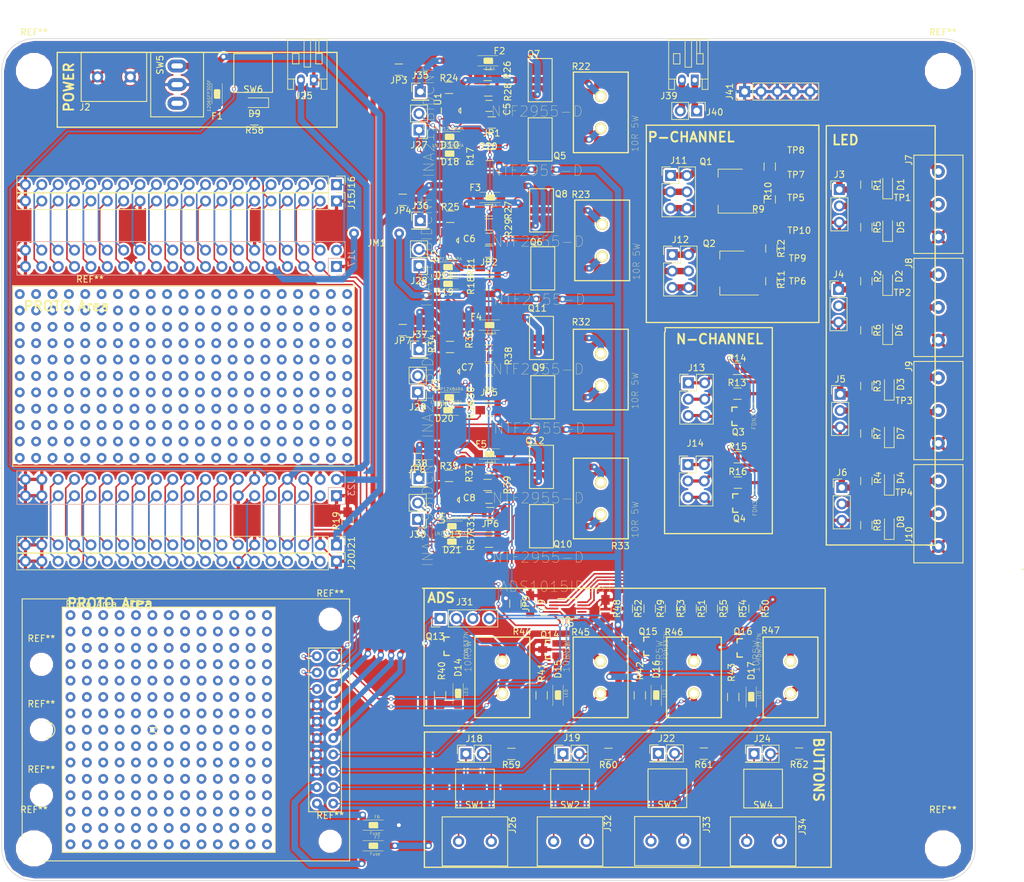
<source format=kicad_pcb>
(kicad_pcb (version 4) (host pcbnew 4.0.7-e2-6376~60~ubuntu17.10.1)
  (title_block (date 2017-11-10) (rev v1.0) (company "PCB Designed by Ajay Ramprasad Manda") (comment 1 "Upwork Freelancer") (comment 2 "Email: ramprasadajay@gmail.com"))
  (layers (0 F.Cu signal) (31 B.Cu signal) (34 B.Paste user) (35 F.Paste user) (36 B.SilkS user) (37 F.SilkS user) (38 B.Mask user) (39 F.Mask user) (44 Edge.Cuts user))
  (net 0 "")
  (net 1 "/Fixture Dev Kit - Functional Computer/LOLN")
  (net 2 GND)
  (net 3 "/Fixture Dev Kit - Functional Computer/LORN")
  (net 4 "Net-(C5-Pad2)")
  (net 5 "Net-(C6-Pad2)")
  (net 6 "Net-(C7-Pad2)")
  (net 7 "Net-(C8-Pad2)")
  (net 8 +5V)
  (net 9 "Net-(D1-Pad1)")
  (net 10 "Net-(D1-Pad2)")
  (net 11 "Net-(D2-Pad1)")
  (net 12 "Net-(D2-Pad2)")
  (net 13 "Net-(D3-Pad1)")
  (net 14 "Net-(D3-Pad2)")
  (net 15 "Net-(D4-Pad1)")
  (net 16 "Net-(D4-Pad2)")
  (net 17 "Net-(D5-Pad1)")
  (net 18 "Net-(D6-Pad1)")
  (net 19 "Net-(D7-Pad1)")
  (net 20 "Net-(D8-Pad1)")
  (net 21 /C4-VCC-3V3)
  (net 22 "/Fixture Dev Kit - INA/INA40_XIO")
  (net 23 "Net-(D10-Pad2)")
  (net 24 "/Fixture Dev Kit - INA/INA41_XIO")
  (net 25 "Net-(D11-Pad2)")
  (net 26 "/Fixture Dev Kit - INA/INA42_XIO")
  (net 27 "Net-(D12-Pad2)")
  (net 28 "/Fixture Dev Kit - INA/INA43_XIO")
  (net 29 "Net-(D13-Pad2)")
  (net 30 "/Fixture Dev Kit - ADS/AIN0_XIO")
  (net 31 "Net-(D14-Pad2)")
  (net 32 "/Fixture Dev Kit - ADS/AIN1_XIO")
  (net 33 "Net-(D15-Pad2)")
  (net 34 "/Fixture Dev Kit - ADS/AIN2_XIO")
  (net 35 "Net-(D16-Pad2)")
  (net 36 "/Fixture Dev Kit - ADS/AIN3_XIO")
  (net 37 "Net-(D17-Pad2)")
  (net 38 "/Fixture Dev Kit - Functional Computer/C4-PWR-IN")
  (net 39 "Net-(F2-Pad1)")
  (net 40 "Net-(F3-Pad1)")
  (net 41 "Net-(F4-Pad1)")
  (net 42 "Net-(F5-Pad1)")
  (net 43 /AIN0)
  (net 44 /AIN1)
  (net 45 /AIN2)
  (net 46 /AIN3)
  (net 47 /INA40_V-)
  (net 48 /INA41_V-)
  (net 49 /INA42_V-)
  (net 50 /INA43_V-)
  (net 51 /I2C-SDA)
  (net 52 /I2C-SCK)
  (net 53 /UART-RX)
  (net 54 /UART-TX)
  (net 55 /ADAPTER_ID)
  (net 56 "Net-(J3-Pad1)")
  (net 57 "Net-(J4-Pad1)")
  (net 58 "Net-(J5-Pad1)")
  (net 59 "/Fixture Dev Kit - PMosfets/Source0")
  (net 60 "/Fixture Dev Kit - PMosfets/Gate0")
  (net 61 "/Fixture Dev Kit - PMosfets/Drain0")
  (net 62 "/Fixture Dev Kit - PMosfets/Source1")
  (net 63 "/Fixture Dev Kit - PMosfets/Gate1")
  (net 64 "/Fixture Dev Kit - PMosfets/Drain1")
  (net 65 "/Fixture Dev Kits - NMosfets/Source_0")
  (net 66 "/Fixture Dev Kits - NMosfets/Gate_0")
  (net 67 "/Fixture Dev Kits - NMosfets/Drain_0")
  (net 68 "/Fixture Dev Kits - NMosfets/Source_1")
  (net 69 "/Fixture Dev Kits - NMosfets/Gate_1")
  (net 70 "/Fixture Dev Kits - NMosfets/Drain_1")
  (net 71 "Net-(J15-Pad4)")
  (net 72 "Net-(J15-Pad6)")
  (net 73 "Net-(J15-Pad7)")
  (net 74 "Net-(J15-Pad8)")
  (net 75 "Net-(J15-Pad9)")
  (net 76 "Net-(J15-Pad10)")
  (net 77 "Net-(J15-Pad11)")
  (net 78 "Net-(J15-Pad12)")
  (net 79 "Net-(J15-Pad14)")
  (net 80 "Net-(J15-Pad15)")
  (net 81 "Net-(J15-Pad16)")
  (net 82 "Net-(J15-Pad17)")
  (net 83 "/Fixture Dev Kit - Functional Computer/I2C-SDA")
  (net 84 "/Fixture Dev Kit - Functional Computer/I2C-SCK")
  (net 85 "Net-(J16-Pad1)")
  (net 86 "/Fixture Dev Kit - Functional Computer/LOLP")
  (net 87 "/Fixture Dev Kit - Functional Computer/LORP")
  (net 88 "Net-(J16-Pad7)")
  (net 89 "Net-(J16-Pad8)")
  (net 90 "Net-(J16-Pad9)")
  (net 91 "Net-(J16-Pad10)")
  (net 92 "Net-(J16-Pad11)")
  (net 93 "Net-(J16-Pad12)")
  (net 94 "Net-(J16-Pad13)")
  (net 95 "Net-(J16-Pad14)")
  (net 96 "Net-(J16-Pad15)")
  (net 97 "Net-(J16-Pad16)")
  (net 98 "Net-(J16-Pad19)")
  (net 99 "/Fixture Dev Kit - Functional Computer/BAT")
  (net 100 "/Fixture Dev Kit - Functional Computer/TS")
  (net 101 "/Fixture Dev Kit - Functional Computer/PWRON")
  (net 102 "Net-(J20-Pad2)")
  (net 103 "Net-(J20-Pad3)")
  (net 104 "Net-(J20-Pad4)")
  (net 105 "Net-(J20-Pad5)")
  (net 106 "Net-(J20-Pad6)")
  (net 107 "Net-(J20-Pad8)")
  (net 108 "Net-(J20-Pad9)")
  (net 109 "Net-(J20-Pad10)")
  (net 110 "Net-(J20-Pad11)")
  (net 111 "Net-(J20-Pad12)")
  (net 112 "Net-(J20-Pad13)")
  (net 113 "Net-(J20-Pad14)")
  (net 114 "Net-(J20-Pad15)")
  (net 115 "Net-(J20-Pad16)")
  (net 116 "Net-(J20-Pad17)")
  (net 117 "Net-(J20-Pad18)")
  (net 118 "Net-(J21-Pad7)")
  (net 119 "Net-(J21-Pad8)")
  (net 120 "Net-(J21-Pad9)")
  (net 121 "Net-(J21-Pad10)")
  (net 122 "Net-(J21-Pad11)")
  (net 123 "Net-(J21-Pad12)")
  (net 124 "Net-(J21-Pad13)")
  (net 125 "Net-(J21-Pad14)")
  (net 126 "Net-(J21-Pad15)")
  (net 127 "Net-(J21-Pad16)")
  (net 128 "Net-(J21-Pad18)")
  (net 129 "/Fixture Dev Kit - INA/LOAD40_XIO")
  (net 130 "/Fixture Dev Kit - INA/LOAD41_XIO")
  (net 131 "/Fixture Dev Kit - INA/LOAD42_XIO")
  (net 132 "/Fixture Dev Kit - INA/LOAD43_XIO")
  (net 133 "Net-(Q5-Pad2)")
  (net 134 "Net-(Q6-Pad2)")
  (net 135 "Net-(Q7-Pad2)")
  (net 136 "Net-(Q8-Pad2)")
  (net 137 "Net-(Q9-Pad2)")
  (net 138 "Net-(Q10-Pad2)")
  (net 139 "Net-(Q11-Pad2)")
  (net 140 "Net-(Q12-Pad2)")
  (net 141 "Net-(Q13-Pad2)")
  (net 142 "Net-(Q14-Pad2)")
  (net 143 "Net-(Q15-Pad2)")
  (net 144 "Net-(Q16-Pad2)")
  (net 145 "Net-(R26-Pad1)")
  (net 146 "Net-(R27-Pad1)")
  (net 147 "Net-(R28-Pad1)")
  (net 148 "Net-(R29-Pad1)")
  (net 149 "Net-(R36-Pad1)")
  (net 150 "Net-(R37-Pad1)")
  (net 151 "Net-(R38-Pad1)")
  (net 152 "Net-(R39-Pad1)")
  (net 153 "Net-(R52-Pad2)")
  (net 154 "Net-(R53-Pad2)")
  (net 155 "Net-(R54-Pad2)")
  (net 156 "Net-(R55-Pad2)")
  (net 157 "Net-(J16-Pad18)")
  (net 158 "Net-(D18-Pad2)")
  (net 159 "Net-(D19-Pad2)")
  (net 160 "Net-(D20-Pad2)")
  (net 161 "Net-(D21-Pad2)")
  (net 162 "Net-(F1-Pad1)")
  (net 163 "Net-(J10-Pad1)")
  (net 164 "Net-(C9-Pad1)")
  (net 165 "Net-(F2-Pad2)")
  (net 166 "Net-(F3-Pad2)")
  (net 167 "Net-(F4-Pad2)")
  (net 168 "Net-(F5-Pad2)")
  (net 169 "Net-(J18-Pad1)")
  (net 170 "Net-(J18-Pad2)")
  (net 171 "Net-(J19-Pad1)")
  (net 172 "Net-(J19-Pad2)")
  (net 173 "Net-(J22-Pad1)")
  (net 174 "Net-(J22-Pad2)")
  (net 175 "Net-(J24-Pad1)")
  (net 176 "Net-(J24-Pad2)")
  (net 177 "Net-(JP3-Pad1)")
  (net 178 "Net-(JP4-Pad1)")
  (net 179 "Net-(JP7-Pad1)")
  (net 180 "Net-(JP8-Pad1)")
  (net 181 "Net-(J39-Pad1)")
  (net 182 "Net-(J39-Pad2)")
  (net 183 "Net-(F6-Pad2)")
  (net 184 "Net-(F7-Pad2)")
  (net 185 "Net-(J16-Pad17)")
  (net 186 "Net-(SW5-Pad1)")
  (net 187 "Net-(U5-Pad2)")
  (net 188 "Net-(D9-Pad2)")
  (net 189 "/Fixture Dev Kit - Functional Computer/C4-3V3")
  (module Pin_Headers:Pin_Header_Straight_2x20_Pitch2.54mm (layer B.Cu) (at 121.83 61.29 90)
    (fp_text reference J17 (at 1.27 2.33 90) (layer B.SilkS) (effects (justify mirror)))
    (fp_text value CHIP4RH)
    (pad 1 thru_hole rect (at 0 0 90) (size 1.7 1.7) (drill 1) (layers *.Cu *.Mask) (net 2 GND))
    (pad 2 thru_hole oval (at 2.54 0 90) (size 1.7 1.7) (drill 1) (layers *.Cu *.Mask) (net 85 "Net-(J16-Pad1)"))
    (pad 3 thru_hole oval (at 0 -2.54 90) (size 1.7 1.7) (drill 1) (layers *.Cu *.Mask) (net 54 /UART-TX))
    (pad 4 thru_hole oval (at 2.54 -2.54 90) (size 1.7 1.7) (drill 1) (layers *.Cu *.Mask) (net 86 "/Fixture Dev Kit - Functional Computer/LOLP"))
    (pad 5 thru_hole oval (at 0 -5.08 90) (size 1.7 1.7) (drill 1) (layers *.Cu *.Mask) (net 53 /UART-RX))
    (pad 6 thru_hole oval (at 2.54 -5.08 90) (size 1.7 1.7) (drill 1) (layers *.Cu *.Mask) (net 1 "/Fixture Dev Kit - Functional Computer/LOLN"))
    (pad 7 thru_hole oval (at 0 -7.62 90) (size 1.7 1.7) (drill 1) (layers *.Cu *.Mask) (net 71 "Net-(J15-Pad4)"))
    (pad 8 thru_hole oval (at 2.54 -7.62 90) (size 1.7 1.7) (drill 1) (layers *.Cu *.Mask) (net 87 "/Fixture Dev Kit - Functional Computer/LORP"))
    (pad 9 thru_hole oval (at 0 -10.16 90) (size 1.7 1.7) (drill 1) (layers *.Cu *.Mask) (net 189 "/Fixture Dev Kit - Functional Computer/C4-3V3"))
    (pad 10 thru_hole oval (at 2.54 -10.16 90) (size 1.7 1.7) (drill 1) (layers *.Cu *.Mask) (net 3 "/Fixture Dev Kit - Functional Computer/LORN"))
    (pad 11 thru_hole oval (at 0 -12.7 90) (size 1.7 1.7) (drill 1) (layers *.Cu *.Mask) (net 72 "Net-(J15-Pad6)"))
    (pad 12 thru_hole oval (at 2.54 -12.7 90) (size 1.7 1.7) (drill 1) (layers *.Cu *.Mask) (net 2 GND))
    (pad 13 thru_hole oval (at 0 -15.24 90) (size 1.7 1.7) (drill 1) (layers *.Cu *.Mask) (net 73 "Net-(J15-Pad7)"))
    (pad 14 thru_hole oval (at 2.54 -15.24 90) (size 1.7 1.7) (drill 1) (layers *.Cu *.Mask) (net 88 "Net-(J16-Pad7)"))
    (pad 15 thru_hole oval (at 0 -17.78 90) (size 1.7 1.7) (drill 1) (layers *.Cu *.Mask) (net 74 "Net-(J15-Pad8)"))
    (pad 16 thru_hole oval (at 2.54 -17.78 90) (size 1.7 1.7) (drill 1) (layers *.Cu *.Mask) (net 89 "Net-(J16-Pad8)"))
    (pad 17 thru_hole oval (at 0 -20.32 90) (size 1.7 1.7) (drill 1) (layers *.Cu *.Mask) (net 75 "Net-(J15-Pad9)"))
    (pad 18 thru_hole oval (at 2.54 -20.32 90) (size 1.7 1.7) (drill 1) (layers *.Cu *.Mask) (net 90 "Net-(J16-Pad9)"))
    (pad 19 thru_hole oval (at 0 -22.86 90) (size 1.7 1.7) (drill 1) (layers *.Cu *.Mask) (net 76 "Net-(J15-Pad10)"))
    (pad 20 thru_hole oval (at 2.54 -22.86 90) (size 1.7 1.7) (drill 1) (layers *.Cu *.Mask) (net 91 "Net-(J16-Pad10)"))
    (pad 21 thru_hole oval (at 0 -25.4 90) (size 1.7 1.7) (drill 1) (layers *.Cu *.Mask) (net 77 "Net-(J15-Pad11)"))
    (pad 22 thru_hole oval (at 2.54 -25.4 90) (size 1.7 1.7) (drill 1) (layers *.Cu *.Mask) (net 92 "Net-(J16-Pad11)"))
    (pad 23 thru_hole oval (at 0 -27.94 90) (size 1.7 1.7) (drill 1) (layers *.Cu *.Mask) (net 78 "Net-(J15-Pad12)"))
    (pad 24 thru_hole oval (at 2.54 -27.94 90) (size 1.7 1.7) (drill 1) (layers *.Cu *.Mask) (net 93 "Net-(J16-Pad12)"))
    (pad 25 thru_hole oval (at 0 -30.48 90) (size 1.7 1.7) (drill 1) (layers *.Cu *.Mask) (net 2 GND))
    (pad 26 thru_hole oval (at 2.54 -30.48 90) (size 1.7 1.7) (drill 1) (layers *.Cu *.Mask) (net 94 "Net-(J16-Pad13)"))
    (pad 27 thru_hole oval (at 0 -33.02 90) (size 1.7 1.7) (drill 1) (layers *.Cu *.Mask) (net 79 "Net-(J15-Pad14)"))
    (pad 28 thru_hole oval (at 2.54 -33.02 90) (size 1.7 1.7) (drill 1) (layers *.Cu *.Mask) (net 95 "Net-(J16-Pad14)"))
    (pad 29 thru_hole oval (at 0 -35.56 90) (size 1.7 1.7) (drill 1) (layers *.Cu *.Mask) (net 80 "Net-(J15-Pad15)"))
    (pad 30 thru_hole oval (at 2.54 -35.56 90) (size 1.7 1.7) (drill 1) (layers *.Cu *.Mask) (net 96 "Net-(J16-Pad15)"))
    (pad 31 thru_hole oval (at 0 -38.1 90) (size 1.7 1.7) (drill 1) (layers *.Cu *.Mask) (net 81 "Net-(J15-Pad16)"))
    (pad 32 thru_hole oval (at 2.54 -38.1 90) (size 1.7 1.7) (drill 1) (layers *.Cu *.Mask) (net 97 "Net-(J16-Pad16)"))
    (pad 33 thru_hole oval (at 0 -40.64 90) (size 1.7 1.7) (drill 1) (layers *.Cu *.Mask) (net 82 "Net-(J15-Pad17)"))
    (pad 34 thru_hole oval (at 2.54 -40.64 90) (size 1.7 1.7) (drill 1) (layers *.Cu *.Mask) (net 185 "Net-(J16-Pad17)"))
    (pad 35 thru_hole oval (at 0 -43.18 90) (size 1.7 1.7) (drill 1) (layers *.Cu *.Mask) (net 83 "/Fixture Dev Kit - Functional Computer/I2C-SDA"))
    (pad 36 thru_hole oval (at 2.54 -43.18 90) (size 1.7 1.7) (drill 1) (layers *.Cu *.Mask) (net 157 "Net-(J16-Pad18)"))
    (pad 37 thru_hole oval (at 0 -45.72 90) (size 1.7 1.7) (drill 1) (layers *.Cu *.Mask) (net 84 "/Fixture Dev Kit - Functional Computer/I2C-SCK"))
    (pad 38 thru_hole oval (at 2.54 -45.72 90) (size 1.7 1.7) (drill 1) (layers *.Cu *.Mask) (net 98 "Net-(J16-Pad19)"))
    (pad 39 thru_hole oval (at 0 -48.26 90) (size 1.7 1.7) (drill 1) (layers *.Cu *.Mask) (net 2 GND))
    (pad 40 thru_hole oval (at 2.54 -48.26 90) (size 1.7 1.7) (drill 1) (layers *.Cu *.Mask) (net 2 GND))
  )
  (module CHIP4DUT:DUT_HEADER_FOOTPRINT (layer F.Cu) (at 94.652 133.172 270)
    (fp_text reference J1 (at 0 1.27 270) (layer F.SilkS))
    (fp_text value DUT)
    (pad 1 thru_hole circle (at 11.43 -26.67 270) (size 1.524 1.524) (drill 0.762) (layers *.Cu *.Mask) (net 46 /AIN3))
    (pad 2 thru_hole circle (at 11.43 -24.13 270) (size 1.524 1.524) (drill 0.762) (layers *.Cu *.Mask) (net 183 "Net-(F6-Pad2)"))
    (pad 3 thru_hole circle (at 8.89 -26.67 270) (size 1.524 1.524) (drill 0.762) (layers *.Cu *.Mask) (net 45 /AIN2))
    (pad 4 thru_hole circle (at 8.89 -24.13 270) (size 1.524 1.524) (drill 0.762) (layers *.Cu *.Mask) (net 184 "Net-(F7-Pad2)"))
    (pad 5 thru_hole circle (at 6.35 -26.67 270) (size 1.524 1.524) (drill 0.762) (layers *.Cu *.Mask) (net 44 /AIN1))
    (pad 6 thru_hole circle (at 6.35 -24.13 270) (size 1.524 1.524) (drill 0.762) (layers *.Cu *.Mask) (net 2 GND))
    (pad 7 thru_hole circle (at 3.81 -26.67 270) (size 1.524 1.524) (drill 0.762) (layers *.Cu *.Mask) (net 43 /AIN0))
    (pad 8 thru_hole circle (at 3.81 -24.13 270) (size 1.524 1.524) (drill 0.762) (layers *.Cu *.Mask) (net 2 GND))
    (pad 9 thru_hole circle (at 1.27 -26.67 270) (size 1.524 1.524) (drill 0.762) (layers *.Cu *.Mask) (net 50 /INA43_V-))
    (pad 10 thru_hole circle (at 1.27 -24.13 270) (size 1.524 1.524) (drill 0.762) (layers *.Cu *.Mask) (net 2 GND))
    (pad 11 thru_hole circle (at -1.27 -26.67 270) (size 1.524 1.524) (drill 0.762) (layers *.Cu *.Mask) (net 49 /INA42_V-))
    (pad 12 thru_hole circle (at -1.27 -24.13 270) (size 1.524 1.524) (drill 0.762) (layers *.Cu *.Mask) (net 2 GND))
    (pad 13 thru_hole circle (at -3.81 -26.67 270) (size 1.524 1.524) (drill 0.762) (layers *.Cu *.Mask) (net 48 /INA41_V-))
    (pad 14 thru_hole circle (at -3.81 -24.13 270) (size 1.524 1.524) (drill 0.762) (layers *.Cu *.Mask) (net 2 GND))
    (pad 15 thru_hole circle (at -6.35 -26.67 270) (size 1.524 1.524) (drill 0.762) (layers *.Cu *.Mask) (net 47 /INA40_V-))
    (pad 16 thru_hole circle (at -6.35 -24.13 270) (size 1.524 1.524) (drill 0.762) (layers *.Cu *.Mask) (net 55 /ADAPTER_ID))
    (pad 17 thru_hole circle (at -8.89 -26.67 270) (size 1.524 1.524) (drill 0.762) (layers *.Cu *.Mask) (net 53 /UART-RX))
    (pad 18 thru_hole circle (at -8.89 -24.13 270) (size 1.524 1.524) (drill 0.762) (layers *.Cu *.Mask) (net 51 /I2C-SDA))
    (pad 19 thru_hole circle (at -11.43 -26.67 270) (size 1.524 1.524) (drill 0.762) (layers *.Cu *.Mask) (net 54 /UART-TX))
    (pad 20 thru_hole circle (at -11.43 -24.13 270) (size 1.524 1.524) (drill 0.762) (layers *.Cu *.Mask) (net 52 /I2C-SCK))
  )
  (module Pin_Headers:Pin_Header_Straight_2x20_Pitch2.54mm (layer B.Cu) (at 121.83 96.85 90)
    (fp_text reference J23 (at 1.27 2.33 90) (layer B.SilkS) (effects (justify mirror)))
    (fp_text value CHIP4LH)
    (pad 1 thru_hole rect (at 0 0 90) (size 1.7 1.7) (drill 1) (layers *.Cu *.Mask) (net 2 GND))
    (pad 2 thru_hole oval (at 2.54 0 90) (size 1.7 1.7) (drill 1) (layers *.Cu *.Mask) (net 38 "/Fixture Dev Kit - Functional Computer/C4-PWR-IN"))
    (pad 3 thru_hole oval (at 0 -2.54 90) (size 1.7 1.7) (drill 1) (layers *.Cu *.Mask) (net 102 "Net-(J20-Pad2)"))
    (pad 4 thru_hole oval (at 2.54 -2.54 90) (size 1.7 1.7) (drill 1) (layers *.Cu *.Mask) (net 2 GND))
    (pad 5 thru_hole oval (at 0 -5.08 90) (size 1.7 1.7) (drill 1) (layers *.Cu *.Mask) (net 103 "Net-(J20-Pad3)"))
    (pad 6 thru_hole oval (at 2.54 -5.08 90) (size 1.7 1.7) (drill 1) (layers *.Cu *.Mask) (net 100 "/Fixture Dev Kit - Functional Computer/TS"))
    (pad 7 thru_hole oval (at 0 -7.62 90) (size 1.7 1.7) (drill 1) (layers *.Cu *.Mask) (net 104 "Net-(J20-Pad4)"))
    (pad 8 thru_hole oval (at 2.54 -7.62 90) (size 1.7 1.7) (drill 1) (layers *.Cu *.Mask) (net 99 "/Fixture Dev Kit - Functional Computer/BAT"))
    (pad 9 thru_hole oval (at 0 -10.16 90) (size 1.7 1.7) (drill 1) (layers *.Cu *.Mask) (net 105 "Net-(J20-Pad5)"))
    (pad 10 thru_hole oval (at 2.54 -10.16 90) (size 1.7 1.7) (drill 1) (layers *.Cu *.Mask) (net 101 "/Fixture Dev Kit - Functional Computer/PWRON"))
    (pad 11 thru_hole oval (at 0 -12.7 90) (size 1.7 1.7) (drill 1) (layers *.Cu *.Mask) (net 106 "Net-(J20-Pad6)"))
    (pad 12 thru_hole oval (at 2.54 -12.7 90) (size 1.7 1.7) (drill 1) (layers *.Cu *.Mask) (net 2 GND))
    (pad 13 thru_hole oval (at 0 -15.24 90) (size 1.7 1.7) (drill 1) (layers *.Cu *.Mask) (net 2 GND))
    (pad 14 thru_hole oval (at 2.54 -15.24 90) (size 1.7 1.7) (drill 1) (layers *.Cu *.Mask) (net 118 "Net-(J21-Pad7)"))
    (pad 15 thru_hole oval (at 0 -17.78 90) (size 1.7 1.7) (drill 1) (layers *.Cu *.Mask) (net 107 "Net-(J20-Pad8)"))
    (pad 16 thru_hole oval (at 2.54 -17.78 90) (size 1.7 1.7) (drill 1) (layers *.Cu *.Mask) (net 119 "Net-(J21-Pad8)"))
    (pad 17 thru_hole oval (at 0 -20.32 90) (size 1.7 1.7) (drill 1) (layers *.Cu *.Mask) (net 108 "Net-(J20-Pad9)"))
    (pad 18 thru_hole oval (at 2.54 -20.32 90) (size 1.7 1.7) (drill 1) (layers *.Cu *.Mask) (net 120 "Net-(J21-Pad9)"))
    (pad 19 thru_hole oval (at 0 -22.86 90) (size 1.7 1.7) (drill 1) (layers *.Cu *.Mask) (net 109 "Net-(J20-Pad10)"))
    (pad 20 thru_hole oval (at 2.54 -22.86 90) (size 1.7 1.7) (drill 1) (layers *.Cu *.Mask) (net 121 "Net-(J21-Pad10)"))
    (pad 21 thru_hole oval (at 0 -25.4 90) (size 1.7 1.7) (drill 1) (layers *.Cu *.Mask) (net 110 "Net-(J20-Pad11)"))
    (pad 22 thru_hole oval (at 2.54 -25.4 90) (size 1.7 1.7) (drill 1) (layers *.Cu *.Mask) (net 122 "Net-(J21-Pad11)"))
    (pad 23 thru_hole oval (at 0 -27.94 90) (size 1.7 1.7) (drill 1) (layers *.Cu *.Mask) (net 111 "Net-(J20-Pad12)"))
    (pad 24 thru_hole oval (at 2.54 -27.94 90) (size 1.7 1.7) (drill 1) (layers *.Cu *.Mask) (net 123 "Net-(J21-Pad12)"))
    (pad 25 thru_hole oval (at 0 -30.48 90) (size 1.7 1.7) (drill 1) (layers *.Cu *.Mask) (net 112 "Net-(J20-Pad13)"))
    (pad 26 thru_hole oval (at 2.54 -30.48 90) (size 1.7 1.7) (drill 1) (layers *.Cu *.Mask) (net 124 "Net-(J21-Pad13)"))
    (pad 27 thru_hole oval (at 0 -33.02 90) (size 1.7 1.7) (drill 1) (layers *.Cu *.Mask) (net 113 "Net-(J20-Pad14)"))
    (pad 28 thru_hole oval (at 2.54 -33.02 90) (size 1.7 1.7) (drill 1) (layers *.Cu *.Mask) (net 125 "Net-(J21-Pad14)"))
    (pad 29 thru_hole oval (at 0 -35.56 90) (size 1.7 1.7) (drill 1) (layers *.Cu *.Mask) (net 114 "Net-(J20-Pad15)"))
    (pad 30 thru_hole oval (at 2.54 -35.56 90) (size 1.7 1.7) (drill 1) (layers *.Cu *.Mask) (net 126 "Net-(J21-Pad15)"))
    (pad 31 thru_hole oval (at 0 -38.1 90) (size 1.7 1.7) (drill 1) (layers *.Cu *.Mask) (net 115 "Net-(J20-Pad16)"))
    (pad 32 thru_hole oval (at 2.54 -38.1 90) (size 1.7 1.7) (drill 1) (layers *.Cu *.Mask) (net 127 "Net-(J21-Pad16)"))
    (pad 33 thru_hole oval (at 0 -40.64 90) (size 1.7 1.7) (drill 1) (layers *.Cu *.Mask) (net 116 "Net-(J20-Pad17)"))
    (pad 34 thru_hole oval (at 2.54 -40.64 90) (size 1.7 1.7) (drill 1) (layers *.Cu *.Mask) (net 55 /ADAPTER_ID))
    (pad 35 thru_hole oval (at 0 -43.18 90) (size 1.7 1.7) (drill 1) (layers *.Cu *.Mask) (net 117 "Net-(J20-Pad18)"))
    (pad 36 thru_hole oval (at 2.54 -43.18 90) (size 1.7 1.7) (drill 1) (layers *.Cu *.Mask) (net 128 "Net-(J21-Pad18)"))
    (pad 37 thru_hole oval (at 0 -45.72 90) (size 1.7 1.7) (drill 1) (layers *.Cu *.Mask) (net 2 GND))
    (pad 38 thru_hole oval (at 2.54 -45.72 90) (size 1.7 1.7) (drill 1) (layers *.Cu *.Mask) (net 2 GND))
    (pad 39 thru_hole oval (at 0 -48.26 90) (size 1.7 1.7) (drill 1) (layers *.Cu *.Mask) (net 2 GND))
    (pad 40 thru_hole oval (at 2.54 -48.26 90) (size 1.7 1.7) (drill 1) (layers *.Cu *.Mask) (net 2 GND))
  )
  (module Resistors_SMD:R_0805_HandSoldering (layer F.Cu) (at 123.55 100.75 90)
    (fp_text reference R19 (at 0 -1.76 90) (layer F.SilkS))
    (fp_text value 10K)
    (pad 1 smd rect (at -1.35 0 90) (size 1.5 1.3) (layers F.Cu F.Paste F.Mask) (net 100 "/Fixture Dev Kit - Functional Computer/TS"))
    (pad 2 smd rect (at 1.35 0 90) (size 1.5 1.3) (layers F.Cu F.Paste F.Mask) (net 2 GND))
  )
  (module Resistors_SMD:R_0805 (layer F.Cu) (at 149.582 113.594 270)
    (fp_text reference JP9 (at 0 -1.65 270) (layer F.SilkS))
    (fp_text value Jumper_NC_Small)
    (pad 1 smd rect (at -0.95 0 270) (size 0.7 1.3) (layers F.Cu F.Paste F.Mask) (net 8 +5V))
    (pad 2 smd rect (at 0.95 0 270) (size 0.7 1.3) (layers F.Cu F.Paste F.Mask) (net 164 "Net-(C9-Pad1)"))
  )
  (module Resistors_SMD:R_0805 (layer F.Cu) (at 132.1 71.15 180)
    (fp_text reference JP7 (at 0 -1.65 180) (layer F.SilkS))
    (fp_text value Jumper_NC_Small)
    (pad 1 smd rect (at -0.95 0 180) (size 0.7 1.3) (layers F.Cu F.Paste F.Mask) (net 179 "Net-(JP7-Pad1)"))
    (pad 2 smd rect (at 0.95 0 180) (size 0.7 1.3) (layers F.Cu F.Paste F.Mask) (net 49 /INA42_V-))
  )
  (module Resistors_SMD:R_0805 (layer F.Cu) (at 131.5 30.75 180)
    (fp_text reference JP3 (at 0 -1.65 180) (layer F.SilkS))
    (fp_text value Jumper_NC_Small)
    (pad 1 smd rect (at -0.95 0 180) (size 0.7 1.3) (layers F.Cu F.Paste F.Mask) (net 177 "Net-(JP3-Pad1)"))
    (pad 2 smd rect (at 0.95 0 180) (size 0.7 1.3) (layers F.Cu F.Paste F.Mask) (net 47 /INA40_V-))
  )
  (module Resistors_SMD:R_0805 (layer F.Cu) (at 145.9 38.95 180)
    (fp_text reference JP1 (at 0 -1.65 180) (layer F.SilkS))
    (fp_text value Jumper_NC_Small)
    (pad 1 smd rect (at -0.95 0 180) (size 0.7 1.3) (layers F.Cu F.Paste F.Mask) (net 21 /C4-VCC-3V3))
    (pad 2 smd rect (at 0.95 0 180) (size 0.7 1.3) (layers F.Cu F.Paste F.Mask) (net 4 "Net-(C5-Pad2)"))
  )
  (module ADS1015IDGST:SOP50P490X110-10N (layer F.Cu) (at 157.71 114.356 180)
    (fp_text reference U5 (at 0 -2.286 180) (layer F.SilkS))
    (fp_text value ADS1015IDGST (at 1.75318 3.40473 180) (layer F.SilkS) (effects (font (size 1.64054 1.64054) (thickness 0.05))))
    (pad 1 smd rect (at -2.1844 -0.9906 180) (size 1.4224 0.2794) (layers F.Cu F.Paste F.Mask) (net 2 GND))
    (pad 2 smd rect (at -2.1844 -0.508 180) (size 1.4224 0.2794) (layers F.Cu F.Paste F.Mask) (net 187 "Net-(U5-Pad2)"))
    (pad 3 smd rect (at -2.1844 0 180) (size 1.4224 0.2794) (layers F.Cu F.Paste F.Mask) (net 2 GND))
    (pad 4 smd rect (at -2.1844 0.508 180) (size 1.4224 0.2794) (layers F.Cu F.Paste F.Mask) (net 153 "Net-(R52-Pad2)"))
    (pad 5 smd rect (at -2.1844 0.9906 180) (size 1.4224 0.2794) (layers F.Cu F.Paste F.Mask) (net 154 "Net-(R53-Pad2)"))
    (pad 6 smd rect (at 2.1844 0.9906 180) (size 1.4224 0.2794) (layers F.Cu F.Paste F.Mask) (net 155 "Net-(R54-Pad2)"))
    (pad 7 smd rect (at 2.1844 0.508 180) (size 1.4224 0.2794) (layers F.Cu F.Paste F.Mask) (net 156 "Net-(R55-Pad2)"))
    (pad 8 smd rect (at 2.1844 0 180) (size 1.4224 0.2794) (layers F.Cu F.Paste F.Mask) (net 164 "Net-(C9-Pad1)"))
    (pad 9 smd rect (at 2.1844 -0.508 180) (size 1.4224 0.2794) (layers F.Cu F.Paste F.Mask) (net 51 /I2C-SDA))
    (pad 10 smd rect (at 2.1844 -0.9906 180) (size 1.4224 0.2794) (layers F.Cu F.Paste F.Mask) (net 52 /I2C-SCK))
  )
  (module Capacitors_SMD:C_0805_HandSoldering (layer F.Cu) (at 145.475 56.975 180)
    (fp_text reference C6 (at 3.048 0 360) (layer F.SilkS))
    (fp_text value 0.1uF)
    (pad 1 smd rect (at -1.25 0 180) (size 1.5 1.25) (layers F.Cu F.Paste F.Mask) (net 2 GND))
    (pad 2 smd rect (at 1.25 0 180) (size 1.5 1.25) (layers F.Cu F.Paste F.Mask) (net 5 "Net-(C6-Pad2)"))
  )
  (module NTF2955T1G:SOT230P700X180-4N (layer F.Cu) (at 153.425 41.575)
    (fp_text reference Q5 (at 3.048 2.54) (layer F.SilkS))
    (fp_text value NTF2955-D (at -0.510144 4.84626) (layer F.SilkS) (effects (font (size 1.64688 1.64688) (thickness 0.05))))
    (pad 1 smd rect (at -3.2004 -2.3114) (size 1.6256 0.889) (layers F.Cu F.Paste F.Mask) (net 129 "/Fixture Dev Kit - INA/LOAD40_XIO"))
    (pad 2 smd rect (at -3.2004 0) (size 1.6256 0.889) (layers F.Cu F.Paste F.Mask) (net 133 "Net-(Q5-Pad2)"))
    (pad 3 smd rect (at -3.2004 2.3114) (size 1.6256 0.889) (layers F.Cu F.Paste F.Mask) (net 2 GND))
    (pad 4 smd rect (at 3.2004 0) (size 1.6256 3.175) (layers F.Cu F.Paste F.Mask) (net 133 "Net-(Q5-Pad2)"))
  )
  (module Resistors_SMD:R_0805_HandSoldering (layer F.Cu) (at 145.275 95.175)
    (fp_text reference R39 (at 3.048 0 90) (layer F.SilkS))
    (fp_text value 1K)
    (pad 1 smd rect (at -1.35 0) (size 1.5 1.3) (layers F.Cu F.Paste F.Mask) (net 152 "Net-(R39-Pad1)"))
    (pad 2 smd rect (at 1.35 0) (size 1.5 1.3) (layers F.Cu F.Paste F.Mask) (net 2 GND))
  )
  (module Capacitors_SMD:C_0805_HandSoldering (layer F.Cu) (at 145.475 97.175 180)
    (fp_text reference C8 (at 3.048 0 180) (layer F.SilkS))
    (fp_text value 0.1uF)
    (pad 1 smd rect (at -1.25 0 180) (size 1.5 1.25) (layers F.Cu F.Paste F.Mask) (net 2 GND))
    (pad 2 smd rect (at 1.25 0 180) (size 1.5 1.25) (layers F.Cu F.Paste F.Mask) (net 7 "Net-(C8-Pad2)"))
  )
  (module 1206:1206 (layer F.Cu) (at 145.525 90.375 180)
    (fp_text reference F5 (at 1.27 1.524 180) (layer F.SilkS))
    (fp_text value 1.5A (at -0.31649 -1.25925 180) (layer F.SilkS) (effects (font (size 0.480745 0.480745) (thickness 0.05))))
    (pad 1 smd rect (at -1.7 0 180) (size 1.35 1.2) (layers F.Cu F.Paste F.Mask) (net 42 "Net-(F5-Pad1)"))
    (pad 2 smd rect (at 1.65 0 180) (size 1.35 1.2) (layers F.Cu F.Paste F.Mask) (net 168 "Net-(F5-Pad2)"))
  )
  (module Pin_Headers:Pin_Header_Straight_1x01_Pitch2.54mm (layer F.Cu) (at 134.625 94.175)
    (fp_text reference J38 (at 0 -2.33) (layer F.SilkS))
    (fp_text value "43 V+")
    (pad 1 thru_hole rect (at 0 0) (size 1.7 1.7) (drill 1) (layers *.Cu *.Mask) (net 168 "Net-(F5-Pad2)"))
  )
  (module Resistors_SMD:R_0805_HandSoldering (layer F.Cu) (at 139.275 93.775 180)
    (fp_text reference R35 (at 0 1.524 180) (layer F.SilkS))
    (fp_text value 0.1R)
    (pad 1 smd rect (at -1.35 0 180) (size 1.5 1.3) (layers F.Cu F.Paste F.Mask) (net 140 "Net-(Q12-Pad2)"))
    (pad 2 smd rect (at 1.35 0 180) (size 1.5 1.3) (layers F.Cu F.Paste F.Mask) (net 180 "Net-(JP8-Pad1)"))
  )
  (module 1206:1206 (layer F.Cu) (at 139.775 103.975)
    (fp_text reference D21 (at 0 1.27) (layer F.SilkS))
    (fp_text value LNJP12X8ARA (at -0.31649 -1.25925) (layer F.SilkS) (effects (font (size 0.480745 0.480745) (thickness 0.05))))
    (pad 1 smd rect (at -1.7 0) (size 1.35 1.2) (layers F.Cu F.Paste F.Mask) (net 132 "/Fixture Dev Kit - INA/LOAD43_XIO"))
    (pad 2 smd rect (at 1.65 0) (size 1.35 1.2) (layers F.Cu F.Paste F.Mask) (net 161 "Net-(D21-Pad2)"))
  )
  (module Pin_Headers:Pin_Header_Straight_1x02_Pitch2.54mm (layer F.Cu) (at 134.425 100.515 180)
    (fp_text reference J30 (at 0 -2.33 180) (layer F.SilkS))
    (fp_text value INA_40)
    (pad 1 thru_hole rect (at 0 0 180) (size 1.7 1.7) (drill 1) (layers *.Cu *.Mask) (net 132 "/Fixture Dev Kit - INA/LOAD43_XIO"))
    (pad 2 thru_hole oval (at 0 2.54 180) (size 1.7 1.7) (drill 1) (layers *.Cu *.Mask) (net 28 "/Fixture Dev Kit - INA/INA43_XIO"))
  )
  (module 1206:1206 (layer F.Cu) (at 139.775 101.575)
    (fp_text reference D13 (at 0 1.27) (layer F.SilkS))
    (fp_text value LNJP12X8ARA (at -0.31649 -1.25925) (layer F.SilkS) (effects (font (size 0.480745 0.480745) (thickness 0.05))))
    (pad 1 smd rect (at -1.7 0) (size 1.35 1.2) (layers F.Cu F.Paste F.Mask) (net 28 "/Fixture Dev Kit - INA/INA43_XIO"))
    (pad 2 smd rect (at 1.65 0) (size 1.35 1.2) (layers F.Cu F.Paste F.Mask) (net 29 "Net-(D13-Pad2)"))
  )
  (module INA219BIDCNR:SOT65P280X145-8N (layer F.Cu) (at 139.3902 97.505 270)
    (fp_text reference U4 (at 2.794 1.27 270) (layer F.SilkS))
    (fp_text value INA219BIDCNT (at 1.75701 3.41215 270) (layer F.SilkS) (effects (font (size 1.64412 1.64412) (thickness 0.05))))
    (pad 1 smd rect (at -1.27 -0.9652 270) (size 1.3208 0.508) (layers F.Cu F.Paste F.Mask) (net 140 "Net-(Q12-Pad2)"))
    (pad 2 smd rect (at -1.27 -0.3302 270) (size 1.3208 0.508) (layers F.Cu F.Paste F.Mask) (net 180 "Net-(JP8-Pad1)"))
    (pad 3 smd rect (at -1.27 0.3302 270) (size 1.3208 0.508) (layers F.Cu F.Paste F.Mask) (net 2 GND))
    (pad 4 smd rect (at -1.27 0.9652 270) (size 1.3208 0.508) (layers F.Cu F.Paste F.Mask) (net 7 "Net-(C8-Pad2)"))
    (pad 5 smd rect (at 1.27 0.9652 270) (size 1.3208 0.508) (layers F.Cu F.Paste F.Mask) (net 52 /I2C-SCK))
    (pad 6 smd rect (at 1.27 0.3302 270) (size 1.3208 0.508) (layers F.Cu F.Paste F.Mask) (net 51 /I2C-SDA))
    (pad 7 smd rect (at 1.27 -0.3302 270) (size 1.3208 0.508) (layers F.Cu F.Paste F.Mask) (net 150 "Net-(R37-Pad1)"))
    (pad 8 smd rect (at 1.27 -0.9652 270) (size 1.3208 0.508) (layers F.Cu F.Paste F.Mask) (net 152 "Net-(R39-Pad1)"))
  )
  (module Resistors_SMD:R_0805_HandSoldering (layer F.Cu) (at 145.475 101.575)
    (fp_text reference R31 (at -2.794 -0.254 90) (layer F.SilkS))
    (fp_text value 160R)
    (pad 1 smd rect (at -1.35 0) (size 1.5 1.3) (layers F.Cu F.Paste F.Mask) (net 29 "Net-(D13-Pad2)"))
    (pad 2 smd rect (at 1.35 0) (size 1.5 1.3) (layers F.Cu F.Paste F.Mask) (net 21 /C4-VCC-3V3))
  )
  (module Resistors_SMD:R_0805_HandSoldering (layer F.Cu) (at 145.475 103.975)
    (fp_text reference R57 (at -2.794 0 90) (layer F.SilkS))
    (fp_text value 160R)
    (pad 1 smd rect (at -1.35 0) (size 1.5 1.3) (layers F.Cu F.Paste F.Mask) (net 161 "Net-(D21-Pad2)"))
    (pad 2 smd rect (at 1.35 0) (size 1.5 1.3) (layers F.Cu F.Paste F.Mask) (net 21 /C4-VCC-3V3))
  )
  (module Resistors_SMD:R_0805_HandSoldering (layer F.Cu) (at 145.475 92.575 180)
    (fp_text reference R37 (at 3.048 -0.762 270) (layer F.SilkS))
    (fp_text value 1K)
    (pad 1 smd rect (at -1.35 0 180) (size 1.5 1.3) (layers F.Cu F.Paste F.Mask) (net 150 "Net-(R37-Pad1)"))
    (pad 2 smd rect (at 1.35 0 180) (size 1.5 1.3) (layers F.Cu F.Paste F.Mask) (net 52 /I2C-SCK))
  )
  (module Resistors_SMD:R_0805_HandSoldering (layer F.Cu) (at 145.375 33.975)
    (fp_text reference R28 (at 3.048 0.254 90) (layer F.SilkS))
    (fp_text value 1K)
    (pad 1 smd rect (at -1.35 0) (size 1.5 1.3) (layers F.Cu F.Paste F.Mask) (net 147 "Net-(R28-Pad1)"))
    (pad 2 smd rect (at 1.35 0) (size 1.5 1.3) (layers F.Cu F.Paste F.Mask) (net 2 GND))
  )
  (module Pin_Headers:Pin_Header_Straight_1x20_Pitch2.54mm (layer F.Cu) (at 121.83 48.59 270)
    (fp_text reference J16 (at 0 -2.33 270) (layer F.SilkS))
    (fp_text value Conn_01x20)
    (pad 1 thru_hole rect (at 0 0 270) (size 1.7 1.7) (drill 1) (layers *.Cu *.Mask) (net 85 "Net-(J16-Pad1)"))
    (pad 2 thru_hole oval (at 0 2.54 270) (size 1.7 1.7) (drill 1) (layers *.Cu *.Mask) (net 86 "/Fixture Dev Kit - Functional Computer/LOLP"))
    (pad 3 thru_hole oval (at 0 5.08 270) (size 1.7 1.7) (drill 1) (layers *.Cu *.Mask) (net 1 "/Fixture Dev Kit - Functional Computer/LOLN"))
    (pad 4 thru_hole oval (at 0 7.62 270) (size 1.7 1.7) (drill 1) (layers *.Cu *.Mask) (net 87 "/Fixture Dev Kit - Functional Computer/LORP"))
    (pad 5 thru_hole oval (at 0 10.16 270) (size 1.7 1.7) (drill 1) (layers *.Cu *.Mask) (net 3 "/Fixture Dev Kit - Functional Computer/LORN"))
    (pad 6 thru_hole oval (at 0 12.7 270) (size 1.7 1.7) (drill 1) (layers *.Cu *.Mask) (net 2 GND))
    (pad 7 thru_hole oval (at 0 15.24 270) (size 1.7 1.7) (drill 1) (layers *.Cu *.Mask) (net 88 "Net-(J16-Pad7)"))
    (pad 8 thru_hole oval (at 0 17.78 270) (size 1.7 1.7) (drill 1) (layers *.Cu *.Mask) (net 89 "Net-(J16-Pad8)"))
    (pad 9 thru_hole oval (at 0 20.32 270) (size 1.7 1.7) (drill 1) (layers *.Cu *.Mask) (net 90 "Net-(J16-Pad9)"))
    (pad 10 thru_hole oval (at 0 22.86 270) (size 1.7 1.7) (drill 1) (layers *.Cu *.Mask) (net 91 "Net-(J16-Pad10)"))
    (pad 11 thru_hole oval (at 0 25.4 270) (size 1.7 1.7) (drill 1) (layers *.Cu *.Mask) (net 92 "Net-(J16-Pad11)"))
    (pad 12 thru_hole oval (at 0 27.94 270) (size 1.7 1.7) (drill 1) (layers *.Cu *.Mask) (net 93 "Net-(J16-Pad12)"))
    (pad 13 thru_hole oval (at 0 30.48 270) (size 1.7 1.7) (drill 1) (layers *.Cu *.Mask) (net 94 "Net-(J16-Pad13)"))
    (pad 14 thru_hole oval (at 0 33.02 270) (size 1.7 1.7) (drill 1) (layers *.Cu *.Mask) (net 95 "Net-(J16-Pad14)"))
    (pad 15 thru_hole oval (at 0 35.56 270) (size 1.7 1.7) (drill 1) (layers *.Cu *.Mask) (net 96 "Net-(J16-Pad15)"))
    (pad 16 thru_hole oval (at 0 38.1 270) (size 1.7 1.7) (drill 1) (layers *.Cu *.Mask) (net 97 "Net-(J16-Pad16)"))
    (pad 17 thru_hole oval (at 0 40.64 270) (size 1.7 1.7) (drill 1) (layers *.Cu *.Mask) (net 185 "Net-(J16-Pad17)"))
    (pad 18 thru_hole oval (at 0 43.18 270) (size 1.7 1.7) (drill 1) (layers *.Cu *.Mask) (net 157 "Net-(J16-Pad18)"))
    (pad 19 thru_hole oval (at 0 45.72 270) (size 1.7 1.7) (drill 1) (layers *.Cu *.Mask) (net 98 "Net-(J16-Pad19)"))
    (pad 20 thru_hole oval (at 0 48.26 270) (size 1.7 1.7) (drill 1) (layers *.Cu *.Mask) (net 2 GND))
  )
  (module TL9210AF260Q:TL9210AF260Q (layer F.Cu) (at 108.902 31.274)
    (fp_text reference SW6 (at 0 2.54) (layer F.SilkS))
    (fp_text value TL9210AF260Q)
    (pad 1 smd rect (at -2.9 0) (size 1.8 1.8) (layers F.Cu F.Paste F.Mask) (net 101 "/Fixture Dev Kit - Functional Computer/PWRON"))
    (pad 2 smd rect (at 2.9 0) (size 1.8 1.8) (layers F.Cu F.Paste F.Mask) (net 2 GND))
  )
  (module TL9210AF260Q:TL9210AF260Q (layer F.Cu) (at 173.152 142.224)
    (fp_text reference SW3 (at 0 2.54) (layer F.SilkS))
    (fp_text value TL9210AF260Q)
    (pad 1 smd rect (at -2.9 0) (size 1.8 1.8) (layers F.Cu F.Paste F.Mask) (net 173 "Net-(J22-Pad1)"))
    (pad 2 smd rect (at 2.9 0) (size 1.8 1.8) (layers F.Cu F.Paste F.Mask) (net 174 "Net-(J22-Pad2)"))
  )
  (module Capacitors_SMD:C_0805_HandSoldering (layer F.Cu) (at 145.475 36.375 180)
    (fp_text reference C5 (at -2.794 -0.508 270) (layer F.SilkS))
    (fp_text value 0.1uF)
    (pad 1 smd rect (at -1.25 0 180) (size 1.5 1.25) (layers F.Cu F.Paste F.Mask) (net 2 GND))
    (pad 2 smd rect (at 1.25 0 180) (size 1.5 1.25) (layers F.Cu F.Paste F.Mask) (net 4 "Net-(C5-Pad2)"))
  )
  (module Capacitors_SMD:C_0805_HandSoldering (layer F.Cu) (at 145.425 77.175 180)
    (fp_text reference C7 (at 3.302 0.254 180) (layer F.SilkS))
    (fp_text value 0.1uF)
    (pad 1 smd rect (at -1.25 0 180) (size 1.5 1.25) (layers F.Cu F.Paste F.Mask) (net 2 GND))
    (pad 2 smd rect (at 1.25 0 180) (size 1.5 1.25) (layers F.Cu F.Paste F.Mask) (net 6 "Net-(C7-Pad2)"))
  )
  (module Capacitors_SMD:C_0805_HandSoldering (layer F.Cu) (at 151.868 113.594 90)
    (fp_text reference C9 (at -0.254 1.778 90) (layer F.SilkS))
    (fp_text value 0.1uF)
    (pad 1 smd rect (at -1.25 0 90) (size 1.5 1.25) (layers F.Cu F.Paste F.Mask) (net 164 "Net-(C9-Pad1)"))
    (pad 2 smd rect (at 1.25 0 90) (size 1.5 1.25) (layers F.Cu F.Paste F.Mask) (net 2 GND))
  )
  (module LEDs:LED_0805_HandSoldering (layer F.Cu) (at 207.326 48.586 90)
    (fp_text reference D1 (at 0 2.032 90) (layer F.SilkS))
    (fp_text value Purple)
    (pad 1 smd rect (at -1.35 0 90) (size 1.5 1.3) (layers F.Cu F.Paste F.Mask) (net 9 "Net-(D1-Pad1)"))
    (pad 2 smd rect (at 1.35 0 90) (size 1.5 1.3) (layers F.Cu F.Paste F.Mask) (net 10 "Net-(D1-Pad2)"))
  )
  (module LEDs:LED_0805_HandSoldering (layer F.Cu) (at 207.326 63.572 90)
    (fp_text reference D2 (at 0.762 1.778 90) (layer F.SilkS))
    (fp_text value Purple)
    (pad 1 smd rect (at -1.35 0 90) (size 1.5 1.3) (layers F.Cu F.Paste F.Mask) (net 11 "Net-(D2-Pad1)"))
    (pad 2 smd rect (at 1.35 0 90) (size 1.5 1.3) (layers F.Cu F.Paste F.Mask) (net 12 "Net-(D2-Pad2)"))
  )
  (module LEDs:LED_0805_HandSoldering (layer F.Cu) (at 207.58 79.828 90)
    (fp_text reference D3 (at 0.254 1.778 90) (layer F.SilkS))
    (fp_text value Purple)
    (pad 1 smd rect (at -1.35 0 90) (size 1.5 1.3) (layers F.Cu F.Paste F.Mask) (net 13 "Net-(D3-Pad1)"))
    (pad 2 smd rect (at 1.35 0 90) (size 1.5 1.3) (layers F.Cu F.Paste F.Mask) (net 14 "Net-(D3-Pad2)"))
  )
  (module LEDs:LED_0805_HandSoldering (layer F.Cu) (at 207.58 94.56 90)
    (fp_text reference D4 (at 0.508 1.778 90) (layer F.SilkS))
    (fp_text value Purple)
    (pad 1 smd rect (at -1.35 0 90) (size 1.5 1.3) (layers F.Cu F.Paste F.Mask) (net 15 "Net-(D4-Pad1)"))
    (pad 2 smd rect (at 1.35 0 90) (size 1.5 1.3) (layers F.Cu F.Paste F.Mask) (net 16 "Net-(D4-Pad2)"))
  )
  (module LEDs:LED_0805_HandSoldering (layer F.Cu) (at 207.326 55.19 90)
    (fp_text reference D5 (at 0 2.032 90) (layer F.SilkS))
    (fp_text value Green)
    (pad 1 smd rect (at -1.35 0 90) (size 1.5 1.3) (layers F.Cu F.Paste F.Mask) (net 17 "Net-(D5-Pad1)"))
    (pad 2 smd rect (at 1.35 0 90) (size 1.5 1.3) (layers F.Cu F.Paste F.Mask) (net 9 "Net-(D1-Pad1)"))
  )
  (module LEDs:LED_0805_HandSoldering (layer F.Cu) (at 207.326 71.192 90)
    (fp_text reference D6 (at 0 1.778 90) (layer F.SilkS))
    (fp_text value Green)
    (pad 1 smd rect (at -1.35 0 90) (size 1.5 1.3) (layers F.Cu F.Paste F.Mask) (net 18 "Net-(D6-Pad1)"))
    (pad 2 smd rect (at 1.35 0 90) (size 1.5 1.3) (layers F.Cu F.Paste F.Mask) (net 11 "Net-(D2-Pad1)"))
  )
  (module LEDs:LED_0805_HandSoldering (layer F.Cu) (at 207.58 87.194 90)
    (fp_text reference D7 (at 0 1.778 90) (layer F.SilkS))
    (fp_text value Green)
    (pad 1 smd rect (at -1.35 0 90) (size 1.5 1.3) (layers F.Cu F.Paste F.Mask) (net 19 "Net-(D7-Pad1)"))
    (pad 2 smd rect (at 1.35 0 90) (size 1.5 1.3) (layers F.Cu F.Paste F.Mask) (net 13 "Net-(D3-Pad1)"))
  )
  (module LEDs:LED_0805_HandSoldering (layer F.Cu) (at 207.58 101.418 90)
    (fp_text reference D8 (at 0.508 1.778 90) (layer F.SilkS))
    (fp_text value Green)
    (pad 1 smd rect (at -1.35 0 90) (size 1.5 1.3) (layers F.Cu F.Paste F.Mask) (net 20 "Net-(D8-Pad1)"))
    (pad 2 smd rect (at 1.35 0 90) (size 1.5 1.3) (layers F.Cu F.Paste F.Mask) (net 15 "Net-(D4-Pad1)"))
  )
  (module 1206:1206 (layer F.Cu) (at 139.425 41.175)
    (fp_text reference D10 (at 0 1.27) (layer F.SilkS))
    (fp_text value LNJP12X8ARA (at -0.31649 -1.25925) (layer F.SilkS) (effects (font (size 0.480745 0.480745) (thickness 0.05))))
    (pad 1 smd rect (at -1.7 0) (size 1.35 1.2) (layers F.Cu F.Paste F.Mask) (net 22 "/Fixture Dev Kit - INA/INA40_XIO"))
    (pad 2 smd rect (at 1.65 0) (size 1.35 1.2) (layers F.Cu F.Paste F.Mask) (net 23 "Net-(D10-Pad2)"))
  )
  (module 1206:1206 (layer F.Cu) (at 139.175 61.375)
    (fp_text reference D11 (at -0.62201 1.2852) (layer F.SilkS))
    (fp_text value LNJP12X8ARA (at -0.31649 -1.25925) (layer F.SilkS) (effects (font (size 0.480745 0.480745) (thickness 0.05))))
    (pad 1 smd rect (at -1.7 0) (size 1.35 1.2) (layers F.Cu F.Paste F.Mask) (net 24 "/Fixture Dev Kit - INA/INA41_XIO"))
    (pad 2 smd rect (at 1.65 0) (size 1.35 1.2) (layers F.Cu F.Paste F.Mask) (net 25 "Net-(D11-Pad2)"))
  )
  (module 1206:1206 (layer F.Cu) (at 139.375 81.575)
    (fp_text reference D12 (at -0.62201 1.2852) (layer F.SilkS))
    (fp_text value LNJP12X8ARA (at -0.31649 -1.25925) (layer F.SilkS) (effects (font (size 0.480745 0.480745) (thickness 0.05))))
    (pad 1 smd rect (at -1.7 0) (size 1.35 1.2) (layers F.Cu F.Paste F.Mask) (net 26 "/Fixture Dev Kit - INA/INA42_XIO"))
    (pad 2 smd rect (at 1.65 0) (size 1.35 1.2) (layers F.Cu F.Paste F.Mask) (net 27 "Net-(D12-Pad2)"))
  )
  (module 1206:1206 (layer F.Cu) (at 140.692 127.564 270)
    (fp_text reference D14 (at -4.064 0 270) (layer F.SilkS))
    (fp_text value LED (at -0.31649 -1.25925 270) (layer F.SilkS) (effects (font (size 0.480745 0.480745) (thickness 0.05))))
    (pad 1 smd rect (at -1.7 0 270) (size 1.35 1.2) (layers F.Cu F.Paste F.Mask) (net 30 "/Fixture Dev Kit - ADS/AIN0_XIO"))
    (pad 2 smd rect (at 1.65 0 270) (size 1.35 1.2) (layers F.Cu F.Paste F.Mask) (net 31 "Net-(D14-Pad2)"))
  )
  (module 1206:1206 (layer F.Cu) (at 156.186 127.818 270)
    (fp_text reference D15 (at -4.064 0 270) (layer F.SilkS))
    (fp_text value LED (at -0.31649 -1.25925 270) (layer F.SilkS) (effects (font (size 0.480745 0.480745) (thickness 0.05))))
    (pad 1 smd rect (at -1.7 0 270) (size 1.35 1.2) (layers F.Cu F.Paste F.Mask) (net 32 "/Fixture Dev Kit - ADS/AIN1_XIO"))
    (pad 2 smd rect (at 1.65 0 270) (size 1.35 1.2) (layers F.Cu F.Paste F.Mask) (net 33 "Net-(D15-Pad2)"))
  )
  (module 1206:1206 (layer F.Cu) (at 171.426 127.818 270)
    (fp_text reference D16 (at -4.064 0 270) (layer F.SilkS))
    (fp_text value LED (at -0.31649 -1.25925 270) (layer F.SilkS) (effects (font (size 0.480745 0.480745) (thickness 0.05))))
    (pad 1 smd rect (at -1.7 0 270) (size 1.35 1.2) (layers F.Cu F.Paste F.Mask) (net 34 "/Fixture Dev Kit - ADS/AIN2_XIO"))
    (pad 2 smd rect (at 1.65 0 270) (size 1.35 1.2) (layers F.Cu F.Paste F.Mask) (net 35 "Net-(D16-Pad2)"))
  )
  (module 1206:1206 (layer F.Cu) (at 186.158 128.072 270)
    (fp_text reference D17 (at -4.064 0 270) (layer F.SilkS))
    (fp_text value LED (at -0.31649 -1.25925 270) (layer F.SilkS) (effects (font (size 0.480745 0.480745) (thickness 0.05))))
    (pad 1 smd rect (at -1.7 0 270) (size 1.35 1.2) (layers F.Cu F.Paste F.Mask) (net 36 "/Fixture Dev Kit - ADS/AIN3_XIO"))
    (pad 2 smd rect (at 1.65 0 270) (size 1.35 1.2) (layers F.Cu F.Paste F.Mask) (net 37 "Net-(D17-Pad2)"))
  )
  (module 1206:1206 (layer F.Cu) (at 103.302 34.474 90)
    (fp_text reference F1 (at -3.4925 0 180) (layer F.SilkS))
    (fp_text value 1206SFP300F (at -0.31649 -1.25925 90) (layer F.SilkS) (effects (font (size 0.480745 0.480745) (thickness 0.05))))
    (pad 1 smd rect (at -1.7 0 90) (size 1.35 1.2) (layers F.Cu F.Paste F.Mask) (net 162 "Net-(F1-Pad1)"))
    (pad 2 smd rect (at 1.65 0 90) (size 1.35 1.2) (layers F.Cu F.Paste F.Mask) (net 38 "/Fixture Dev Kit - Functional Computer/C4-PWR-IN"))
  )
  (module 1206:1206 (layer F.Cu) (at 145.325 29.375 180)
    (fp_text reference F2 (at -1.778 1.524 180) (layer F.SilkS))
    (fp_text value 1.5A (at -0.31649 -1.25925 180) (layer F.SilkS) (effects (font (size 0.480745 0.480745) (thickness 0.05))))
    (pad 1 smd rect (at -1.7 0 180) (size 1.35 1.2) (layers F.Cu F.Paste F.Mask) (net 39 "Net-(F2-Pad1)"))
    (pad 2 smd rect (at 1.65 0 180) (size 1.35 1.2) (layers F.Cu F.Paste F.Mask) (net 165 "Net-(F2-Pad2)"))
  )
  (module 1206:1206 (layer F.Cu) (at 145.625 50.575 180)
    (fp_text reference F3 (at 2.286 1.524 180) (layer F.SilkS))
    (fp_text value 1.5A (at -0.31649 -1.25925 180) (layer F.SilkS) (effects (font (size 0.480745 0.480745) (thickness 0.05))))
    (pad 1 smd rect (at -1.7 0 180) (size 1.35 1.2) (layers F.Cu F.Paste F.Mask) (net 40 "Net-(F3-Pad1)"))
    (pad 2 smd rect (at 1.65 0 180) (size 1.35 1.2) (layers F.Cu F.Paste F.Mask) (net 166 "Net-(F3-Pad2)"))
  )
  (module 1206:1206 (layer F.Cu) (at 145.525 70.375 180)
    (fp_text reference F4 (at 2.032 1.27 180) (layer F.SilkS))
    (fp_text value 1.5A (at -0.31649 -1.25925 180) (layer F.SilkS) (effects (font (size 0.480745 0.480745) (thickness 0.05))))
    (pad 1 smd rect (at -1.7 0 180) (size 1.35 1.2) (layers F.Cu F.Paste F.Mask) (net 41 "Net-(F4-Pad1)"))
    (pad 2 smd rect (at 1.65 0 180) (size 1.35 1.2) (layers F.Cu F.Paste F.Mask) (net 167 "Net-(F4-Pad2)"))
  )
  (module Pin_Headers:Pin_Header_Straight_1x03_Pitch2.54mm (layer F.Cu) (at 199.833 49.348)
    (fp_text reference J3 (at 0 -2.33) (layer F.SilkS))
    (fp_text value LED_0)
    (pad 1 thru_hole rect (at 0 0) (size 1.7 1.7) (drill 1) (layers *.Cu *.Mask) (net 56 "Net-(J3-Pad1)"))
    (pad 2 thru_hole oval (at 0 2.54) (size 1.7 1.7) (drill 1) (layers *.Cu *.Mask) (net 9 "Net-(D1-Pad1)"))
    (pad 3 thru_hole oval (at 0 5.08) (size 1.7 1.7) (drill 1) (layers *.Cu *.Mask) (net 2 GND))
  )
  (module Pin_Headers:Pin_Header_Straight_1x03_Pitch2.54mm (layer F.Cu) (at 199.706 64.842)
    (fp_text reference J4 (at 0 -2.33) (layer F.SilkS))
    (fp_text value LED_1)
    (pad 1 thru_hole rect (at 0 0) (size 1.7 1.7) (drill 1) (layers *.Cu *.Mask) (net 57 "Net-(J4-Pad1)"))
    (pad 2 thru_hole oval (at 0 2.54) (size 1.7 1.7) (drill 1) (layers *.Cu *.Mask) (net 11 "Net-(D2-Pad1)"))
    (pad 3 thru_hole oval (at 0 5.08) (size 1.7 1.7) (drill 1) (layers *.Cu *.Mask) (net 2 GND))
  )
  (module Pin_Headers:Pin_Header_Straight_1x03_Pitch2.54mm (layer F.Cu) (at 199.96 81.098)
    (fp_text reference J5 (at 0 -2.33) (layer F.SilkS))
    (fp_text value LED_2)
    (pad 1 thru_hole rect (at 0 0) (size 1.7 1.7) (drill 1) (layers *.Cu *.Mask) (net 58 "Net-(J5-Pad1)"))
    (pad 2 thru_hole oval (at 0 2.54) (size 1.7 1.7) (drill 1) (layers *.Cu *.Mask) (net 13 "Net-(D3-Pad1)"))
    (pad 3 thru_hole oval (at 0 5.08) (size 1.7 1.7) (drill 1) (layers *.Cu *.Mask) (net 2 GND))
  )
  (module Pin_Headers:Pin_Header_Straight_1x03_Pitch2.54mm (layer F.Cu) (at 200.214 95.576)
    (fp_text reference J6 (at 0 -2.33) (layer F.SilkS))
    (fp_text value LED_3)
    (pad 1 thru_hole rect (at 0 0) (size 1.7 1.7) (drill 1) (layers *.Cu *.Mask) (net 163 "Net-(J10-Pad1)"))
    (pad 2 thru_hole oval (at 0 2.54) (size 1.7 1.7) (drill 1) (layers *.Cu *.Mask) (net 15 "Net-(D4-Pad1)"))
    (pad 3 thru_hole oval (at 0 5.08) (size 1.7 1.7) (drill 1) (layers *.Cu *.Mask) (net 2 GND))
  )
  (module Pin_Headers:Pin_Header_Straight_2x03_Pitch2.54mm (layer F.Cu) (at 173.6456 47.1636)
    (fp_text reference J11 (at 1.27 -2.33) (layer F.SilkS))
    (fp_text value FET_0)
    (pad 1 thru_hole rect (at 0 0) (size 1.7 1.7) (drill 1) (layers *.Cu *.Mask) (net 59 "/Fixture Dev Kit - PMosfets/Source0"))
    (pad 2 thru_hole oval (at 2.54 0) (size 1.7 1.7) (drill 1) (layers *.Cu *.Mask) (net 59 "/Fixture Dev Kit - PMosfets/Source0"))
    (pad 3 thru_hole oval (at 0 2.54) (size 1.7 1.7) (drill 1) (layers *.Cu *.Mask) (net 60 "/Fixture Dev Kit - PMosfets/Gate0"))
    (pad 4 thru_hole oval (at 2.54 2.54) (size 1.7 1.7) (drill 1) (layers *.Cu *.Mask) (net 60 "/Fixture Dev Kit - PMosfets/Gate0"))
    (pad 5 thru_hole oval (at 0 5.08) (size 1.7 1.7) (drill 1) (layers *.Cu *.Mask) (net 61 "/Fixture Dev Kit - PMosfets/Drain0"))
    (pad 6 thru_hole oval (at 2.54 5.08) (size 1.7 1.7) (drill 1) (layers *.Cu *.Mask) (net 61 "/Fixture Dev Kit - PMosfets/Drain0"))
  )
  (module Pin_Headers:Pin_Header_Straight_2x03_Pitch2.54mm (layer F.Cu) (at 173.8996 59.4572)
    (fp_text reference J12 (at 1.27 -2.33) (layer F.SilkS))
    (fp_text value FET_0)
    (pad 1 thru_hole rect (at 0 0) (size 1.7 1.7) (drill 1) (layers *.Cu *.Mask) (net 62 "/Fixture Dev Kit - PMosfets/Source1"))
    (pad 2 thru_hole oval (at 2.54 0) (size 1.7 1.7) (drill 1) (layers *.Cu *.Mask) (net 62 "/Fixture Dev Kit - PMosfets/Source1"))
    (pad 3 thru_hole oval (at 0 2.54) (size 1.7 1.7) (drill 1) (layers *.Cu *.Mask) (net 63 "/Fixture Dev Kit - PMosfets/Gate1"))
    (pad 4 thru_hole oval (at 2.54 2.54) (size 1.7 1.7) (drill 1) (layers *.Cu *.Mask) (net 63 "/Fixture Dev Kit - PMosfets/Gate1"))
    (pad 5 thru_hole oval (at 0 5.08) (size 1.7 1.7) (drill 1) (layers *.Cu *.Mask) (net 64 "/Fixture Dev Kit - PMosfets/Drain1"))
    (pad 6 thru_hole oval (at 2.54 5.08) (size 1.7 1.7) (drill 1) (layers *.Cu *.Mask) (net 64 "/Fixture Dev Kit - PMosfets/Drain1"))
  )
  (module Pin_Headers:Pin_Header_Straight_2x03_Pitch2.54mm (layer F.Cu) (at 176.4015 79.3327)
    (fp_text reference J13 (at 1.27 -2.33) (layer F.SilkS))
    (fp_text value NFET_0)
    (pad 1 thru_hole rect (at 0 0) (size 1.7 1.7) (drill 1) (layers *.Cu *.Mask) (net 65 "/Fixture Dev Kits - NMosfets/Source_0"))
    (pad 2 thru_hole oval (at 2.54 0) (size 1.7 1.7) (drill 1) (layers *.Cu *.Mask) (net 65 "/Fixture Dev Kits - NMosfets/Source_0"))
    (pad 3 thru_hole oval (at 0 2.54) (size 1.7 1.7) (drill 1) (layers *.Cu *.Mask) (net 66 "/Fixture Dev Kits - NMosfets/Gate_0"))
    (pad 4 thru_hole oval (at 2.54 2.54) (size 1.7 1.7) (drill 1) (layers *.Cu *.Mask) (net 66 "/Fixture Dev Kits - NMosfets/Gate_0"))
    (pad 5 thru_hole oval (at 0 5.08) (size 1.7 1.7) (drill 1) (layers *.Cu *.Mask) (net 67 "/Fixture Dev Kits - NMosfets/Drain_0"))
    (pad 6 thru_hole oval (at 2.54 5.08) (size 1.7 1.7) (drill 1) (layers *.Cu *.Mask) (net 67 "/Fixture Dev Kits - NMosfets/Drain_0"))
  )
  (module Pin_Headers:Pin_Header_Straight_2x03_Pitch2.54mm (layer F.Cu) (at 176.338 92.02)
    (fp_text reference J14 (at 1.143 -3.302) (layer F.SilkS))
    (fp_text value NFET_1)
    (pad 1 thru_hole rect (at 0 0) (size 1.7 1.7) (drill 1) (layers *.Cu *.Mask) (net 68 "/Fixture Dev Kits - NMosfets/Source_1"))
    (pad 2 thru_hole oval (at 2.54 0) (size 1.7 1.7) (drill 1) (layers *.Cu *.Mask) (net 68 "/Fixture Dev Kits - NMosfets/Source_1"))
    (pad 3 thru_hole oval (at 0 2.54) (size 1.7 1.7) (drill 1) (layers *.Cu *.Mask) (net 69 "/Fixture Dev Kits - NMosfets/Gate_1"))
    (pad 4 thru_hole oval (at 2.54 2.54) (size 1.7 1.7) (drill 1) (layers *.Cu *.Mask) (net 69 "/Fixture Dev Kits - NMosfets/Gate_1"))
    (pad 5 thru_hole oval (at 0 5.08) (size 1.7 1.7) (drill 1) (layers *.Cu *.Mask) (net 70 "/Fixture Dev Kits - NMosfets/Drain_1"))
    (pad 6 thru_hole oval (at 2.54 5.08) (size 1.7 1.7) (drill 1) (layers *.Cu *.Mask) (net 70 "/Fixture Dev Kits - NMosfets/Drain_1"))
  )
  (module Pin_Headers:Pin_Header_Straight_1x20_Pitch2.54mm (layer F.Cu) (at 121.83 51.13 270)
    (fp_text reference J15 (at 0 -2.33 270) (layer F.SilkS))
    (fp_text value Conn_01x20)
    (pad 1 thru_hole rect (at 0 0 270) (size 1.7 1.7) (drill 1) (layers *.Cu *.Mask) (net 2 GND))
    (pad 2 thru_hole oval (at 0 2.54 270) (size 1.7 1.7) (drill 1) (layers *.Cu *.Mask) (net 54 /UART-TX))
    (pad 3 thru_hole oval (at 0 5.08 270) (size 1.7 1.7) (drill 1) (layers *.Cu *.Mask) (net 53 /UART-RX))
    (pad 4 thru_hole oval (at 0 7.62 270) (size 1.7 1.7) (drill 1) (layers *.Cu *.Mask) (net 71 "Net-(J15-Pad4)"))
    (pad 5 thru_hole oval (at 0 10.16 270) (size 1.7 1.7) (drill 1) (layers *.Cu *.Mask) (net 189 "/Fixture Dev Kit - Functional Computer/C4-3V3"))
    (pad 6 thru_hole oval (at 0 12.7 270) (size 1.7 1.7) (drill 1) (layers *.Cu *.Mask) (net 72 "Net-(J15-Pad6)"))
    (pad 7 thru_hole oval (at 0 15.24 270) (size 1.7 1.7) (drill 1) (layers *.Cu *.Mask) (net 73 "Net-(J15-Pad7)"))
    (pad 8 thru_hole oval (at 0 17.78 270) (size 1.7 1.7) (drill 1) (layers *.Cu *.Mask) (net 74 "Net-(J15-Pad8)"))
    (pad 9 thru_hole oval (at 0 20.32 270) (size 1.7 1.7) (drill 1) (layers *.Cu *.Mask) (net 75 "Net-(J15-Pad9)"))
    (pad 10 thru_hole oval (at 0 22.86 270) (size 1.7 1.7) (drill 1) (layers *.Cu *.Mask) (net 76 "Net-(J15-Pad10)"))
    (pad 11 thru_hole oval (at 0 25.4 270) (size 1.7 1.7) (drill 1) (layers *.Cu *.Mask) (net 77 "Net-(J15-Pad11)"))
    (pad 12 thru_hole oval (at 0 27.94 270) (size 1.7 1.7) (drill 1) (layers *.Cu *.Mask) (net 78 "Net-(J15-Pad12)"))
    (pad 13 thru_hole oval (at 0 30.48 270) (size 1.7 1.7) (drill 1) (layers *.Cu *.Mask) (net 2 GND))
    (pad 14 thru_hole oval (at 0 33.02 270) (size 1.7 1.7) (drill 1) (layers *.Cu *.Mask) (net 79 "Net-(J15-Pad14)"))
    (pad 15 thru_hole oval (at 0 35.56 270) (size 1.7 1.7) (drill 1) (layers *.Cu *.Mask) (net 80 "Net-(J15-Pad15)"))
    (pad 16 thru_hole oval (at 0 38.1 270) (size 1.7 1.7) (drill 1) (layers *.Cu *.Mask) (net 81 "Net-(J15-Pad16)"))
    (pad 17 thru_hole oval (at 0 40.64 270) (size 1.7 1.7) (drill 1) (layers *.Cu *.Mask) (net 82 "Net-(J15-Pad17)"))
    (pad 18 thru_hole oval (at 0 43.18 270) (size 1.7 1.7) (drill 1) (layers *.Cu *.Mask) (net 83 "/Fixture Dev Kit - Functional Computer/I2C-SDA"))
    (pad 19 thru_hole oval (at 0 45.72 270) (size 1.7 1.7) (drill 1) (layers *.Cu *.Mask) (net 84 "/Fixture Dev Kit - Functional Computer/I2C-SCK"))
    (pad 20 thru_hole oval (at 0 48.26 270) (size 1.7 1.7) (drill 1) (layers *.Cu *.Mask) (net 2 GND))
  )
  (module Pin_Headers:Pin_Header_Straight_1x20_Pitch2.54mm (layer F.Cu) (at 121.83 107.01 270)
    (fp_text reference J20 (at 0 -2.33 270) (layer F.SilkS))
    (fp_text value Conn_01x20)
    (pad 1 thru_hole rect (at 0 0 270) (size 1.7 1.7) (drill 1) (layers *.Cu *.Mask) (net 2 GND))
    (pad 2 thru_hole oval (at 0 2.54 270) (size 1.7 1.7) (drill 1) (layers *.Cu *.Mask) (net 102 "Net-(J20-Pad2)"))
    (pad 3 thru_hole oval (at 0 5.08 270) (size 1.7 1.7) (drill 1) (layers *.Cu *.Mask) (net 103 "Net-(J20-Pad3)"))
    (pad 4 thru_hole oval (at 0 7.62 270) (size 1.7 1.7) (drill 1) (layers *.Cu *.Mask) (net 104 "Net-(J20-Pad4)"))
    (pad 5 thru_hole oval (at 0 10.16 270) (size 1.7 1.7) (drill 1) (layers *.Cu *.Mask) (net 105 "Net-(J20-Pad5)"))
    (pad 6 thru_hole oval (at 0 12.7 270) (size 1.7 1.7) (drill 1) (layers *.Cu *.Mask) (net 106 "Net-(J20-Pad6)"))
    (pad 7 thru_hole oval (at 0 15.24 270) (size 1.7 1.7) (drill 1) (layers *.Cu *.Mask) (net 2 GND))
    (pad 8 thru_hole oval (at 0 17.78 270) (size 1.7 1.7) (drill 1) (layers *.Cu *.Mask) (net 107 "Net-(J20-Pad8)"))
    (pad 9 thru_hole oval (at 0 20.32 270) (size 1.7 1.7) (drill 1) (layers *.Cu *.Mask) (net 108 "Net-(J20-Pad9)"))
    (pad 10 thru_hole oval (at 0 22.86 270) (size 1.7 1.7) (drill 1) (layers *.Cu *.Mask) (net 109 "Net-(J20-Pad10)"))
    (pad 11 thru_hole oval (at 0 25.4 270) (size 1.7 1.7) (drill 1) (layers *.Cu *.Mask) (net 110 "Net-(J20-Pad11)"))
    (pad 12 thru_hole oval (at 0 27.94 270) (size 1.7 1.7) (drill 1) (layers *.Cu *.Mask) (net 111 "Net-(J20-Pad12)"))
    (pad 13 thru_hole oval (at 0 30.48 270) (size 1.7 1.7) (drill 1) (layers *.Cu *.Mask) (net 112 "Net-(J20-Pad13)"))
    (pad 14 thru_hole oval (at 0 33.02 270) (size 1.7 1.7) (drill 1) (layers *.Cu *.Mask) (net 113 "Net-(J20-Pad14)"))
    (pad 15 thru_hole oval (at 0 35.56 270) (size 1.7 1.7) (drill 1) (layers *.Cu *.Mask) (net 114 "Net-(J20-Pad15)"))
    (pad 16 thru_hole oval (at 0 38.1 270) (size 1.7 1.7) (drill 1) (layers *.Cu *.Mask) (net 115 "Net-(J20-Pad16)"))
    (pad 17 thru_hole oval (at 0 40.64 270) (size 1.7 1.7) (drill 1) (layers *.Cu *.Mask) (net 116 "Net-(J20-Pad17)"))
    (pad 18 thru_hole oval (at 0 43.18 270) (size 1.7 1.7) (drill 1) (layers *.Cu *.Mask) (net 117 "Net-(J20-Pad18)"))
    (pad 19 thru_hole oval (at 0 45.72 270) (size 1.7 1.7) (drill 1) (layers *.Cu *.Mask) (net 2 GND))
    (pad 20 thru_hole oval (at 0 48.26 270) (size 1.7 1.7) (drill 1) (layers *.Cu *.Mask) (net 2 GND))
  )
  (module Pin_Headers:Pin_Header_Straight_1x20_Pitch2.54mm (layer F.Cu) (at 121.83 104.47 270)
    (fp_text reference J21 (at 0 -2.33 270) (layer F.SilkS))
    (fp_text value Conn_01x20)
    (pad 1 thru_hole rect (at 0 0 270) (size 1.7 1.7) (drill 1) (layers *.Cu *.Mask) (net 38 "/Fixture Dev Kit - Functional Computer/C4-PWR-IN"))
    (pad 2 thru_hole oval (at 0 2.54 270) (size 1.7 1.7) (drill 1) (layers *.Cu *.Mask) (net 2 GND))
    (pad 3 thru_hole oval (at 0 5.08 270) (size 1.7 1.7) (drill 1) (layers *.Cu *.Mask) (net 100 "/Fixture Dev Kit - Functional Computer/TS"))
    (pad 4 thru_hole oval (at 0 7.62 270) (size 1.7 1.7) (drill 1) (layers *.Cu *.Mask) (net 99 "/Fixture Dev Kit - Functional Computer/BAT"))
    (pad 5 thru_hole oval (at 0 10.16 270) (size 1.7 1.7) (drill 1) (layers *.Cu *.Mask) (net 101 "/Fixture Dev Kit - Functional Computer/PWRON"))
    (pad 6 thru_hole oval (at 0 12.7 270) (size 1.7 1.7) (drill 1) (layers *.Cu *.Mask) (net 2 GND))
    (pad 7 thru_hole oval (at 0 15.24 270) (size 1.7 1.7) (drill 1) (layers *.Cu *.Mask) (net 118 "Net-(J21-Pad7)"))
    (pad 8 thru_hole oval (at 0 17.78 270) (size 1.7 1.7) (drill 1) (layers *.Cu *.Mask) (net 119 "Net-(J21-Pad8)"))
    (pad 9 thru_hole oval (at 0 20.32 270) (size 1.7 1.7) (drill 1) (layers *.Cu *.Mask) (net 120 "Net-(J21-Pad9)"))
    (pad 10 thru_hole oval (at 0 22.86 270) (size 1.7 1.7) (drill 1) (layers *.Cu *.Mask) (net 121 "Net-(J21-Pad10)"))
    (pad 11 thru_hole oval (at 0 25.4 270) (size 1.7 1.7) (drill 1) (layers *.Cu *.Mask) (net 122 "Net-(J21-Pad11)"))
    (pad 12 thru_hole oval (at 0 27.94 270) (size 1.7 1.7) (drill 1) (layers *.Cu *.Mask) (net 123 "Net-(J21-Pad12)"))
    (pad 13 thru_hole oval (at 0 30.48 270) (size 1.7 1.7) (drill 1) (layers *.Cu *.Mask) (net 124 "Net-(J21-Pad13)"))
    (pad 14 thru_hole oval (at 0 33.02 270) (size 1.7 1.7) (drill 1) (layers *.Cu *.Mask) (net 125 "Net-(J21-Pad14)"))
    (pad 15 thru_hole oval (at 0 35.56 270) (size 1.7 1.7) (drill 1) (layers *.Cu *.Mask) (net 126 "Net-(J21-Pad15)"))
    (pad 16 thru_hole oval (at 0 38.1 270) (size 1.7 1.7) (drill 1) (layers *.Cu *.Mask) (net 127 "Net-(J21-Pad16)"))
    (pad 17 thru_hole oval (at 0 40.64 270) (size 1.7 1.7) (drill 1) (layers *.Cu *.Mask) (net 55 /ADAPTER_ID))
    (pad 18 thru_hole oval (at 0 43.18 270) (size 1.7 1.7) (drill 1) (layers *.Cu *.Mask) (net 128 "Net-(J21-Pad18)"))
    (pad 19 thru_hole oval (at 0 45.72 270) (size 1.7 1.7) (drill 1) (layers *.Cu *.Mask) (net 2 GND))
    (pad 20 thru_hole oval (at 0 48.26 270) (size 1.7 1.7) (drill 1) (layers *.Cu *.Mask) (net 2 GND))
  )
  (module Connectors_JST:JST_PH_S2B-PH-K_02x2.00mm_Angled (layer F.Cu) (at 118.302 32.35 180)
    (fp_text reference J25 (at 1.5 -2.45 180) (layer F.SilkS))
    (fp_text value JST-2P-RA)
    (pad 1 thru_hole rect (at 0 0 180) (size 1.2 1.7) (drill 0.75) (layers *.Cu *.Mask) (net 2 GND))
    (pad 2 thru_hole oval (at 2 0 180) (size 1.2 1.7) (drill 0.75) (layers *.Cu *.Mask) (net 99 "/Fixture Dev Kit - Functional Computer/BAT"))
  )
  (module Pin_Headers:Pin_Header_Straight_1x02_Pitch2.54mm (layer F.Cu) (at 134.625 40.115 180)
    (fp_text reference J27 (at 0 -2.33 180) (layer F.SilkS))
    (fp_text value INA_40)
    (pad 1 thru_hole rect (at 0 0 180) (size 1.7 1.7) (drill 1) (layers *.Cu *.Mask) (net 129 "/Fixture Dev Kit - INA/LOAD40_XIO"))
    (pad 2 thru_hole oval (at 0 2.54 180) (size 1.7 1.7) (drill 1) (layers *.Cu *.Mask) (net 22 "/Fixture Dev Kit - INA/INA40_XIO"))
  )
  (module Pin_Headers:Pin_Header_Straight_1x02_Pitch2.54mm (layer F.Cu) (at 134.625 61.175 180)
    (fp_text reference J28 (at 0 -2.33 180) (layer F.SilkS))
    (fp_text value INA_40)
    (pad 1 thru_hole rect (at 0 0 180) (size 1.7 1.7) (drill 1) (layers *.Cu *.Mask) (net 130 "/Fixture Dev Kit - INA/LOAD41_XIO"))
    (pad 2 thru_hole oval (at 0 2.54 180) (size 1.7 1.7) (drill 1) (layers *.Cu *.Mask) (net 24 "/Fixture Dev Kit - INA/INA41_XIO"))
  )
  (module Pin_Headers:Pin_Header_Straight_1x02_Pitch2.54mm (layer F.Cu) (at 134.425 80.775 180)
    (fp_text reference J29 (at 0 -2.33 180) (layer F.SilkS))
    (fp_text value INA_40)
    (pad 1 thru_hole rect (at 0 0 180) (size 1.7 1.7) (drill 1) (layers *.Cu *.Mask) (net 131 "/Fixture Dev Kit - INA/LOAD42_XIO"))
    (pad 2 thru_hole oval (at 0 2.54 180) (size 1.7 1.7) (drill 1) (layers *.Cu *.Mask) (net 26 "/Fixture Dev Kit - INA/INA42_XIO"))
  )
  (module Pin_Headers:Pin_Header_Straight_1x04_Pitch2.54mm (layer F.Cu) (at 137.898 115.88 90)
    (fp_text reference J31 (at 2.54 3.81 180) (layer F.SilkS))
    (fp_text value ADS)
    (pad 1 thru_hole rect (at 0 0 90) (size 1.7 1.7) (drill 1) (layers *.Cu *.Mask) (net 30 "/Fixture Dev Kit - ADS/AIN0_XIO"))
    (pad 2 thru_hole oval (at 0 2.54 90) (size 1.7 1.7) (drill 1) (layers *.Cu *.Mask) (net 32 "/Fixture Dev Kit - ADS/AIN1_XIO"))
    (pad 3 thru_hole oval (at 0 5.08 90) (size 1.7 1.7) (drill 1) (layers *.Cu *.Mask) (net 34 "/Fixture Dev Kit - ADS/AIN2_XIO"))
    (pad 4 thru_hole oval (at 0 7.62 90) (size 1.7 1.7) (drill 1) (layers *.Cu *.Mask) (net 36 "/Fixture Dev Kit - ADS/AIN3_XIO"))
  )
  (module TO_SOT_Packages_SMD:SOT-223 (layer F.Cu) (at 182.942 49.602 180)
    (fp_text reference Q1 (at 3.81 4.572 360) (layer F.SilkS))
    (fp_text value NTF2955T1G)
    (pad 4 smd rect (at 3.15 0 180) (size 2 3.8) (layers F.Cu F.Paste F.Mask) (net 61 "/Fixture Dev Kit - PMosfets/Drain0"))
    (pad 2 smd rect (at -3.15 0 180) (size 2 1.5) (layers F.Cu F.Paste F.Mask) (net 61 "/Fixture Dev Kit - PMosfets/Drain0"))
    (pad 3 smd rect (at -3.15 2.3 180) (size 2 1.5) (layers F.Cu F.Paste F.Mask) (net 59 "/Fixture Dev Kit - PMosfets/Source0"))
    (pad 1 smd rect (at -3.15 -2.3 180) (size 2 1.5) (layers F.Cu F.Paste F.Mask) (net 60 "/Fixture Dev Kit - PMosfets/Gate0"))
  )
  (module TO_SOT_Packages_SMD:SOT-223 (layer F.Cu) (at 183.196 62.302 180)
    (fp_text reference Q2 (at 3.556 4.572 360) (layer F.SilkS))
    (fp_text value NTF2955T1G)
    (pad 4 smd rect (at 3.15 0 180) (size 2 3.8) (layers F.Cu F.Paste F.Mask) (net 64 "/Fixture Dev Kit - PMosfets/Drain1"))
    (pad 2 smd rect (at -3.15 0 180) (size 2 1.5) (layers F.Cu F.Paste F.Mask) (net 64 "/Fixture Dev Kit - PMosfets/Drain1"))
    (pad 3 smd rect (at -3.15 2.3 180) (size 2 1.5) (layers F.Cu F.Paste F.Mask) (net 62 "/Fixture Dev Kit - PMosfets/Source1"))
    (pad 1 smd rect (at -3.15 -2.3 180) (size 2 1.5) (layers F.Cu F.Paste F.Mask) (net 63 "/Fixture Dev Kit - PMosfets/Gate1"))
  )
  (module FDN337N:SSOT-3 (layer F.Cu) (at 183.831 84.527 90)
    (fp_text reference Q3 (at -2.4511 0.3175 180) (layer F.SilkS))
    (fp_text value FDN337N (at 0.127152 2.77192 90) (layer F.SilkS) (effects (font (size 0.640767 0.640767) (thickness 0.05))))
    (pad 3 smd rect (at 0 -1.1 90) (size 1 1.4) (layers F.Cu F.Paste F.Mask) (net 67 "/Fixture Dev Kits - NMosfets/Drain_0"))
    (pad 2 smd rect (at 0.95 1.1 90) (size 1 1.4) (layers F.Cu F.Paste F.Mask) (net 65 "/Fixture Dev Kits - NMosfets/Source_0"))
    (pad 1 smd rect (at -0.95 1.1 90) (size 1 1.4) (layers F.Cu F.Paste F.Mask) (net 66 "/Fixture Dev Kits - NMosfets/Gate_0"))
  )
  (module FDN337N:SSOT-3 (layer F.Cu) (at 183.958 97.989 90)
    (fp_text reference Q4 (at -2.413 0.381 180) (layer F.SilkS))
    (fp_text value FDN337N (at 0.127152 2.77192 90) (layer F.SilkS) (effects (font (size 0.640767 0.640767) (thickness 0.05))))
    (pad 3 smd rect (at 0 -1.1 90) (size 1 1.4) (layers F.Cu F.Paste F.Mask) (net 70 "/Fixture Dev Kits - NMosfets/Drain_1"))
    (pad 2 smd rect (at 0.95 1.1 90) (size 1 1.4) (layers F.Cu F.Paste F.Mask) (net 68 "/Fixture Dev Kits - NMosfets/Source_1"))
    (pad 1 smd rect (at -0.95 1.1 90) (size 1 1.4) (layers F.Cu F.Paste F.Mask) (net 69 "/Fixture Dev Kits - NMosfets/Gate_1"))
  )
  (module NTF2955T1G:SOT230P700X180-4N (layer F.Cu) (at 153.825 61.575)
    (fp_text reference Q6 (at -1.016 -4.064) (layer F.SilkS))
    (fp_text value NTF2955-D (at -0.510144 4.84626) (layer F.SilkS) (effects (font (size 1.64688 1.64688) (thickness 0.05))))
    (pad 1 smd rect (at -3.2004 -2.3114) (size 1.6256 0.889) (layers F.Cu F.Paste F.Mask) (net 130 "/Fixture Dev Kit - INA/LOAD41_XIO"))
    (pad 2 smd rect (at -3.2004 0) (size 1.6256 0.889) (layers F.Cu F.Paste F.Mask) (net 134 "Net-(Q6-Pad2)"))
    (pad 3 smd rect (at -3.2004 2.3114) (size 1.6256 0.889) (layers F.Cu F.Paste F.Mask) (net 2 GND))
    (pad 4 smd rect (at 3.2004 0) (size 1.6256 3.175) (layers F.Cu F.Paste F.Mask) (net 134 "Net-(Q6-Pad2)"))
  )
  (module NTF2955T1G:SOT230P700X180-4N (layer F.Cu) (at 153.425 32.375)
    (fp_text reference Q7 (at -1.016 -4.064) (layer F.SilkS))
    (fp_text value NTF2955-D (at -0.510144 4.84626) (layer F.SilkS) (effects (font (size 1.64688 1.64688) (thickness 0.05))))
    (pad 1 smd rect (at -3.2004 -2.3114) (size 1.6256 0.889) (layers F.Cu F.Paste F.Mask) (net 22 "/Fixture Dev Kit - INA/INA40_XIO"))
    (pad 2 smd rect (at -3.2004 0) (size 1.6256 0.889) (layers F.Cu F.Paste F.Mask) (net 135 "Net-(Q7-Pad2)"))
    (pad 3 smd rect (at -3.2004 2.3114) (size 1.6256 0.889) (layers F.Cu F.Paste F.Mask) (net 39 "Net-(F2-Pad1)"))
    (pad 4 smd rect (at 3.2004 0) (size 1.6256 3.175) (layers F.Cu F.Paste F.Mask) (net 135 "Net-(Q7-Pad2)"))
  )
  (module NTF2955T1G:SOT230P700X180-4N (layer F.Cu) (at 153.641 52.575)
    (fp_text reference Q8 (at 3.048 -2.54) (layer F.SilkS))
    (fp_text value NTF2955-D (at -0.510144 4.84626) (layer F.SilkS) (effects (font (size 1.64688 1.64688) (thickness 0.05))))
    (pad 1 smd rect (at -3.2004 -2.3114) (size 1.6256 0.889) (layers F.Cu F.Paste F.Mask) (net 24 "/Fixture Dev Kit - INA/INA41_XIO"))
    (pad 2 smd rect (at -3.2004 0) (size 1.6256 0.889) (layers F.Cu F.Paste F.Mask) (net 136 "Net-(Q8-Pad2)"))
    (pad 3 smd rect (at -3.2004 2.3114) (size 1.6256 0.889) (layers F.Cu F.Paste F.Mask) (net 40 "Net-(F3-Pad1)"))
    (pad 4 smd rect (at 3.2004 0) (size 1.6256 3.175) (layers F.Cu F.Paste F.Mask) (net 136 "Net-(Q8-Pad2)"))
  )
  (module NTF2955T1G:SOT230P700X180-4N (layer F.Cu) (at 153.825 81.575)
    (fp_text reference Q9 (at -0.636932 -4.61147) (layer F.SilkS))
    (fp_text value NTF2955-D (at -0.510144 4.84626) (layer F.SilkS) (effects (font (size 1.64688 1.64688) (thickness 0.05))))
    (pad 1 smd rect (at -3.2004 -2.3114) (size 1.6256 0.889) (layers F.Cu F.Paste F.Mask) (net 131 "/Fixture Dev Kit - INA/LOAD42_XIO"))
    (pad 2 smd rect (at -3.2004 0) (size 1.6256 0.889) (layers F.Cu F.Paste F.Mask) (net 137 "Net-(Q9-Pad2)"))
    (pad 3 smd rect (at -3.2004 2.3114) (size 1.6256 0.889) (layers F.Cu F.Paste F.Mask) (net 2 GND))
    (pad 4 smd rect (at 3.2004 0) (size 1.6256 3.175) (layers F.Cu F.Paste F.Mask) (net 137 "Net-(Q9-Pad2)"))
  )
  (module NTF2955T1G:SOT230P700X180-4N (layer F.Cu) (at 153.625 101.575)
    (fp_text reference Q10 (at 3.302 2.794) (layer F.SilkS))
    (fp_text value NTF2955-D (at -0.510144 4.84626) (layer F.SilkS) (effects (font (size 1.64688 1.64688) (thickness 0.05))))
    (pad 1 smd rect (at -3.2004 -2.3114) (size 1.6256 0.889) (layers F.Cu F.Paste F.Mask) (net 132 "/Fixture Dev Kit - INA/LOAD43_XIO"))
    (pad 2 smd rect (at -3.2004 0) (size 1.6256 0.889) (layers F.Cu F.Paste F.Mask) (net 138 "Net-(Q10-Pad2)"))
    (pad 3 smd rect (at -3.2004 2.3114) (size 1.6256 0.889) (layers F.Cu F.Paste F.Mask) (net 2 GND))
    (pad 4 smd rect (at 3.2004 0) (size 1.6256 3.175) (layers F.Cu F.Paste F.Mask) (net 138 "Net-(Q10-Pad2)"))
  )
  (module NTF2955T1G:SOT230P700X180-4N (layer F.Cu) (at 153.625 72.375)
    (fp_text reference Q11 (at -0.636932 -4.61147) (layer F.SilkS))
    (fp_text value NTF2955-D (at -0.510144 4.84626) (layer F.SilkS) (effects (font (size 1.64688 1.64688) (thickness 0.05))))
    (pad 1 smd rect (at -3.2004 -2.3114) (size 1.6256 0.889) (layers F.Cu F.Paste F.Mask) (net 26 "/Fixture Dev Kit - INA/INA42_XIO"))
    (pad 2 smd rect (at -3.2004 0) (size 1.6256 0.889) (layers F.Cu F.Paste F.Mask) (net 139 "Net-(Q11-Pad2)"))
    (pad 3 smd rect (at -3.2004 2.3114) (size 1.6256 0.889) (layers F.Cu F.Paste F.Mask) (net 41 "Net-(F4-Pad1)"))
    (pad 4 smd rect (at 3.2004 0) (size 1.6256 3.175) (layers F.Cu F.Paste F.Mask) (net 139 "Net-(Q11-Pad2)"))
  )
  (module NTF2955T1G:SOT230P700X180-4N (layer F.Cu) (at 153.625 92.375)
    (fp_text reference Q12 (at -1.016 -4.064) (layer F.SilkS))
    (fp_text value NTF2955-D (at -0.510144 4.84626) (layer F.SilkS) (effects (font (size 1.64688 1.64688) (thickness 0.05))))
    (pad 1 smd rect (at -3.2004 -2.3114) (size 1.6256 0.889) (layers F.Cu F.Paste F.Mask) (net 28 "/Fixture Dev Kit - INA/INA43_XIO"))
    (pad 2 smd rect (at -3.2004 0) (size 1.6256 0.889) (layers F.Cu F.Paste F.Mask) (net 140 "Net-(Q12-Pad2)"))
    (pad 3 smd rect (at -3.2004 2.3114) (size 1.6256 0.889) (layers F.Cu F.Paste F.Mask) (net 42 "Net-(F5-Pad1)"))
    (pad 4 smd rect (at 3.2004 0) (size 1.6256 3.175) (layers F.Cu F.Paste F.Mask) (net 140 "Net-(Q12-Pad2)"))
  )
  (module FDN337N:SSOT-3 (layer F.Cu) (at 139.168 120.198 90)
    (fp_text reference Q13 (at 1.524 -2.032 180) (layer F.SilkS))
    (fp_text value FDN337N (at 0.127152 2.77192 90) (layer F.SilkS) (effects (font (size 0.640767 0.640767) (thickness 0.05))))
    (pad 3 smd rect (at 0 -1.1 90) (size 1 1.4) (layers F.Cu F.Paste F.Mask) (net 2 GND))
    (pad 2 smd rect (at 0.95 1.1 90) (size 1 1.4) (layers F.Cu F.Paste F.Mask) (net 141 "Net-(Q13-Pad2)"))
    (pad 1 smd rect (at -0.95 1.1 90) (size 1 1.4) (layers F.Cu F.Paste F.Mask) (net 30 "/Fixture Dev Kit - ADS/AIN0_XIO"))
  )
  (module FDN337N:SSOT-3 (layer F.Cu) (at 154.916 120.706 90)
    (fp_text reference Q14 (at 2.286 0 180) (layer F.SilkS))
    (fp_text value FDN337N (at 0.127152 2.77192 90) (layer F.SilkS) (effects (font (size 0.640767 0.640767) (thickness 0.05))))
    (pad 3 smd rect (at 0 -1.1 90) (size 1 1.4) (layers F.Cu F.Paste F.Mask) (net 2 GND))
    (pad 2 smd rect (at 0.95 1.1 90) (size 1 1.4) (layers F.Cu F.Paste F.Mask) (net 142 "Net-(Q14-Pad2)"))
    (pad 1 smd rect (at -0.95 1.1 90) (size 1 1.4) (layers F.Cu F.Paste F.Mask) (net 32 "/Fixture Dev Kit - ADS/AIN1_XIO"))
  )
  (module FDN337N:SSOT-3 (layer F.Cu) (at 170.156 120.198 90)
    (fp_text reference Q15 (at 2.286 0 180) (layer F.SilkS))
    (fp_text value FDN337N (at 0.127152 2.77192 90) (layer F.SilkS) (effects (font (size 0.640767 0.640767) (thickness 0.05))))
    (pad 3 smd rect (at 0 -1.1 90) (size 1 1.4) (layers F.Cu F.Paste F.Mask) (net 2 GND))
    (pad 2 smd rect (at 0.95 1.1 90) (size 1 1.4) (layers F.Cu F.Paste F.Mask) (net 143 "Net-(Q15-Pad2)"))
    (pad 1 smd rect (at -0.95 1.1 90) (size 1 1.4) (layers F.Cu F.Paste F.Mask) (net 34 "/Fixture Dev Kit - ADS/AIN2_XIO"))
  )
  (module FDN337N:SSOT-3 (layer F.Cu) (at 184.634 120.452 90)
    (fp_text reference Q16 (at 2.54 0.254 180) (layer F.SilkS))
    (fp_text value FDN337N (at 0.127152 2.77192 90) (layer F.SilkS) (effects (font (size 0.640767 0.640767) (thickness 0.05))))
    (pad 3 smd rect (at 0 -1.1 90) (size 1 1.4) (layers F.Cu F.Paste F.Mask) (net 2 GND))
    (pad 2 smd rect (at 0.95 1.1 90) (size 1 1.4) (layers F.Cu F.Paste F.Mask) (net 144 "Net-(Q16-Pad2)"))
    (pad 1 smd rect (at -0.95 1.1 90) (size 1 1.4) (layers F.Cu F.Paste F.Mask) (net 36 "/Fixture Dev Kit - ADS/AIN3_XIO"))
  )
  (module Resistors_SMD:R_0805_HandSoldering (layer F.Cu) (at 204.024 48.586 270)
    (fp_text reference R1 (at 0 -1.7 270) (layer F.SilkS))
    (fp_text value 1K)
    (pad 1 smd rect (at -1.35 0 270) (size 1.5 1.3) (layers F.Cu F.Paste F.Mask) (net 10 "Net-(D1-Pad2)"))
    (pad 2 smd rect (at 1.35 0 270) (size 1.5 1.3) (layers F.Cu F.Paste F.Mask) (net 56 "Net-(J3-Pad1)"))
  )
  (module Resistors_SMD:R_0805_HandSoldering (layer F.Cu) (at 204.024 63.572 270)
    (fp_text reference R2 (at -0.762 -1.778 270) (layer F.SilkS))
    (fp_text value 1K)
    (pad 1 smd rect (at -1.35 0 270) (size 1.5 1.3) (layers F.Cu F.Paste F.Mask) (net 12 "Net-(D2-Pad2)"))
    (pad 2 smd rect (at 1.35 0 270) (size 1.5 1.3) (layers F.Cu F.Paste F.Mask) (net 57 "Net-(J4-Pad1)"))
  )
  (module Resistors_SMD:R_0805_HandSoldering (layer F.Cu) (at 204.024 79.828 270)
    (fp_text reference R3 (at 0 -1.7 270) (layer F.SilkS))
    (fp_text value 1K)
    (pad 1 smd rect (at -1.35 0 270) (size 1.5 1.3) (layers F.Cu F.Paste F.Mask) (net 14 "Net-(D3-Pad2)"))
    (pad 2 smd rect (at 1.35 0 270) (size 1.5 1.3) (layers F.Cu F.Paste F.Mask) (net 58 "Net-(J5-Pad1)"))
  )
  (module Resistors_SMD:R_0805_HandSoldering (layer F.Cu) (at 204.024 94.56 270)
    (fp_text reference R4 (at -0.508 -1.778 270) (layer F.SilkS))
    (fp_text value 1K)
    (pad 1 smd rect (at -1.35 0 270) (size 1.5 1.3) (layers F.Cu F.Paste F.Mask) (net 16 "Net-(D4-Pad2)"))
    (pad 2 smd rect (at 1.35 0 270) (size 1.5 1.3) (layers F.Cu F.Paste F.Mask) (net 163 "Net-(J10-Pad1)"))
  )
  (module Resistors_SMD:R_0805_HandSoldering (layer F.Cu) (at 204.024 55.19 270)
    (fp_text reference R5 (at 0 -1.7 270) (layer F.SilkS))
    (fp_text value 1K)
    (pad 1 smd rect (at -1.35 0 270) (size 1.5 1.3) (layers F.Cu F.Paste F.Mask) (net 2 GND))
    (pad 2 smd rect (at 1.35 0 270) (size 1.5 1.3) (layers F.Cu F.Paste F.Mask) (net 17 "Net-(D5-Pad1)"))
  )
  (module Resistors_SMD:R_0805_HandSoldering (layer F.Cu) (at 204.024 71.192 270)
    (fp_text reference R6 (at 0 -1.7 270) (layer F.SilkS))
    (fp_text value 1K)
    (pad 1 smd rect (at -1.35 0 270) (size 1.5 1.3) (layers F.Cu F.Paste F.Mask) (net 2 GND))
    (pad 2 smd rect (at 1.35 0 270) (size 1.5 1.3) (layers F.Cu F.Paste F.Mask) (net 18 "Net-(D6-Pad1)"))
  )
  (module Resistors_SMD:R_0805_HandSoldering (layer F.Cu) (at 204.024 87.194 270)
    (fp_text reference R7 (at 0 -1.7 270) (layer F.SilkS))
    (fp_text value 1K)
    (pad 1 smd rect (at -1.35 0 270) (size 1.5 1.3) (layers F.Cu F.Paste F.Mask) (net 2 GND))
    (pad 2 smd rect (at 1.35 0 270) (size 1.5 1.3) (layers F.Cu F.Paste F.Mask) (net 19 "Net-(D7-Pad1)"))
  )
  (module Resistors_SMD:R_0805_HandSoldering (layer F.Cu) (at 204.024 101.418 270)
    (fp_text reference R8 (at 0 -1.7 270) (layer F.SilkS))
    (fp_text value 1K)
    (pad 1 smd rect (at -1.35 0 270) (size 1.5 1.3) (layers F.Cu F.Paste F.Mask) (net 2 GND))
    (pad 2 smd rect (at 1.35 0 270) (size 1.5 1.3) (layers F.Cu F.Paste F.Mask) (net 20 "Net-(D8-Pad1)"))
  )
  (module Resistors_SMD:R_0805_HandSoldering (layer F.Cu) (at 189.038 50.872 90)
    (fp_text reference R9 (at -1.524 -1.778 180) (layer F.SilkS))
    (fp_text value DNP)
    (pad 1 smd rect (at -1.35 0 90) (size 1.5 1.3) (layers F.Cu F.Paste F.Mask) (net 60 "/Fixture Dev Kit - PMosfets/Gate0"))
    (pad 2 smd rect (at 1.35 0 90) (size 1.5 1.3) (layers F.Cu F.Paste F.Mask) (net 61 "/Fixture Dev Kit - PMosfets/Drain0"))
  )
  (module Resistors_SMD:R_0805_HandSoldering (layer F.Cu) (at 189.038 45.792 270)
    (fp_text reference R10 (at 3.81 0.254 270) (layer F.SilkS))
    (fp_text value DNP)
    (pad 1 smd rect (at -1.35 0 270) (size 1.5 1.3) (layers F.Cu F.Paste F.Mask) (net 59 "/Fixture Dev Kit - PMosfets/Source0"))
    (pad 2 smd rect (at 1.35 0 270) (size 1.5 1.3) (layers F.Cu F.Paste F.Mask) (net 60 "/Fixture Dev Kit - PMosfets/Gate0"))
  )
  (module Resistors_SMD:R_0805_HandSoldering (layer F.Cu) (at 189.292 63.572 90)
    (fp_text reference R11 (at 0.254 1.524 90) (layer F.SilkS))
    (fp_text value DNP)
    (pad 1 smd rect (at -1.35 0 90) (size 1.5 1.3) (layers F.Cu F.Paste F.Mask) (net 63 "/Fixture Dev Kit - PMosfets/Gate1"))
    (pad 2 smd rect (at 1.35 0 90) (size 1.5 1.3) (layers F.Cu F.Paste F.Mask) (net 64 "/Fixture Dev Kit - PMosfets/Drain1"))
  )
  (module Resistors_SMD:R_0805_HandSoldering (layer F.Cu) (at 189.292 58.492 270)
    (fp_text reference R12 (at 0 -1.524 450) (layer F.SilkS))
    (fp_text value DNP)
    (pad 1 smd rect (at -1.35 0 270) (size 1.5 1.3) (layers F.Cu F.Paste F.Mask) (net 62 "/Fixture Dev Kit - PMosfets/Source1"))
    (pad 2 smd rect (at 1.35 0 270) (size 1.5 1.3) (layers F.Cu F.Paste F.Mask) (net 63 "/Fixture Dev Kit - PMosfets/Gate1"))
  )
  (module Resistors_SMD:R_0805_HandSoldering (layer F.Cu) (at 183.958 77.161 180)
    (fp_text reference R13 (at 0 -2.159 180) (layer F.SilkS))
    (fp_text value DNP)
    (pad 1 smd rect (at -1.35 0 180) (size 1.5 1.3) (layers F.Cu F.Paste F.Mask) (net 66 "/Fixture Dev Kits - NMosfets/Gate_0"))
    (pad 2 smd rect (at 1.35 0 180) (size 1.5 1.3) (layers F.Cu F.Paste F.Mask) (net 65 "/Fixture Dev Kits - NMosfets/Source_0"))
  )
  (module Resistors_SMD:R_0805_HandSoldering (layer F.Cu) (at 184.0215 81.0091)
    (fp_text reference R14 (at -0.0635 -5.4991) (layer F.SilkS))
    (fp_text value DNP)
    (pad 1 smd rect (at -1.35 0) (size 1.5 1.3) (layers F.Cu F.Paste F.Mask) (net 67 "/Fixture Dev Kits - NMosfets/Drain_0"))
    (pad 2 smd rect (at 1.35 0) (size 1.5 1.3) (layers F.Cu F.Paste F.Mask) (net 66 "/Fixture Dev Kits - NMosfets/Gate_0"))
  )
  (module Resistors_SMD:R_0805_HandSoldering (layer F.Cu) (at 184.085 90.877 180)
    (fp_text reference R15 (at 0 1.651 180) (layer F.SilkS))
    (fp_text value DNP)
    (pad 1 smd rect (at -1.35 0 180) (size 1.5 1.3) (layers F.Cu F.Paste F.Mask) (net 69 "/Fixture Dev Kits - NMosfets/Gate_1"))
    (pad 2 smd rect (at 1.35 0 180) (size 1.5 1.3) (layers F.Cu F.Paste F.Mask) (net 68 "/Fixture Dev Kits - NMosfets/Source_1"))
  )
  (module Resistors_SMD:R_0805_HandSoldering (layer F.Cu) (at 184.085 94.814)
    (fp_text reference R16 (at 0 -1.7) (layer F.SilkS))
    (fp_text value DNP)
    (pad 1 smd rect (at -1.35 0) (size 1.5 1.3) (layers F.Cu F.Paste F.Mask) (net 70 "/Fixture Dev Kits - NMosfets/Drain_1"))
    (pad 2 smd rect (at 1.35 0) (size 1.5 1.3) (layers F.Cu F.Paste F.Mask) (net 69 "/Fixture Dev Kits - NMosfets/Gate_1"))
  )
  (module Resistors_SMD:R_0805_HandSoldering (layer F.Cu) (at 145.625 41.375)
    (fp_text reference R20 (at -0.254 1.27) (layer F.SilkS))
    (fp_text value 160R)
    (pad 1 smd rect (at -1.35 0) (size 1.5 1.3) (layers F.Cu F.Paste F.Mask) (net 23 "Net-(D10-Pad2)"))
    (pad 2 smd rect (at 1.35 0) (size 1.5 1.3) (layers F.Cu F.Paste F.Mask) (net 21 /C4-VCC-3V3))
  )
  (module Resistors_SMD:R_0805_HandSoldering (layer F.Cu) (at 145.475 61.375)
    (fp_text reference R21 (at -2.794 0 90) (layer F.SilkS))
    (fp_text value 160R)
    (pad 1 smd rect (at -1.35 0) (size 1.5 1.3) (layers F.Cu F.Paste F.Mask) (net 25 "Net-(D11-Pad2)"))
    (pad 2 smd rect (at 1.35 0) (size 1.5 1.3) (layers F.Cu F.Paste F.Mask) (net 21 /C4-VCC-3V3))
  )
  (module RES_TWM3J560E:RES_TWM3J560E (layer F.Cu) (at 162.825 37.375 90)
    (fp_text reference R22 (at 7.112 -3.048 180) (layer F.SilkS))
    (fp_text value "10R 5W" (at -3.28026 5.32354 90) (layer F.SilkS) (effects (font (size 1.00161 1.00161) (thickness 0.05))))
    (pad 1 thru_hole circle (at -2.5 0 90) (size 1.8 1.8) (drill 1.2) (layers *.Cu *.Mask F.SilkS) (net 133 "Net-(Q5-Pad2)"))
    (pad 2 thru_hole circle (at 2.5 0 90) (size 1.8 1.8) (drill 1.2) (layers *.Cu *.Mask F.SilkS) (net 135 "Net-(Q7-Pad2)"))
  )
  (module RES_TWM3J560E:RES_TWM3J560E (layer F.Cu) (at 163.039 57.235 90)
    (fp_text reference R23 (at 7.112 -3.302 180) (layer F.SilkS))
    (fp_text value "10R 5W" (at -3.28026 5.32354 90) (layer F.SilkS) (effects (font (size 1.00161 1.00161) (thickness 0.05))))
    (pad 1 thru_hole circle (at -2.5 0 90) (size 1.8 1.8) (drill 1.2) (layers *.Cu *.Mask F.SilkS) (net 134 "Net-(Q6-Pad2)"))
    (pad 2 thru_hole circle (at 2.5 0 90) (size 1.8 1.8) (drill 1.2) (layers *.Cu *.Mask F.SilkS) (net 136 "Net-(Q8-Pad2)"))
  )
  (module Resistors_SMD:R_0805_HandSoldering (layer F.Cu) (at 139.275 33.575 180)
    (fp_text reference R24 (at 0 1.524 360) (layer F.SilkS))
    (fp_text value 0.1R)
    (pad 1 smd rect (at -1.35 0 180) (size 1.5 1.3) (layers F.Cu F.Paste F.Mask) (net 135 "Net-(Q7-Pad2)"))
    (pad 2 smd rect (at 1.35 0 180) (size 1.5 1.3) (layers F.Cu F.Paste F.Mask) (net 177 "Net-(JP3-Pad1)"))
  )
  (module Resistors_SMD:R_0805_HandSoldering (layer F.Cu) (at 139.475 53.575 180)
    (fp_text reference R25 (at 0 1.524 180) (layer F.SilkS))
    (fp_text value 0.1R)
    (pad 1 smd rect (at -1.35 0 180) (size 1.5 1.3) (layers F.Cu F.Paste F.Mask) (net 136 "Net-(Q8-Pad2)"))
    (pad 2 smd rect (at 1.35 0 180) (size 1.5 1.3) (layers F.Cu F.Paste F.Mask) (net 178 "Net-(JP4-Pad1)"))
  )
  (module Resistors_SMD:R_0805_HandSoldering (layer F.Cu) (at 145.275 31.575)
    (fp_text reference R26 (at 3.048 -0.762 90) (layer F.SilkS))
    (fp_text value 1K)
    (pad 1 smd rect (at -1.35 0) (size 1.5 1.3) (layers F.Cu F.Paste F.Mask) (net 145 "Net-(R26-Pad1)"))
    (pad 2 smd rect (at 1.35 0) (size 1.5 1.3) (layers F.Cu F.Paste F.Mask) (net 2 GND))
  )
  (module Resistors_SMD:R_0805_HandSoldering (layer F.Cu) (at 145.425 52.575)
    (fp_text reference R27 (at 3.048 0 90) (layer F.SilkS))
    (fp_text value 1K)
    (pad 1 smd rect (at -1.35 0) (size 1.5 1.3) (layers F.Cu F.Paste F.Mask) (net 146 "Net-(R27-Pad1)"))
    (pad 2 smd rect (at 1.35 0) (size 1.5 1.3) (layers F.Cu F.Paste F.Mask) (net 21 /C4-VCC-3V3))
  )
  (module Resistors_SMD:R_0805_HandSoldering (layer F.Cu) (at 145.475 54.775)
    (fp_text reference R29 (at 3.048 0.508 90) (layer F.SilkS))
    (fp_text value 1K)
    (pad 1 smd rect (at -1.35 0) (size 1.5 1.3) (layers F.Cu F.Paste F.Mask) (net 148 "Net-(R29-Pad1)"))
    (pad 2 smd rect (at 1.35 0) (size 1.5 1.3) (layers F.Cu F.Paste F.Mask) (net 2 GND))
  )
  (module Resistors_SMD:R_0805_HandSoldering (layer F.Cu) (at 145.475 81.375)
    (fp_text reference R30 (at -2.794 0 90) (layer F.SilkS))
    (fp_text value 160R)
    (pad 1 smd rect (at -1.35 0) (size 1.5 1.3) (layers F.Cu F.Paste F.Mask) (net 27 "Net-(D12-Pad2)"))
    (pad 2 smd rect (at 1.35 0) (size 1.5 1.3) (layers F.Cu F.Paste F.Mask) (net 21 /C4-VCC-3V3))
  )
  (module RES_TWM3J560E:RES_TWM3J560E (layer F.Cu) (at 162.825 77.275 90)
    (fp_text reference R32 (at 7.366 -3.048 180) (layer F.SilkS))
    (fp_text value "10R 5W" (at -3.28026 5.32354 90) (layer F.SilkS) (effects (font (size 1.00161 1.00161) (thickness 0.05))))
    (pad 1 thru_hole circle (at -2.5 0 90) (size 1.8 1.8) (drill 1.2) (layers *.Cu *.Mask F.SilkS) (net 137 "Net-(Q9-Pad2)"))
    (pad 2 thru_hole circle (at 2.5 0 90) (size 1.8 1.8) (drill 1.2) (layers *.Cu *.Mask F.SilkS) (net 139 "Net-(Q11-Pad2)"))
  )
  (module RES_TWM3J560E:RES_TWM3J560E (layer F.Cu) (at 162.825 97.275 90)
    (fp_text reference R33 (at -7.366 3.048 180) (layer F.SilkS))
    (fp_text value "10R 5W" (at -3.28026 5.32354 90) (layer F.SilkS) (effects (font (size 1.00161 1.00161) (thickness 0.05))))
    (pad 1 thru_hole circle (at -2.5 0 90) (size 1.8 1.8) (drill 1.2) (layers *.Cu *.Mask F.SilkS) (net 138 "Net-(Q10-Pad2)"))
    (pad 2 thru_hole circle (at 2.5 0 90) (size 1.8 1.8) (drill 1.2) (layers *.Cu *.Mask F.SilkS) (net 140 "Net-(Q12-Pad2)"))
  )
  (module Resistors_SMD:R_0805_HandSoldering (layer F.Cu) (at 139.425 73.775 180)
    (fp_text reference R34 (at 2.794 0.508 270) (layer F.SilkS))
    (fp_text value 0.1R)
    (pad 1 smd rect (at -1.35 0 180) (size 1.5 1.3) (layers F.Cu F.Paste F.Mask) (net 139 "Net-(Q11-Pad2)"))
    (pad 2 smd rect (at 1.35 0 180) (size 1.5 1.3) (layers F.Cu F.Paste F.Mask) (net 179 "Net-(JP7-Pad1)"))
  )
  (module Resistors_SMD:R_0805_HandSoldering (layer F.Cu) (at 145.475 72.575 180)
    (fp_text reference R36 (at 3.048 0 450) (layer F.SilkS))
    (fp_text value 1K)
    (pad 1 smd rect (at -1.35 0 180) (size 1.5 1.3) (layers F.Cu F.Paste F.Mask) (net 149 "Net-(R36-Pad1)"))
    (pad 2 smd rect (at 1.35 0 180) (size 1.5 1.3) (layers F.Cu F.Paste F.Mask) (net 51 /I2C-SDA))
  )
  (module Resistors_SMD:R_0805_HandSoldering (layer F.Cu) (at 145.475 75.175)
    (fp_text reference R38 (at 3.048 0 90) (layer F.SilkS))
    (fp_text value 1K)
    (pad 1 smd rect (at -1.35 0) (size 1.5 1.3) (layers F.Cu F.Paste F.Mask) (net 151 "Net-(R38-Pad1)"))
    (pad 2 smd rect (at 1.35 0) (size 1.5 1.3) (layers F.Cu F.Paste F.Mask) (net 2 GND))
  )
  (module Resistors_SMD:R_0805_HandSoldering (layer F.Cu) (at 137.898 127.818 90)
    (fp_text reference R40 (at 3.81 0.254 90) (layer F.SilkS))
    (fp_text value 160R)
    (pad 1 smd rect (at -1.35 0 90) (size 1.5 1.3) (layers F.Cu F.Paste F.Mask) (net 31 "Net-(D14-Pad2)"))
    (pad 2 smd rect (at 1.35 0 90) (size 1.5 1.3) (layers F.Cu F.Paste F.Mask) (net 21 /C4-VCC-3V3))
  )
  (module Resistors_SMD:R_0805_HandSoldering (layer F.Cu) (at 153.646 127.818 90)
    (fp_text reference R41 (at 3.556 0 90) (layer F.SilkS))
    (fp_text value 160R)
    (pad 1 smd rect (at -1.35 0 90) (size 1.5 1.3) (layers F.Cu F.Paste F.Mask) (net 33 "Net-(D15-Pad2)"))
    (pad 2 smd rect (at 1.35 0 90) (size 1.5 1.3) (layers F.Cu F.Paste F.Mask) (net 21 /C4-VCC-3V3))
  )
  (module Resistors_SMD:R_0805_HandSoldering (layer F.Cu) (at 168.886 127.818 90)
    (fp_text reference R42 (at 3.81 0 90) (layer F.SilkS))
    (fp_text value 160R)
    (pad 1 smd rect (at -1.35 0 90) (size 1.5 1.3) (layers F.Cu F.Paste F.Mask) (net 35 "Net-(D16-Pad2)"))
    (pad 2 smd rect (at 1.35 0 90) (size 1.5 1.3) (layers F.Cu F.Paste F.Mask) (net 21 /C4-VCC-3V3))
  )
  (module Resistors_SMD:R_0805_HandSoldering (layer F.Cu) (at 183.364 128.072 90)
    (fp_text reference R43 (at 3.81 -0.254 90) (layer F.SilkS))
    (fp_text value 160R)
    (pad 1 smd rect (at -1.35 0 90) (size 1.5 1.3) (layers F.Cu F.Paste F.Mask) (net 37 "Net-(D17-Pad2)"))
    (pad 2 smd rect (at 1.35 0 90) (size 1.5 1.3) (layers F.Cu F.Paste F.Mask) (net 21 /C4-VCC-3V3))
  )
  (module RES_TWM3J560E:RES_TWM3J560E (layer F.Cu) (at 147.55 125.024 270)
    (fp_text reference R44 (at -7.112 -3.048 360) (layer F.SilkS))
    (fp_text value 10R5W (at -3.28026 5.32354 270) (layer F.SilkS) (effects (font (size 1.00161 1.00161) (thickness 0.05))))
    (pad 1 thru_hole circle (at -2.5 0 270) (size 1.8 1.8) (drill 1.2) (layers *.Cu *.Mask F.SilkS) (net 141 "Net-(Q13-Pad2)"))
    (pad 2 thru_hole circle (at 2.5 0 270) (size 1.8 1.8) (drill 1.2) (layers *.Cu *.Mask F.SilkS) (net 43 /AIN0))
  )
  (module RES_TWM3J560E:RES_TWM3J560E (layer F.Cu) (at 162.79 125.024 270)
    (fp_text reference R45 (at -7.0104 3.0988 360) (layer F.SilkS))
    (fp_text value 10R5W (at -3.28026 5.32354 270) (layer F.SilkS) (effects (font (size 1.00161 1.00161) (thickness 0.05))))
    (pad 1 thru_hole circle (at -2.5 0 270) (size 1.8 1.8) (drill 1.2) (layers *.Cu *.Mask F.SilkS) (net 142 "Net-(Q14-Pad2)"))
    (pad 2 thru_hole circle (at 2.5 0 270) (size 1.8 1.8) (drill 1.2) (layers *.Cu *.Mask F.SilkS) (net 44 /AIN1))
  )
  (module RES_TWM3J560E:RES_TWM3J560E (layer F.Cu) (at 177.268 125.024 270)
    (fp_text reference R46 (at -7.0104 3.0988 360) (layer F.SilkS))
    (fp_text value 10R5W (at -3.28026 5.32354 270) (layer F.SilkS) (effects (font (size 1.00161 1.00161) (thickness 0.05))))
    (pad 1 thru_hole circle (at -2.5 0 270) (size 1.8 1.8) (drill 1.2) (layers *.Cu *.Mask F.SilkS) (net 143 "Net-(Q15-Pad2)"))
    (pad 2 thru_hole circle (at 2.5 0 270) (size 1.8 1.8) (drill 1.2) (layers *.Cu *.Mask F.SilkS) (net 45 /AIN2))
  )
  (module RES_TWM3J560E:RES_TWM3J560E (layer F.Cu) (at 192.254 125.024 270)
    (fp_text reference R47 (at -7.2644 3.0988 360) (layer F.SilkS))
    (fp_text value 10R5W (at -3.28026 5.32354 270) (layer F.SilkS) (effects (font (size 1.00161 1.00161) (thickness 0.05))))
    (pad 1 thru_hole circle (at -2.5 0 270) (size 1.8 1.8) (drill 1.2) (layers *.Cu *.Mask F.SilkS) (net 144 "Net-(Q16-Pad2)"))
    (pad 2 thru_hole circle (at 2.5 0 270) (size 1.8 1.8) (drill 1.2) (layers *.Cu *.Mask F.SilkS) (net 46 /AIN3))
  )
  (module Resistors_SMD:R_0805_HandSoldering (layer F.Cu) (at 163.552 114.356 270)
    (fp_text reference R48 (at 0 -1.778 270) (layer F.SilkS))
    (fp_text value NC)
    (pad 1 smd rect (at -1.35 0 270) (size 1.5 1.3) (layers F.Cu F.Paste F.Mask) (net 2 GND))
    (pad 2 smd rect (at 1.35 0 270) (size 1.5 1.3) (layers F.Cu F.Paste F.Mask) (net 43 /AIN0))
  )
  (module Resistors_SMD:R_0805_HandSoldering (layer F.Cu) (at 170.41 114.356 270)
    (fp_text reference R49 (at 0 -1.7 270) (layer F.SilkS))
    (fp_text value NC)
    (pad 1 smd rect (at -1.35 0 270) (size 1.5 1.3) (layers F.Cu F.Paste F.Mask) (net 2 GND))
    (pad 2 smd rect (at 1.35 0 270) (size 1.5 1.3) (layers F.Cu F.Paste F.Mask) (net 44 /AIN1))
  )
  (module Resistors_SMD:R_0805_HandSoldering (layer F.Cu) (at 186.666 114.356 270)
    (fp_text reference R50 (at 0 -1.7 270) (layer F.SilkS))
    (fp_text value NC)
    (pad 1 smd rect (at -1.35 0 270) (size 1.5 1.3) (layers F.Cu F.Paste F.Mask) (net 2 GND))
    (pad 2 smd rect (at 1.35 0 270) (size 1.5 1.3) (layers F.Cu F.Paste F.Mask) (net 45 /AIN2))
  )
  (module Resistors_SMD:R_0805_HandSoldering (layer F.Cu) (at 176.76 114.356 270)
    (fp_text reference R51 (at 0 -1.7 270) (layer F.SilkS))
    (fp_text value NC)
    (pad 1 smd rect (at -1.35 0 270) (size 1.5 1.3) (layers F.Cu F.Paste F.Mask) (net 2 GND))
    (pad 2 smd rect (at 1.35 0 270) (size 1.5 1.3) (layers F.Cu F.Paste F.Mask) (net 46 /AIN3))
  )
  (module Resistors_SMD:R_0805_HandSoldering (layer F.Cu) (at 166.854 114.356 90)
    (fp_text reference R52 (at 0 1.778 90) (layer F.SilkS))
    (fp_text value 0R)
    (pad 1 smd rect (at -1.35 0 90) (size 1.5 1.3) (layers F.Cu F.Paste F.Mask) (net 43 /AIN0))
    (pad 2 smd rect (at 1.35 0 90) (size 1.5 1.3) (layers F.Cu F.Paste F.Mask) (net 153 "Net-(R52-Pad2)"))
  )
  (module Resistors_SMD:R_0805_HandSoldering (layer F.Cu) (at 173.712 114.356 90)
    (fp_text reference R53 (at 0 1.524 90) (layer F.SilkS))
    (fp_text value 1R)
    (pad 1 smd rect (at -1.35 0 90) (size 1.5 1.3) (layers F.Cu F.Paste F.Mask) (net 44 /AIN1))
    (pad 2 smd rect (at 1.35 0 90) (size 1.5 1.3) (layers F.Cu F.Paste F.Mask) (net 154 "Net-(R53-Pad2)"))
  )
  (module Resistors_SMD:R_0805_HandSoldering (layer F.Cu) (at 183.364 114.356 90)
    (fp_text reference R54 (at 0 1.524 90) (layer F.SilkS))
    (fp_text value 1R)
    (pad 1 smd rect (at -1.35 0 90) (size 1.5 1.3) (layers F.Cu F.Paste F.Mask) (net 45 /AIN2))
    (pad 2 smd rect (at 1.35 0 90) (size 1.5 1.3) (layers F.Cu F.Paste F.Mask) (net 155 "Net-(R54-Pad2)"))
  )
  (module Resistors_SMD:R_0805_HandSoldering (layer F.Cu) (at 180.062 114.356 90)
    (fp_text reference R55 (at 0 1.778 90) (layer F.SilkS))
    (fp_text value 1R)
    (pad 1 smd rect (at -1.35 0 90) (size 1.5 1.3) (layers F.Cu F.Paste F.Mask) (net 46 /AIN3))
    (pad 2 smd rect (at 1.35 0 90) (size 1.5 1.3) (layers F.Cu F.Paste F.Mask) (net 156 "Net-(R55-Pad2)"))
  )
  (module TestPoint:TestPoint (layer F.Cu) (at 209.612 52.142)
    (fp_text reference TP1 (at 0 -1.524) (layer F.SilkS))
    (fp_text value SIG)
    (pad 1 smd circle (at 0 0) (size 1.524 1.524) (layers F.Cu F.Paste F.Mask) (net 9 "Net-(D1-Pad1)"))
  )
  (module TestPoint:TestPoint (layer F.Cu) (at 209.612 66.874)
    (fp_text reference TP2 (at 0 -1.524) (layer F.SilkS))
    (fp_text value SIG)
    (pad 1 smd circle (at 0 0) (size 1.524 1.524) (layers F.Cu F.Paste F.Mask) (net 11 "Net-(D2-Pad1)"))
  )
  (module TestPoint:TestPoint (layer F.Cu) (at 209.866 83.892)
    (fp_text reference TP3 (at 0 -1.778) (layer F.SilkS))
    (fp_text value SIG)
    (pad 1 smd circle (at 0 0) (size 1.524 1.524) (layers F.Cu F.Paste F.Mask) (net 13 "Net-(D3-Pad1)"))
  )
  (module TestPoint:TestPoint (layer F.Cu) (at 209.866 97.862)
    (fp_text reference TP4 (at 0 -1.524) (layer F.SilkS))
    (fp_text value SIG)
    (pad 1 smd circle (at 0 0) (size 1.524 1.524) (layers F.Cu F.Paste F.Mask) (net 15 "Net-(D4-Pad1)"))
  )
  (module TestPoint:TestPoint (layer F.Cu) (at 193.102 52.142)
    (fp_text reference TP5 (at 0 -1.524) (layer F.SilkS))
    (fp_text value G0)
    (pad 1 smd circle (at 0 0) (size 1.524 1.524) (layers F.Cu F.Paste F.Mask) (net 60 "/Fixture Dev Kit - PMosfets/Gate0"))
  )
  (module TestPoint:TestPoint (layer F.Cu) (at 193.102 65.096)
    (fp_text reference TP6 (at 0.254 -1.524) (layer F.SilkS))
    (fp_text value G1)
    (pad 1 smd circle (at 0 0) (size 1.524 1.524) (layers F.Cu F.Paste F.Mask) (net 63 "/Fixture Dev Kit - PMosfets/Gate1"))
  )
  (module TestPoint:TestPoint (layer F.Cu) (at 193.102 48.586)
    (fp_text reference TP7 (at 0 -1.524) (layer F.SilkS))
    (fp_text value TEST)
    (pad 1 smd circle (at 0 0) (size 1.524 1.524) (layers F.Cu F.Paste F.Mask) (net 61 "/Fixture Dev Kit - PMosfets/Drain0"))
  )
  (module TestPoint:TestPoint (layer F.Cu) (at 193.102 44.776)
    (fp_text reference TP8 (at 0 -1.524) (layer F.SilkS))
    (fp_text value TEST)
    (pad 1 smd circle (at 0 0) (size 1.524 1.524) (layers F.Cu F.Paste F.Mask) (net 59 "/Fixture Dev Kit - PMosfets/Source0"))
  )
  (module TestPoint:TestPoint (layer F.Cu) (at 193.102 61.54)
    (fp_text reference TP9 (at 0.254 -1.524) (layer F.SilkS))
    (fp_text value TEST)
    (pad 1 smd circle (at 0 0) (size 1.524 1.524) (layers F.Cu F.Paste F.Mask) (net 64 "/Fixture Dev Kit - PMosfets/Drain1"))
  )
  (module TestPoint:TestPoint (layer F.Cu) (at 192.848 57.222)
    (fp_text reference TP10 (at 0.762 -1.524) (layer F.SilkS))
    (fp_text value TEST)
    (pad 1 smd circle (at 0 0) (size 1.524 1.524) (layers F.Cu F.Paste F.Mask) (net 62 "/Fixture Dev Kit - PMosfets/Source1"))
  )
  (module INA219BIDCNR:SOT65P280X145-8N (layer F.Cu) (at 139.5902 37.105 270)
    (fp_text reference U1 (at -1.778 2.032 270) (layer F.SilkS))
    (fp_text value INA219BIDCNT (at 1.75701 3.41215 270) (layer F.SilkS) (effects (font (size 1.64412 1.64412) (thickness 0.05))))
    (pad 1 smd rect (at -1.27 -0.9652 270) (size 1.3208 0.508) (layers F.Cu F.Paste F.Mask) (net 135 "Net-(Q7-Pad2)"))
    (pad 2 smd rect (at -1.27 -0.3302 270) (size 1.3208 0.508) (layers F.Cu F.Paste F.Mask) (net 177 "Net-(JP3-Pad1)"))
    (pad 3 smd rect (at -1.27 0.3302 270) (size 1.3208 0.508) (layers F.Cu F.Paste F.Mask) (net 2 GND))
    (pad 4 smd rect (at -1.27 0.9652 270) (size 1.3208 0.508) (layers F.Cu F.Paste F.Mask) (net 4 "Net-(C5-Pad2)"))
    (pad 5 smd rect (at 1.27 0.9652 270) (size 1.3208 0.508) (layers F.Cu F.Paste F.Mask) (net 52 /I2C-SCK))
    (pad 6 smd rect (at 1.27 0.3302 270) (size 1.3208 0.508) (layers F.Cu F.Paste F.Mask) (net 51 /I2C-SDA))
    (pad 7 smd rect (at 1.27 -0.3302 270) (size 1.3208 0.508) (layers F.Cu F.Paste F.Mask) (net 145 "Net-(R26-Pad1)"))
    (pad 8 smd rect (at 1.27 -0.9652 270) (size 1.3208 0.508) (layers F.Cu F.Paste F.Mask) (net 147 "Net-(R28-Pad1)"))
  )
  (module INA219BIDCNR:SOT65P280X145-8N (layer F.Cu) (at 139.2598 57.245 270)
    (fp_text reference U2 (at 2.413 2.159 270) (layer F.SilkS))
    (fp_text value INA219BIDCNT (at 1.75701 3.41215 270) (layer F.SilkS) (effects (font (size 1.64412 1.64412) (thickness 0.05))))
    (pad 1 smd rect (at -1.27 -0.9652 270) (size 1.3208 0.508) (layers F.Cu F.Paste F.Mask) (net 136 "Net-(Q8-Pad2)"))
    (pad 2 smd rect (at -1.27 -0.3302 270) (size 1.3208 0.508) (layers F.Cu F.Paste F.Mask) (net 178 "Net-(JP4-Pad1)"))
    (pad 3 smd rect (at -1.27 0.3302 270) (size 1.3208 0.508) (layers F.Cu F.Paste F.Mask) (net 2 GND))
    (pad 4 smd rect (at -1.27 0.9652 270) (size 1.3208 0.508) (layers F.Cu F.Paste F.Mask) (net 5 "Net-(C6-Pad2)"))
    (pad 5 smd rect (at 1.27 0.9652 270) (size 1.3208 0.508) (layers F.Cu F.Paste F.Mask) (net 52 /I2C-SCK))
    (pad 6 smd rect (at 1.27 0.3302 270) (size 1.3208 0.508) (layers F.Cu F.Paste F.Mask) (net 51 /I2C-SDA))
    (pad 7 smd rect (at 1.27 -0.3302 270) (size 1.3208 0.508) (layers F.Cu F.Paste F.Mask) (net 146 "Net-(R27-Pad1)"))
    (pad 8 smd rect (at 1.27 -0.9652 270) (size 1.3208 0.508) (layers F.Cu F.Paste F.Mask) (net 148 "Net-(R29-Pad1)"))
  )
  (module INA219BIDCNR:SOT65P280X145-8N (layer F.Cu) (at 139.425 77.575 270)
    (fp_text reference U3 (at 2.0955 2.2225 270) (layer F.SilkS))
    (fp_text value INA219BIDCNT (at 1.75701 3.41215 270) (layer F.SilkS) (effects (font (size 1.64412 1.64412) (thickness 0.05))))
    (pad 1 smd rect (at -1.27 -0.9652 270) (size 1.3208 0.508) (layers F.Cu F.Paste F.Mask) (net 139 "Net-(Q11-Pad2)"))
    (pad 2 smd rect (at -1.27 -0.3302 270) (size 1.3208 0.508) (layers F.Cu F.Paste F.Mask) (net 179 "Net-(JP7-Pad1)"))
    (pad 3 smd rect (at -1.27 0.3302 270) (size 1.3208 0.508) (layers F.Cu F.Paste F.Mask) (net 2 GND))
    (pad 4 smd rect (at -1.27 0.9652 270) (size 1.3208 0.508) (layers F.Cu F.Paste F.Mask) (net 6 "Net-(C7-Pad2)"))
    (pad 5 smd rect (at 1.27 0.9652 270) (size 1.3208 0.508) (layers F.Cu F.Paste F.Mask) (net 52 /I2C-SCK))
    (pad 6 smd rect (at 1.27 0.3302 270) (size 1.3208 0.508) (layers F.Cu F.Paste F.Mask) (net 51 /I2C-SDA))
    (pad 7 smd rect (at 1.27 -0.3302 270) (size 1.3208 0.508) (layers F.Cu F.Paste F.Mask) (net 149 "Net-(R36-Pad1)"))
    (pad 8 smd rect (at 1.27 -0.9652 270) (size 1.3208 0.508) (layers F.Cu F.Paste F.Mask) (net 151 "Net-(R38-Pad1)"))
  )
  (module 1206:1206 (layer F.Cu) (at 139.425 43.775)
    (fp_text reference D18 (at 0 1.27) (layer F.SilkS))
    (fp_text value LNJP12X8ARA (at -0.31649 -1.25925) (layer F.SilkS) (effects (font (size 0.480745 0.480745) (thickness 0.05))))
    (pad 1 smd rect (at -1.7 0) (size 1.35 1.2) (layers F.Cu F.Paste F.Mask) (net 129 "/Fixture Dev Kit - INA/LOAD40_XIO"))
    (pad 2 smd rect (at 1.65 0) (size 1.35 1.2) (layers F.Cu F.Paste F.Mask) (net 158 "Net-(D18-Pad2)"))
  )
  (module 1206:1206 (layer F.Cu) (at 139.175 63.975)
    (fp_text reference D19 (at -0.62201 1.2852) (layer F.SilkS))
    (fp_text value LNJP12X8ARA (at -0.31649 -1.25925) (layer F.SilkS) (effects (font (size 0.480745 0.480745) (thickness 0.05))))
    (pad 1 smd rect (at -1.7 0) (size 1.35 1.2) (layers F.Cu F.Paste F.Mask) (net 130 "/Fixture Dev Kit - INA/LOAD41_XIO"))
    (pad 2 smd rect (at 1.65 0) (size 1.35 1.2) (layers F.Cu F.Paste F.Mask) (net 159 "Net-(D19-Pad2)"))
  )
  (module 1206:1206 (layer F.Cu) (at 139.175 83.575)
    (fp_text reference D20 (at -0.62201 1.2852) (layer F.SilkS))
    (fp_text value LNJP12X8ARA (at -0.31649 -1.25925) (layer F.SilkS) (effects (font (size 0.480745 0.480745) (thickness 0.05))))
    (pad 1 smd rect (at -1.7 0) (size 1.35 1.2) (layers F.Cu F.Paste F.Mask) (net 131 "/Fixture Dev Kit - INA/LOAD42_XIO"))
    (pad 2 smd rect (at 1.65 0) (size 1.35 1.2) (layers F.Cu F.Paste F.Mask) (net 160 "Net-(D20-Pad2)"))
  )
  (module Resistors_SMD:R_0805_HandSoldering (layer F.Cu) (at 145.625 43.975)
    (fp_text reference R17 (at -3.048 0.254 90) (layer F.SilkS))
    (fp_text value 160R)
    (pad 1 smd rect (at -1.35 0) (size 1.5 1.3) (layers F.Cu F.Paste F.Mask) (net 158 "Net-(D18-Pad2)"))
    (pad 2 smd rect (at 1.35 0) (size 1.5 1.3) (layers F.Cu F.Paste F.Mask) (net 21 /C4-VCC-3V3))
  )
  (module Resistors_SMD:R_0805_HandSoldering (layer F.Cu) (at 145.475 63.975)
    (fp_text reference R18 (at -2.794 0.254 90) (layer F.SilkS))
    (fp_text value 160R)
    (pad 1 smd rect (at -1.35 0) (size 1.5 1.3) (layers F.Cu F.Paste F.Mask) (net 159 "Net-(D19-Pad2)"))
    (pad 2 smd rect (at 1.35 0) (size 1.5 1.3) (layers F.Cu F.Paste F.Mask) (net 21 /C4-VCC-3V3))
  )
  (module Resistors_SMD:R_0805_HandSoldering (layer F.Cu) (at 145.475 83.575)
    (fp_text reference R56 (at -2.794 0 90) (layer F.SilkS))
    (fp_text value 160R)
    (pad 1 smd rect (at -1.35 0) (size 1.5 1.3) (layers F.Cu F.Paste F.Mask) (net 160 "Net-(D20-Pad2)"))
    (pad 2 smd rect (at 1.35 0) (size 1.5 1.3) (layers F.Cu F.Paste F.Mask) (net 21 /C4-VCC-3V3))
  )
  (module Pin_Headers:Pin_Header_Straight_2x01_Pitch2.54mm (layer F.Cu) (at 141.902 136.874)
    (fp_text reference J18 (at 1.27 -2.33) (layer F.SilkS))
    (fp_text value SW_0)
    (pad 1 thru_hole rect (at 0 0) (size 1.7 1.7) (drill 1) (layers *.Cu *.Mask) (net 169 "Net-(J18-Pad1)"))
    (pad 2 thru_hole oval (at 2.54 0) (size 1.7 1.7) (drill 1) (layers *.Cu *.Mask) (net 170 "Net-(J18-Pad2)"))
  )
  (module Pin_Headers:Pin_Header_Straight_2x01_Pitch2.54mm (layer F.Cu) (at 156.952 136.874)
    (fp_text reference J19 (at 1.397 -2.4765) (layer F.SilkS))
    (fp_text value SW_0)
    (pad 1 thru_hole rect (at 0 0) (size 1.7 1.7) (drill 1) (layers *.Cu *.Mask) (net 171 "Net-(J19-Pad1)"))
    (pad 2 thru_hole oval (at 2.54 0) (size 1.7 1.7) (drill 1) (layers *.Cu *.Mask) (net 172 "Net-(J19-Pad2)"))
  )
  (module Pin_Headers:Pin_Header_Straight_2x01_Pitch2.54mm (layer F.Cu) (at 171.752 136.824)
    (fp_text reference J22 (at 1.27 -2.33) (layer F.SilkS))
    (fp_text value SW_0)
    (pad 1 thru_hole rect (at 0 0) (size 1.7 1.7) (drill 1) (layers *.Cu *.Mask) (net 173 "Net-(J22-Pad1)"))
    (pad 2 thru_hole oval (at 2.54 0) (size 1.7 1.7) (drill 1) (layers *.Cu *.Mask) (net 174 "Net-(J22-Pad2)"))
  )
  (module Pin_Headers:Pin_Header_Straight_2x01_Pitch2.54mm (layer F.Cu) (at 186.602 136.874)
    (fp_text reference J24 (at 1.27 -2.33) (layer F.SilkS))
    (fp_text value SW_0)
    (pad 1 thru_hole rect (at 0 0) (size 1.7 1.7) (drill 1) (layers *.Cu *.Mask) (net 175 "Net-(J24-Pad1)"))
    (pad 2 thru_hole oval (at 2.54 0) (size 1.7 1.7) (drill 1) (layers *.Cu *.Mask) (net 176 "Net-(J24-Pad2)"))
  )
  (module Pin_Headers:Pin_Header_Straight_1x01_Pitch2.54mm (layer F.Cu) (at 134.825 34.175)
    (fp_text reference J35 (at 0 -2.54) (layer F.SilkS))
    (fp_text value "40 V+")
    (pad 1 thru_hole rect (at 0 0) (size 1.7 1.7) (drill 1) (layers *.Cu *.Mask) (net 165 "Net-(F2-Pad2)"))
  )
  (module Pin_Headers:Pin_Header_Straight_1x01_Pitch2.54mm (layer F.Cu) (at 134.825 54.175)
    (fp_text reference J36 (at 0 -2.33) (layer F.SilkS))
    (fp_text value "41 V+")
    (pad 1 thru_hole rect (at 0 0) (size 1.7 1.7) (drill 1) (layers *.Cu *.Mask) (net 166 "Net-(F3-Pad2)"))
  )
  (module Pin_Headers:Pin_Header_Straight_1x01_Pitch2.54mm (layer F.Cu) (at 134.625 74.175)
    (fp_text reference J37 (at 0 -2.33) (layer F.SilkS))
    (fp_text value "42 V+")
    (pad 1 thru_hole rect (at 0 0) (size 1.7 1.7) (drill 1) (layers *.Cu *.Mask) (net 167 "Net-(F4-Pad2)"))
  )
  (module Pin_Headers:Pin_Header_Straight_1x02_Pitch2.54mm (layer F.Cu) (at 177.7 37.15 270)
    (fp_text reference J40 (at 0.2 -2.8 540) (layer F.SilkS))
    (fp_text value "DUT BAT")
    (pad 1 thru_hole rect (at 0 0 270) (size 1.7 1.7) (drill 1) (layers *.Cu *.Mask) (net 181 "Net-(J39-Pad1)"))
    (pad 2 thru_hole oval (at 0 2.54 270) (size 1.7 1.7) (drill 1) (layers *.Cu *.Mask) (net 182 "Net-(J39-Pad2)"))
  )
  (module LEDs:LED_0805_HandSoldering (layer F.Cu) (at 109.102 35.874 180)
    (fp_text reference D9 (at 0 -1.7 180) (layer F.SilkS))
    (fp_text value LNJP12X8ARA)
    (pad 1 smd rect (at -1.35 0 180) (size 1.5 1.3) (layers F.Cu F.Paste F.Mask) (net 2 GND))
    (pad 2 smd rect (at 1.35 0 180) (size 1.5 1.3) (layers F.Cu F.Paste F.Mask) (net 188 "Net-(D9-Pad2)"))
  )
  (module TerminalBlocks:2Pin5.08 (layer F.Cu) (at 87.302 31.874)
    (fp_text reference J2 (at -4.5085 4.699) (layer F.SilkS))
    (fp_text value POWER)
    (pad 1 thru_hole circle (at -2.54 0) (size 1.75 1.75) (drill 1) (layers *.Cu *.Mask) (net 2 GND))
    (pad 2 thru_hole circle (at 2.54 0) (size 1.75 1.75) (drill 1) (layers *.Cu *.Mask) (net 8 +5V))
  )
  (module TerminalBlocks:2Pin5.08 (layer F.Cu) (at 143.302 150.474)
    (fp_text reference J26 (at 5.842 -2.54 90) (layer F.SilkS))
    (fp_text value SW_0)
    (pad 1 thru_hole circle (at -2.54 0) (size 1.75 1.75) (drill 1) (layers *.Cu *.Mask) (net 169 "Net-(J18-Pad1)"))
    (pad 2 thru_hole circle (at 2.54 0) (size 1.75 1.75) (drill 1) (layers *.Cu *.Mask) (net 170 "Net-(J18-Pad2)"))
  )
  (module TerminalBlocks:2Pin5.08 (layer F.Cu) (at 158.052 150.474)
    (fp_text reference J32 (at 5.842 -2.794 90) (layer F.SilkS))
    (fp_text value SW_0)
    (pad 1 thru_hole circle (at -2.54 0) (size 1.75 1.75) (drill 1) (layers *.Cu *.Mask) (net 171 "Net-(J19-Pad1)"))
    (pad 2 thru_hole circle (at 2.54 0) (size 1.75 1.75) (drill 1) (layers *.Cu *.Mask) (net 172 "Net-(J19-Pad2)"))
  )
  (module TerminalBlocks:2Pin5.08 (layer F.Cu) (at 173.152 150.424)
    (fp_text reference J33 (at 6.096 -2.54 90) (layer F.SilkS))
    (fp_text value SW_0)
    (pad 1 thru_hole circle (at -2.54 0) (size 1.75 1.75) (drill 1) (layers *.Cu *.Mask) (net 173 "Net-(J22-Pad1)"))
    (pad 2 thru_hole circle (at 2.54 0) (size 1.75 1.75) (drill 1) (layers *.Cu *.Mask) (net 174 "Net-(J22-Pad2)"))
  )
  (module TerminalBlocks:2Pin5.08 (layer F.Cu) (at 188.002 150.474)
    (fp_text reference J34 (at 6.096 -2.286 90) (layer F.SilkS))
    (fp_text value SW_0)
    (pad 1 thru_hole circle (at -2.54 0) (size 1.75 1.75) (drill 1) (layers *.Cu *.Mask) (net 175 "Net-(J24-Pad1)"))
    (pad 2 thru_hole circle (at 2.54 0) (size 1.75 1.75) (drill 1) (layers *.Cu *.Mask) (net 176 "Net-(J24-Pad2)"))
  )
  (module TerminalBlocks:3Pin5.08 (layer F.Cu) (at 215.2 51.634 270)
    (fp_text reference J7 (at -6.858 4.572 270) (layer F.SilkS))
    (fp_text value LED_0)
    (pad 1 thru_hole circle (at -5.08 0 270) (size 2 2) (drill 1) (layers *.Cu *.Mask) (net 56 "Net-(J3-Pad1)"))
    (pad 2 thru_hole circle (at 0 0 270) (size 2 2) (drill 1) (layers *.Cu *.Mask) (net 9 "Net-(D1-Pad1)"))
    (pad 3 thru_hole circle (at 5.08 0 270) (size 2 2) (drill 1) (layers *.Cu *.Mask) (net 2 GND))
  )
  (module TerminalBlocks:3Pin5.08 (layer F.Cu) (at 215.2 67.636 270)
    (fp_text reference J8 (at -6.858 4.572 270) (layer F.SilkS))
    (fp_text value LED_1)
    (pad 1 thru_hole circle (at -5.08 0 270) (size 2 2) (drill 1) (layers *.Cu *.Mask) (net 57 "Net-(J4-Pad1)"))
    (pad 2 thru_hole circle (at 0 0 270) (size 2 2) (drill 1) (layers *.Cu *.Mask) (net 11 "Net-(D2-Pad1)"))
    (pad 3 thru_hole circle (at 5.08 0 270) (size 2 2) (drill 1) (layers *.Cu *.Mask) (net 2 GND))
  )
  (module TerminalBlocks:3Pin5.08 (layer F.Cu) (at 215.2 83.638 270)
    (fp_text reference J9 (at -6.858 4.572 270) (layer F.SilkS))
    (fp_text value LED_2)
    (pad 1 thru_hole circle (at -5.08 0 270) (size 2 2) (drill 1) (layers *.Cu *.Mask) (net 58 "Net-(J5-Pad1)"))
    (pad 2 thru_hole circle (at 0 0 270) (size 2 2) (drill 1) (layers *.Cu *.Mask) (net 13 "Net-(D3-Pad1)"))
    (pad 3 thru_hole circle (at 5.08 0 270) (size 2 2) (drill 1) (layers *.Cu *.Mask) (net 2 GND))
  )
  (module TerminalBlocks:3Pin5.08 (layer F.Cu) (at 215.2 99.64 270)
    (fp_text reference J10 (at 3.302 4.572 270) (layer F.SilkS))
    (fp_text value LED_3)
    (pad 1 thru_hole circle (at -5.08 0 270) (size 2 2) (drill 1) (layers *.Cu *.Mask) (net 163 "Net-(J10-Pad1)"))
    (pad 2 thru_hole circle (at 0 0 270) (size 2 2) (drill 1) (layers *.Cu *.Mask) (net 15 "Net-(D4-Pad1)"))
    (pad 3 thru_hole circle (at 5.08 0 270) (size 2 2) (drill 1) (layers *.Cu *.Mask) (net 2 GND))
  )
  (module 1206:1206 (layer F.Cu) (at 127.5 147.95 180)
    (fp_text reference F6 (at -0.62201 1.2852 180) (layer F.SilkS) (effects (font (size 0.480936 0.480936) (thickness 0.05))))
    (fp_text value Fuse (at -0.31649 -1.25925 180) (layer F.SilkS) (effects (font (size 0.480745 0.480745) (thickness 0.05))))
    (pad 1 smd rect (at -1.7 0 180) (size 1.35 1.2) (layers F.Cu F.Paste F.Mask) (net 8 +5V))
    (pad 2 smd rect (at 1.65 0 180) (size 1.35 1.2) (layers F.Cu F.Paste F.Mask) (net 183 "Net-(F6-Pad2)"))
  )
  (module 1206:1206 (layer F.Cu) (at 127.5 151.15 180)
    (fp_text reference F7 (at -0.62201 1.2852 180) (layer F.SilkS) (effects (font (size 0.480936 0.480936) (thickness 0.05))))
    (fp_text value Fuse (at -0.31649 -1.25925 180) (layer F.SilkS) (effects (font (size 0.480745 0.480745) (thickness 0.05))))
    (pad 1 smd rect (at -1.7 0 180) (size 1.35 1.2) (layers F.Cu F.Paste F.Mask) (net 21 /C4-VCC-3V3))
    (pad 2 smd rect (at 1.65 0 180) (size 1.35 1.2) (layers F.Cu F.Paste F.Mask) (net 184 "Net-(F7-Pad2)"))
  )
  (module Connectors_JST:JST_PH_S2B-PH-K_02x2.00mm_Angled (layer F.Cu) (at 177.405 32.369 180)
    (fp_text reference J39 (at 4.007 -2.45 180) (layer F.SilkS))
    (fp_text value "DUT BAT")
    (pad 1 thru_hole rect (at 0 0 180) (size 1.2 1.7) (drill 0.75) (layers *.Cu *.Mask) (net 181 "Net-(J39-Pad1)"))
    (pad 2 thru_hole oval (at 2 0 180) (size 1.2 1.7) (drill 0.75) (layers *.Cu *.Mask) (net 182 "Net-(J39-Pad2)"))
  )
  (module TL9210AF260Q:TL9210AF260Q (layer F.Cu) (at 188.002 142.274)
    (fp_text reference SW4 (at 0 2.54) (layer F.SilkS))
    (fp_text value TL9210AF260Q)
    (pad 1 smd rect (at -2.9 0) (size 1.8 1.8) (layers F.Cu F.Paste F.Mask) (net 175 "Net-(J24-Pad1)"))
    (pad 2 smd rect (at 2.9 0) (size 1.8 1.8) (layers F.Cu F.Paste F.Mask) (net 176 "Net-(J24-Pad2)"))
  )
  (module TL9210AF260Q:TL9210AF260Q (layer F.Cu) (at 158.052 142.274)
    (fp_text reference SW2 (at 0 2.54) (layer F.SilkS))
    (fp_text value TL9210AF260Q)
    (pad 1 smd rect (at -2.9 0) (size 1.8 1.8) (layers F.Cu F.Paste F.Mask) (net 171 "Net-(J19-Pad1)"))
    (pad 2 smd rect (at 2.9 0) (size 1.8 1.8) (layers F.Cu F.Paste F.Mask) (net 172 "Net-(J19-Pad2)"))
  )
  (module TL9210AF260Q:TL9210AF260Q (layer F.Cu) (at 143.302 142.274)
    (fp_text reference SW1 (at 0 2.54) (layer F.SilkS))
    (fp_text value TL9210AF260Q)
    (pad 1 smd rect (at -2.9 0) (size 1.8 1.8) (layers F.Cu F.Paste F.Mask) (net 169 "Net-(J18-Pad1)"))
    (pad 2 smd rect (at 2.9 0) (size 1.8 1.8) (layers F.Cu F.Paste F.Mask) (net 170 "Net-(J18-Pad2)"))
  )
  (module YSS-19-1202-N:YSS-19-1202-N (layer F.Cu) (at 97.102 33.074 90)
    (fp_text reference SW5 (at 3.064 -2.642 90) (layer F.SilkS))
    (fp_text value YSS-19-1202-N)
    (pad 1 thru_hole oval (at -2.9 0 90) (size 2 3) (drill oval 0.8 1.8) (layers *.Cu *.Mask) (net 186 "Net-(SW5-Pad1)"))
    (pad 2 thru_hole oval (at 0 0 90) (size 2 3) (drill oval 0.8 1.8) (layers *.Cu *.Mask) (net 8 +5V))
    (pad 3 thru_hole oval (at 2.9 0 90) (size 2 3) (drill oval 0.8 1.8) (layers *.Cu *.Mask) (net 162 "Net-(F1-Pad1)"))
  )
  (module Pin_Headers:Pin_Header_Straight_1x05_Pitch2.54mm (layer F.Cu) (at 185.14 34.15 90)
    (fp_text reference J41 (at 0 -2.33 90) (layer F.SilkS))
    (fp_text value Conn_01x05)
    (pad 1 thru_hole rect (at 0 0 90) (size 1.7 1.7) (drill 1) (layers *.Cu *.Mask) (net 8 +5V))
    (pad 2 thru_hole oval (at 0 2.54 90) (size 1.7 1.7) (drill 1) (layers *.Cu *.Mask) (net 8 +5V))
    (pad 3 thru_hole oval (at 0 5.08 90) (size 1.7 1.7) (drill 1) (layers *.Cu *.Mask) (net 8 +5V))
    (pad 4 thru_hole oval (at 0 7.62 90) (size 1.7 1.7) (drill 1) (layers *.Cu *.Mask) (net 8 +5V))
    (pad 5 thru_hole oval (at 0 10.16 90) (size 1.7 1.7) (drill 1) (layers *.Cu *.Mask) (net 8 +5V))
  )
  (module Resistors_SMD:R_0805 (layer F.Cu) (at 132.1 50.95 180)
    (fp_text reference JP4 (at 0 -1.65 180) (layer F.SilkS))
    (fp_text value Jumper_NC_Small)
    (pad 1 smd rect (at -0.95 0 180) (size 0.7 1.3) (layers F.Cu F.Paste F.Mask) (net 178 "Net-(JP4-Pad1)"))
    (pad 2 smd rect (at 0.95 0 180) (size 0.7 1.3) (layers F.Cu F.Paste F.Mask) (net 48 /INA41_V-))
  )
  (module Resistors_SMD:R_0805 (layer F.Cu) (at 145.5 79.175 180)
    (fp_text reference JP5 (at 0 -1.65 180) (layer F.SilkS))
    (fp_text value Jumper_NC_Small)
    (pad 1 smd rect (at -0.95 0 180) (size 0.7 1.3) (layers F.Cu F.Paste F.Mask) (net 21 /C4-VCC-3V3))
    (pad 2 smd rect (at 0.95 0 180) (size 0.7 1.3) (layers F.Cu F.Paste F.Mask) (net 6 "Net-(C7-Pad2)"))
  )
  (module Resistors_SMD:R_0805 (layer F.Cu) (at 145.475 58.975 180)
    (fp_text reference JP2 (at 0 -1.65 180) (layer F.SilkS))
    (fp_text value Jumper_NC_Small)
    (pad 1 smd rect (at -0.95 0 180) (size 0.7 1.3) (layers F.Cu F.Paste F.Mask) (net 21 /C4-VCC-3V3))
    (pad 2 smd rect (at 0.95 0 180) (size 0.7 1.3) (layers F.Cu F.Paste F.Mask) (net 5 "Net-(C6-Pad2)"))
  )
  (module Resistors_SMD:R_0805 (layer F.Cu) (at 145.7 99.55 180)
    (fp_text reference JP6 (at 0 -1.65 180) (layer F.SilkS))
    (fp_text value Jumper_NC_Small)
    (pad 1 smd rect (at -0.95 0 180) (size 0.7 1.3) (layers F.Cu F.Paste F.Mask) (net 21 /C4-VCC-3V3))
    (pad 2 smd rect (at 0.95 0 180) (size 0.7 1.3) (layers F.Cu F.Paste F.Mask) (net 7 "Net-(C8-Pad2)"))
  )
  (module Resistors_SMD:R_0805 (layer F.Cu) (at 134.3 91.15 180)
    (fp_text reference JP8 (at 0 -1.65 180) (layer F.SilkS))
    (fp_text value Jumper_NC_Small)
    (pad 1 smd rect (at -0.95 0 180) (size 0.7 1.3) (layers F.Cu F.Paste F.Mask) (net 180 "Net-(JP8-Pad1)"))
    (pad 2 smd rect (at 0.95 0 180) (size 0.7 1.3) (layers F.Cu F.Paste F.Mask) (net 50 /INA43_V-))
  )
  (module Mounting_Holes:MountingHole_5mm (layer F.Cu) (at 74.9 30.95)
    (fp_text reference REF** (at 0 -6) (layer F.SilkS))
    (fp_text value MountingHole_5mm)
    (pad 1 np_thru_hole circle (at 0 0) (size 5 5) (drill 5) (layers *.Cu *.Mask))
  )
  (module Mounting_Holes:MountingHole_5mm (layer F.Cu) (at 215.9 30.95)
    (fp_text reference REF** (at 0 -6) (layer F.SilkS))
    (fp_text value MountingHole_5mm)
    (pad 1 np_thru_hole circle (at 0 0) (size 5 5) (drill 5) (layers *.Cu *.Mask))
  )
  (module Mounting_Holes:MountingHole_5mm (layer F.Cu) (at 215.9 151.55)
    (fp_text reference REF** (at 0 -6) (layer F.SilkS))
    (fp_text value MountingHole_5mm)
    (pad 1 np_thru_hole circle (at 0 0) (size 5 5) (drill 5) (layers *.Cu *.Mask))
  )
  (module Mounting_Holes:MountingHole_5mm (layer F.Cu) (at 74.9 151.55)
    (fp_text reference REF** (at 0 -6) (layer F.SilkS))
    (fp_text value MountingHole_5mm)
    (pad 1 np_thru_hole circle (at 0 0) (size 5 5) (drill 5) (layers *.Cu *.Mask))
  )
  (module ProtoArea:ProtoArea1 (layer F.Cu) (at 98.09 78.27)
    (fp_text reference REF** (at -14.5 -15) (layer F.SilkS))
    (fp_text value "Proto Area1")
    (pad 1 thru_hole circle (at -25.4 -12.7) (size 1.524 1.524) (drill 0.762) (layers *.Cu *.Mask))
    (pad 2 thru_hole circle (at -25.4 -10.16) (size 1.524 1.524) (drill 0.762) (layers *.Cu *.Mask))
    (pad 3 thru_hole circle (at -25.4 -7.62) (size 1.524 1.524) (drill 0.762) (layers *.Cu *.Mask))
    (pad 4 thru_hole circle (at -25.4 -5.08) (size 1.524 1.524) (drill 0.762) (layers *.Cu *.Mask))
    (pad 5 thru_hole circle (at -25.4 -2.54) (size 1.524 1.524) (drill 0.762) (layers *.Cu *.Mask))
    (pad 6 thru_hole circle (at -25.4 0) (size 1.524 1.524) (drill 0.762) (layers *.Cu *.Mask))
    (pad 7 thru_hole circle (at -25.4 2.54) (size 1.524 1.524) (drill 0.762) (layers *.Cu *.Mask))
    (pad 8 thru_hole circle (at -25.4 5.08) (size 1.524 1.524) (drill 0.762) (layers *.Cu *.Mask))
    (pad 9 thru_hole circle (at -25.4 7.62) (size 1.524 1.524) (drill 0.762) (layers *.Cu *.Mask))
    (pad 10 thru_hole circle (at -25.4 10.16) (size 1.524 1.524) (drill 0.762) (layers *.Cu *.Mask))
    (pad 11 thru_hole circle (at -25.4 12.7) (size 1.524 1.524) (drill 0.762) (layers *.Cu *.Mask))
    (pad 12 thru_hole circle (at -22.86 12.7) (size 1.524 1.524) (drill 0.762) (layers *.Cu *.Mask))
    (pad 13 thru_hole circle (at -22.86 10.16) (size 1.524 1.524) (drill 0.762) (layers *.Cu *.Mask))
    (pad 14 thru_hole circle (at -22.86 7.62) (size 1.524 1.524) (drill 0.762) (layers *.Cu *.Mask))
    (pad 15 thru_hole circle (at -22.86 5.08) (size 1.524 1.524) (drill 0.762) (layers *.Cu *.Mask))
    (pad 16 thru_hole circle (at -22.86 2.54) (size 1.524 1.524) (drill 0.762) (layers *.Cu *.Mask))
    (pad 17 thru_hole circle (at -22.86 0) (size 1.524 1.524) (drill 0.762) (layers *.Cu *.Mask))
    (pad 18 thru_hole circle (at -22.86 -2.54) (size 1.524 1.524) (drill 0.762) (layers *.Cu *.Mask))
    (pad 19 thru_hole circle (at -22.86 -5.08) (size 1.524 1.524) (drill 0.762) (layers *.Cu *.Mask))
    (pad 20 thru_hole circle (at -22.86 -7.62) (size 1.524 1.524) (drill 0.762) (layers *.Cu *.Mask))
    (pad 21 thru_hole circle (at -22.86 -10.16) (size 1.524 1.524) (drill 0.762) (layers *.Cu *.Mask))
    (pad 22 thru_hole circle (at -22.86 -12.7) (size 1.524 1.524) (drill 0.762) (layers *.Cu *.Mask))
    (pad 23 thru_hole circle (at -20.32 -12.7) (size 1.524 1.524) (drill 0.762) (layers *.Cu *.Mask))
    (pad 24 thru_hole circle (at -20.32 -10.16) (size 1.524 1.524) (drill 0.762) (layers *.Cu *.Mask))
    (pad 25 thru_hole circle (at -20.32 -7.62) (size 1.524 1.524) (drill 0.762) (layers *.Cu *.Mask))
    (pad 26 thru_hole circle (at -20.32 -5.08) (size 1.524 1.524) (drill 0.762) (layers *.Cu *.Mask))
    (pad 27 thru_hole circle (at -20.32 -2.54) (size 1.524 1.524) (drill 0.762) (layers *.Cu *.Mask))
    (pad 28 thru_hole circle (at -20.32 0) (size 1.524 1.524) (drill 0.762) (layers *.Cu *.Mask))
    (pad 29 thru_hole circle (at -20.32 2.54) (size 1.524 1.524) (drill 0.762) (layers *.Cu *.Mask))
    (pad 30 thru_hole circle (at -20.32 5.08) (size 1.524 1.524) (drill 0.762) (layers *.Cu *.Mask))
    (pad 31 thru_hole circle (at -20.32 7.62) (size 1.524 1.524) (drill 0.762) (layers *.Cu *.Mask))
    (pad 32 thru_hole circle (at -20.32 10.16) (size 1.524 1.524) (drill 0.762) (layers *.Cu *.Mask))
    (pad 33 thru_hole circle (at -20.32 12.7) (size 1.524 1.524) (drill 0.762) (layers *.Cu *.Mask))
    (pad 34 thru_hole circle (at -17.78 12.7) (size 1.524 1.524) (drill 0.762) (layers *.Cu *.Mask))
    (pad 35 thru_hole circle (at -17.78 10.16) (size 1.524 1.524) (drill 0.762) (layers *.Cu *.Mask))
    (pad 36 thru_hole circle (at -17.78 7.62) (size 1.524 1.524) (drill 0.762) (layers *.Cu *.Mask))
    (pad 37 thru_hole circle (at -17.78 5.08) (size 1.524 1.524) (drill 0.762) (layers *.Cu *.Mask))
    (pad 38 thru_hole circle (at -17.78 2.54) (size 1.524 1.524) (drill 0.762) (layers *.Cu *.Mask))
    (pad 39 thru_hole circle (at -17.78 0) (size 1.524 1.524) (drill 0.762) (layers *.Cu *.Mask))
    (pad 40 thru_hole circle (at -17.78 -2.54) (size 1.524 1.524) (drill 0.762) (layers *.Cu *.Mask))
    (pad 41 thru_hole circle (at -17.78 -5.08) (size 1.524 1.524) (drill 0.762) (layers *.Cu *.Mask))
    (pad 42 thru_hole circle (at -17.78 -7.62) (size 1.524 1.524) (drill 0.762) (layers *.Cu *.Mask))
    (pad 43 thru_hole circle (at -17.78 -10.16) (size 1.524 1.524) (drill 0.762) (layers *.Cu *.Mask))
    (pad 44 thru_hole circle (at -17.78 -12.7) (size 1.524 1.524) (drill 0.762) (layers *.Cu *.Mask))
    (pad 45 thru_hole circle (at -15.24 -12.7) (size 1.524 1.524) (drill 0.762) (layers *.Cu *.Mask))
    (pad 46 thru_hole circle (at -15.24 -10.16) (size 1.524 1.524) (drill 0.762) (layers *.Cu *.Mask))
    (pad 47 thru_hole circle (at -15.24 -7.62) (size 1.524 1.524) (drill 0.762) (layers *.Cu *.Mask))
    (pad 48 thru_hole circle (at -15.24 -5.08) (size 1.524 1.524) (drill 0.762) (layers *.Cu *.Mask))
    (pad 49 thru_hole circle (at -15.24 -2.54) (size 1.524 1.524) (drill 0.762) (layers *.Cu *.Mask))
    (pad 50 thru_hole circle (at -15.24 0) (size 1.524 1.524) (drill 0.762) (layers *.Cu *.Mask))
    (pad 51 thru_hole circle (at -15.24 2.54) (size 1.524 1.524) (drill 0.762) (layers *.Cu *.Mask))
    (pad 52 thru_hole circle (at -15.24 5.08) (size 1.524 1.524) (drill 0.762) (layers *.Cu *.Mask))
    (pad 53 thru_hole circle (at -15.24 7.62) (size 1.524 1.524) (drill 0.762) (layers *.Cu *.Mask))
    (pad 54 thru_hole circle (at -15.24 10.16) (size 1.524 1.524) (drill 0.762) (layers *.Cu *.Mask))
    (pad 55 thru_hole circle (at -15.24 12.7) (size 1.524 1.524) (drill 0.762) (layers *.Cu *.Mask))
    (pad 56 thru_hole circle (at -12.7 12.7) (size 1.524 1.524) (drill 0.762) (layers *.Cu *.Mask))
    (pad 57 thru_hole circle (at -12.7 10.16) (size 1.524 1.524) (drill 0.762) (layers *.Cu *.Mask))
    (pad 58 thru_hole circle (at -12.7 7.62) (size 1.524 1.524) (drill 0.762) (layers *.Cu *.Mask))
    (pad 59 thru_hole circle (at -12.7 5.08) (size 1.524 1.524) (drill 0.762) (layers *.Cu *.Mask))
    (pad 60 thru_hole circle (at -12.7 2.54) (size 1.524 1.524) (drill 0.762) (layers *.Cu *.Mask))
    (pad 61 thru_hole circle (at -12.7 0) (size 1.524 1.524) (drill 0.762) (layers *.Cu *.Mask))
    (pad 62 thru_hole circle (at -12.7 -2.54) (size 1.524 1.524) (drill 0.762) (layers *.Cu *.Mask))
    (pad 63 thru_hole circle (at -12.7 -5.08) (size 1.524 1.524) (drill 0.762) (layers *.Cu *.Mask))
    (pad 64 thru_hole circle (at -12.7 -7.62) (size 1.524 1.524) (drill 0.762) (layers *.Cu *.Mask))
    (pad 65 thru_hole circle (at -12.7 -10.16) (size 1.524 1.524) (drill 0.762) (layers *.Cu *.Mask))
    (pad 66 thru_hole circle (at -12.7 -12.7) (size 1.524 1.524) (drill 0.762) (layers *.Cu *.Mask))
    (pad 67 thru_hole circle (at -10.16 -12.7) (size 1.524 1.524) (drill 0.762) (layers *.Cu *.Mask))
    (pad 68 thru_hole circle (at -10.16 -10.16) (size 1.524 1.524) (drill 0.762) (layers *.Cu *.Mask))
    (pad 69 thru_hole circle (at -10.16 -7.62) (size 1.524 1.524) (drill 0.762) (layers *.Cu *.Mask))
    (pad 70 thru_hole circle (at -10.16 -5.08) (size 1.524 1.524) (drill 0.762) (layers *.Cu *.Mask))
    (pad 71 thru_hole circle (at -10.16 -2.54) (size 1.524 1.524) (drill 0.762) (layers *.Cu *.Mask))
    (pad 72 thru_hole circle (at -10.16 0) (size 1.524 1.524) (drill 0.762) (layers *.Cu *.Mask))
    (pad 73 thru_hole circle (at -10.16 2.54) (size 1.524 1.524) (drill 0.762) (layers *.Cu *.Mask))
    (pad 74 thru_hole circle (at -10.16 5.08) (size 1.524 1.524) (drill 0.762) (layers *.Cu *.Mask))
    (pad 75 thru_hole circle (at -10.16 7.62) (size 1.524 1.524) (drill 0.762) (layers *.Cu *.Mask))
    (pad 76 thru_hole circle (at -10.16 10.16) (size 1.524 1.524) (drill 0.762) (layers *.Cu *.Mask))
    (pad 77 thru_hole circle (at -10.16 12.7) (size 1.524 1.524) (drill 0.762) (layers *.Cu *.Mask))
    (pad 78 thru_hole circle (at -7.62 12.7) (size 1.524 1.524) (drill 0.762) (layers *.Cu *.Mask))
    (pad 79 thru_hole circle (at -7.62 10.16) (size 1.524 1.524) (drill 0.762) (layers *.Cu *.Mask))
    (pad 80 thru_hole circle (at -7.62 7.62) (size 1.524 1.524) (drill 0.762) (layers *.Cu *.Mask))
    (pad 81 thru_hole circle (at -7.62 5.08) (size 1.524 1.524) (drill 0.762) (layers *.Cu *.Mask))
    (pad 82 thru_hole circle (at -7.62 2.54) (size 1.524 1.524) (drill 0.762) (layers *.Cu *.Mask))
    (pad 83 thru_hole circle (at -7.62 0) (size 1.524 1.524) (drill 0.762) (layers *.Cu *.Mask))
    (pad 84 thru_hole circle (at -7.62 -2.54) (size 1.524 1.524) (drill 0.762) (layers *.Cu *.Mask))
    (pad 85 thru_hole circle (at -7.62 -5.08) (size 1.524 1.524) (drill 0.762) (layers *.Cu *.Mask))
    (pad 86 thru_hole circle (at -7.62 -7.62) (size 1.524 1.524) (drill 0.762) (layers *.Cu *.Mask))
    (pad 87 thru_hole circle (at -7.62 -10.16) (size 1.524 1.524) (drill 0.762) (layers *.Cu *.Mask))
    (pad 88 thru_hole circle (at -7.62 -12.7) (size 1.524 1.524) (drill 0.762) (layers *.Cu *.Mask))
    (pad 89 thru_hole circle (at -5.08 -12.7) (size 1.524 1.524) (drill 0.762) (layers *.Cu *.Mask))
    (pad 90 thru_hole circle (at -5.08 -10.16) (size 1.524 1.524) (drill 0.762) (layers *.Cu *.Mask))
    (pad 91 thru_hole circle (at -5.08 -7.62) (size 1.524 1.524) (drill 0.762) (layers *.Cu *.Mask))
    (pad 92 thru_hole circle (at -5.08 -5.08) (size 1.524 1.524) (drill 0.762) (layers *.Cu *.Mask))
    (pad 93 thru_hole circle (at -5.08 -2.54) (size 1.524 1.524) (drill 0.762) (layers *.Cu *.Mask))
    (pad 94 thru_hole circle (at -5.08 0) (size 1.524 1.524) (drill 0.762) (layers *.Cu *.Mask))
    (pad 95 thru_hole circle (at -5.08 2.54) (size 1.524 1.524) (drill 0.762) (layers *.Cu *.Mask))
    (pad 96 thru_hole circle (at -5.08 5.08) (size 1.524 1.524) (drill 0.762) (layers *.Cu *.Mask))
    (pad 97 thru_hole circle (at -5.08 7.62) (size 1.524 1.524) (drill 0.762) (layers *.Cu *.Mask))
    (pad 98 thru_hole circle (at -5.08 10.16) (size 1.524 1.524) (drill 0.762) (layers *.Cu *.Mask))
    (pad 99 thru_hole circle (at -5.08 12.7) (size 1.524 1.524) (drill 0.762) (layers *.Cu *.Mask))
    (pad 100 thru_hole circle (at -2.54 12.7) (size 1.524 1.524) (drill 0.762) (layers *.Cu *.Mask))
    (pad 101 thru_hole circle (at -2.54 10.16) (size 1.524 1.524) (drill 0.762) (layers *.Cu *.Mask))
    (pad 102 thru_hole circle (at -2.54 7.62) (size 1.524 1.524) (drill 0.762) (layers *.Cu *.Mask))
    (pad 103 thru_hole circle (at -2.54 5.08) (size 1.524 1.524) (drill 0.762) (layers *.Cu *.Mask))
    (pad 104 thru_hole circle (at -2.54 2.54) (size 1.524 1.524) (drill 0.762) (layers *.Cu *.Mask))
    (pad 105 thru_hole circle (at -2.54 0) (size 1.524 1.524) (drill 0.762) (layers *.Cu *.Mask))
    (pad 106 thru_hole circle (at -2.54 -2.54) (size 1.524 1.524) (drill 0.762) (layers *.Cu *.Mask))
    (pad 107 thru_hole circle (at -2.54 -5.08) (size 1.524 1.524) (drill 0.762) (layers *.Cu *.Mask))
    (pad 108 thru_hole circle (at -2.54 -7.62) (size 1.524 1.524) (drill 0.762) (layers *.Cu *.Mask))
    (pad 109 thru_hole circle (at -2.54 -10.16) (size 1.524 1.524) (drill 0.762) (layers *.Cu *.Mask))
    (pad 110 thru_hole circle (at -2.54 -12.7) (size 1.524 1.524) (drill 0.762) (layers *.Cu *.Mask))
    (pad 111 thru_hole circle (at 0 -12.7) (size 1.524 1.524) (drill 0.762) (layers *.Cu *.Mask))
    (pad 112 thru_hole circle (at 0 -10.16) (size 1.524 1.524) (drill 0.762) (layers *.Cu *.Mask))
    (pad 113 thru_hole circle (at 0 -7.62) (size 1.524 1.524) (drill 0.762) (layers *.Cu *.Mask))
    (pad 114 thru_hole circle (at 0 -5.08) (size 1.524 1.524) (drill 0.762) (layers *.Cu *.Mask))
    (pad 115 thru_hole circle (at 0 -2.54) (size 1.524 1.524) (drill 0.762) (layers *.Cu *.Mask))
    (pad 116 thru_hole circle (at 0 0) (size 1.524 1.524) (drill 0.762) (layers *.Cu *.Mask))
    (pad 117 thru_hole circle (at 0 2.54) (size 1.524 1.524) (drill 0.762) (layers *.Cu *.Mask))
    (pad 118 thru_hole circle (at 0 5.08) (size 1.524 1.524) (drill 0.762) (layers *.Cu *.Mask))
    (pad 119 thru_hole circle (at 0 7.62) (size 1.524 1.524) (drill 0.762) (layers *.Cu *.Mask))
    (pad 120 thru_hole circle (at 0 10.16) (size 1.524 1.524) (drill 0.762) (layers *.Cu *.Mask))
    (pad 121 thru_hole circle (at 0 12.7) (size 1.524 1.524) (drill 0.762) (layers *.Cu *.Mask))
    (pad 122 thru_hole circle (at 2.54 12.7) (size 1.524 1.524) (drill 0.762) (layers *.Cu *.Mask))
    (pad 123 thru_hole circle (at 2.54 10.16) (size 1.524 1.524) (drill 0.762) (layers *.Cu *.Mask))
    (pad 124 thru_hole circle (at 2.54 7.62) (size 1.524 1.524) (drill 0.762) (layers *.Cu *.Mask))
    (pad 125 thru_hole circle (at 2.54 5.08) (size 1.524 1.524) (drill 0.762) (layers *.Cu *.Mask))
    (pad 126 thru_hole circle (at 2.54 2.54) (size 1.524 1.524) (drill 0.762) (layers *.Cu *.Mask))
    (pad 127 thru_hole circle (at 2.54 0) (size 1.524 1.524) (drill 0.762) (layers *.Cu *.Mask))
    (pad 128 thru_hole circle (at 2.54 -2.54) (size 1.524 1.524) (drill 0.762) (layers *.Cu *.Mask))
    (pad 129 thru_hole circle (at 2.54 -5.08) (size 1.524 1.524) (drill 0.762) (layers *.Cu *.Mask))
    (pad 130 thru_hole circle (at 2.54 -7.62) (size 1.524 1.524) (drill 0.762) (layers *.Cu *.Mask))
    (pad 131 thru_hole circle (at 2.54 -10.16) (size 1.524 1.524) (drill 0.762) (layers *.Cu *.Mask))
    (pad 132 thru_hole circle (at 2.54 -12.7) (size 1.524 1.524) (drill 0.762) (layers *.Cu *.Mask))
    (pad 133 thru_hole circle (at 5.08 -12.7) (size 1.524 1.524) (drill 0.762) (layers *.Cu *.Mask))
    (pad 134 thru_hole circle (at 5.08 -10.16) (size 1.524 1.524) (drill 0.762) (layers *.Cu *.Mask))
    (pad 135 thru_hole circle (at 5.08 -7.62) (size 1.524 1.524) (drill 0.762) (layers *.Cu *.Mask))
    (pad 136 thru_hole circle (at 5.08 -5.08) (size 1.524 1.524) (drill 0.762) (layers *.Cu *.Mask))
    (pad 137 thru_hole circle (at 5.08 -2.54) (size 1.524 1.524) (drill 0.762) (layers *.Cu *.Mask))
    (pad 138 thru_hole circle (at 5.08 0) (size 1.524 1.524) (drill 0.762) (layers *.Cu *.Mask))
    (pad 139 thru_hole circle (at 5.08 2.54) (size 1.524 1.524) (drill 0.762) (layers *.Cu *.Mask))
    (pad 140 thru_hole circle (at 5.08 5.08) (size 1.524 1.524) (drill 0.762) (layers *.Cu *.Mask))
    (pad 141 thru_hole circle (at 5.08 7.62) (size 1.524 1.524) (drill 0.762) (layers *.Cu *.Mask))
    (pad 142 thru_hole circle (at 5.08 10.16) (size 1.524 1.524) (drill 0.762) (layers *.Cu *.Mask))
    (pad 143 thru_hole circle (at 5.08 12.7) (size 1.524 1.524) (drill 0.762) (layers *.Cu *.Mask))
    (pad 144 thru_hole circle (at 7.62 12.7) (size 1.524 1.524) (drill 0.762) (layers *.Cu *.Mask))
    (pad 145 thru_hole circle (at 7.62 10.16) (size 1.524 1.524) (drill 0.762) (layers *.Cu *.Mask))
    (pad 146 thru_hole circle (at 7.62 7.62) (size 1.524 1.524) (drill 0.762) (layers *.Cu *.Mask))
    (pad 147 thru_hole circle (at 7.62 5.08) (size 1.524 1.524) (drill 0.762) (layers *.Cu *.Mask))
    (pad 148 thru_hole circle (at 7.62 2.54) (size 1.524 1.524) (drill 0.762) (layers *.Cu *.Mask))
    (pad 149 thru_hole circle (at 7.62 0) (size 1.524 1.524) (drill 0.762) (layers *.Cu *.Mask))
    (pad 150 thru_hole circle (at 7.62 -2.54) (size 1.524 1.524) (drill 0.762) (layers *.Cu *.Mask))
    (pad 151 thru_hole circle (at 7.62 -5.08) (size 1.524 1.524) (drill 0.762) (layers *.Cu *.Mask))
    (pad 152 thru_hole circle (at 7.62 -7.62) (size 1.524 1.524) (drill 0.762) (layers *.Cu *.Mask))
    (pad 153 thru_hole circle (at 7.62 -10.16) (size 1.524 1.524) (drill 0.762) (layers *.Cu *.Mask))
    (pad 154 thru_hole circle (at 7.62 -12.7) (size 1.524 1.524) (drill 0.762) (layers *.Cu *.Mask))
    (pad 155 thru_hole circle (at 10.16 -12.7) (size 1.524 1.524) (drill 0.762) (layers *.Cu *.Mask))
    (pad 156 thru_hole circle (at 10.16 -10.16) (size 1.524 1.524) (drill 0.762) (layers *.Cu *.Mask))
    (pad 157 thru_hole circle (at 10.16 -7.62) (size 1.524 1.524) (drill 0.762) (layers *.Cu *.Mask))
    (pad 158 thru_hole circle (at 10.16 -5.08) (size 1.524 1.524) (drill 0.762) (layers *.Cu *.Mask))
    (pad 159 thru_hole circle (at 10.16 -2.54) (size 1.524 1.524) (drill 0.762) (layers *.Cu *.Mask))
    (pad 160 thru_hole circle (at 10.16 0) (size 1.524 1.524) (drill 0.762) (layers *.Cu *.Mask))
    (pad 161 thru_hole circle (at 10.16 2.54) (size 1.524 1.524) (drill 0.762) (layers *.Cu *.Mask))
    (pad 162 thru_hole circle (at 10.16 5.08) (size 1.524 1.524) (drill 0.762) (layers *.Cu *.Mask))
    (pad 163 thru_hole circle (at 10.16 7.62) (size 1.524 1.524) (drill 0.762) (layers *.Cu *.Mask))
    (pad 164 thru_hole circle (at 10.16 10.16) (size 1.524 1.524) (drill 0.762) (layers *.Cu *.Mask))
    (pad 165 thru_hole circle (at 10.16 12.7) (size 1.524 1.524) (drill 0.762) (layers *.Cu *.Mask))
    (pad 166 thru_hole circle (at 12.7 12.7) (size 1.524 1.524) (drill 0.762) (layers *.Cu *.Mask))
    (pad 167 thru_hole circle (at 12.7 10.16) (size 1.524 1.524) (drill 0.762) (layers *.Cu *.Mask))
    (pad 168 thru_hole circle (at 12.7 7.62) (size 1.524 1.524) (drill 0.762) (layers *.Cu *.Mask))
    (pad 169 thru_hole circle (at 12.7 5.08) (size 1.524 1.524) (drill 0.762) (layers *.Cu *.Mask))
    (pad 170 thru_hole circle (at 12.7 2.54) (size 1.524 1.524) (drill 0.762) (layers *.Cu *.Mask))
    (pad 171 thru_hole circle (at 12.7 0) (size 1.524 1.524) (drill 0.762) (layers *.Cu *.Mask))
    (pad 172 thru_hole circle (at 12.7 -2.54) (size 1.524 1.524) (drill 0.762) (layers *.Cu *.Mask))
    (pad 173 thru_hole circle (at 12.7 -5.08) (size 1.524 1.524) (drill 0.762) (layers *.Cu *.Mask))
    (pad 174 thru_hole circle (at 12.7 -7.62) (size 1.524 1.524) (drill 0.762) (layers *.Cu *.Mask))
    (pad 175 thru_hole circle (at 12.7 -10.16) (size 1.524 1.524) (drill 0.762) (layers *.Cu *.Mask))
    (pad 176 thru_hole circle (at 12.7 -12.7) (size 1.524 1.524) (drill 0.762) (layers *.Cu *.Mask))
    (pad 177 thru_hole circle (at 15.24 -12.7) (size 1.524 1.524) (drill 0.762) (layers *.Cu *.Mask))
    (pad 178 thru_hole circle (at 15.24 -10.16) (size 1.524 1.524) (drill 0.762) (layers *.Cu *.Mask))
    (pad 179 thru_hole circle (at 15.24 -7.62) (size 1.524 1.524) (drill 0.762) (layers *.Cu *.Mask))
    (pad 180 thru_hole circle (at 15.24 -5.08) (size 1.524 1.524) (drill 0.762) (layers *.Cu *.Mask))
    (pad 181 thru_hole circle (at 15.24 -2.54) (size 1.524 1.524) (drill 0.762) (layers *.Cu *.Mask))
    (pad 182 thru_hole circle (at 15.24 0) (size 1.524 1.524) (drill 0.762) (layers *.Cu *.Mask))
    (pad 183 thru_hole circle (at 15.24 2.54) (size 1.524 1.524) (drill 0.762) (layers *.Cu *.Mask))
    (pad 184 thru_hole circle (at 15.24 5.08) (size 1.524 1.524) (drill 0.762) (layers *.Cu *.Mask))
    (pad 185 thru_hole circle (at 15.24 7.62) (size 1.524 1.524) (drill 0.762) (layers *.Cu *.Mask))
    (pad 186 thru_hole circle (at 15.24 10.16) (size 1.524 1.524) (drill 0.762) (layers *.Cu *.Mask))
    (pad 187 thru_hole circle (at 15.24 12.7) (size 1.524 1.524) (drill 0.762) (layers *.Cu *.Mask))
    (pad 188 thru_hole circle (at 17.78 12.7) (size 1.524 1.524) (drill 0.762) (layers *.Cu *.Mask))
    (pad 189 thru_hole circle (at 17.78 10.16) (size 1.524 1.524) (drill 0.762) (layers *.Cu *.Mask))
    (pad 190 thru_hole circle (at 17.78 7.62) (size 1.524 1.524) (drill 0.762) (layers *.Cu *.Mask))
    (pad 191 thru_hole circle (at 17.78 5.08) (size 1.524 1.524) (drill 0.762) (layers *.Cu *.Mask))
    (pad 192 thru_hole circle (at 17.78 2.54) (size 1.524 1.524) (drill 0.762) (layers *.Cu *.Mask))
    (pad 193 thru_hole circle (at 17.78 0) (size 1.524 1.524) (drill 0.762) (layers *.Cu *.Mask))
    (pad 194 thru_hole circle (at 17.78 -2.54) (size 1.524 1.524) (drill 0.762) (layers *.Cu *.Mask))
    (pad 195 thru_hole circle (at 17.78 -5.08) (size 1.524 1.524) (drill 0.762) (layers *.Cu *.Mask))
    (pad 196 thru_hole circle (at 17.78 -7.62) (size 1.524 1.524) (drill 0.762) (layers *.Cu *.Mask))
    (pad 197 thru_hole circle (at 17.78 -10.16) (size 1.524 1.524) (drill 0.762) (layers *.Cu *.Mask))
    (pad 198 thru_hole circle (at 17.78 -12.7) (size 1.524 1.524) (drill 0.762) (layers *.Cu *.Mask))
    (pad 199 thru_hole circle (at 20.32 -12.7) (size 1.524 1.524) (drill 0.762) (layers *.Cu *.Mask))
    (pad 200 thru_hole circle (at 20.32 -10.16) (size 1.524 1.524) (drill 0.762) (layers *.Cu *.Mask))
    (pad 201 thru_hole circle (at 20.32 -7.62) (size 1.524 1.524) (drill 0.762) (layers *.Cu *.Mask))
    (pad 202 thru_hole circle (at 20.32 -5.08) (size 1.524 1.524) (drill 0.762) (layers *.Cu *.Mask))
    (pad 203 thru_hole circle (at 20.32 -2.54) (size 1.524 1.524) (drill 0.762) (layers *.Cu *.Mask))
    (pad 204 thru_hole circle (at 20.32 0) (size 1.524 1.524) (drill 0.762) (layers *.Cu *.Mask))
    (pad 205 thru_hole circle (at 20.32 2.54) (size 1.524 1.524) (drill 0.762) (layers *.Cu *.Mask))
    (pad 206 thru_hole circle (at 20.32 5.08) (size 1.524 1.524) (drill 0.762) (layers *.Cu *.Mask))
    (pad 207 thru_hole circle (at 20.32 7.62) (size 1.524 1.524) (drill 0.762) (layers *.Cu *.Mask))
    (pad 208 thru_hole circle (at 20.32 10.16) (size 1.524 1.524) (drill 0.762) (layers *.Cu *.Mask))
    (pad 209 thru_hole circle (at 20.32 12.7) (size 1.524 1.524) (drill 0.762) (layers *.Cu *.Mask))
    (pad 210 thru_hole circle (at 22.86 12.7) (size 1.524 1.524) (drill 0.762) (layers *.Cu *.Mask))
    (pad 211 thru_hole circle (at 22.86 10.16) (size 1.524 1.524) (drill 0.762) (layers *.Cu *.Mask))
    (pad 212 thru_hole circle (at 22.86 7.62) (size 1.524 1.524) (drill 0.762) (layers *.Cu *.Mask))
    (pad 213 thru_hole circle (at 22.86 5.08) (size 1.524 1.524) (drill 0.762) (layers *.Cu *.Mask))
    (pad 214 thru_hole circle (at 22.86 2.54) (size 1.524 1.524) (drill 0.762) (layers *.Cu *.Mask))
    (pad 215 thru_hole circle (at 22.86 0) (size 1.524 1.524) (drill 0.762) (layers *.Cu *.Mask))
    (pad 216 thru_hole circle (at 22.86 -2.54) (size 1.524 1.524) (drill 0.762) (layers *.Cu *.Mask))
    (pad 217 thru_hole circle (at 22.86 -5.08) (size 1.524 1.524) (drill 0.762) (layers *.Cu *.Mask))
    (pad 218 thru_hole circle (at 22.86 -7.62) (size 1.524 1.524) (drill 0.762) (layers *.Cu *.Mask))
    (pad 219 thru_hole circle (at 22.86 -10.16) (size 1.524 1.524) (drill 0.762) (layers *.Cu *.Mask))
    (pad 220 thru_hole circle (at 22.86 -12.7) (size 1.524 1.524) (drill 0.762) (layers *.Cu *.Mask))
    (pad 221 thru_hole circle (at 25.4 -12.7) (size 1.524 1.524) (drill 0.762) (layers *.Cu *.Mask))
    (pad 222 thru_hole circle (at 25.4 -10.16) (size 1.524 1.524) (drill 0.762) (layers *.Cu *.Mask))
    (pad 223 thru_hole circle (at 25.4 -7.62) (size 1.524 1.524) (drill 0.762) (layers *.Cu *.Mask))
    (pad 224 thru_hole circle (at 25.4 -5.08) (size 1.524 1.524) (drill 0.762) (layers *.Cu *.Mask))
    (pad 225 thru_hole circle (at 25.4 -2.54) (size 1.524 1.524) (drill 0.762) (layers *.Cu *.Mask))
    (pad 226 thru_hole circle (at 25.4 0) (size 1.524 1.524) (drill 0.762) (layers *.Cu *.Mask))
    (pad 227 thru_hole circle (at 25.4 2.54) (size 1.524 1.524) (drill 0.762) (layers *.Cu *.Mask))
    (pad 228 thru_hole circle (at 25.4 5.08) (size 1.524 1.524) (drill 0.762) (layers *.Cu *.Mask))
    (pad 229 thru_hole circle (at 25.4 7.62) (size 1.524 1.524) (drill 0.762) (layers *.Cu *.Mask))
    (pad 230 thru_hole circle (at 25.4 10.16) (size 1.524 1.524) (drill 0.762) (layers *.Cu *.Mask))
    (pad 231 thru_hole circle (at 25.4 12.7) (size 1.524 1.524) (drill 0.762) (layers *.Cu *.Mask))
  )
  (module ProtoArea:ProtoArea2 (layer F.Cu) (at 95.8 133.15)
    (fp_text reference REF** (at -5 -19.5) (layer F.SilkS))
    (fp_text value "Proto Area" (at -12 -19.5) (layer F.SilkS))
    (pad 1 thru_hole circle (at -15.24 -17.78) (size 1.524 1.524) (drill 0.762) (layers *.Cu *.Mask))
    (pad 2 thru_hole circle (at -15.24 -15.24) (size 1.524 1.524) (drill 0.762) (layers *.Cu *.Mask))
    (pad 3 thru_hole circle (at -15.24 -12.7) (size 1.524 1.524) (drill 0.762) (layers *.Cu *.Mask))
    (pad 4 thru_hole circle (at -15.24 -10.16) (size 1.524 1.524) (drill 0.762) (layers *.Cu *.Mask))
    (pad 5 thru_hole circle (at -15.24 -7.62) (size 1.524 1.524) (drill 0.762) (layers *.Cu *.Mask))
    (pad 6 thru_hole circle (at -15.24 -5.08) (size 1.524 1.524) (drill 0.762) (layers *.Cu *.Mask))
    (pad 7 thru_hole circle (at -15.24 -2.54) (size 1.524 1.524) (drill 0.762) (layers *.Cu *.Mask))
    (pad 8 thru_hole circle (at -15.24 0) (size 1.524 1.524) (drill 0.762) (layers *.Cu *.Mask))
    (pad 9 thru_hole circle (at -15.24 2.54) (size 1.524 1.524) (drill 0.762) (layers *.Cu *.Mask))
    (pad 10 thru_hole circle (at -15.24 5.08) (size 1.524 1.524) (drill 0.762) (layers *.Cu *.Mask))
    (pad 11 thru_hole circle (at -15.24 7.62) (size 1.524 1.524) (drill 0.762) (layers *.Cu *.Mask))
    (pad 12 thru_hole circle (at -12.7 -2.54) (size 1.524 1.524) (drill 0.762) (layers *.Cu *.Mask))
    (pad 13 thru_hole circle (at -12.7 -5.08) (size 1.524 1.524) (drill 0.762) (layers *.Cu *.Mask))
    (pad 14 thru_hole circle (at -12.7 -7.62) (size 1.524 1.524) (drill 0.762) (layers *.Cu *.Mask))
    (pad 15 thru_hole circle (at -12.7 -10.16) (size 1.524 1.524) (drill 0.762) (layers *.Cu *.Mask))
    (pad 16 thru_hole circle (at -12.7 -12.7) (size 1.524 1.524) (drill 0.762) (layers *.Cu *.Mask))
    (pad 17 thru_hole circle (at -12.7 -15.24) (size 1.524 1.524) (drill 0.762) (layers *.Cu *.Mask))
    (pad 18 thru_hole circle (at -12.7 -17.78) (size 1.524 1.524) (drill 0.762) (layers *.Cu *.Mask))
    (pad 19 thru_hole circle (at -15.24 17.78) (size 1.524 1.524) (drill 0.762) (layers *.Cu *.Mask))
    (pad 20 thru_hole circle (at -15.24 15.24) (size 1.524 1.524) (drill 0.762) (layers *.Cu *.Mask))
    (pad 21 thru_hole circle (at -15.24 12.7) (size 1.524 1.524) (drill 0.762) (layers *.Cu *.Mask))
    (pad 22 thru_hole circle (at -15.24 10.16) (size 1.524 1.524) (drill 0.762) (layers *.Cu *.Mask))
    (pad 23 thru_hole circle (at -12.7 0) (size 1.524 1.524) (drill 0.762) (layers *.Cu *.Mask))
    (pad 24 thru_hole circle (at -12.7 2.54) (size 1.524 1.524) (drill 0.762) (layers *.Cu *.Mask))
    (pad 25 thru_hole circle (at -12.7 5.08) (size 1.524 1.524) (drill 0.762) (layers *.Cu *.Mask))
    (pad 26 thru_hole circle (at -12.7 7.62) (size 1.524 1.524) (drill 0.762) (layers *.Cu *.Mask))
    (pad 27 thru_hole circle (at -12.7 10.16) (size 1.524 1.524) (drill 0.762) (layers *.Cu *.Mask))
    (pad 28 thru_hole circle (at -12.7 12.7) (size 1.524 1.524) (drill 0.762) (layers *.Cu *.Mask))
    (pad 29 thru_hole circle (at -12.7 15.24) (size 1.524 1.524) (drill 0.762) (layers *.Cu *.Mask))
    (pad 30 thru_hole circle (at -12.7 17.78) (size 1.524 1.524) (drill 0.762) (layers *.Cu *.Mask))
    (pad 31 thru_hole circle (at -10.16 -17.78) (size 1.524 1.524) (drill 0.762) (layers *.Cu *.Mask))
    (pad 32 thru_hole circle (at -10.16 -15.24) (size 1.524 1.524) (drill 0.762) (layers *.Cu *.Mask))
    (pad 33 thru_hole circle (at -10.16 -12.7) (size 1.524 1.524) (drill 0.762) (layers *.Cu *.Mask))
    (pad 34 thru_hole circle (at -10.16 15.24) (size 1.524 1.524) (drill 0.762) (layers *.Cu *.Mask))
    (pad 35 thru_hole circle (at -10.16 12.7) (size 1.524 1.524) (drill 0.762) (layers *.Cu *.Mask))
    (pad 36 thru_hole circle (at -10.16 10.16) (size 1.524 1.524) (drill 0.762) (layers *.Cu *.Mask))
    (pad 37 thru_hole circle (at -10.16 7.62) (size 1.524 1.524) (drill 0.762) (layers *.Cu *.Mask))
    (pad 38 thru_hole circle (at -10.16 5.08) (size 1.524 1.524) (drill 0.762) (layers *.Cu *.Mask))
    (pad 39 thru_hole circle (at -10.16 2.54) (size 1.524 1.524) (drill 0.762) (layers *.Cu *.Mask))
    (pad 40 thru_hole circle (at -10.16 0) (size 1.524 1.524) (drill 0.762) (layers *.Cu *.Mask))
    (pad 41 thru_hole circle (at -10.16 -2.54) (size 1.524 1.524) (drill 0.762) (layers *.Cu *.Mask))
    (pad 42 thru_hole circle (at -10.16 -5.08) (size 1.524 1.524) (drill 0.762) (layers *.Cu *.Mask))
    (pad 43 thru_hole circle (at -10.16 -7.62) (size 1.524 1.524) (drill 0.762) (layers *.Cu *.Mask))
    (pad 44 thru_hole circle (at -10.16 -10.16) (size 1.524 1.524) (drill 0.762) (layers *.Cu *.Mask))
    (pad 45 thru_hole circle (at -10.16 17.78) (size 1.524 1.524) (drill 0.762) (layers *.Cu *.Mask))
    (pad 46 thru_hole circle (at -7.62 -17.78) (size 1.524 1.524) (drill 0.762) (layers *.Cu *.Mask))
    (pad 47 thru_hole circle (at -7.62 -15.24) (size 1.524 1.524) (drill 0.762) (layers *.Cu *.Mask))
    (pad 48 thru_hole circle (at -7.62 -12.7) (size 1.524 1.524) (drill 0.762) (layers *.Cu *.Mask))
    (pad 49 thru_hole circle (at -7.62 -10.16) (size 1.524 1.524) (drill 0.762) (layers *.Cu *.Mask))
    (pad 50 thru_hole circle (at -7.62 -7.62) (size 1.524 1.524) (drill 0.762) (layers *.Cu *.Mask))
    (pad 51 thru_hole circle (at -7.62 -5.08) (size 1.524 1.524) (drill 0.762) (layers *.Cu *.Mask))
    (pad 52 thru_hole circle (at -7.62 -2.54) (size 1.524 1.524) (drill 0.762) (layers *.Cu *.Mask))
    (pad 53 thru_hole circle (at -7.62 0) (size 1.524 1.524) (drill 0.762) (layers *.Cu *.Mask))
    (pad 54 thru_hole circle (at -7.62 2.54) (size 1.524 1.524) (drill 0.762) (layers *.Cu *.Mask))
    (pad 55 thru_hole circle (at -7.62 5.08) (size 1.524 1.524) (drill 0.762) (layers *.Cu *.Mask))
    (pad 56 thru_hole circle (at -5.08 -5.08) (size 1.524 1.524) (drill 0.762) (layers *.Cu *.Mask))
    (pad 57 thru_hole circle (at -5.08 -7.62) (size 1.524 1.524) (drill 0.762) (layers *.Cu *.Mask))
    (pad 58 thru_hole circle (at -5.08 -10.16) (size 1.524 1.524) (drill 0.762) (layers *.Cu *.Mask))
    (pad 59 thru_hole circle (at -5.08 -12.7) (size 1.524 1.524) (drill 0.762) (layers *.Cu *.Mask))
    (pad 60 thru_hole circle (at -5.08 -15.24) (size 1.524 1.524) (drill 0.762) (layers *.Cu *.Mask))
    (pad 61 thru_hole circle (at -5.08 -17.78) (size 1.524 1.524) (drill 0.762) (layers *.Cu *.Mask))
    (pad 62 thru_hole circle (at -7.62 17.78) (size 1.524 1.524) (drill 0.762) (layers *.Cu *.Mask))
    (pad 63 thru_hole circle (at -7.62 15.24) (size 1.524 1.524) (drill 0.762) (layers *.Cu *.Mask))
    (pad 64 thru_hole circle (at -7.62 12.7) (size 1.524 1.524) (drill 0.762) (layers *.Cu *.Mask))
    (pad 65 thru_hole circle (at -7.62 10.16) (size 1.524 1.524) (drill 0.762) (layers *.Cu *.Mask))
    (pad 66 thru_hole circle (at -7.62 7.62) (size 1.524 1.524) (drill 0.762) (layers *.Cu *.Mask))
    (pad 67 thru_hole circle (at -5.08 -2.54) (size 1.524 1.524) (drill 0.762) (layers *.Cu *.Mask))
    (pad 68 thru_hole circle (at -5.08 0) (size 1.524 1.524) (drill 0.762) (layers *.Cu *.Mask))
    (pad 69 thru_hole circle (at -5.08 2.54) (size 1.524 1.524) (drill 0.762) (layers *.Cu *.Mask))
    (pad 70 thru_hole circle (at -5.08 5.08) (size 1.524 1.524) (drill 0.762) (layers *.Cu *.Mask))
    (pad 71 thru_hole circle (at -5.08 7.62) (size 1.524 1.524) (drill 0.762) (layers *.Cu *.Mask))
    (pad 72 thru_hole circle (at -5.08 10.16) (size 1.524 1.524) (drill 0.762) (layers *.Cu *.Mask))
    (pad 73 thru_hole circle (at -5.08 12.7) (size 1.524 1.524) (drill 0.762) (layers *.Cu *.Mask))
    (pad 74 thru_hole circle (at -5.08 15.24) (size 1.524 1.524) (drill 0.762) (layers *.Cu *.Mask))
    (pad 75 thru_hole circle (at -5.08 17.78) (size 1.524 1.524) (drill 0.762) (layers *.Cu *.Mask))
    (pad 76 thru_hole circle (at -2.54 -17.78) (size 1.524 1.524) (drill 0.762) (layers *.Cu *.Mask))
    (pad 77 thru_hole circle (at -2.54 -15.24) (size 1.524 1.524) (drill 0.762) (layers *.Cu *.Mask))
    (pad 78 thru_hole circle (at -2.54 12.7) (size 1.524 1.524) (drill 0.762) (layers *.Cu *.Mask))
    (pad 79 thru_hole circle (at -2.54 10.16) (size 1.524 1.524) (drill 0.762) (layers *.Cu *.Mask))
    (pad 80 thru_hole circle (at -2.54 7.62) (size 1.524 1.524) (drill 0.762) (layers *.Cu *.Mask))
    (pad 81 thru_hole circle (at -2.54 5.08) (size 1.524 1.524) (drill 0.762) (layers *.Cu *.Mask))
    (pad 82 thru_hole circle (at -2.54 2.54) (size 1.524 1.524) (drill 0.762) (layers *.Cu *.Mask))
    (pad 83 thru_hole circle (at -2.54 0) (size 1.524 1.524) (drill 0.762) (layers *.Cu *.Mask))
    (pad 84 thru_hole circle (at -2.54 -2.54) (size 1.524 1.524) (drill 0.762) (layers *.Cu *.Mask))
    (pad 85 thru_hole circle (at -2.54 -5.08) (size 1.524 1.524) (drill 0.762) (layers *.Cu *.Mask))
    (pad 86 thru_hole circle (at -2.54 -7.62) (size 1.524 1.524) (drill 0.762) (layers *.Cu *.Mask))
    (pad 87 thru_hole circle (at -2.54 -10.16) (size 1.524 1.524) (drill 0.762) (layers *.Cu *.Mask))
    (pad 88 thru_hole circle (at -2.54 -12.7) (size 1.524 1.524) (drill 0.762) (layers *.Cu *.Mask))
    (pad 89 thru_hole circle (at -2.54 15.24) (size 1.524 1.524) (drill 0.762) (layers *.Cu *.Mask))
    (pad 90 thru_hole circle (at -2.54 17.78) (size 1.524 1.524) (drill 0.762) (layers *.Cu *.Mask))
    (pad 91 thru_hole circle (at 0 -17.78) (size 1.524 1.524) (drill 0.762) (layers *.Cu *.Mask))
    (pad 92 thru_hole circle (at 0 -15.24) (size 1.524 1.524) (drill 0.762) (layers *.Cu *.Mask))
    (pad 93 thru_hole circle (at 0 -12.7) (size 1.524 1.524) (drill 0.762) (layers *.Cu *.Mask))
    (pad 94 thru_hole circle (at 0 -10.16) (size 1.524 1.524) (drill 0.762) (layers *.Cu *.Mask))
    (pad 95 thru_hole circle (at 0 -7.62) (size 1.524 1.524) (drill 0.762) (layers *.Cu *.Mask))
    (pad 96 thru_hole circle (at 0 -5.08) (size 1.524 1.524) (drill 0.762) (layers *.Cu *.Mask))
    (pad 97 thru_hole circle (at 0 -2.54) (size 1.524 1.524) (drill 0.762) (layers *.Cu *.Mask))
    (pad 98 thru_hole circle (at 0 0) (size 1.524 1.524) (drill 0.762) (layers *.Cu *.Mask))
    (pad 99 thru_hole circle (at 0 2.54) (size 1.524 1.524) (drill 0.762) (layers *.Cu *.Mask))
    (pad 100 thru_hole circle (at 2.54 -7.62) (size 1.524 1.524) (drill 0.762) (layers *.Cu *.Mask))
    (pad 101 thru_hole circle (at 2.54 -10.16) (size 1.524 1.524) (drill 0.762) (layers *.Cu *.Mask))
    (pad 102 thru_hole circle (at 2.54 -12.7) (size 1.524 1.524) (drill 0.762) (layers *.Cu *.Mask))
    (pad 103 thru_hole circle (at 2.54 -15.24) (size 1.524 1.524) (drill 0.762) (layers *.Cu *.Mask))
    (pad 104 thru_hole circle (at 2.54 -17.78) (size 1.524 1.524) (drill 0.762) (layers *.Cu *.Mask))
    (pad 105 thru_hole circle (at 0 17.78) (size 1.524 1.524) (drill 0.762) (layers *.Cu *.Mask))
    (pad 106 thru_hole circle (at 0 15.24) (size 1.524 1.524) (drill 0.762) (layers *.Cu *.Mask))
    (pad 107 thru_hole circle (at 0 12.7) (size 1.524 1.524) (drill 0.762) (layers *.Cu *.Mask))
    (pad 108 thru_hole circle (at 0 10.16) (size 1.524 1.524) (drill 0.762) (layers *.Cu *.Mask))
    (pad 109 thru_hole circle (at 0 7.62) (size 1.524 1.524) (drill 0.762) (layers *.Cu *.Mask))
    (pad 110 thru_hole circle (at 0 5.08) (size 1.524 1.524) (drill 0.762) (layers *.Cu *.Mask))
    (pad 111 thru_hole circle (at 2.54 -5.08) (size 1.524 1.524) (drill 0.762) (layers *.Cu *.Mask))
    (pad 112 thru_hole circle (at 2.54 -2.54) (size 1.524 1.524) (drill 0.762) (layers *.Cu *.Mask))
    (pad 113 thru_hole circle (at 2.54 0) (size 1.524 1.524) (drill 0.762) (layers *.Cu *.Mask))
    (pad 114 thru_hole circle (at 2.54 2.54) (size 1.524 1.524) (drill 0.762) (layers *.Cu *.Mask))
    (pad 115 thru_hole circle (at 2.54 5.08) (size 1.524 1.524) (drill 0.762) (layers *.Cu *.Mask))
    (pad 116 thru_hole circle (at 2.54 7.62) (size 1.524 1.524) (drill 0.762) (layers *.Cu *.Mask))
    (pad 117 thru_hole circle (at 2.54 10.16) (size 1.524 1.524) (drill 0.762) (layers *.Cu *.Mask))
    (pad 118 thru_hole circle (at 2.54 12.7) (size 1.524 1.524) (drill 0.762) (layers *.Cu *.Mask))
    (pad 119 thru_hole circle (at 2.54 15.24) (size 1.524 1.524) (drill 0.762) (layers *.Cu *.Mask))
    (pad 120 thru_hole circle (at 2.54 17.78) (size 1.524 1.524) (drill 0.762) (layers *.Cu *.Mask))
    (pad 121 thru_hole circle (at 5.08 -17.78) (size 1.524 1.524) (drill 0.762) (layers *.Cu *.Mask))
    (pad 122 thru_hole circle (at 5.08 10.16) (size 1.524 1.524) (drill 0.762) (layers *.Cu *.Mask))
    (pad 123 thru_hole circle (at 5.08 7.62) (size 1.524 1.524) (drill 0.762) (layers *.Cu *.Mask))
    (pad 124 thru_hole circle (at 5.08 5.08) (size 1.524 1.524) (drill 0.762) (layers *.Cu *.Mask))
    (pad 125 thru_hole circle (at 5.08 2.54) (size 1.524 1.524) (drill 0.762) (layers *.Cu *.Mask))
    (pad 126 thru_hole circle (at 5.08 0) (size 1.524 1.524) (drill 0.762) (layers *.Cu *.Mask))
    (pad 127 thru_hole circle (at 5.08 -2.54) (size 1.524 1.524) (drill 0.762) (layers *.Cu *.Mask))
    (pad 128 thru_hole circle (at 5.08 -5.08) (size 1.524 1.524) (drill 0.762) (layers *.Cu *.Mask))
    (pad 129 thru_hole circle (at 5.08 -7.62) (size 1.524 1.524) (drill 0.762) (layers *.Cu *.Mask))
    (pad 130 thru_hole circle (at 5.08 -10.16) (size 1.524 1.524) (drill 0.762) (layers *.Cu *.Mask))
    (pad 131 thru_hole circle (at 5.08 -12.7) (size 1.524 1.524) (drill 0.762) (layers *.Cu *.Mask))
    (pad 132 thru_hole circle (at 5.08 -15.24) (size 1.524 1.524) (drill 0.762) (layers *.Cu *.Mask))
    (pad 133 thru_hole circle (at 5.08 12.7) (size 1.524 1.524) (drill 0.762) (layers *.Cu *.Mask))
    (pad 134 thru_hole circle (at 5.08 15.24) (size 1.524 1.524) (drill 0.762) (layers *.Cu *.Mask))
    (pad 135 thru_hole circle (at 5.08 17.78) (size 1.524 1.524) (drill 0.762) (layers *.Cu *.Mask))
    (pad 136 thru_hole circle (at 7.62 -17.78) (size 1.524 1.524) (drill 0.762) (layers *.Cu *.Mask))
    (pad 137 thru_hole circle (at 7.62 -15.24) (size 1.524 1.524) (drill 0.762) (layers *.Cu *.Mask))
    (pad 138 thru_hole circle (at 7.62 -12.7) (size 1.524 1.524) (drill 0.762) (layers *.Cu *.Mask))
    (pad 139 thru_hole circle (at 7.62 -10.16) (size 1.524 1.524) (drill 0.762) (layers *.Cu *.Mask))
    (pad 140 thru_hole circle (at 7.62 -7.62) (size 1.524 1.524) (drill 0.762) (layers *.Cu *.Mask))
    (pad 141 thru_hole circle (at 7.62 -5.08) (size 1.524 1.524) (drill 0.762) (layers *.Cu *.Mask))
    (pad 142 thru_hole circle (at 7.62 -2.54) (size 1.524 1.524) (drill 0.762) (layers *.Cu *.Mask))
    (pad 143 thru_hole circle (at 7.62 0) (size 1.524 1.524) (drill 0.762) (layers *.Cu *.Mask))
    (pad 144 thru_hole circle (at 10.16 -10.16) (size 1.524 1.524) (drill 0.762) (layers *.Cu *.Mask))
    (pad 145 thru_hole circle (at 10.16 -12.7) (size 1.524 1.524) (drill 0.762) (layers *.Cu *.Mask))
    (pad 146 thru_hole circle (at 10.16 -15.24) (size 1.524 1.524) (drill 0.762) (layers *.Cu *.Mask))
    (pad 147 thru_hole circle (at 10.16 -17.78) (size 1.524 1.524) (drill 0.762) (layers *.Cu *.Mask))
    (pad 148 thru_hole circle (at 7.62 17.78) (size 1.524 1.524) (drill 0.762) (layers *.Cu *.Mask))
    (pad 149 thru_hole circle (at 7.62 15.24) (size 1.524 1.524) (drill 0.762) (layers *.Cu *.Mask))
    (pad 150 thru_hole circle (at 7.62 12.7) (size 1.524 1.524) (drill 0.762) (layers *.Cu *.Mask))
    (pad 151 thru_hole circle (at 7.62 10.16) (size 1.524 1.524) (drill 0.762) (layers *.Cu *.Mask))
    (pad 152 thru_hole circle (at 7.62 7.62) (size 1.524 1.524) (drill 0.762) (layers *.Cu *.Mask))
    (pad 153 thru_hole circle (at 7.62 5.08) (size 1.524 1.524) (drill 0.762) (layers *.Cu *.Mask))
    (pad 154 thru_hole circle (at 7.62 2.54) (size 1.524 1.524) (drill 0.762) (layers *.Cu *.Mask))
    (pad 155 thru_hole circle (at 10.16 -7.62) (size 1.524 1.524) (drill 0.762) (layers *.Cu *.Mask))
    (pad 156 thru_hole circle (at 10.16 -5.08) (size 1.524 1.524) (drill 0.762) (layers *.Cu *.Mask))
    (pad 157 thru_hole circle (at 10.16 -2.54) (size 1.524 1.524) (drill 0.762) (layers *.Cu *.Mask))
    (pad 158 thru_hole circle (at 10.16 0) (size 1.524 1.524) (drill 0.762) (layers *.Cu *.Mask))
    (pad 159 thru_hole circle (at 10.16 2.54) (size 1.524 1.524) (drill 0.762) (layers *.Cu *.Mask))
    (pad 160 thru_hole circle (at 10.16 5.08) (size 1.524 1.524) (drill 0.762) (layers *.Cu *.Mask))
    (pad 161 thru_hole circle (at 10.16 7.62) (size 1.524 1.524) (drill 0.762) (layers *.Cu *.Mask))
    (pad 162 thru_hole circle (at 10.16 10.16) (size 1.524 1.524) (drill 0.762) (layers *.Cu *.Mask))
    (pad 163 thru_hole circle (at 10.16 12.7) (size 1.524 1.524) (drill 0.762) (layers *.Cu *.Mask))
    (pad 164 thru_hole circle (at 10.16 15.24) (size 1.524 1.524) (drill 0.762) (layers *.Cu *.Mask))
    (pad 165 thru_hole circle (at 10.16 17.78) (size 1.524 1.524) (drill 0.762) (layers *.Cu *.Mask))
    (pad 166 thru_hole circle (at 12.7 7.62) (size 1.524 1.524) (drill 0.762) (layers *.Cu *.Mask))
    (pad 167 thru_hole circle (at 12.7 5.08) (size 1.524 1.524) (drill 0.762) (layers *.Cu *.Mask))
    (pad 168 thru_hole circle (at 12.7 2.54) (size 1.524 1.524) (drill 0.762) (layers *.Cu *.Mask))
    (pad 169 thru_hole circle (at 12.7 0) (size 1.524 1.524) (drill 0.762) (layers *.Cu *.Mask))
    (pad 170 thru_hole circle (at 12.7 -2.54) (size 1.524 1.524) (drill 0.762) (layers *.Cu *.Mask))
    (pad 171 thru_hole circle (at 12.7 -5.08) (size 1.524 1.524) (drill 0.762) (layers *.Cu *.Mask))
    (pad 172 thru_hole circle (at 12.7 -7.62) (size 1.524 1.524) (drill 0.762) (layers *.Cu *.Mask))
    (pad 173 thru_hole circle (at 12.7 -10.16) (size 1.524 1.524) (drill 0.762) (layers *.Cu *.Mask))
    (pad 174 thru_hole circle (at 12.7 -12.7) (size 1.524 1.524) (drill 0.762) (layers *.Cu *.Mask))
    (pad 175 thru_hole circle (at 12.7 -15.24) (size 1.524 1.524) (drill 0.762) (layers *.Cu *.Mask))
    (pad 176 thru_hole circle (at 12.7 -17.78) (size 1.524 1.524) (drill 0.762) (layers *.Cu *.Mask))
    (pad 177 thru_hole circle (at 12.7 10.16) (size 1.524 1.524) (drill 0.762) (layers *.Cu *.Mask))
    (pad 178 thru_hole circle (at 12.7 12.7) (size 1.524 1.524) (drill 0.762) (layers *.Cu *.Mask))
    (pad 179 thru_hole circle (at 12.7 15.24) (size 1.524 1.524) (drill 0.762) (layers *.Cu *.Mask))
    (pad 180 thru_hole circle (at 12.7 17.78) (size 1.524 1.524) (drill 0.762) (layers *.Cu *.Mask))
    (pad 181 thru_hole circle (at 15.24 -17.78) (size 1.524 1.524) (drill 0.762) (layers *.Cu *.Mask))
    (pad 182 thru_hole circle (at 15.24 -15.24) (size 1.524 1.524) (drill 0.762) (layers *.Cu *.Mask))
    (pad 183 thru_hole circle (at 15.24 -12.7) (size 1.524 1.524) (drill 0.762) (layers *.Cu *.Mask))
    (pad 184 thru_hole circle (at 15.24 -10.16) (size 1.524 1.524) (drill 0.762) (layers *.Cu *.Mask))
    (pad 185 thru_hole circle (at 15.24 -7.62) (size 1.524 1.524) (drill 0.762) (layers *.Cu *.Mask))
    (pad 186 thru_hole circle (at 15.24 -5.08) (size 1.524 1.524) (drill 0.762) (layers *.Cu *.Mask))
    (pad 187 thru_hole circle (at 15.24 -2.54) (size 1.524 1.524) (drill 0.762) (layers *.Cu *.Mask))
    (pad 191 thru_hole circle (at 15.24 17.78) (size 1.524 1.524) (drill 0.762) (layers *.Cu *.Mask))
    (pad 192 thru_hole circle (at 15.24 15.24) (size 1.524 1.524) (drill 0.762) (layers *.Cu *.Mask))
    (pad 193 thru_hole circle (at 15.24 12.7) (size 1.524 1.524) (drill 0.762) (layers *.Cu *.Mask))
    (pad 194 thru_hole circle (at 15.24 10.16) (size 1.524 1.524) (drill 0.762) (layers *.Cu *.Mask))
    (pad 195 thru_hole circle (at 15.24 7.62) (size 1.524 1.524) (drill 0.762) (layers *.Cu *.Mask))
    (pad 196 thru_hole circle (at 15.24 5.08) (size 1.524 1.524) (drill 0.762) (layers *.Cu *.Mask))
    (pad 197 thru_hole circle (at 15.24 2.54) (size 1.524 1.524) (drill 0.762) (layers *.Cu *.Mask))
    (pad 198 thru_hole circle (at 15.24 0) (size 1.524 1.524) (drill 0.762) (layers *.Cu *.Mask))
  )
  (module Mounting_Holes:MountingHole_3mm (layer F.Cu) (at 76.05 123)
    (fp_text reference REF** (at 0 -4) (layer F.SilkS))
    (fp_text value MountingHole_3mm)
    (pad 1 np_thru_hole circle (at 0 0) (size 3 3) (drill 3) (layers *.Cu *.Mask))
  )
  (module Mounting_Holes:MountingHole_3mm (layer F.Cu) (at 120.85 116)
    (fp_text reference REF** (at 0 -4) (layer F.SilkS))
    (fp_text value MountingHole_3mm)
    (pad 1 np_thru_hole circle (at 0 0) (size 3 3) (drill 3) (layers *.Cu *.Mask))
  )
  (module Mounting_Holes:MountingHole_3mm (layer F.Cu) (at 120.85 150.45)
    (fp_text reference REF** (at 0 -4) (layer F.SilkS))
    (fp_text value MountingHole_3mm)
    (pad 1 np_thru_hole circle (at 0 0) (size 3 3) (drill 3) (layers *.Cu *.Mask))
  )
  (module Mounting_Holes:MountingHole_3mm (layer F.Cu) (at 76.05 133.15)
    (fp_text reference REF** (at 0 -4) (layer F.SilkS))
    (fp_text value MountingHole_3mm)
    (pad 1 np_thru_hole circle (at 0 0) (size 3 3) (drill 3) (layers *.Cu *.Mask))
  )
  (module Mounting_Holes:MountingHole_3mm (layer F.Cu) (at 76.05 143.3)
    (fp_text reference REF** (at 0 -4) (layer F.SilkS))
    (fp_text value MountingHole_3mm)
    (pad 1 np_thru_hole circle (at 0 0) (size 3 3) (drill 3) (layers *.Cu *.Mask))
  )
  (module Resistors_SMD:R_0805_HandSoldering (layer F.Cu) (at 109.1 38.45 180)
    (fp_text reference R58 (at 0 -1.7 180) (layer F.SilkS))
    (fp_text value 1K)
    (pad 1 smd rect (at -1.35 0 180) (size 1.5 1.3) (layers F.Cu F.Paste F.Mask) (net 189 "/Fixture Dev Kit - Functional Computer/C4-3V3"))
    (pad 2 smd rect (at 1.35 0 180) (size 1.5 1.3) (layers F.Cu F.Paste F.Mask) (net 188 "Net-(D9-Pad2)"))
  )
  (module Jumper:Jumper (layer F.Cu) (at 128.05 56.15 180)
    (fp_text reference JM1 (at 0 -1.5 180) (layer F.SilkS))
    (fp_text value JUMPER hide)
    (pad 1 thru_hole circle (at -3.5 0 180) (size 1.5 1.5) (drill 0.7) (layers *.Cu *.Mask) (net 21 /C4-VCC-3V3))
    (pad 2 thru_hole circle (at 3.5 0 180) (size 1.524 1.524) (drill 0.762) (layers *.Cu *.Mask) (net 189 "/Fixture Dev Kit - Functional Computer/C4-3V3"))
  )
  (module Resistors_SMD:R_0805_HandSoldering (layer F.Cu) (at 148.95 136.9 180)
    (fp_text reference R59 (at 0 -1.7 180) (layer F.SilkS))
    (fp_text value R)
    (pad 1 smd rect (at -1.35 0 180) (size 1.5 1.3) (layers F.Cu F.Paste F.Mask) (net 2 GND))
    (pad 2 smd rect (at 1.35 0 180) (size 1.5 1.3) (layers F.Cu F.Paste F.Mask) (net 170 "Net-(J18-Pad2)"))
  )
  (module Resistors_SMD:R_0805_HandSoldering (layer F.Cu) (at 164 136.9 180)
    (fp_text reference R60 (at 0 -1.7 180) (layer F.SilkS))
    (fp_text value R)
    (pad 1 smd rect (at -1.35 0 180) (size 1.5 1.3) (layers F.Cu F.Paste F.Mask) (net 2 GND))
    (pad 2 smd rect (at 1.35 0 180) (size 1.5 1.3) (layers F.Cu F.Paste F.Mask) (net 172 "Net-(J19-Pad2)"))
  )
  (module Resistors_SMD:R_0805_HandSoldering (layer F.Cu) (at 178.8 136.85 180)
    (fp_text reference R61 (at 0 -1.7 180) (layer F.SilkS))
    (fp_text value R)
    (pad 1 smd rect (at -1.35 0 180) (size 1.5 1.3) (layers F.Cu F.Paste F.Mask) (net 2 GND))
    (pad 2 smd rect (at 1.35 0 180) (size 1.5 1.3) (layers F.Cu F.Paste F.Mask) (net 174 "Net-(J22-Pad2)"))
  )
  (module Resistors_SMD:R_0805_HandSoldering (layer F.Cu) (at 193.6 136.85 180)
    (fp_text reference R62 (at 0 -1.7 180) (layer F.SilkS))
    (fp_text value R)
    (pad 1 smd rect (at -1.35 0 180) (size 1.5 1.3) (layers F.Cu F.Paste F.Mask) (net 2 GND))
    (pad 2 smd rect (at 1.35 0 180) (size 1.5 1.3) (layers F.Cu F.Paste F.Mask) (net 176 "Net-(J24-Pad2)"))
  )
  (gr_line (start 69.9 151.55) (end 69.9 30.95) (layer Edge.Cuts) (width 0.1))
  (gr_line (start 215.9 156.55) (end 74.9 156.55) (layer Edge.Cuts) (width 0.1))
  (gr_line (start 220.9 30.95) (end 220.9 151.55) (layer Edge.Cuts) (width 0.1))
  (gr_line (start 74.9 25.95) (end 215.9 25.95) (layer Edge.Cuts) (width 0.1))
  (gr_arc (start 74.9 30.95) (end 69.9 30.95) (angle 90) (layer Edge.Cuts) (width 0.1))
  (gr_arc (start 215.9 30.95) (end 215.9 25.95) (angle 90) (layer Edge.Cuts) (width 0.1))
  (gr_arc (start 215.9 151.55) (end 220.9 151.55) (angle 90) (layer Edge.Cuts) (width 0.1))
  (gr_arc (start 74.9 151.55) (end 74.9 156.55) (angle 90) (layer Edge.Cuts) (width 0.1))
  (gr_line (start 78.502 39.674) (end 78.502 28.074) (angle 90) (layer F.SilkS) (width 0.2))
  (gr_line (start 121.902 39.674) (end 78.502 39.674) (angle 90) (layer F.SilkS) (width 0.2))
  (gr_line (start 121.902 28.074) (end 121.902 39.674) (angle 90) (layer F.SilkS) (width 0.2))
  (gr_line (start 78.502 28.074) (end 121.902 28.074) (angle 90) (layer F.SilkS) (width 0.2))
  (gr_text "PROTO Area" (at 86.7 113.55) (layer F.SilkS) (effects (font (size 1.5 1.5) (thickness 0.3))))
  (gr_line (start 196.023 39.3785) (end 196.658 39.3785) (angle 90) (layer F.SilkS) (width 0.2))
  (gr_line (start 196.658 40.0135) (end 196.658 39.315) (angle 90) (layer F.SilkS) (width 0.2))
  (gr_line (start 198.182 39.442) (end 197.801 39.442) (angle 90) (layer F.SilkS) (width 0.2))
  (gr_line (start 228.2085 108.26) (end 228.399 108.26) (angle 90) (layer F.SilkS) (width 0.2))
  (gr_line (start 214.692 104.5295) (end 213.549 104.5295) (angle 90) (layer F.SilkS) (width 0.2))
  (gr_line (start 214.692 104.466) (end 214.692 104.5295) (angle 90) (layer F.SilkS) (width 0.2))
  (gr_line (start 214.692 102.7515) (end 214.692 104.466) (angle 90) (layer F.SilkS) (width 0.2))
  (gr_line (start 197.801 104.466) (end 197.8645 104.466) (angle 90) (layer F.SilkS) (width 0.2))
  (gr_line (start 197.801 102.688) (end 197.801 104.466) (angle 90) (layer F.SilkS) (width 0.2))
  (gr_text POWER (at 80.302 33.474 90) (layer F.SilkS) (effects (font (size 1.5 1.5) (thickness 0.3))))
  (gr_text "PROTO Area" (at 79.9296 67.4304) (layer F.SilkS) (effects (font (size 1.5 1.5) (thickness 0.3))))
  (gr_line (start 198.5532 133.5076) (end 135.4596 133.5076) (angle 90) (layer F.SilkS) (width 0.2))
  (gr_line (start 198.5532 154.488) (end 198.5532 133.5076) (angle 90) (layer F.SilkS) (width 0.2))
  (gr_line (start 135.4596 154.488) (end 198.5532 154.488) (angle 90) (layer F.SilkS) (width 0.2))
  (gr_line (start 135.4596 133.5076) (end 135.4596 154.488) (angle 90) (layer F.SilkS) (width 0.2))
  (gr_text "BUTTONS\n" (at 196.6 139.35 270) (layer F.SilkS) (effects (font (size 1.5 1.5) (thickness 0.3))))
  (gr_line (start 172.8201 70.7729) (end 172.8201 71.4333) (angle 90) (layer F.SilkS) (width 0.2))
  (gr_line (start 189.4317 70.7729) (end 172.8201 70.7729) (angle 90) (layer F.SilkS) (width 0.2))
  (gr_line (start 189.4317 102.7261) (end 189.4317 70.7729) (angle 90) (layer F.SilkS) (width 0.2))
  (gr_line (start 172.7185 102.7261) (end 189.4317 102.7261) (angle 90) (layer F.SilkS) (width 0.2))
  (gr_line (start 172.7185 71.4841) (end 172.7185 102.7261) (angle 90) (layer F.SilkS) (width 0.2))
  (gr_text N-CHANNEL (at 181.2529 72.5509) (layer F.SilkS) (effects (font (size 1.5 1.5) (thickness 0.3))))
  (gr_text P-CHANNEL (at 176.846 41.22) (layer F.SilkS) (effects (font (size 1.5 1.5) (thickness 0.3))))
  (gr_line (start 196.404 39.3658) (end 169.8356 39.3658) (angle 90) (layer F.SilkS) (width 0.2))
  (gr_line (start 196.658 69.9728) (end 196.658 39.7468) (angle 90) (layer F.SilkS) (width 0.2))
  (gr_line (start 169.8864 69.9728) (end 196.658 69.9728) (angle 90) (layer F.SilkS) (width 0.2))
  (gr_line (start 169.8864 39.3404) (end 169.8864 69.9728) (angle 90) (layer F.SilkS) (width 0.2))
  (gr_line (start 214.692 39.442) (end 198.182 39.442) (angle 90) (layer F.SilkS) (width 0.2))
  (gr_line (start 214.692 102.8404) (end 214.692 39.442) (angle 90) (layer F.SilkS) (width 0.2))
  (gr_line (start 197.801 104.4914) (end 214.311 104.4914) (angle 90) (layer F.SilkS) (width 0.2))
  (gr_line (start 197.801 39.5182) (end 197.801 102.7134) (angle 90) (layer F.SilkS) (width 0.2))
  (gr_text LED (at 200.7728 41.6772) (layer F.SilkS) (effects (font (size 1.5 1.5) (thickness 0.3))))
  (gr_text ADS (at 138.0504 112.6796) (layer F.SilkS) (effects (font (size 1.5 1.5) (thickness 0.3))))
  (gr_line (start 135.4088 111.2064) (end 139.2188 111.2064) (angle 90) (layer F.SilkS) (width 0.2))
  (gr_line (start 135.4088 132.5424) (end 135.4088 111.2064) (angle 90) (layer F.SilkS) (width 0.2))
  (gr_line (start 197.6388 132.5424) (end 135.4088 132.5424) (angle 90) (layer F.SilkS) (width 0.2))
  (gr_line (start 197.6388 111.2064) (end 197.6388 132.5424) (angle 90) (layer F.SilkS) (width 0.2))
  (gr_line (start 135.1548 111.2064) (end 197.6388 111.2064) (angle 90) (layer F.SilkS) (width 0.2))
  (segment (start 116.302 34.474) (end 116.302 34.724) (width 1) (layer F.Cu) (net 0))
  (segment (start 116.75 48.59) (end 115.385001 49.954999) (width 0.25) (layer B.Cu) (net 1))
  (segment (start 115.385001 49.954999) (end 115.385001 57.385001) (width 0.25) (layer B.Cu) (net 1))
  (segment (start 115.385001 57.385001) (end 116.75 58.75) (width 0.25) (layer B.Cu) (net 1))
  (segment (start 117.42 59.15) (end 117.42 58.896) (width 0.25) (layer F.Cu) (net 1))
  (segment (start 119.6 102.957919) (end 122.542081 102.957919) (width 0.25) (layer F.Cu) (net 2))
  (segment (start 119.29 104.47) (end 119.29 103.267919) (width 0.25) (layer F.Cu) (net 2))
  (segment (start 119.29 103.267919) (end 119.6 102.957919) (width 0.25) (layer F.Cu) (net 2))
  (segment (start 119.29 104.47) (end 120.139999 105.319999) (width 0.25) (layer F.Cu) (net 2))
  (segment (start 120.139999 105.319999) (end 121.83 107.01) (width 0.25) (layer F.Cu) (net 2))
  (segment (start 109.13 58.75) (end 107.954999 57.574999) (width 0.25) (layer B.Cu) (net 2))
  (segment (start 107.954999 57.574999) (end 107.954999 49.765001) (width 0.25) (layer B.Cu) (net 2))
  (segment (start 107.954999 49.765001) (end 108.280001 49.439999) (width 0.25) (layer B.Cu) (net 2))
  (segment (start 108.280001 49.439999) (end 109.13 48.59) (width 0.25) (layer B.Cu) (net 2))
  (segment (start 91.35 61.29) (end 90.174999 60.114999) (width 0.25) (layer F.Cu) (net 2))
  (segment (start 90.174999 60.114999) (end 90.174999 52.305001) (width 0.25) (layer F.Cu) (net 2))
  (segment (start 90.174999 52.305001) (end 91.35 51.13) (width 0.25) (layer F.Cu) (net 2))
  (segment (start 163.552 113.006) (end 163.552 113.106) (width 0.25) (layer F.Cu) (net 2))
  (segment (start 163.552 113.106) (end 161.3114 115.3466) (width 0.25) (layer F.Cu) (net 2))
  (segment (start 161.3114 115.3466) (end 159.8944 115.3466) (width 0.25) (layer F.Cu) (net 2))
  (segment (start 163.896 114.35) (end 170.3 114.35) (width 0.25) (layer F.Cu) (net 2))
  (segment (start 163.552 113.006) (end 163.552 114.006) (width 0.25) (layer F.Cu) (net 2))
  (segment (start 163.552 114.006) (end 163.896 114.35) (width 0.25) (layer F.Cu) (net 2))
  (segment (start 181.3 120.35) (end 182.1 120.35) (width 0.25) (layer B.Cu) (net 2))
  (segment (start 182.1 120.35) (end 189.5 112.95) (width 0.25) (layer B.Cu) (net 2))
  (segment (start 189.5 112.95) (end 186.722 112.95) (width 0.25) (layer F.Cu) (net 2))
  (segment (start 186.722 112.95) (end 186.666 113.006) (width 0.25) (layer F.Cu) (net 2))
  (via (at 189.5 112.95) (size 0.6) (drill 0.4) (layers F.Cu B.Cu) (net 2))
  (segment (start 183.534 120.452) (end 181.402 120.452) (width 0.25) (layer F.Cu) (net 2))
  (segment (start 181.402 120.452) (end 181.3 120.35) (width 0.25) (layer F.Cu) (net 2))
  (via (at 181.3 120.35) (size 0.6) (drill 0.4) (layers F.Cu B.Cu) (net 2))
  (segment (start 170.3 114.35) (end 170.5 114.35) (width 0.25) (layer F.Cu) (net 2))
  (segment (start 176.76 114.29) (end 176.7 114.35) (width 0.25) (layer F.Cu) (net 2))
  (segment (start 176.7 114.35) (end 170.3 114.35) (width 0.25) (layer F.Cu) (net 2))
  (segment (start 176.76 113.006) (end 176.76 114.29) (width 0.25) (layer F.Cu) (net 2))
  (segment (start 170.5 114.35) (end 170.41 114.26) (width 0.25) (layer F.Cu) (net 2))
  (segment (start 170.41 114.26) (end 170.41 113.006) (width 0.25) (layer F.Cu) (net 2))
  (segment (start 158.8966 115.3466) (end 158.858199 115.308199) (width 0.25) (layer F.Cu) (net 2))
  (segment (start 158.858199 115.308199) (end 158.858199 114.431001) (width 0.25) (layer F.Cu) (net 2))
  (segment (start 158.858199 114.431001) (end 158.9332 114.356) (width 0.25) (layer F.Cu) (net 2))
  (segment (start 158.9332 114.356) (end 159.8944 114.356) (width 0.25) (layer F.Cu) (net 2))
  (segment (start 159.8944 115.3466) (end 158.8966 115.3466) (width 0.25) (layer F.Cu) (net 2))
  (segment (start 163.552 113.006) (end 162.652 113.006) (width 0.25) (layer F.Cu) (net 2))
  (segment (start 161.302 114.356) (end 159.8944 114.356) (width 0.25) (layer F.Cu) (net 2))
  (segment (start 162.652 113.006) (end 161.302 114.356) (width 0.25) (layer F.Cu) (net 2))
  (segment (start 146.725 56.975) (end 147.075 56.975) (width 0.25) (layer F.Cu) (net 2))
  (segment (start 137.214597 34.849599) (end 139.184999 34.849599) (width 0.25) (layer F.Cu) (net 2))
  (segment (start 136.5 33.564998) (end 136.5 34.135002) (width 0.25) (layer F.Cu) (net 2))
  (segment (start 136.5 34.135002) (end 137.214597 34.849599) (width 0.25) (layer F.Cu) (net 2))
  (segment (start 139.184999 34.849599) (end 139.26 34.9246) (width 0.25) (layer F.Cu) (net 2))
  (segment (start 139.26 34.9246) (end 139.26 35.835) (width 0.25) (layer F.Cu) (net 2))
  (segment (start 132.3 32.35) (end 135.285002 32.35) (width 0.25) (layer F.Cu) (net 2))
  (segment (start 135.285002 32.35) (end 136.5 33.564998) (width 0.25) (layer F.Cu) (net 2))
  (segment (start 131.5 31.55) (end 132.3 32.35) (width 0.25) (layer F.Cu) (net 2))
  (segment (start 131.5 30.114998) (end 131.5 31.55) (width 0.25) (layer F.Cu) (net 2))
  (segment (start 135.7 28.95) (end 132.664998 28.95) (width 0.25) (layer F.Cu) (net 2))
  (segment (start 132.664998 28.95) (end 131.5 30.114998) (width 0.25) (layer F.Cu) (net 2))
  (segment (start 137.1 30.35) (end 135.7 28.95) (width 0.25) (layer F.Cu) (net 2))
  (segment (start 145.3 30.35) (end 137.1 30.35) (width 0.25) (layer F.Cu) (net 2))
  (segment (start 146.625 31.575) (end 146.525 31.575) (width 0.25) (layer F.Cu) (net 2))
  (segment (start 146.525 31.575) (end 145.3 30.35) (width 0.25) (layer F.Cu) (net 2))
  (segment (start 136.5 53.95) (end 137.539599 54.989599) (width 0.25) (layer F.Cu) (net 2))
  (segment (start 137.539599 54.989599) (end 138.854599 54.989599) (width 0.25) (layer F.Cu) (net 2))
  (segment (start 138.854599 54.989599) (end 138.9296 55.0646) (width 0.25) (layer F.Cu) (net 2))
  (segment (start 138.9296 55.0646) (end 138.9296 55.975) (width 0.25) (layer F.Cu) (net 2))
  (segment (start 136.5 53.15) (end 136.5 53.95) (width 0.25) (layer F.Cu) (net 2))
  (segment (start 135.9 52.55) (end 136.5 53.15) (width 0.25) (layer F.Cu) (net 2))
  (segment (start 133.064998 52.55) (end 135.9 52.55) (width 0.25) (layer F.Cu) (net 2))
  (segment (start 132.1 49.35) (end 132.1 51.585002) (width 0.25) (layer F.Cu) (net 2))
  (segment (start 132.1 51.585002) (end 133.064998 52.55) (width 0.25) (layer F.Cu) (net 2))
  (segment (start 133.9 47.55) (end 132.1 49.35) (width 0.25) (layer F.Cu) (net 2))
  (segment (start 152.9 47.55) (end 133.9 47.55) (width 0.25) (layer F.Cu) (net 2))
  (segment (start 154.7 49.35) (end 152.9 47.55) (width 0.25) (layer F.Cu) (net 2))
  (segment (start 153.9 56.95) (end 154.7 56.15) (width 0.25) (layer B.Cu) (net 2))
  (segment (start 154.7 56.15) (end 154.7 49.35) (width 0.25) (layer B.Cu) (net 2))
  (via (at 154.7 49.35) (size 0.6) (drill 0.4) (layers F.Cu B.Cu) (net 2))
  (segment (start 148.1 56.95) (end 153.9 56.95) (width 0.25) (layer B.Cu) (net 2))
  (segment (start 146.725 56.975) (end 148.075 56.975) (width 0.25) (layer F.Cu) (net 2))
  (segment (start 148.075 56.975) (end 148.1 56.95) (width 0.25) (layer F.Cu) (net 2))
  (via (at 148.1 56.95) (size 0.6) (drill 0.4) (layers F.Cu B.Cu) (net 2))
  (segment (start 137.264998 74.95) (end 138.6502 74.95) (width 0.25) (layer F.Cu) (net 2))
  (segment (start 138.6502 74.95) (end 139.0948 75.3946) (width 0.25) (layer F.Cu) (net 2))
  (segment (start 139.0948 75.3946) (end 139.0948 76.305) (width 0.25) (layer F.Cu) (net 2))
  (segment (start 136.5 73.35) (end 136.5 74.185002) (width 0.25) (layer F.Cu) (net 2))
  (segment (start 136.5 74.185002) (end 137.264998 74.95) (width 0.25) (layer F.Cu) (net 2))
  (segment (start 135.7 72.55) (end 136.5 73.35) (width 0.25) (layer F.Cu) (net 2))
  (segment (start 132.864998 72.55) (end 135.7 72.55) (width 0.25) (layer F.Cu) (net 2))
  (segment (start 132.1 68.75) (end 132.1 71.785002) (width 0.25) (layer F.Cu) (net 2))
  (segment (start 132.1 71.785002) (end 132.864998 72.55) (width 0.25) (layer F.Cu) (net 2))
  (segment (start 133.7 67.15) (end 132.1 68.75) (width 0.25) (layer F.Cu) (net 2))
  (segment (start 137.7 67.15) (end 133.7 67.15) (width 0.25) (layer F.Cu) (net 2))
  (segment (start 139.7 69.15) (end 137.7 67.15) (width 0.25) (layer F.Cu) (net 2))
  (segment (start 144.9 69.15) (end 139.7 69.15) (width 0.25) (layer F.Cu) (net 2))
  (segment (start 145.7 69.95) (end 144.9 69.15) (width 0.25) (layer F.Cu) (net 2))
  (segment (start 145.7 71.250002) (end 145.7 69.95) (width 0.25) (layer F.Cu) (net 2))
  (segment (start 145.650001 71.300001) (end 145.7 71.250002) (width 0.25) (layer F.Cu) (net 2))
  (segment (start 148.1 77.15) (end 148.1 71.864998) (width 0.25) (layer F.Cu) (net 2))
  (segment (start 148.1 71.864998) (end 147.535003 71.300001) (width 0.25) (layer F.Cu) (net 2))
  (segment (start 147.535003 71.300001) (end 145.650001 71.300001) (width 0.25) (layer F.Cu) (net 2))
  (segment (start 148.075 77.175) (end 148.1 77.15) (width 0.25) (layer F.Cu) (net 2))
  (segment (start 146.675 77.175) (end 148.075 77.175) (width 0.25) (layer F.Cu) (net 2))
  (segment (start 146.675 77.175) (end 146.675 75.325) (width 0.25) (layer F.Cu) (net 2))
  (segment (start 146.675 75.325) (end 146.825 75.175) (width 0.25) (layer F.Cu) (net 2))
  (segment (start 146.224999 88.980501) (end 146.6555 88.55) (width 0.25) (layer F.Cu) (net 2))
  (segment (start 146.6555 88.55) (end 150.6246 84.5809) (width 0.25) (layer F.Cu) (net 2))
  (segment (start 136.914999 94.750001) (end 136.1 93.935002) (width 0.25) (layer F.Cu) (net 2))
  (segment (start 145.8555 87.75) (end 146.6555 88.55) (width 0.25) (layer F.Cu) (net 2))
  (segment (start 139.06 96.235) (end 139.06 95.3246) (width 0.25) (layer F.Cu) (net 2))
  (segment (start 139.06 95.3246) (end 138.485401 94.750001) (width 0.25) (layer F.Cu) (net 2))
  (segment (start 133.5 88.35) (end 134.1 87.75) (width 0.25) (layer F.Cu) (net 2))
  (segment (start 134.1 87.75) (end 145.8555 87.75) (width 0.25) (layer F.Cu) (net 2))
  (segment (start 138.485401 94.750001) (end 136.914999 94.750001) (width 0.25) (layer F.Cu) (net 2))
  (segment (start 136.1 93.935002) (end 136.1 92.95) (width 0.25) (layer F.Cu) (net 2))
  (segment (start 136.1 92.95) (end 135.7 92.55) (width 0.25) (layer F.Cu) (net 2))
  (segment (start 135.7 92.55) (end 135.064998 92.55) (width 0.25) (layer F.Cu) (net 2))
  (segment (start 135.064998 92.55) (end 134.3 91.785002) (width 0.25) (layer F.Cu) (net 2))
  (segment (start 134.3 91.785002) (end 134.3 89.95) (width 0.25) (layer F.Cu) (net 2))
  (segment (start 134.3 89.95) (end 133.5 89.15) (width 0.25) (layer F.Cu) (net 2))
  (segment (start 133.5 89.15) (end 133.5 88.35) (width 0.25) (layer F.Cu) (net 2))
  (segment (start 147.7 91.35) (end 146.339998 91.35) (width 0.25) (layer F.Cu) (net 2))
  (segment (start 146.339998 91.35) (end 146.224999 91.235001) (width 0.25) (layer F.Cu) (net 2))
  (segment (start 146.224999 91.235001) (end 146.224999 88.980501) (width 0.25) (layer F.Cu) (net 2))
  (segment (start 150.6246 84.5809) (end 150.6246 83.8864) (width 0.25) (layer F.Cu) (net 2))
  (segment (start 148.1 91.75) (end 147.7 91.35) (width 0.25) (layer F.Cu) (net 2))
  (segment (start 148.1 94.95) (end 148.1 91.75) (width 0.25) (layer F.Cu) (net 2))
  (segment (start 147.875 95.175) (end 148.1 94.95) (width 0.25) (layer F.Cu) (net 2))
  (segment (start 146.625 95.175) (end 147.875 95.175) (width 0.25) (layer F.Cu) (net 2))
  (segment (start 109.13 104.47) (end 106.59 107.01) (width 0.25) (layer F.Cu) (net 2))
  (segment (start 109.13 94.31) (end 106.59 96.85) (width 0.25) (layer F.Cu) (net 2))
  (segment (start 111.67 48.59) (end 110.494999 49.765001) (width 0.25) (layer B.Cu) (net 3))
  (segment (start 110.494999 57.574999) (end 111.67 58.75) (width 0.25) (layer B.Cu) (net 3))
  (segment (start 110.494999 49.765001) (end 110.494999 57.574999) (width 0.25) (layer B.Cu) (net 3))
  (segment (start 144.325 38.95) (end 144.325 36.475) (width 0.25) (layer F.Cu) (net 4))
  (segment (start 138.625 36.2414) (end 137.199998 37.666402) (width 0.25) (layer F.Cu) (net 4))
  (segment (start 138.625 35.835) (end 138.625 36.2414) (width 0.25) (layer F.Cu) (net 4))
  (segment (start 144.325 36.475) (end 144.225 36.375) (width 0.25) (layer F.Cu) (net 4))
  (segment (start 144.325 38.975) (end 144.325 38.95) (width 0.25) (layer F.Cu) (net 4))
  (segment (start 144.95 38.95) (end 144.325 38.95) (width 0.25) (layer F.Cu) (net 4))
  (segment (start 141.350004 38.975) (end 144.325 38.975) (width 0.25) (layer F.Cu) (net 4))
  (segment (start 140.125002 40.200002) (end 141.350004 38.975) (width 0.25) (layer F.Cu) (net 4))
  (segment (start 138.874998 40.200002) (end 140.125002 40.200002) (width 0.25) (layer F.Cu) (net 4))
  (segment (start 137.199998 38.525002) (end 138.874998 40.200002) (width 0.25) (layer F.Cu) (net 4))
  (segment (start 137.199998 37.666402) (end 137.199998 38.525002) (width 0.25) (layer F.Cu) (net 4))
  (segment (start 144.525 58.975) (end 143.225 58.975) (width 0.25) (layer F.Cu) (net 5))
  (segment (start 138.349999 60.400001) (end 136.674999 58.725001) (width 0.25) (layer F.Cu) (net 5))
  (segment (start 143.225 58.975) (end 141.799999 60.400001) (width 0.25) (layer F.Cu) (net 5))
  (segment (start 141.799999 60.400001) (end 138.349999 60.400001) (width 0.25) (layer F.Cu) (net 5))
  (segment (start 136.674999 58.001001) (end 138.2946 56.3814) (width 0.25) (layer F.Cu) (net 5))
  (segment (start 136.674999 58.725001) (end 136.674999 58.001001) (width 0.25) (layer F.Cu) (net 5))
  (segment (start 138.2946 56.3814) (end 138.2946 55.975) (width 0.25) (layer F.Cu) (net 5))
  (segment (start 144.225 56.975) (end 144.225 58.675) (width 0.25) (layer F.Cu) (net 5))
  (segment (start 144.225 58.675) (end 144.525 58.975) (width 0.25) (layer F.Cu) (net 5))
  (segment (start 144.175 77.175) (end 144.175 78.8) (width 0.25) (layer F.Cu) (net 6))
  (segment (start 144.175 78.8) (end 144.55 79.175) (width 0.25) (layer F.Cu) (net 6))
  (segment (start 144.55 79.175) (end 142.688589 79.175) (width 0.25) (layer F.Cu) (net 6))
  (segment (start 141.288589 80.575) (end 137.699998 80.575) (width 0.25) (layer F.Cu) (net 6))
  (segment (start 142.688589 79.175) (end 141.288589 80.575) (width 0.25) (layer F.Cu) (net 6))
  (segment (start 137.699998 80.575) (end 136.649999 79.525001) (width 0.25) (layer F.Cu) (net 6))
  (segment (start 136.649999 79.525001) (end 136.649999 78.521201) (width 0.25) (layer F.Cu) (net 6))
  (segment (start 136.649999 78.521201) (end 138.4598 76.7114) (width 0.25) (layer F.Cu) (net 6))
  (segment (start 138.4598 76.7114) (end 138.4598 76.305) (width 0.25) (layer F.Cu) (net 6))
  (segment (start 144.125 77.225) (end 144.175 77.175) (width 0.25) (layer F.Cu) (net 6))
  (segment (start 144.75 99.55) (end 143.05 99.55) (width 0.25) (layer F.Cu) (net 7))
  (segment (start 143.05 99.55) (end 141.999999 100.600001) (width 0.25) (layer F.Cu) (net 7))
  (segment (start 141.999999 100.600001) (end 138.250001 100.600001) (width 0.25) (layer F.Cu) (net 7))
  (segment (start 138.250001 100.600001) (end 138.225001 100.625001) (width 0.25) (layer F.Cu) (net 7))
  (segment (start 136.824999 100.175001) (end 136.824999 97.331001) (width 0.25) (layer F.Cu) (net 7))
  (segment (start 138.225001 100.625001) (end 137.274999 100.625001) (width 0.25) (layer F.Cu) (net 7))
  (segment (start 137.274999 100.625001) (end 136.824999 100.175001) (width 0.25) (layer F.Cu) (net 7))
  (segment (start 136.824999 97.331001) (end 137.921 96.235) (width 0.25) (layer F.Cu) (net 7))
  (segment (start 137.921 96.235) (end 138.425 96.235) (width 0.25) (layer F.Cu) (net 7))
  (segment (start 144.225 97.175) (end 144.225 99.025) (width 0.25) (layer F.Cu) (net 7))
  (segment (start 144.225 99.025) (end 144.75 99.55) (width 0.25) (layer F.Cu) (net 7))
  (segment (start 149.582 112.644) (end 148.206 112.644) (width 1) (layer F.Cu) (net 8))
  (segment (start 148.206 112.644) (end 148.1 112.75) (width 1) (layer F.Cu) (net 8))
  (via (at 148.1 112.75) (size 1) (drill 0.6) (layers F.Cu B.Cu) (net 8))
  (segment (start 129.2 147.95) (end 131.5 147.95) (width 1) (layer F.Cu) (net 8))
  (via (at 131.5 147.95) (size 1) (drill 0.6) (layers F.Cu B.Cu) (net 8))
  (segment (start 209.612 52.142) (end 207.58 52.142) (width 1) (layer F.Cu) (net 9))
  (segment (start 207.58 52.142) (end 207.326 51.888) (width 1) (layer F.Cu) (net 9))
  (segment (start 199.833 51.888) (end 207.326 51.888) (width 1) (layer F.Cu) (net 9))
  (segment (start 207.326 53.332) (end 207.326 51.888) (width 1) (layer F.Cu) (net 9))
  (segment (start 207.326 51.888) (end 207.326 49.936) (width 1) (layer F.Cu) (net 9))
  (segment (start 207.326 49.936) (end 210.708 49.936) (width 1) (layer F.Cu) (net 9))
  (segment (start 212.406 51.634) (end 215.2 51.634) (width 1) (layer F.Cu) (net 9))
  (segment (start 210.708 49.936) (end 212.406 51.634) (width 1) (layer F.Cu) (net 9))
  (segment (start 204.024 47.236) (end 207.326 47.236) (width 1) (layer F.Cu) (net 10))
  (segment (start 215.2 67.636) (end 210.374 67.636) (width 1) (layer F.Cu) (net 11))
  (segment (start 210.374 67.636) (end 209.612 66.874) (width 1) (layer F.Cu) (net 11))
  (segment (start 207.326 67.382) (end 209.104 67.382) (width 1) (layer F.Cu) (net 11))
  (segment (start 209.104 67.382) (end 209.612 66.874) (width 1) (layer F.Cu) (net 11))
  (segment (start 199.706 67.382) (end 207.326 67.382) (width 1) (layer F.Cu) (net 11))
  (segment (start 207.326 67.382) (end 207.326 67.128) (width 1) (layer F.Cu) (net 11))
  (segment (start 207.326 64.922) (end 207.326 67.128) (width 1) (layer F.Cu) (net 11))
  (segment (start 207.326 67.128) (end 207.326 69.842) (width 1) (layer F.Cu) (net 11))
  (segment (start 204.024 62.222) (end 207.326 62.222) (width 1) (layer F.Cu) (net 12))
  (segment (start 209.866 83.892) (end 214.946 83.892) (width 1) (layer F.Cu) (net 13))
  (segment (start 214.946 83.892) (end 215.2 83.638) (width 1) (layer F.Cu) (net 13))
  (segment (start 199.96 83.638) (end 207.326 83.638) (width 1) (layer F.Cu) (net 13))
  (segment (start 207.326 83.638) (end 207.58 83.892) (width 1) (layer F.Cu) (net 13))
  (segment (start 207.58 83.892) (end 209.866 83.892) (width 1) (layer F.Cu) (net 13))
  (segment (start 207.58 81.178) (end 207.58 83.892) (width 1) (layer F.Cu) (net 13))
  (segment (start 207.58 83.892) (end 207.58 85.844) (width 1) (layer F.Cu) (net 13))
  (segment (start 204.024 78.478) (end 207.58 78.478) (width 1) (layer F.Cu) (net 14))
  (segment (start 209.866 97.862) (end 211.39 97.862) (width 1) (layer F.Cu) (net 15))
  (segment (start 213.168 99.64) (end 215.2 99.64) (width 1) (layer F.Cu) (net 15))
  (segment (start 211.39 97.862) (end 213.168 99.64) (width 1) (layer F.Cu) (net 15))
  (segment (start 209.866 97.862) (end 207.834 97.862) (width 1) (layer F.Cu) (net 15))
  (segment (start 207.834 97.862) (end 207.58 98.116) (width 1) (layer F.Cu) (net 15))
  (segment (start 207.58 98.116) (end 200.214 98.116) (width 1) (layer F.Cu) (net 15))
  (segment (start 207.58 95.91) (end 207.58 98.116) (width 1) (layer F.Cu) (net 15))
  (segment (start 207.58 98.116) (end 207.58 99.56) (width 1) (layer F.Cu) (net 15))
  (segment (start 204.024 93.21) (end 207.58 93.21) (width 1) (layer F.Cu) (net 16))
  (segment (start 204.024 56.54) (end 207.326 56.54) (width 1) (layer F.Cu) (net 17))
  (segment (start 204.024 72.542) (end 207.326 72.542) (width 1) (layer F.Cu) (net 18))
  (segment (start 204.024 88.544) (end 207.58 88.544) (width 1) (layer F.Cu) (net 19))
  (segment (start 204.024 102.768) (end 207.58 102.768) (width 1) (layer F.Cu) (net 20))
  (segment (start 131.55 56.15) (end 131.55 63.6) (width 1) (layer B.Cu) (net 21))
  (segment (start 131.55 63.6) (end 133.7 65.75) (width 1) (layer B.Cu) (net 21))
  (segment (start 133.7 65.75) (end 133.7 65.7) (width 0.25) (layer B.Cu) (net 21))
  (segment (start 135.725 65.75) (end 133.7 65.75) (width 1) (layer B.Cu) (net 21))
  (segment (start 168.368 124.95) (end 168.1 124.95) (width 1) (layer F.Cu) (net 21))
  (segment (start 168.886 125.468) (end 168.368 124.95) (width 1) (layer F.Cu) (net 21))
  (segment (start 168.886 126.468) (end 168.886 125.468) (width 1) (layer F.Cu) (net 21))
  (segment (start 168.075 124.925) (end 168.1 124.95) (width 1) (layer B.Cu) (net 21))
  (segment (start 164.175 124.925) (end 168.075 124.925) (width 1) (layer B.Cu) (net 21))
  (via (at 168.1 124.95) (size 1) (drill 0.6) (layers F.Cu B.Cu) (net 21))
  (segment (start 146.65 99.55) (end 146.65 101.4) (width 1) (layer F.Cu) (net 21))
  (segment (start 146.65 101.4) (end 146.825 101.575) (width 1) (layer F.Cu) (net 21))
  (segment (start 146.45 79.175) (end 146.45 81) (width 1) (layer F.Cu) (net 21))
  (segment (start 146.45 81) (end 146.825 81.375) (width 1) (layer F.Cu) (net 21))
  (segment (start 146.425 58.975) (end 146.425 58.675) (width 1) (layer F.Cu) (net 21))
  (segment (start 146.425 58.675) (end 145.649999 57.899999) (width 1) (layer F.Cu) (net 21))
  (segment (start 145.649999 57.899999) (end 145.649999 53.600001) (width 1) (layer F.Cu) (net 21))
  (segment (start 146.425 58.975) (end 146.425 60.975) (width 1) (layer F.Cu) (net 21))
  (segment (start 146.425 60.975) (end 146.825 61.375) (width 1) (layer F.Cu) (net 21))
  (segment (start 146.85 38.95) (end 146.85 41.25) (width 1) (layer F.Cu) (net 21))
  (segment (start 146.85 41.25) (end 146.975 41.375) (width 1) (layer F.Cu) (net 21))
  (segment (start 136.1 151.15) (end 136.1 135.92) (width 1) (layer F.Cu) (net 21))
  (segment (start 136.1 135.92) (end 136.12 135.9) (width 1) (layer F.Cu) (net 21))
  (segment (start 130.9 151.15) (end 136.1 151.15) (width 1) (layer B.Cu) (net 21))
  (via (at 136.1 151.15) (size 1) (drill 0.6) (layers F.Cu B.Cu) (net 21))
  (segment (start 129.2 151.15) (end 130.9 151.15) (width 1) (layer F.Cu) (net 21))
  (via (at 130.9 151.15) (size 1) (drill 0.6) (layers F.Cu B.Cu) (net 21))
  (segment (start 157.45 86.6) (end 157.5 86.55) (width 1) (layer F.Cu) (net 21))
  (segment (start 152.55 86.6) (end 157.45 86.6) (width 1) (layer F.Cu) (net 21))
  (segment (start 165.475 86.55) (end 157.5 86.55) (width 1) (layer B.Cu) (net 21))
  (segment (start 165.5 86.525) (end 165.475 86.55) (width 1) (layer B.Cu) (net 21))
  (via (at 157.5 86.55) (size 1) (drill 0.6) (layers F.Cu B.Cu) (net 21))
  (segment (start 152.8 66.325) (end 156.875 66.325) (width 1) (layer F.Cu) (net 21))
  (segment (start 165.425 66.35) (end 156.9 66.35) (width 1) (layer B.Cu) (net 21))
  (segment (start 156.875 66.325) (end 156.9 66.35) (width 1) (layer F.Cu) (net 21))
  (segment (start 165.5 66.275) (end 165.425 66.35) (width 1) (layer B.Cu) (net 21))
  (via (at 156.9 66.35) (size 1) (drill 0.6) (layers F.Cu B.Cu) (net 21))
  (segment (start 138.3 65.825) (end 135.8 65.825) (width 1) (layer F.Cu) (net 21))
  (segment (start 135.8 65.825) (end 135.725 65.75) (width 1) (layer F.Cu) (net 21))
  (via (at 135.725 65.75) (size 1) (drill 0.6) (layers F.Cu B.Cu) (net 21))
  (segment (start 141.35 65.825) (end 138.3 65.825) (width 1) (layer B.Cu) (net 21))
  (via (at 138.3 65.825) (size 1) (drill 0.6) (layers F.Cu B.Cu) (net 21))
  (segment (start 146.775 65.55) (end 141.625 65.55) (width 1) (layer F.Cu) (net 21))
  (segment (start 141.625 65.55) (end 141.35 65.825) (width 1) (layer F.Cu) (net 21))
  (via (at 141.35 65.825) (size 1) (drill 0.6) (layers F.Cu B.Cu) (net 21))
  (segment (start 165.5 86.525) (end 165.5 66.275) (width 1) (layer B.Cu) (net 21))
  (segment (start 165.5 66.275) (end 165.5 49.5) (width 1) (layer B.Cu) (net 21))
  (segment (start 146.775 65.55) (end 147.55 66.325) (width 1) (layer B.Cu) (net 21))
  (segment (start 147.55 66.325) (end 152.8 66.325) (width 1) (layer B.Cu) (net 21))
  (via (at 152.8 66.325) (size 1) (drill 0.6) (layers F.Cu B.Cu) (net 21))
  (segment (start 146.825 63.975) (end 146.825 65.5) (width 1) (layer F.Cu) (net 21))
  (segment (start 146.825 65.5) (end 146.775 65.55) (width 1) (layer F.Cu) (net 21))
  (via (at 146.775 65.55) (size 1) (drill 0.6) (layers F.Cu B.Cu) (net 21))
  (segment (start 147.075 45.775) (end 147.075 44.075) (width 1) (layer F.Cu) (net 21))
  (segment (start 147.075 44.075) (end 146.975 43.975) (width 1) (layer F.Cu) (net 21))
  (via (at 147.075 45.775) (size 1) (drill 0.6) (layers F.Cu B.Cu) (net 21))
  (segment (start 152.05 46.25) (end 147.55 46.25) (width 1) (layer B.Cu) (net 21))
  (segment (start 147.55 46.25) (end 147.075 45.775) (width 1) (layer B.Cu) (net 21))
  (segment (start 155.95 46.25) (end 152.05 46.25) (width 1) (layer F.Cu) (net 21))
  (via (at 152.05 46.25) (size 1) (drill 0.6) (layers F.Cu B.Cu) (net 21))
  (segment (start 165.5 49.5) (end 162.25 46.25) (width 1) (layer B.Cu) (net 21))
  (segment (start 162.25 46.25) (end 155.95 46.25) (width 1) (layer B.Cu) (net 21))
  (via (at 155.95 46.25) (size 1) (drill 0.6) (layers F.Cu B.Cu) (net 21))
  (segment (start 165.5 106.325) (end 165.5 86.525) (width 1) (layer B.Cu) (net 21))
  (segment (start 165.5 116.875) (end 165.5 106.325) (width 1) (layer B.Cu) (net 21))
  (segment (start 164.175 124.925) (end 165.5 123.6) (width 1) (layer F.Cu) (net 21))
  (segment (start 165.5 123.6) (end 165.5 116.875) (width 1) (layer F.Cu) (net 21))
  (via (at 165.5 116.875) (size 1) (drill 0.6) (layers F.Cu B.Cu) (net 21))
  (via (at 164.175 124.925) (size 1) (drill 0.6) (layers F.Cu B.Cu) (net 21))
  (segment (start 146.825 103.975) (end 146.775 103.975) (width 1) (layer F.Cu) (net 21))
  (segment (start 146.775 103.975) (end 145.575 105.175) (width 1) (layer F.Cu) (net 21))
  (segment (start 145.575 105.175) (end 145.575 106.325) (width 1) (layer F.Cu) (net 21))
  (segment (start 165.5 106.325) (end 145.575 106.325) (width 1) (layer B.Cu) (net 21))
  (via (at 145.575 106.325) (size 1) (drill 0.6) (layers F.Cu B.Cu) (net 21))
  (segment (start 146.825 84.875) (end 146.825 83.575) (width 1) (layer F.Cu) (net 21))
  (via (at 146.825 84.875) (size 1) (drill 0.6) (layers F.Cu B.Cu) (net 21))
  (segment (start 152.55 86.6) (end 148.55 86.6) (width 1) (layer B.Cu) (net 21))
  (segment (start 148.55 86.6) (end 146.825 84.875) (width 1) (layer B.Cu) (net 21))
  (via (at 152.55 86.6) (size 1) (drill 0.6) (layers F.Cu B.Cu) (net 21))
  (segment (start 146.675 52.575) (end 145.649999 53.600001) (width 1) (layer F.Cu) (net 21))
  (segment (start 146.775 52.575) (end 146.675 52.575) (width 1) (layer F.Cu) (net 21))
  (segment (start 146.825 103.975) (end 146.825 101.575) (width 1) (layer F.Cu) (net 21))
  (segment (start 146.825 83.575) (end 146.825 81.375) (width 1) (layer F.Cu) (net 21))
  (segment (start 146.825 63.975) (end 146.825 61.375) (width 1) (layer F.Cu) (net 21))
  (segment (start 146.975 43.975) (end 146.975 41.375) (width 1) (layer F.Cu) (net 21))
  (segment (start 137.898 126.468) (end 137.898 126.368) (width 1) (layer F.Cu) (net 21))
  (segment (start 136.12 135.9) (end 136.12 132.644) (width 1) (layer F.Cu) (net 21))
  (segment (start 168.886 126.468) (end 167.95 126.468) (width 1) (layer F.Cu) (net 21))
  (segment (start 166.092 128.326) (end 166.092 132.644) (width 1) (layer F.Cu) (net 21))
  (segment (start 167.95 126.468) (end 166.092 128.326) (width 1) (layer F.Cu) (net 21))
  (segment (start 153.646 126.468) (end 151.694 126.468) (width 1) (layer F.Cu) (net 21))
  (segment (start 150.344 127.818) (end 150.344 132.644) (width 1) (layer F.Cu) (net 21))
  (segment (start 151.694 126.468) (end 150.344 127.818) (width 1) (layer F.Cu) (net 21))
  (segment (start 183.364 126.722) (end 181.252 126.722) (width 1) (layer F.Cu) (net 21))
  (segment (start 135.946 126.468) (end 137.898 126.468) (width 1) (layer F.Cu) (net 21))
  (segment (start 135.104 127.31) (end 135.946 126.468) (width 1) (layer F.Cu) (net 21))
  (segment (start 135.104 131.628) (end 135.104 127.31) (width 1) (layer F.Cu) (net 21))
  (segment (start 136.12 132.644) (end 135.104 131.628) (width 1) (layer F.Cu) (net 21))
  (segment (start 172.696 132.644) (end 166.092 132.644) (width 1) (layer F.Cu) (net 21))
  (segment (start 166.092 132.644) (end 150.344 132.644) (width 1) (layer F.Cu) (net 21))
  (segment (start 150.344 132.644) (end 136.12 132.644) (width 1) (layer F.Cu) (net 21))
  (segment (start 173.966 131.374) (end 172.696 132.644) (width 1) (layer F.Cu) (net 21))
  (segment (start 173.966 125.786) (end 173.966 131.374) (width 1) (layer F.Cu) (net 21))
  (segment (start 174.728 125.024) (end 173.966 125.786) (width 1) (layer F.Cu) (net 21))
  (segment (start 179.554 125.024) (end 174.728 125.024) (width 1) (layer F.Cu) (net 21))
  (segment (start 181.252 126.722) (end 179.554 125.024) (width 1) (layer F.Cu) (net 21))
  (segment (start 136.775 39.375) (end 136.77499 39.375) (width 0.25) (layer F.Cu) (net 22))
  (segment (start 137.725 40.325) (end 136.775 39.375) (width 0.25) (layer F.Cu) (net 22))
  (segment (start 137.725 41.175) (end 137.725 40.325) (width 0.25) (layer F.Cu) (net 22))
  (segment (start 136.425 39.375) (end 136.77499 39.375) (width 0.25) (layer B.Cu) (net 22))
  (segment (start 134.625 37.575) (end 136.425 39.375) (width 0.25) (layer B.Cu) (net 22))
  (via (at 136.77499 39.375) (size 0.6) (drill 0.4) (layers F.Cu B.Cu) (net 22))
  (segment (start 148.324999 42.475001) (end 148.025 42.775) (width 0.25) (layer F.Cu) (net 22))
  (segment (start 148.324999 31.594901) (end 148.324999 42.475001) (width 0.25) (layer F.Cu) (net 22))
  (segment (start 149.8563 30.0636) (end 148.324999 31.594901) (width 0.25) (layer F.Cu) (net 22))
  (segment (start 144.224998 42.775) (end 148.025 42.775) (width 0.25) (layer B.Cu) (net 22))
  (segment (start 150.2246 30.0636) (end 149.8563 30.0636) (width 0.25) (layer F.Cu) (net 22))
  (via (at 148.025 42.775) (size 0.6) (drill 0.4) (layers F.Cu B.Cu) (net 22))
  (segment (start 143.750746 42.824988) (end 143.800734 42.775) (width 0.25) (layer F.Cu) (net 22))
  (segment (start 140.299988 42.824988) (end 143.750746 42.824988) (width 0.25) (layer F.Cu) (net 22))
  (segment (start 138.65 41.175) (end 140.299988 42.824988) (width 0.25) (layer F.Cu) (net 22))
  (segment (start 137.725 41.175) (end 138.65 41.175) (width 0.25) (layer F.Cu) (net 22))
  (segment (start 143.800734 42.775) (end 144.224998 42.775) (width 0.25) (layer F.Cu) (net 22))
  (via (at 144.224998 42.775) (size 0.6) (drill 0.4) (layers F.Cu B.Cu) (net 22))
  (segment (start 144.275 41.375) (end 141.275 41.375) (width 0.25) (layer F.Cu) (net 23))
  (segment (start 141.275 41.375) (end 141.075 41.175) (width 0.25) (layer F.Cu) (net 23))
  (segment (start 141.699998 62.575) (end 138.825 62.575) (width 0.25) (layer B.Cu) (net 24))
  (segment (start 141.724999 62.600001) (end 141.699998 62.575) (width 0.25) (layer B.Cu) (net 24))
  (segment (start 142.325001 62.600001) (end 141.724999 62.600001) (width 0.25) (layer B.Cu) (net 24))
  (segment (start 148.025 62.575) (end 142.350002 62.575) (width 0.25) (layer B.Cu) (net 24))
  (segment (start 142.350002 62.575) (end 142.325001 62.600001) (width 0.25) (layer B.Cu) (net 24))
  (segment (start 136.625 59.975) (end 135.285 58.635) (width 0.25) (layer B.Cu) (net 24))
  (segment (start 135.285 58.635) (end 134.625 58.635) (width 0.25) (layer B.Cu) (net 24))
  (segment (start 137.475 61.375) (end 137.475 60.825) (width 0.25) (layer F.Cu) (net 24))
  (segment (start 137.475 60.825) (end 136.625 59.975) (width 0.25) (layer F.Cu) (net 24))
  (via (at 136.625 59.975) (size 0.6) (drill 0.4) (layers F.Cu B.Cu) (net 24))
  (segment (start 150.4406 50.2636) (end 150.0723 50.2636) (width 0.25) (layer F.Cu) (net 24))
  (segment (start 150.0723 50.2636) (end 148.825 51.5109) (width 0.25) (layer F.Cu) (net 24))
  (segment (start 148.825 61.775) (end 148.025 62.575) (width 0.25) (layer F.Cu) (net 24))
  (segment (start 148.825 51.5109) (end 148.825 61.775) (width 0.25) (layer F.Cu) (net 24))
  (segment (start 138.825 62.575) (end 138.675 62.575) (width 0.25) (layer F.Cu) (net 24))
  (segment (start 138.675 62.575) (end 137.475 61.375) (width 0.25) (layer F.Cu) (net 24))
  (via (at 138.825 62.575) (size 0.6) (drill 0.4) (layers F.Cu B.Cu) (net 24))
  (via (at 148.025 62.575) (size 0.6) (drill 0.4) (layers F.Cu B.Cu) (net 24))
  (segment (start 141.775002 61.349998) (end 141.75 61.375) (width 0.25) (layer F.Cu) (net 25))
  (segment (start 143.099998 61.349998) (end 141.775002 61.349998) (width 0.25) (layer F.Cu) (net 25))
  (segment (start 144.125 61.375) (end 143.125 61.375) (width 0.25) (layer F.Cu) (net 25))
  (segment (start 143.125 61.375) (end 143.099998 61.349998) (width 0.25) (layer F.Cu) (net 25))
  (segment (start 141.75 61.375) (end 140.825 61.375) (width 0.25) (layer F.Cu) (net 25))
  (segment (start 142.550014 82.8) (end 139.825 82.8) (width 0.25) (layer B.Cu) (net 26))
  (segment (start 142.875015 82.474999) (end 142.550014 82.8) (width 0.25) (layer B.Cu) (net 26))
  (segment (start 147.792948 82.474999) (end 142.875015 82.474999) (width 0.25) (layer B.Cu) (net 26))
  (segment (start 139.825 82.8) (end 139.525001 82.500001) (width 0.25) (layer B.Cu) (net 26))
  (segment (start 136.32055 80.29555) (end 136.32055 80.07945) (width 0.25) (layer F.Cu) (net 26))
  (segment (start 137.6 81.575) (end 136.32055 80.29555) (width 0.25) (layer F.Cu) (net 26))
  (via (at 136.32055 80.07945) (size 0.6) (drill 0.4) (layers F.Cu B.Cu) (net 26))
  (segment (start 137.675 81.575) (end 137.6 81.575) (width 0.25) (layer F.Cu) (net 26))
  (segment (start 136.26945 80.07945) (end 136.32055 80.07945) (width 0.25) (layer B.Cu) (net 26))
  (segment (start 134.425 78.235) (end 136.26945 80.07945) (width 0.25) (layer B.Cu) (net 26))
  (via (at 139.525001 82.500001) (size 0.6) (drill 0.4) (layers F.Cu B.Cu) (net 26))
  (segment (start 148.625 81.560002) (end 147.792948 82.474999) (width 0.25) (layer F.Cu) (net 26))
  (via (at 147.792948 82.474999) (size 0.6) (drill 0.4) (layers F.Cu B.Cu) (net 26))
  (segment (start 148.625 71.4949) (end 148.625 81.560002) (width 0.25) (layer F.Cu) (net 26))
  (segment (start 139.525001 82.500001) (end 138.6 81.575) (width 0.25) (layer F.Cu) (net 26))
  (segment (start 138.6 81.575) (end 137.675 81.575) (width 0.25) (layer F.Cu) (net 26))
  (segment (start 150.4246 70.0636) (end 150.0563 70.0636) (width 0.25) (layer F.Cu) (net 26))
  (segment (start 150.0563 70.0636) (end 148.625 71.4949) (width 0.25) (layer F.Cu) (net 26))
  (segment (start 144.125 81.375) (end 143.55 80.8) (width 0.25) (layer F.Cu) (net 27))
  (segment (start 143.55 80.8) (end 141.8 80.8) (width 0.25) (layer F.Cu) (net 27))
  (segment (start 141.8 80.8) (end 141.025 81.575) (width 0.25) (layer F.Cu) (net 27))
  (segment (start 137.15 101.575) (end 135.999262 100.424262) (width 0.25) (layer F.Cu) (net 28))
  (segment (start 135.999262 100.424262) (end 135.999262 99.05025) (width 0.25) (layer F.Cu) (net 28))
  (segment (start 138.075 101.575) (end 137.15 101.575) (width 0.25) (layer F.Cu) (net 28))
  (segment (start 135.50025 99.05025) (end 135.999262 99.05025) (width 0.25) (layer B.Cu) (net 28))
  (segment (start 134.425 97.975) (end 135.50025 99.05025) (width 0.25) (layer B.Cu) (net 28))
  (via (at 135.999262 99.05025) (size 0.6) (drill 0.4) (layers F.Cu B.Cu) (net 28))
  (segment (start 148.599999 102.200001) (end 148.025 102.775) (width 0.25) (layer F.Cu) (net 28))
  (segment (start 148.599999 95.674999) (end 148.599999 102.200001) (width 0.25) (layer F.Cu) (net 28))
  (segment (start 148.625 95.649998) (end 148.599999 95.674999) (width 0.25) (layer F.Cu) (net 28))
  (segment (start 148.625 91.4949) (end 148.625 95.649998) (width 0.25) (layer F.Cu) (net 28))
  (segment (start 150.4246 90.0636) (end 150.0563 90.0636) (width 0.25) (layer F.Cu) (net 28))
  (segment (start 150.0563 90.0636) (end 148.625 91.4949) (width 0.25) (layer F.Cu) (net 28))
  (segment (start 139.025 102.575) (end 139.025 102.525) (width 0.25) (layer F.Cu) (net 28))
  (segment (start 139.025 102.525) (end 138.075 101.575) (width 0.25) (layer F.Cu) (net 28))
  (segment (start 148.025 102.775) (end 139.225 102.775) (width 0.25) (layer B.Cu) (net 28))
  (segment (start 139.225 102.775) (end 139.025 102.575) (width 0.25) (layer B.Cu) (net 28))
  (via (at 139.025 102.575) (size 0.6) (drill 0.4) (layers F.Cu B.Cu) (net 28))
  (via (at 148.025 102.775) (size 0.6) (drill 0.4) (layers F.Cu B.Cu) (net 28))
  (segment (start 144.125 101.575) (end 141.425 101.575) (width 0.25) (layer F.Cu) (net 29))
  (segment (start 135.7 119.75) (end 135.7 122.318) (width 0.25) (layer F.Cu) (net 30))
  (segment (start 135.7 122.318) (end 136.12 122.738) (width 0.25) (layer F.Cu) (net 30))
  (segment (start 137.898 115.88) (end 136.798 115.88) (width 0.25) (layer B.Cu) (net 30))
  (segment (start 136.798 115.88) (end 135.7 116.978) (width 0.25) (layer B.Cu) (net 30))
  (segment (start 135.7 116.978) (end 135.7 119.75) (width 0.25) (layer B.Cu) (net 30))
  (via (at 135.7 119.75) (size 0.6) (drill 0.4) (layers F.Cu B.Cu) (net 30))
  (segment (start 140.692 125.864) (end 140.692 124.516) (width 1) (layer F.Cu) (net 30))
  (segment (start 140.692 124.516) (end 139.676 123.5) (width 1) (layer F.Cu) (net 30))
  (segment (start 136.12 122.738) (end 136.882 123.5) (width 1) (layer F.Cu) (net 30))
  (segment (start 136.882 123.5) (end 139.676 123.5) (width 1) (layer F.Cu) (net 30))
  (segment (start 139.676 123.5) (end 140.184 123.5) (width 1) (layer F.Cu) (net 30))
  (segment (start 140.184 123.5) (end 140.268 123.416) (width 1) (layer F.Cu) (net 30))
  (segment (start 140.268 123.416) (end 140.268 121.148) (width 1) (layer F.Cu) (net 30))
  (segment (start 137.898 129.168) (end 140.646 129.168) (width 1) (layer F.Cu) (net 31))
  (segment (start 140.646 129.168) (end 140.692 129.214) (width 1) (layer F.Cu) (net 31))
  (segment (start 156.016 121.656) (end 156.016 122.75) (width 1) (layer F.Cu) (net 32))
  (segment (start 156.016 122.75) (end 156.016 125.948) (width 1) (layer F.Cu) (net 32))
  (segment (start 154.3 122.95) (end 155.816 122.95) (width 0.25) (layer F.Cu) (net 32))
  (segment (start 155.816 122.95) (end 156.016 122.75) (width 0.25) (layer F.Cu) (net 32))
  (segment (start 150.3 119.75) (end 153.5 122.95) (width 0.25) (layer B.Cu) (net 32))
  (segment (start 153.5 122.95) (end 154.3 122.95) (width 0.25) (layer B.Cu) (net 32))
  (via (at 154.3 122.95) (size 0.6) (drill 0.4) (layers F.Cu B.Cu) (net 32))
  (segment (start 144.308 119.75) (end 150.3 119.75) (width 0.25) (layer B.Cu) (net 32))
  (segment (start 140.438 115.88) (end 144.308 119.75) (width 0.25) (layer B.Cu) (net 32))
  (segment (start 156.016 125.948) (end 156.186 126.118) (width 1) (layer F.Cu) (net 32))
  (segment (start 153.646 129.168) (end 155.886 129.168) (width 1) (layer F.Cu) (net 33))
  (segment (start 155.886 129.168) (end 156.186 129.468) (width 1) (layer F.Cu) (net 33))
  (segment (start 142.978 115.88) (end 144.433 114.425) (width 0.25) (layer B.Cu) (net 34))
  (segment (start 144.433 114.425) (end 146.3 114.425) (width 0.25) (layer B.Cu) (net 34))
  (segment (start 157.449998 115.425002) (end 162.775002 115.425002) (width 0.25) (layer B.Cu) (net 34))
  (segment (start 162.775002 115.425002) (end 169.7 122.35) (width 0.25) (layer B.Cu) (net 34))
  (segment (start 146.3 114.425) (end 147.30499 115.42999) (width 0.25) (layer B.Cu) (net 34))
  (segment (start 147.30499 115.42999) (end 157.44501 115.42999) (width 0.25) (layer B.Cu) (net 34))
  (segment (start 157.44501 115.42999) (end 157.449998 115.425002) (width 0.25) (layer B.Cu) (net 34))
  (segment (start 171.256 121.148) (end 171.256 122.35) (width 1) (layer F.Cu) (net 34))
  (segment (start 171.256 122.35) (end 171.256 125.948) (width 1) (layer F.Cu) (net 34))
  (segment (start 169.7 122.35) (end 171.256 122.35) (width 0.25) (layer F.Cu) (net 34))
  (via (at 169.7 122.35) (size 0.6) (drill 0.4) (layers F.Cu B.Cu) (net 34))
  (segment (start 171.256 125.948) (end 171.426 126.118) (width 1) (layer F.Cu) (net 34))
  (segment (start 168.886 129.168) (end 171.126 129.168) (width 1) (layer F.Cu) (net 35))
  (segment (start 171.126 129.168) (end 171.426 129.468) (width 1) (layer F.Cu) (net 35))
  (segment (start 145.518 115.88) (end 160.63 115.88) (width 0.25) (layer B.Cu) (net 36))
  (segment (start 160.63 115.88) (end 169.1 124.35) (width 0.25) (layer B.Cu) (net 36))
  (segment (start 169.1 124.35) (end 183.1 124.35) (width 0.25) (layer B.Cu) (net 36))
  (segment (start 183.1 124.35) (end 183.7 123.75) (width 0.25) (layer B.Cu) (net 36))
  (segment (start 185.734 121.402) (end 185.734 123.75) (width 1) (layer F.Cu) (net 36))
  (segment (start 185.734 123.75) (end 185.734 125.948) (width 1) (layer F.Cu) (net 36))
  (segment (start 183.7 123.75) (end 185.734 123.75) (width 0.25) (layer F.Cu) (net 36))
  (via (at 183.7 123.75) (size 0.6) (drill 0.4) (layers F.Cu B.Cu) (net 36))
  (segment (start 185.734 125.948) (end 186.158 126.372) (width 1) (layer F.Cu) (net 36))
  (segment (start 183.364 129.422) (end 185.858 129.422) (width 1) (layer F.Cu) (net 37))
  (segment (start 185.858 129.422) (end 186.158 129.722) (width 1) (layer F.Cu) (net 37))
  (segment (start 128.5 37.75) (end 128.5 94.35) (width 1) (layer B.Cu) (net 38))
  (segment (start 128.5 94.35) (end 128.5 95.95) (width 1) (layer B.Cu) (net 38))
  (segment (start 121.83 94.31) (end 123.032081 94.31) (width 1) (layer B.Cu) (net 38))
  (segment (start 123.032081 94.31) (end 123.072081 94.35) (width 1) (layer B.Cu) (net 38))
  (segment (start 123.072081 94.35) (end 128.5 94.35) (width 1) (layer B.Cu) (net 38))
  (segment (start 121.83 104.47) (end 121.83 102.62) (width 1) (layer B.Cu) (net 38))
  (segment (start 104.3 28.75) (end 119.5 28.75) (width 1) (layer B.Cu) (net 38))
  (segment (start 119.5 28.75) (end 128.5 37.75) (width 1) (layer B.Cu) (net 38))
  (segment (start 128.5 95.95) (end 121.83 102.62) (width 1) (layer B.Cu) (net 38))
  (segment (start 103.302 32.824) (end 103.302 29.748) (width 1) (layer F.Cu) (net 38))
  (segment (start 103.302 29.748) (end 104.3 28.75) (width 1) (layer F.Cu) (net 38))
  (via (at 104.3 28.75) (size 1) (drill 0.6) (layers F.Cu B.Cu) (net 38))
  (segment (start 147.025 29.375) (end 148.425 29.375) (width 1) (layer F.Cu) (net 39))
  (segment (start 151.6 28.35) (end 152.225 28.975) (width 1) (layer F.Cu) (net 39))
  (segment (start 148.425 29.375) (end 149.45 28.35) (width 1) (layer F.Cu) (net 39))
  (segment (start 149.45 28.35) (end 151.6 28.35) (width 1) (layer F.Cu) (net 39))
  (segment (start 153.025 29.775) (end 152.225 28.975) (width 1) (layer B.Cu) (net 39))
  (segment (start 153.025 34.575) (end 153.025 29.775) (width 1) (layer B.Cu) (net 39))
  (via (at 152.225 28.975) (size 0.6) (drill 0.4) (layers F.Cu B.Cu) (net 39))
  (segment (start 150.2246 34.6864) (end 152.9136 34.6864) (width 1) (layer F.Cu) (net 39))
  (segment (start 152.9136 34.6864) (end 153.025 34.575) (width 1) (layer F.Cu) (net 39))
  (via (at 153.025 34.575) (size 0.6) (drill 0.4) (layers F.Cu B.Cu) (net 39))
  (segment (start 152.699992 49.849992) (end 152.699992 54.95) (width 1) (layer B.Cu) (net 40))
  (segment (start 152.636392 54.8864) (end 152.699992 54.95) (width 1) (layer F.Cu) (net 40))
  (segment (start 151.625 48.775) (end 152.699992 49.849992) (width 1) (layer B.Cu) (net 40))
  (segment (start 150.4406 54.8864) (end 152.636392 54.8864) (width 1) (layer F.Cu) (net 40))
  (via (at 152.699992 54.95) (size 0.6) (drill 0.4) (layers F.Cu B.Cu) (net 40))
  (segment (start 151.625 48.775) (end 148.275 48.775) (width 1) (layer F.Cu) (net 40))
  (segment (start 148.275 48.775) (end 147.325 49.725) (width 1) (layer F.Cu) (net 40))
  (segment (start 147.325 49.725) (end 147.325 50.575) (width 1) (layer F.Cu) (net 40))
  (via (at 151.625 48.775) (size 0.6) (drill 0.4) (layers F.Cu B.Cu) (net 40))
  (segment (start 153.225 74.575) (end 153.225 70.964536) (width 1) (layer B.Cu) (net 41))
  (segment (start 149.37499 69.15001) (end 151.410474 69.15001) (width 1) (layer F.Cu) (net 41))
  (via (at 151.410474 69.15001) (size 0.6) (drill 0.4) (layers F.Cu B.Cu) (net 41))
  (segment (start 148.15 70.375) (end 149.37499 69.15001) (width 1) (layer F.Cu) (net 41))
  (segment (start 153.225 70.964536) (end 151.410474 69.15001) (width 1) (layer B.Cu) (net 41))
  (segment (start 147.225 70.375) (end 148.15 70.375) (width 1) (layer F.Cu) (net 41))
  (segment (start 150.4246 74.6864) (end 150.7929 74.6864) (width 1) (layer F.Cu) (net 41))
  (segment (start 150.7929 74.6864) (end 150.9043 74.575) (width 1) (layer F.Cu) (net 41))
  (segment (start 150.9043 74.575) (end 153.225 74.575) (width 1) (layer F.Cu) (net 41))
  (via (at 153.225 74.575) (size 0.6) (drill 0.4) (layers F.Cu B.Cu) (net 41))
  (segment (start 152.025 88.575) (end 148.175 88.575) (width 1) (layer F.Cu) (net 42))
  (segment (start 148.175 88.575) (end 147.225 89.525) (width 1) (layer F.Cu) (net 42))
  (segment (start 147.225 89.525) (end 147.225 90.375) (width 1) (layer F.Cu) (net 42))
  (segment (start 153.225 94.575) (end 153.225 89.775) (width 1) (layer B.Cu) (net 42))
  (segment (start 153.225 89.775) (end 152.025 88.575) (width 1) (layer B.Cu) (net 42))
  (via (at 152.025 88.575) (size 0.6) (drill 0.4) (layers F.Cu B.Cu) (net 42))
  (segment (start 150.4246 94.6864) (end 153.1136 94.6864) (width 1) (layer F.Cu) (net 42))
  (segment (start 153.1136 94.6864) (end 153.225 94.575) (width 1) (layer F.Cu) (net 42))
  (via (at 153.225 94.575) (size 0.6) (drill 0.4) (layers F.Cu B.Cu) (net 42))
  (segment (start 145.1 129.35) (end 146.926 127.524) (width 0.25) (layer F.Cu) (net 43))
  (segment (start 146.926 127.524) (end 147.55 127.524) (width 0.25) (layer F.Cu) (net 43))
  (segment (start 121.322 136.982) (end 137.468 136.982) (width 0.25) (layer B.Cu) (net 43))
  (segment (start 137.468 136.982) (end 145.1 129.35) (width 0.25) (layer B.Cu) (net 43))
  (via (at 145.1 129.35) (size 0.6) (drill 0.4) (layers F.Cu B.Cu) (net 43))
  (segment (start 147.55 127.524) (end 147.55 125.786) (width 1) (layer F.Cu) (net 43))
  (segment (start 161.012 118.246) (end 152.296 118.246) (width 1) (layer F.Cu) (net 43))
  (segment (start 152.296 118.246) (end 150.598 119.944) (width 1) (layer F.Cu) (net 43))
  (segment (start 161.012 118.246) (end 163.552 115.706) (width 1) (layer F.Cu) (net 43))
  (segment (start 150.598 122.738) (end 150.598 119.944) (width 1) (layer F.Cu) (net 43))
  (segment (start 147.55 125.786) (end 150.598 122.738) (width 1) (layer F.Cu) (net 43))
  (segment (start 163.552 115.706) (end 166.854 115.706) (width 1) (layer F.Cu) (net 43))
  (segment (start 164.062792 127.524) (end 162.79 127.524) (width 1) (layer F.Cu) (net 44))
  (segment (start 165.584 126.002792) (end 164.062792 127.524) (width 1) (layer F.Cu) (net 44))
  (segment (start 166.325011 123.94173) (end 165.584 124.68274) (width 1) (layer F.Cu) (net 44))
  (segment (start 165.584 124.68274) (end 165.584 126.002792) (width 1) (layer F.Cu) (net 44))
  (segment (start 166.325011 119.890989) (end 166.325011 123.94173) (width 1) (layer F.Cu) (net 44))
  (segment (start 170.41 115.806) (end 166.325011 119.890989) (width 1) (layer F.Cu) (net 44))
  (segment (start 170.41 115.706) (end 170.41 115.806) (width 1) (layer F.Cu) (net 44))
  (segment (start 160.3 129.95) (end 162.726 127.524) (width 0.25) (layer F.Cu) (net 44))
  (segment (start 162.726 127.524) (end 162.79 127.524) (width 0.25) (layer F.Cu) (net 44))
  (segment (start 121.322 139.522) (end 150.728 139.522) (width 0.25) (layer B.Cu) (net 44))
  (segment (start 150.728 139.522) (end 160.3 129.95) (width 0.25) (layer B.Cu) (net 44))
  (via (at 160.3 129.95) (size 0.6) (drill 0.4) (layers F.Cu B.Cu) (net 44))
  (segment (start 170.41 115.706) (end 173.712 115.706) (width 1) (layer F.Cu) (net 44))
  (segment (start 175.3 128.75) (end 176.042 128.75) (width 0.25) (layer F.Cu) (net 45))
  (segment (start 176.042 128.75) (end 177.268 127.524) (width 0.25) (layer F.Cu) (net 45))
  (segment (start 121.322 142.062) (end 161.828998 142.062) (width 0.25) (layer B.Cu) (net 45))
  (segment (start 161.828998 142.062) (end 175.140998 128.75) (width 0.25) (layer B.Cu) (net 45))
  (segment (start 175.140998 128.75) (end 175.3 128.75) (width 0.25) (layer B.Cu) (net 45))
  (via (at 175.3 128.75) (size 0.6) (drill 0.4) (layers F.Cu B.Cu) (net 45))
  (segment (start 186.666 115.706) (end 192.842 115.706) (width 1) (layer F.Cu) (net 45))
  (segment (start 196.064 129.85) (end 194.032 131.882) (width 1) (layer F.Cu) (net 45))
  (segment (start 194.032 131.882) (end 178.792 131.882) (width 1) (layer F.Cu) (net 45))
  (segment (start 178.792 131.882) (end 177.268 130.358) (width 1) (layer F.Cu) (net 45))
  (segment (start 177.268 130.358) (end 177.268 127.524) (width 1) (layer F.Cu) (net 45))
  (segment (start 196.064 118.928) (end 196.064 129.85) (width 1) (layer F.Cu) (net 45))
  (segment (start 192.842 115.706) (end 196.064 118.928) (width 1) (layer F.Cu) (net 45))
  (segment (start 183.364 115.706) (end 186.666 115.706) (width 1) (layer F.Cu) (net 45))
  (segment (start 190.3 128.75) (end 191.028 128.75) (width 0.25) (layer F.Cu) (net 46))
  (segment (start 191.028 128.75) (end 192.254 127.524) (width 0.25) (layer F.Cu) (net 46))
  (segment (start 121.322 144.602) (end 174.288998 144.602) (width 0.25) (layer B.Cu) (net 46))
  (segment (start 174.288998 144.602) (end 190.140998 128.75) (width 0.25) (layer B.Cu) (net 46))
  (segment (start 190.140998 128.75) (end 190.3 128.75) (width 0.25) (layer B.Cu) (net 46))
  (via (at 190.3 128.75) (size 0.6) (drill 0.4) (layers F.Cu B.Cu) (net 46))
  (segment (start 180.062 115.706) (end 180.062 116.388) (width 1) (layer F.Cu) (net 46))
  (segment (start 180.062 116.388) (end 181.332 117.658) (width 1) (layer F.Cu) (net 46))
  (segment (start 181.332 117.658) (end 192 117.658) (width 1) (layer F.Cu) (net 46))
  (segment (start 192 117.658) (end 194.54 120.198) (width 1) (layer F.Cu) (net 46))
  (segment (start 194.54 120.198) (end 194.54 125.238) (width 1) (layer F.Cu) (net 46))
  (segment (start 194.54 125.238) (end 192.254 127.524) (width 1) (layer F.Cu) (net 46))
  (segment (start 176.76 115.706) (end 180.062 115.706) (width 1) (layer F.Cu) (net 46))
  (segment (start 130.55 32.2) (end 127.499989 35.250011) (width 0.8) (layer F.Cu) (net 47))
  (segment (start 130.55 30.75) (end 130.55 32.2) (width 0.8) (layer F.Cu) (net 47))
  (segment (start 127.499989 119.842905) (end 126.7 120.642894) (width 0.8) (layer F.Cu) (net 47))
  (segment (start 126.7 120.642894) (end 126.7 121.35) (width 0.8) (layer F.Cu) (net 47))
  (segment (start 127.499989 35.250011) (end 127.499989 119.842905) (width 0.8) (layer F.Cu) (net 47))
  (segment (start 126.7 121.444) (end 126.7 121.35) (width 0.8) (layer B.Cu) (net 47))
  (segment (start 121.322 126.822) (end 126.7 121.444) (width 0.8) (layer B.Cu) (net 47))
  (via (at 126.7 121.35) (size 1) (drill 0.6) (layers F.Cu B.Cu) (net 47))
  (segment (start 128.7 120.84289) (end 128.7 121.549996) (width 0.8) (layer F.Cu) (net 48))
  (segment (start 131.15 50.95) (end 131.15 52.4) (width 0.8) (layer F.Cu) (net 48))
  (segment (start 128.7 121.984) (end 128.7 121.549996) (width 0.8) (layer B.Cu) (net 48))
  (segment (start 131.15 52.4) (end 128.699998 54.850002) (width 0.8) (layer F.Cu) (net 48))
  (via (at 128.7 121.549996) (size 1) (drill 0.6) (layers F.Cu B.Cu) (net 48))
  (segment (start 128.699998 120.842888) (end 128.7 120.84289) (width 0.8) (layer F.Cu) (net 48))
  (segment (start 128.699998 54.850002) (end 128.699998 120.842888) (width 0.8) (layer F.Cu) (net 48))
  (segment (start 121.322 129.362) (end 128.7 121.984) (width 0.8) (layer B.Cu) (net 48))
  (segment (start 130.301139 121.024855) (end 130.301139 121.606809) (width 0.8) (layer F.Cu) (net 49))
  (segment (start 131.15 71.15) (end 131.15 120.175994) (width 0.8) (layer F.Cu) (net 49))
  (segment (start 131.15 120.175994) (end 130.301139 121.024855) (width 0.8) (layer F.Cu) (net 49))
  (via (at 130.301139 121.606809) (size 1) (drill 0.6) (layers F.Cu B.Cu) (net 49))
  (segment (start 130.301139 122.922861) (end 130.301139 121.606809) (width 0.8) (layer B.Cu) (net 49))
  (segment (start 121.322 131.902) (end 130.301139 122.922861) (width 0.8) (layer B.Cu) (net 49))
  (segment (start 133.05 91.15) (end 132.350011 91.849989) (width 0.8) (layer F.Cu) (net 50))
  (segment (start 132.350011 91.849989) (end 132.350011 120.673054) (width 0.8) (layer F.Cu) (net 50))
  (segment (start 132.350011 120.673054) (end 131.700004 121.323061) (width 0.8) (layer F.Cu) (net 50))
  (segment (start 131.700004 121.323061) (end 131.700004 121.55) (width 0.8) (layer F.Cu) (net 50))
  (segment (start 121.322 134.442) (end 131.700004 124.063996) (width 0.8) (layer B.Cu) (net 50))
  (segment (start 131.700004 124.063996) (end 131.700004 121.55) (width 0.8) (layer B.Cu) (net 50))
  (via (at 131.700004 121.55) (size 1) (drill 0.6) (layers F.Cu B.Cu) (net 50))
  (segment (start 146.125002 60.874998) (end 145.425 61.575) (width 0.25) (layer B.Cu) (net 51))
  (segment (start 145.425 52.775) (end 145.425 55.500002) (width 0.25) (layer B.Cu) (net 51))
  (segment (start 145.425 55.500002) (end 146.125002 56.200004) (width 0.25) (layer B.Cu) (net 51))
  (segment (start 146.125002 56.200004) (end 146.125002 60.874998) (width 0.25) (layer B.Cu) (net 51))
  (segment (start 141.225 61.575) (end 139.425 59.775) (width 0.25) (layer B.Cu) (net 51))
  (segment (start 145.425 61.575) (end 141.225 61.575) (width 0.25) (layer B.Cu) (net 51))
  (segment (start 149.05 104.925) (end 149.05 98.35) (width 0.25) (layer B.Cu) (net 51))
  (segment (start 149.05 98.35) (end 149.225 98.175) (width 0.25) (layer B.Cu) (net 51))
  (via (at 149.05 104.925) (size 0.6) (drill 0.4) (layers F.Cu B.Cu) (net 51))
  (segment (start 149.025 107.625) (end 149.025 104.95) (width 0.25) (layer F.Cu) (net 51))
  (segment (start 149.025 104.95) (end 149.05 104.925) (width 0.25) (layer F.Cu) (net 51))
  (segment (start 153.6 114.75) (end 149.025 110.175) (width 0.25) (layer B.Cu) (net 51))
  (segment (start 149.025 110.175) (end 149.025 107.625) (width 0.25) (layer B.Cu) (net 51))
  (via (at 149.025 107.625) (size 0.6) (drill 0.4) (layers F.Cu B.Cu) (net 51))
  (segment (start 153.714 114.864) (end 153.6 114.75) (width 0.25) (layer F.Cu) (net 51))
  (segment (start 155.5256 114.864) (end 153.714 114.864) (width 0.25) (layer F.Cu) (net 51))
  (via (at 153.6 114.75) (size 0.6) (drill 0.4) (layers F.Cu B.Cu) (net 51))
  (segment (start 145.625 49.975) (end 145.625 52.575) (width 0.25) (layer F.Cu) (net 51))
  (segment (start 145.625 52.575) (end 145.425 52.775) (width 0.25) (layer F.Cu) (net 51))
  (via (at 145.425 52.775) (size 0.6) (drill 0.4) (layers F.Cu B.Cu) (net 51))
  (segment (start 145.625 43.975) (end 145.625 49.975) (width 0.25) (layer B.Cu) (net 51))
  (via (at 145.625 49.975) (size 0.6) (drill 0.4) (layers F.Cu B.Cu) (net 51))
  (segment (start 145.625 41.175) (end 145.625 43.975) (width 0.25) (layer F.Cu) (net 51))
  (via (at 145.625 43.975) (size 0.6) (drill 0.4) (layers F.Cu B.Cu) (net 51))
  (segment (start 139.825 39.575) (end 144.025 39.575) (width 0.25) (layer B.Cu) (net 51))
  (segment (start 144.025 39.575) (end 145.625 41.175) (width 0.25) (layer B.Cu) (net 51))
  (via (at 145.625 41.175) (size 0.6) (drill 0.4) (layers F.Cu B.Cu) (net 51))
  (segment (start 139.26 38.375) (end 139.26 39.2854) (width 0.25) (layer F.Cu) (net 51))
  (segment (start 139.26 39.2854) (end 139.5496 39.575) (width 0.25) (layer F.Cu) (net 51))
  (segment (start 139.5496 39.575) (end 139.825 39.575) (width 0.25) (layer F.Cu) (net 51))
  (via (at 139.825 39.575) (size 0.6) (drill 0.4) (layers F.Cu B.Cu) (net 51))
  (segment (start 139.425 59.775) (end 138.9296 59.2796) (width 0.25) (layer F.Cu) (net 51))
  (segment (start 138.9296 59.2796) (end 138.9296 58.515) (width 0.25) (layer F.Cu) (net 51))
  (via (at 139.425 59.775) (size 0.6) (drill 0.4) (layers F.Cu B.Cu) (net 51))
  (segment (start 145.574998 63.975) (end 145.574998 61.724998) (width 0.25) (layer F.Cu) (net 51))
  (segment (start 145.574998 61.724998) (end 145.425 61.575) (width 0.25) (layer F.Cu) (net 51))
  (via (at 145.425 61.575) (size 0.6) (drill 0.4) (layers F.Cu B.Cu) (net 51))
  (segment (start 145.425 72.575) (end 145.425 64.124998) (width 0.25) (layer B.Cu) (net 51))
  (segment (start 145.425 64.124998) (end 145.574998 63.975) (width 0.25) (layer B.Cu) (net 51))
  (via (at 145.574998 63.975) (size 0.6) (drill 0.4) (layers F.Cu B.Cu) (net 51))
  (segment (start 139.425 99.975) (end 139.06 99.61) (width 0.25) (layer F.Cu) (net 51))
  (segment (start 139.06 99.61) (end 139.06 98.775) (width 0.25) (layer F.Cu) (net 51))
  (via (at 139.425 99.975) (size 0.6) (drill 0.4) (layers F.Cu B.Cu) (net 51))
  (segment (start 147.825 98.175) (end 146.025 99.975) (width 0.25) (layer B.Cu) (net 51))
  (segment (start 146.025 99.975) (end 139.425 99.975) (width 0.25) (layer B.Cu) (net 51))
  (segment (start 149.225 98.175) (end 147.825 98.175) (width 0.25) (layer B.Cu) (net 51))
  (segment (start 149.225 95.975) (end 149.225 98.175) (width 0.25) (layer F.Cu) (net 51))
  (via (at 149.225 98.175) (size 0.6) (drill 0.4) (layers F.Cu B.Cu) (net 51))
  (segment (start 145.425 92.775) (end 145.724999 93.074999) (width 0.25) (layer B.Cu) (net 51))
  (segment (start 145.724999 93.074999) (end 146.324999 93.074999) (width 0.25) (layer B.Cu) (net 51))
  (segment (start 146.324999 93.074999) (end 149.225 95.975) (width 0.25) (layer B.Cu) (net 51))
  (via (at 149.225 95.975) (size 0.6) (drill 0.4) (layers F.Cu B.Cu) (net 51))
  (segment (start 145.425 89.975) (end 145.425 92.775) (width 0.25) (layer F.Cu) (net 51))
  (via (at 145.425 92.775) (size 0.6) (drill 0.4) (layers F.Cu B.Cu) (net 51))
  (segment (start 145.425 83.375) (end 145.425 89.975) (width 0.25) (layer B.Cu) (net 51))
  (via (at 145.425 89.975) (size 0.6) (drill 0.4) (layers F.Cu B.Cu) (net 51))
  (segment (start 145.425 80.975) (end 145.425 83.375) (width 0.25) (layer F.Cu) (net 51))
  (via (at 145.425 83.375) (size 0.6) (drill 0.4) (layers F.Cu B.Cu) (net 51))
  (segment (start 145.425 72.575) (end 145.425 80.975) (width 0.25) (layer B.Cu) (net 51))
  (via (at 145.425 80.975) (size 0.6) (drill 0.4) (layers F.Cu B.Cu) (net 51))
  (segment (start 144.125 72.575) (end 145.425 72.575) (width 0.25) (layer F.Cu) (net 51))
  (via (at 145.425 72.575) (size 0.6) (drill 0.4) (layers F.Cu B.Cu) (net 51))
  (segment (start 139.0948 77.583787) (end 139.0948 78.845) (width 0.25) (layer F.Cu) (net 51))
  (segment (start 140.904201 77.290401) (end 139.388186 77.290401) (width 0.25) (layer F.Cu) (net 51))
  (segment (start 140.969201 75.630799) (end 140.969201 77.225401) (width 0.25) (layer F.Cu) (net 51))
  (segment (start 144.025 72.575) (end 140.969201 75.630799) (width 0.25) (layer F.Cu) (net 51))
  (segment (start 144.125 72.575) (end 144.025 72.575) (width 0.25) (layer F.Cu) (net 51))
  (segment (start 139.388186 77.290401) (end 139.0948 77.583787) (width 0.25) (layer F.Cu) (net 51))
  (segment (start 140.969201 77.225401) (end 140.904201 77.290401) (width 0.25) (layer F.Cu) (net 51))
  (segment (start 157.500013 122.186398) (end 157.500013 116.95) (width 0.25) (layer B.Cu) (net 51))
  (segment (start 153.387412 126.298999) (end 157.500013 122.186398) (width 0.25) (layer B.Cu) (net 51))
  (segment (start 146.987411 126.298999) (end 153.387412 126.298999) (width 0.25) (layer B.Cu) (net 51))
  (segment (start 130.3 129.55) (end 143.73641 129.55) (width 0.25) (layer B.Cu) (net 51))
  (segment (start 157.500013 115.877213) (end 157.500013 116.95) (width 0.25) (layer F.Cu) (net 51))
  (segment (start 155.5256 114.864) (end 156.4868 114.864) (width 0.25) (layer F.Cu) (net 51))
  (segment (start 156.4868 114.864) (end 157.500013 115.877213) (width 0.25) (layer F.Cu) (net 51))
  (via (at 157.500013 116.95) (size 0.6) (drill 0.4) (layers F.Cu B.Cu) (net 51))
  (segment (start 143.73641 129.55) (end 146.987411 126.298999) (width 0.25) (layer B.Cu) (net 51))
  (segment (start 123.280999 125.369001) (end 127.461998 129.55) (width 0.25) (layer F.Cu) (net 51))
  (segment (start 127.461998 129.55) (end 130.3 129.55) (width 0.25) (layer F.Cu) (net 51))
  (via (at 130.3 129.55) (size 0.6) (drill 0.4) (layers F.Cu B.Cu) (net 51))
  (segment (start 116.7 124.15) (end 117.919001 125.369001) (width 0.25) (layer F.Cu) (net 51))
  (segment (start 117.919001 125.369001) (end 123.280999 125.369001) (width 0.25) (layer F.Cu) (net 51))
  (segment (start 118.782 124.282) (end 116.832 124.282) (width 0.25) (layer B.Cu) (net 51))
  (segment (start 116.832 124.282) (end 116.7 124.15) (width 0.25) (layer B.Cu) (net 51))
  (via (at 116.7 124.15) (size 0.6) (drill 0.4) (layers F.Cu B.Cu) (net 51))
  (segment (start 137.425009 58.399991) (end 137.375 58.45) (width 0.25) (layer B.Cu) (net 52))
  (segment (start 137.825 58) (end 137.425009 58.399991) (width 0.25) (layer B.Cu) (net 52))
  (segment (start 137.825 38.225) (end 137.825 58) (width 0.25) (layer B.Cu) (net 52))
  (segment (start 141.9 90.15) (end 140.7 90.15) (width 0.25) (layer F.Cu) (net 52))
  (segment (start 144.025 92.275) (end 141.9 90.15) (width 0.25) (layer F.Cu) (net 52))
  (segment (start 144.025 92.575) (end 144.025 92.275) (width 0.25) (layer F.Cu) (net 52))
  (segment (start 142.425 88.425) (end 140.7 90.15) (width 0.25) (layer B.Cu) (net 52))
  (segment (start 142.425 83.775) (end 142.425 88.425) (width 0.25) (layer B.Cu) (net 52))
  (via (at 140.7 90.15) (size 0.6) (drill 0.4) (layers F.Cu B.Cu) (net 52))
  (segment (start 137.275 79.225) (end 137.45 79.4) (width 0.25) (layer B.Cu) (net 52))
  (segment (start 137.45 79.4) (end 137.45 98.464834) (width 0.25) (layer B.Cu) (net 52))
  (segment (start 142.425 79.773659) (end 141.815516 79.164175) (width 0.25) (layer B.Cu) (net 52))
  (segment (start 142.425 82.00001) (end 142.425 79.773659) (width 0.25) (layer B.Cu) (net 52))
  (segment (start 138.6794 79.975) (end 141.004691 79.975) (width 0.25) (layer F.Cu) (net 52))
  (segment (start 138.4598 79.7554) (end 138.6794 79.975) (width 0.25) (layer F.Cu) (net 52))
  (segment (start 141.004691 79.975) (end 141.815516 79.164175) (width 0.25) (layer F.Cu) (net 52))
  (via (at 141.815516 79.164175) (size 0.6) (drill 0.4) (layers F.Cu B.Cu) (net 52))
  (segment (start 138.4598 78.845) (end 138.4598 79.7554) (width 0.25) (layer F.Cu) (net 52))
  (segment (start 142.425 83.775) (end 142.425 82.00001) (width 0.25) (layer F.Cu) (net 52))
  (via (at 142.425 82.00001) (size 0.6) (drill 0.4) (layers F.Cu B.Cu) (net 52))
  (segment (start 136.575 105.25) (end 136.6 105.225) (width 0.25) (layer B.Cu) (net 52))
  (segment (start 136.6 105.225) (end 136.6 101.374262) (width 0.25) (layer B.Cu) (net 52))
  (segment (start 136.6 101.374262) (end 137.575 100.399262) (width 0.25) (layer B.Cu) (net 52))
  (segment (start 137.575 100.399262) (end 137.575 99.974998) (width 0.25) (layer B.Cu) (net 52))
  (segment (start 137.575 99.974998) (end 137.575 98.589834) (width 0.25) (layer F.Cu) (net 52))
  (segment (start 137.575 98.589834) (end 137.45 98.464834) (width 0.25) (layer F.Cu) (net 52))
  (via (at 137.575 99.974998) (size 0.6) (drill 0.4) (layers F.Cu B.Cu) (net 52))
  (via (at 137.45 98.464834) (size 0.6) (drill 0.4) (layers F.Cu B.Cu) (net 52))
  (segment (start 137.760166 98.775) (end 137.45 98.464834) (width 0.25) (layer F.Cu) (net 52))
  (segment (start 138.425 98.775) (end 137.760166 98.775) (width 0.25) (layer F.Cu) (net 52))
  (segment (start 146.95 110.525) (end 141.85 110.525) (width 0.25) (layer F.Cu) (net 52))
  (segment (start 141.85 110.525) (end 136.575 105.25) (width 0.25) (layer F.Cu) (net 52))
  (via (at 136.575 105.25) (size 0.6) (drill 0.4) (layers F.Cu B.Cu) (net 52))
  (segment (start 146.95 113.625) (end 146.95 110.525) (width 0.25) (layer B.Cu) (net 52))
  (via (at 146.95 110.525) (size 0.6) (drill 0.4) (layers F.Cu B.Cu) (net 52))
  (segment (start 156.5 116.95) (end 149.602998 116.95) (width 0.25) (layer F.Cu) (net 52))
  (segment (start 149.602998 116.95) (end 146.95 114.297002) (width 0.25) (layer F.Cu) (net 52))
  (via (at 146.95 113.625) (size 0.6) (drill 0.4) (layers F.Cu B.Cu) (net 52))
  (segment (start 146.95 114.297002) (end 146.95 113.625) (width 0.25) (layer F.Cu) (net 52))
  (segment (start 137.275 79.225) (end 138.0798 79.225) (width 0.25) (layer F.Cu) (net 52))
  (segment (start 138.0798 79.225) (end 138.4598 78.845) (width 0.25) (layer F.Cu) (net 52))
  (via (at 137.275 79.225) (size 0.6) (drill 0.4) (layers F.Cu B.Cu) (net 52))
  (segment (start 137.375 58.45) (end 137.375 79.125) (width 0.25) (layer B.Cu) (net 52))
  (segment (start 137.375 79.125) (end 137.275 79.225) (width 0.25) (layer B.Cu) (net 52))
  (segment (start 137.375 58.45) (end 138.2296 58.45) (width 0.25) (layer F.Cu) (net 52))
  (segment (start 138.2296 58.45) (end 138.2946 58.515) (width 0.25) (layer F.Cu) (net 52))
  (via (at 137.375 58.45) (size 0.6) (drill 0.4) (layers F.Cu B.Cu) (net 52))
  (segment (start 138.625 38.375) (end 137.975 38.375) (width 0.25) (layer F.Cu) (net 52))
  (via (at 137.825 38.225) (size 0.6) (drill 0.4) (layers F.Cu B.Cu) (net 52))
  (segment (start 137.975 38.375) (end 137.825 38.225) (width 0.25) (layer F.Cu) (net 52))
  (via (at 142.425 83.775) (size 0.6) (drill 0.4) (layers F.Cu B.Cu) (net 52))
  (segment (start 138.425 98.775) (end 138.425 97.8646) (width 0.25) (layer F.Cu) (net 52))
  (segment (start 138.425 97.8646) (end 139.069199 97.220401) (width 0.25) (layer F.Cu) (net 52))
  (segment (start 141.225 95.253587) (end 143.003587 93.475) (width 0.25) (layer F.Cu) (net 52))
  (segment (start 143.125 93.475) (end 144.025 92.575) (width 0.25) (layer F.Cu) (net 52))
  (segment (start 139.069199 97.220401) (end 140.869401 97.220401) (width 0.25) (layer F.Cu) (net 52))
  (segment (start 140.869401 97.220401) (end 141.225 96.864802) (width 0.25) (layer F.Cu) (net 52))
  (segment (start 141.225 96.864802) (end 141.225 95.253587) (width 0.25) (layer F.Cu) (net 52))
  (segment (start 143.003587 93.475) (end 143.125 93.475) (width 0.25) (layer F.Cu) (net 52))
  (segment (start 144.025 92.575) (end 144.125 92.575) (width 0.25) (layer F.Cu) (net 52))
  (segment (start 130.3 128.35) (end 144.1 128.35) (width 0.25) (layer B.Cu) (net 52))
  (segment (start 156.5 116.95) (end 156.5 116.321) (width 0.25) (layer F.Cu) (net 52))
  (segment (start 156.5 116.321) (end 155.5256 115.3466) (width 0.25) (layer F.Cu) (net 52))
  (segment (start 152.7 125.75) (end 156.5 121.95) (width 0.25) (layer B.Cu) (net 52))
  (segment (start 156.5 121.95) (end 156.5 116.95) (width 0.25) (layer B.Cu) (net 52))
  (via (at 156.5 116.95) (size 0.6) (drill 0.4) (layers F.Cu B.Cu) (net 52))
  (segment (start 146.7 125.75) (end 152.7 125.75) (width 0.25) (layer B.Cu) (net 52))
  (segment (start 144.1 128.35) (end 146.7 125.75) (width 0.25) (layer B.Cu) (net 52))
  (segment (start 123.144999 123.194999) (end 128.3 128.35) (width 0.25) (layer F.Cu) (net 52))
  (segment (start 128.3 128.35) (end 130.3 128.35) (width 0.25) (layer F.Cu) (net 52))
  (via (at 130.3 128.35) (size 0.6) (drill 0.4) (layers F.Cu B.Cu) (net 52))
  (segment (start 116.708 121.742) (end 118.160999 123.194999) (width 0.25) (layer F.Cu) (net 52))
  (segment (start 118.160999 123.194999) (end 123.144999 123.194999) (width 0.25) (layer F.Cu) (net 52))
  (segment (start 118.782 121.742) (end 116.708 121.742) (width 0.25) (layer B.Cu) (net 52))
  (via (at 116.708 121.742) (size 0.6) (drill 0.4) (layers F.Cu B.Cu) (net 52))
  (segment (start 116.75 61.29) (end 119.01 63.55) (width 0.25) (layer F.Cu) (net 53))
  (segment (start 124.9 120.704) (end 121.322 124.282) (width 0.25) (layer B.Cu) (net 53))
  (segment (start 116.75 51.13) (end 115.574999 52.305001) (width 0.25) (layer F.Cu) (net 53))
  (segment (start 115.574999 52.305001) (end 115.574999 60.114999) (width 0.25) (layer F.Cu) (net 53))
  (segment (start 115.574999 60.114999) (end 116.75 61.29) (width 0.25) (layer F.Cu) (net 53))
  (segment (start 124.45 63.55) (end 125.55 64.65) (width 0.25) (layer F.Cu) (net 53))
  (segment (start 119.01 63.55) (end 124.45 63.55) (width 0.25) (layer F.Cu) (net 53))
  (segment (start 125.55 64.65) (end 125.55 115.3) (width 0.25) (layer F.Cu) (net 53))
  (segment (start 125.55 115.3) (end 124.9 115.95) (width 0.25) (layer F.Cu) (net 53))
  (segment (start 124.9 115.95) (end 124.9 120.704) (width 0.25) (layer B.Cu) (net 53))
  (via (at 124.9 115.95) (size 0.6) (drill 0.4) (layers F.Cu B.Cu) (net 53))
  (segment (start 119.29 61.29) (end 120.95 62.95) (width 0.25) (layer F.Cu) (net 54))
  (segment (start 120.95 62.95) (end 124.85 62.95) (width 0.25) (layer F.Cu) (net 54))
  (segment (start 124.85 62.95) (end 126.5 64.6) (width 0.25) (layer F.Cu) (net 54))
  (segment (start 126.5 64.6) (end 126.5 116.95) (width 0.25) (layer F.Cu) (net 54))
  (segment (start 126.5 116.95) (end 123.5 119.95) (width 0.25) (layer F.Cu) (net 54))
  (segment (start 123.5 119.95) (end 121.708 121.742) (width 0.25) (layer B.Cu) (net 54))
  (segment (start 121.708 121.742) (end 121.322 121.742) (width 0.25) (layer B.Cu) (net 54))
  (via (at 123.5 119.95) (size 0.6) (drill 0.4) (layers F.Cu B.Cu) (net 54))
  (segment (start 119.29 51.13) (end 118.114999 52.305001) (width 0.25) (layer F.Cu) (net 54))
  (segment (start 118.114999 52.305001) (end 118.114999 60.114999) (width 0.25) (layer F.Cu) (net 54))
  (segment (start 118.114999 60.114999) (end 119.29 61.29) (width 0.25) (layer F.Cu) (net 54))
  (segment (start 81.19 104.47) (end 82.554999 105.834999) (width 0.25) (layer F.Cu) (net 55))
  (segment (start 82.554999 105.834999) (end 82.554999 107.574001) (width 0.25) (layer F.Cu) (net 55))
  (segment (start 82.554999 107.574001) (end 84.330998 109.35) (width 0.25) (layer F.Cu) (net 55))
  (segment (start 84.330998 109.35) (end 113.1 109.35) (width 0.25) (layer F.Cu) (net 55))
  (segment (start 113.1 109.35) (end 114.9 111.15) (width 0.25) (layer F.Cu) (net 55))
  (segment (start 114.9 111.15) (end 114.9 124.95) (width 0.25) (layer F.Cu) (net 55))
  (segment (start 114.9 124.95) (end 116.772 126.822) (width 0.25) (layer F.Cu) (net 55))
  (segment (start 116.772 126.822) (end 118.782 126.822) (width 0.25) (layer F.Cu) (net 55))
  (segment (start 81.19 94.31) (end 79.825001 95.674999) (width 0.25) (layer F.Cu) (net 55))
  (segment (start 79.825001 95.674999) (end 79.825001 103.105001) (width 0.25) (layer F.Cu) (net 55))
  (segment (start 79.825001 103.105001) (end 81.19 104.47) (width 0.25) (layer F.Cu) (net 55))
  (segment (start 118.71 126.75) (end 118.782 126.822) (width 0.25) (layer B.Cu) (net 55))
  (segment (start 199.833 49.348) (end 199.833 45.919) (width 1) (layer F.Cu) (net 56))
  (segment (start 212.914 44.268) (end 215.2 46.554) (width 1) (layer F.Cu) (net 56))
  (segment (start 201.484 44.268) (end 212.914 44.268) (width 1) (layer F.Cu) (net 56))
  (segment (start 199.833 45.919) (end 201.484 44.268) (width 1) (layer F.Cu) (net 56))
  (segment (start 199.833 49.348) (end 201.484 49.348) (width 1) (layer F.Cu) (net 56))
  (segment (start 202.072 49.936) (end 204.024 49.936) (width 1) (layer F.Cu) (net 56))
  (segment (start 201.484 49.348) (end 202.072 49.936) (width 1) (layer F.Cu) (net 56))
  (segment (start 215.2 62.556) (end 212.152 62.556) (width 1) (layer F.Cu) (net 57))
  (segment (start 199.706 61.032) (end 199.706 64.842) (width 1) (layer F.Cu) (net 57))
  (segment (start 200.976 59.762) (end 199.706 61.032) (width 1) (layer F.Cu) (net 57))
  (segment (start 209.358 59.762) (end 200.976 59.762) (width 1) (layer F.Cu) (net 57))
  (segment (start 212.152 62.556) (end 209.358 59.762) (width 1) (layer F.Cu) (net 57))
  (segment (start 199.706 64.842) (end 203.944 64.842) (width 1) (layer F.Cu) (net 57))
  (segment (start 203.944 64.842) (end 204.024 64.922) (width 1) (layer F.Cu) (net 57))
  (segment (start 215.2 78.558) (end 214.184 78.558) (width 1) (layer F.Cu) (net 58))
  (segment (start 199.96 77.542) (end 199.96 81.098) (width 1) (layer F.Cu) (net 58))
  (segment (start 201.23 76.272) (end 199.96 77.542) (width 1) (layer F.Cu) (net 58))
  (segment (start 211.898 76.272) (end 201.23 76.272) (width 1) (layer F.Cu) (net 58))
  (segment (start 214.184 78.558) (end 211.898 76.272) (width 1) (layer F.Cu) (net 58))
  (segment (start 199.96 81.098) (end 203.944 81.098) (width 1) (layer F.Cu) (net 58))
  (segment (start 203.944 81.098) (end 204.024 81.178) (width 1) (layer F.Cu) (net 58))
  (segment (start 189.038 44.442) (end 192.768 44.442) (width 1) (layer F.Cu) (net 59))
  (segment (start 192.768 44.442) (end 193.102 44.776) (width 1) (layer F.Cu) (net 59))
  (segment (start 189.038 44.442) (end 185.932 44.442) (width 1) (layer F.Cu) (net 59))
  (segment (start 185.932 44.442) (end 184.582 45.792) (width 1) (layer F.Cu) (net 59))
  (segment (start 176.1856 47.1636) (end 176.7444 47.1636) (width 1) (layer F.Cu) (net 59))
  (segment (start 176.7444 47.1636) (end 178.116 45.792) (width 1) (layer F.Cu) (net 59))
  (segment (start 184.582 45.792) (end 186.092 47.302) (width 1) (layer F.Cu) (net 59))
  (segment (start 178.116 45.792) (end 184.582 45.792) (width 1) (layer F.Cu) (net 59))
  (segment (start 173.6456 47.1636) (end 176.1856 47.1636) (width 1) (layer F.Cu) (net 59))
  (segment (start 189.038 47.142) (end 190.99 47.142) (width 1) (layer F.Cu) (net 60))
  (segment (start 194.626 52.142) (end 193.102 52.142) (width 1) (layer F.Cu) (net 60))
  (segment (start 195.388 51.38) (end 194.626 52.142) (width 1) (layer F.Cu) (net 60))
  (segment (start 195.388 47.57) (end 195.388 51.38) (width 1) (layer F.Cu) (net 60))
  (segment (start 194.626 46.808) (end 195.388 47.57) (width 1) (layer F.Cu) (net 60))
  (segment (start 191.324 46.808) (end 194.626 46.808) (width 1) (layer F.Cu) (net 60))
  (segment (start 190.99 47.142) (end 191.324 46.808) (width 1) (layer F.Cu) (net 60))
  (segment (start 193.102 52.142) (end 189.118 52.142) (width 1) (layer F.Cu) (net 60))
  (segment (start 189.118 52.142) (end 189.038 52.222) (width 1) (layer F.Cu) (net 60))
  (segment (start 189.038 52.222) (end 186.412 52.222) (width 1) (layer F.Cu) (net 60))
  (segment (start 186.412 52.222) (end 186.092 51.902) (width 1) (layer F.Cu) (net 60))
  (segment (start 173.6456 49.7036) (end 172.1724 49.7036) (width 1) (layer F.Cu) (net 60))
  (segment (start 186.092 53.818) (end 186.092 51.902) (width 1) (layer F.Cu) (net 60))
  (segment (start 184.974 54.936) (end 186.092 53.818) (width 1) (layer F.Cu) (net 60))
  (segment (start 172.528 54.936) (end 184.974 54.936) (width 1) (layer F.Cu) (net 60))
  (segment (start 171.004 53.412) (end 172.528 54.936) (width 1) (layer F.Cu) (net 60))
  (segment (start 171.004 50.872) (end 171.004 53.412) (width 1) (layer F.Cu) (net 60))
  (segment (start 172.1724 49.7036) (end 171.004 50.872) (width 1) (layer F.Cu) (net 60))
  (segment (start 176.1856 49.7036) (end 173.6456 49.7036) (width 1) (layer F.Cu) (net 60))
  (segment (start 193.102 48.586) (end 192.34 48.586) (width 1) (layer F.Cu) (net 61))
  (segment (start 192.34 48.586) (end 191.404 49.522) (width 1) (layer F.Cu) (net 61))
  (segment (start 191.404 49.522) (end 189.038 49.522) (width 1) (layer F.Cu) (net 61))
  (segment (start 186.092 49.602) (end 188.958 49.602) (width 1) (layer F.Cu) (net 61))
  (segment (start 188.958 49.602) (end 189.038 49.522) (width 1) (layer F.Cu) (net 61))
  (segment (start 179.792 49.602) (end 186.092 49.602) (width 1) (layer F.Cu) (net 61))
  (segment (start 173.6456 52.2436) (end 176.1856 52.2436) (width 1) (layer F.Cu) (net 61))
  (segment (start 176.1856 52.2436) (end 178.2684 52.2436) (width 1) (layer F.Cu) (net 61))
  (segment (start 178.2684 52.2436) (end 179.792 50.72) (width 1) (layer F.Cu) (net 61))
  (segment (start 179.792 50.72) (end 179.792 49.602) (width 1) (layer F.Cu) (net 61))
  (segment (start 192.848 57.222) (end 189.372 57.222) (width 1) (layer F.Cu) (net 62))
  (segment (start 189.372 57.222) (end 189.292 57.142) (width 1) (layer F.Cu) (net 62))
  (segment (start 186.346 60.002) (end 186.346 58.644) (width 1) (layer F.Cu) (net 62))
  (segment (start 187.848 57.142) (end 189.292 57.142) (width 1) (layer F.Cu) (net 62))
  (segment (start 186.346 58.644) (end 187.848 57.142) (width 1) (layer F.Cu) (net 62))
  (segment (start 173.8996 59.4572) (end 176.4396 59.4572) (width 1) (layer F.Cu) (net 62))
  (segment (start 176.4396 59.4572) (end 177.4048 58.492) (width 1) (layer F.Cu) (net 62))
  (segment (start 177.4048 58.492) (end 184.836 58.492) (width 1) (layer F.Cu) (net 62))
  (segment (start 184.836 58.492) (end 186.346 60.002) (width 1) (layer F.Cu) (net 62))
  (segment (start 189.292 59.842) (end 191.244 59.842) (width 1) (layer F.Cu) (net 63))
  (segment (start 194.626 65.096) (end 193.102 65.096) (width 1) (layer F.Cu) (net 63))
  (segment (start 195.388 64.334) (end 194.626 65.096) (width 1) (layer F.Cu) (net 63))
  (segment (start 195.388 60.016) (end 195.388 64.334) (width 1) (layer F.Cu) (net 63))
  (segment (start 194.626 59.254) (end 195.388 60.016) (width 1) (layer F.Cu) (net 63))
  (segment (start 191.832 59.254) (end 194.626 59.254) (width 1) (layer F.Cu) (net 63))
  (segment (start 191.244 59.842) (end 191.832 59.254) (width 1) (layer F.Cu) (net 63))
  (segment (start 189.292 64.922) (end 186.666 64.922) (width 1) (layer F.Cu) (net 63))
  (segment (start 186.666 64.922) (end 186.346 64.602) (width 1) (layer F.Cu) (net 63))
  (segment (start 173.8996 61.9972) (end 172.3248 61.9972) (width 1) (layer F.Cu) (net 63))
  (segment (start 186.346 66.772) (end 186.346 64.602) (width 1) (layer F.Cu) (net 63))
  (segment (start 185.482 67.636) (end 186.346 66.772) (width 1) (layer F.Cu) (net 63))
  (segment (start 172.274 67.636) (end 185.482 67.636) (width 1) (layer F.Cu) (net 63))
  (segment (start 171.258 66.62) (end 172.274 67.636) (width 1) (layer F.Cu) (net 63))
  (segment (start 171.258 63.064) (end 171.258 66.62) (width 1) (layer F.Cu) (net 63))
  (segment (start 172.3248 61.9972) (end 171.258 63.064) (width 1) (layer F.Cu) (net 63))
  (segment (start 176.4396 61.9972) (end 173.8996 61.9972) (width 1) (layer F.Cu) (net 63))
  (segment (start 189.292 64.922) (end 192.928 64.922) (width 1) (layer F.Cu) (net 63))
  (segment (start 192.928 64.922) (end 193.102 65.096) (width 1) (layer F.Cu) (net 63))
  (segment (start 189.292 62.222) (end 192.42 62.222) (width 1) (layer F.Cu) (net 64))
  (segment (start 192.42 62.222) (end 193.102 61.54) (width 1) (layer F.Cu) (net 64))
  (segment (start 189.292 62.222) (end 186.426 62.222) (width 1) (layer F.Cu) (net 64))
  (segment (start 186.426 62.222) (end 186.346 62.302) (width 1) (layer F.Cu) (net 64))
  (segment (start 186.346 62.302) (end 180.046 62.302) (width 1) (layer F.Cu) (net 64))
  (segment (start 173.8996 64.5372) (end 176.4396 64.5372) (width 1) (layer F.Cu) (net 64))
  (segment (start 176.4396 64.5372) (end 176.4904 64.588) (width 1) (layer F.Cu) (net 64))
  (segment (start 176.4904 64.588) (end 177.76 64.588) (width 1) (layer F.Cu) (net 64))
  (segment (start 177.76 64.588) (end 180.046 62.302) (width 1) (layer F.Cu) (net 64))
  (segment (start 184.931 83.577) (end 185.028 83.674) (width 0.25) (layer F.Cu) (net 65))
  (segment (start 185.028 83.674) (end 186.502 83.674) (width 0.25) (layer F.Cu) (net 65))
  (via (at 186.502 83.674) (size 0.6) (drill 0.4) (layers F.Cu B.Cu) (net 65))
  (segment (start 186.502 83.674) (end 186.502 79.274) (width 0.25) (layer B.Cu) (net 65))
  (segment (start 186.502 79.274) (end 182.702 75.474) (width 0.25) (layer B.Cu) (net 65))
  (via (at 182.702 75.474) (size 0.6) (drill 0.4) (layers F.Cu B.Cu) (net 65))
  (segment (start 182.702 75.474) (end 182.702 77.067) (width 0.25) (layer F.Cu) (net 65))
  (segment (start 182.702 77.067) (end 182.608 77.161) (width 0.25) (layer F.Cu) (net 65))
  (segment (start 176.4015 79.3327) (end 178.9415 79.3327) (width 0.5) (layer F.Cu) (net 65))
  (segment (start 178.9415 79.3327) (end 181.1132 77.161) (width 0.5) (layer F.Cu) (net 65))
  (segment (start 181.1132 77.161) (end 182.608 77.161) (width 0.5) (layer F.Cu) (net 65))
  (segment (start 176.4015 81.8727) (end 178.9415 81.8727) (width 0.5) (layer F.Cu) (net 66))
  (segment (start 178.9415 81.8727) (end 181.6212 79.193) (width 0.5) (layer F.Cu) (net 66))
  (segment (start 181.6212 79.193) (end 187.514 79.193) (width 0.5) (layer F.Cu) (net 66))
  (segment (start 185.3715 81.0091) (end 187.514 81.0091) (width 0.5) (layer F.Cu) (net 66))
  (segment (start 187.514 81.0091) (end 187.514 81.098) (width 0.5) (layer F.Cu) (net 66))
  (segment (start 185.308 77.161) (end 186.625 77.161) (width 0.5) (layer F.Cu) (net 66))
  (segment (start 186.818 85.477) (end 184.931 85.477) (width 0.5) (layer F.Cu) (net 66))
  (segment (start 187.514 84.781) (end 186.818 85.477) (width 0.5) (layer F.Cu) (net 66))
  (segment (start 187.514 78.05) (end 187.514 79.193) (width 0.5) (layer F.Cu) (net 66))
  (segment (start 187.514 79.193) (end 187.514 81.098) (width 0.5) (layer F.Cu) (net 66))
  (segment (start 187.514 81.098) (end 187.514 84.781) (width 0.5) (layer F.Cu) (net 66))
  (segment (start 186.625 77.161) (end 187.514 78.05) (width 0.5) (layer F.Cu) (net 66))
  (segment (start 176.4015 84.4127) (end 178.9415 84.4127) (width 0.5) (layer F.Cu) (net 67))
  (segment (start 178.9415 84.4127) (end 179.0558 84.527) (width 0.5) (layer F.Cu) (net 67))
  (segment (start 179.0558 84.527) (end 182.731 84.527) (width 0.5) (layer F.Cu) (net 67))
  (segment (start 182.731 84.527) (end 182.6715 84.4675) (width 0.5) (layer F.Cu) (net 67))
  (segment (start 182.6715 84.4675) (end 182.6715 81.0091) (width 0.5) (layer F.Cu) (net 67))
  (segment (start 185.058 97.039) (end 185.093 97.074) (width 0.25) (layer F.Cu) (net 68))
  (segment (start 185.093 97.074) (end 186.702 97.074) (width 0.25) (layer F.Cu) (net 68))
  (via (at 186.702 97.074) (size 0.6) (drill 0.4) (layers F.Cu B.Cu) (net 68))
  (segment (start 186.702 97.074) (end 186.702 93.274) (width 0.25) (layer B.Cu) (net 68))
  (segment (start 186.702 93.274) (end 182.702 89.274) (width 0.25) (layer B.Cu) (net 68))
  (via (at 182.702 89.274) (size 0.6) (drill 0.4) (layers F.Cu B.Cu) (net 68))
  (segment (start 182.702 89.274) (end 182.702 90.844) (width 0.25) (layer F.Cu) (net 68))
  (segment (start 182.702 90.844) (end 182.735 90.877) (width 0.25) (layer F.Cu) (net 68))
  (segment (start 176.338 92.02) (end 178.878 92.02) (width 0.5) (layer F.Cu) (net 68))
  (segment (start 178.878 92.02) (end 180.021 90.877) (width 0.5) (layer F.Cu) (net 68))
  (segment (start 180.021 90.877) (end 182.735 90.877) (width 0.5) (layer F.Cu) (net 68))
  (segment (start 185.435 94.814) (end 187.768 94.814) (width 0.5) (layer F.Cu) (net 69))
  (segment (start 176.338 94.56) (end 178.878 94.56) (width 0.5) (layer F.Cu) (net 69))
  (segment (start 178.878 94.56) (end 180.529 92.909) (width 0.5) (layer F.Cu) (net 69))
  (segment (start 180.529 92.909) (end 187.768 92.909) (width 0.5) (layer F.Cu) (net 69))
  (segment (start 185.435 90.877) (end 186.879 90.877) (width 0.5) (layer F.Cu) (net 69))
  (segment (start 187.072 98.939) (end 185.058 98.939) (width 0.5) (layer F.Cu) (net 69))
  (segment (start 187.768 98.243) (end 187.072 98.939) (width 0.5) (layer F.Cu) (net 69))
  (segment (start 187.768 91.766) (end 187.768 92.909) (width 0.5) (layer F.Cu) (net 69))
  (segment (start 187.768 92.909) (end 187.768 94.814) (width 0.5) (layer F.Cu) (net 69))
  (segment (start 187.768 94.814) (end 187.768 98.243) (width 0.5) (layer F.Cu) (net 69))
  (segment (start 186.879 90.877) (end 187.768 91.766) (width 0.5) (layer F.Cu) (net 69))
  (segment (start 176.338 97.1) (end 178.878 97.1) (width 0.5) (layer F.Cu) (net 70))
  (segment (start 178.878 97.1) (end 179.767 97.989) (width 0.5) (layer F.Cu) (net 70))
  (segment (start 179.767 97.989) (end 182.858 97.989) (width 0.5) (layer F.Cu) (net 70))
  (segment (start 182.735 94.814) (end 182.735 97.866) (width 0.5) (layer F.Cu) (net 70))
  (segment (start 182.735 97.866) (end 182.858 97.989) (width 0.5) (layer F.Cu) (net 70))
  (segment (start 114.21 51.13) (end 113.034999 52.305001) (width 0.25) (layer F.Cu) (net 71))
  (segment (start 113.034999 52.305001) (end 113.034999 60.114999) (width 0.25) (layer F.Cu) (net 71))
  (segment (start 113.034999 60.114999) (end 114.21 61.29) (width 0.25) (layer F.Cu) (net 71))
  (segment (start 114.88 60.79959) (end 114.88 61.436) (width 0.25) (layer B.Cu) (net 71))
  (segment (start 109.13 51.13) (end 107.954999 52.305001) (width 0.25) (layer F.Cu) (net 72))
  (segment (start 107.954999 60.114999) (end 109.13 61.29) (width 0.25) (layer F.Cu) (net 72))
  (segment (start 107.954999 52.305001) (end 107.954999 60.114999) (width 0.25) (layer F.Cu) (net 72))
  (segment (start 106.59 51.13) (end 105.414999 52.305001) (width 0.25) (layer F.Cu) (net 73))
  (segment (start 105.414999 52.305001) (end 105.414999 60.114999) (width 0.25) (layer F.Cu) (net 73))
  (segment (start 105.414999 60.114999) (end 106.59 61.29) (width 0.25) (layer F.Cu) (net 73))
  (segment (start 104.05 51.13) (end 102.874999 52.305001) (width 0.25) (layer F.Cu) (net 74))
  (segment (start 102.874999 52.305001) (end 102.874999 60.114999) (width 0.25) (layer F.Cu) (net 74))
  (segment (start 102.874999 60.114999) (end 104.05 61.29) (width 0.25) (layer F.Cu) (net 74))
  (segment (start 101.51 51.13) (end 100.334999 52.305001) (width 0.25) (layer F.Cu) (net 75))
  (segment (start 100.334999 52.305001) (end 100.334999 60.114999) (width 0.25) (layer F.Cu) (net 75))
  (segment (start 100.334999 60.114999) (end 101.51 61.29) (width 0.25) (layer F.Cu) (net 75))
  (segment (start 98.97 51.13) (end 97.7 52.4) (width 0.25) (layer F.Cu) (net 76))
  (segment (start 97.7 52.4) (end 97.7 60.02) (width 0.25) (layer F.Cu) (net 76))
  (segment (start 97.7 60.02) (end 98.97 61.29) (width 0.25) (layer F.Cu) (net 76))
  (segment (start 96.43 51.13) (end 95.254999 52.305001) (width 0.25) (layer F.Cu) (net 77))
  (segment (start 95.254999 52.305001) (end 95.254999 60.114999) (width 0.25) (layer F.Cu) (net 77))
  (segment (start 95.254999 60.114999) (end 96.43 61.29) (width 0.25) (layer F.Cu) (net 77))
  (segment (start 93.89 51.13) (end 92.714999 52.305001) (width 0.25) (layer F.Cu) (net 78))
  (segment (start 92.714999 52.305001) (end 92.714999 60.114999) (width 0.25) (layer F.Cu) (net 78))
  (segment (start 92.714999 60.114999) (end 93.89 61.29) (width 0.25) (layer F.Cu) (net 78))
  (segment (start 88.81 51.13) (end 87.634999 52.305001) (width 0.25) (layer F.Cu) (net 79))
  (segment (start 87.634999 60.114999) (end 88.81 61.29) (width 0.25) (layer F.Cu) (net 79))
  (segment (start 87.634999 52.305001) (end 87.634999 60.114999) (width 0.25) (layer F.Cu) (net 79))
  (segment (start 86.27 51.13) (end 85.094999 52.305001) (width 0.25) (layer F.Cu) (net 80))
  (segment (start 85.094999 52.305001) (end 85.094999 60.114999) (width 0.25) (layer F.Cu) (net 80))
  (segment (start 85.094999 60.114999) (end 86.27 61.29) (width 0.25) (layer F.Cu) (net 80))
  (segment (start 83.73 51.13) (end 82.554999 52.305001) (width 0.25) (layer F.Cu) (net 81))
  (segment (start 82.554999 52.305001) (end 82.554999 60.114999) (width 0.25) (layer F.Cu) (net 81))
  (segment (start 82.554999 60.114999) (end 83.73 61.29) (width 0.25) (layer F.Cu) (net 81))
  (segment (start 81.19 51.13) (end 80.014999 52.305001) (width 0.25) (layer F.Cu) (net 82))
  (segment (start 80.014999 52.305001) (end 80.014999 60.114999) (width 0.25) (layer F.Cu) (net 82))
  (segment (start 80.014999 60.114999) (end 81.19 61.29) (width 0.25) (layer F.Cu) (net 82))
  (segment (start 78.65 51.13) (end 77.474999 52.305001) (width 0.25) (layer F.Cu) (net 83))
  (segment (start 77.474999 60.114999) (end 78.65 61.29) (width 0.25) (layer F.Cu) (net 83))
  (segment (start 77.474999 52.305001) (end 77.474999 60.114999) (width 0.25) (layer F.Cu) (net 83))
  (segment (start 76.11 51.13) (end 74.934999 52.305001) (width 0.25) (layer F.Cu) (net 84))
  (segment (start 74.934999 52.305001) (end 74.934999 60.114999) (width 0.25) (layer F.Cu) (net 84))
  (segment (start 74.934999 60.114999) (end 76.11 61.29) (width 0.25) (layer F.Cu) (net 84))
  (segment (start 123.005006 57.574994) (end 121.83 58.75) (width 0.25) (layer B.Cu) (net 85))
  (segment (start 123.005006 48.665006) (end 123.005006 57.574994) (width 0.25) (layer B.Cu) (net 85))
  (segment (start 122.93 48.59) (end 123.005006 48.665006) (width 0.25) (layer B.Cu) (net 85))
  (segment (start 121.83 48.59) (end 122.93 48.59) (width 0.25) (layer B.Cu) (net 85))
  (segment (start 122.5 48.736) (end 122.5 49.15) (width 0.25) (layer B.Cu) (net 85))
  (segment (start 119.29 48.59) (end 118.114999 49.765001) (width 0.25) (layer B.Cu) (net 86))
  (segment (start 118.114999 49.765001) (end 118.114999 57.574999) (width 0.25) (layer B.Cu) (net 86))
  (segment (start 118.114999 57.574999) (end 119.29 58.75) (width 0.25) (layer B.Cu) (net 86))
  (segment (start 119.706 58.896) (end 119.96 58.896) (width 0.25) (layer F.Cu) (net 86))
  (segment (start 114.21 48.59) (end 113.034999 49.765001) (width 0.25) (layer B.Cu) (net 87))
  (segment (start 113.034999 49.765001) (end 113.034999 57.574999) (width 0.25) (layer B.Cu) (net 87))
  (segment (start 113.034999 57.574999) (end 114.21 58.75) (width 0.25) (layer B.Cu) (net 87))
  (segment (start 106.59 58.75) (end 105.414999 57.574999) (width 0.25) (layer B.Cu) (net 88))
  (segment (start 105.414999 57.574999) (end 105.414999 49.765001) (width 0.25) (layer B.Cu) (net 88))
  (segment (start 105.414999 49.765001) (end 106.59 48.59) (width 0.25) (layer B.Cu) (net 88))
  (segment (start 104.05 48.59) (end 102.874999 49.765001) (width 0.25) (layer B.Cu) (net 89))
  (segment (start 102.874999 49.765001) (end 102.874999 57.574999) (width 0.25) (layer B.Cu) (net 89))
  (segment (start 102.874999 57.574999) (end 104.05 58.75) (width 0.25) (layer B.Cu) (net 89))
  (segment (start 101.51 48.59) (end 100.145001 49.954999) (width 0.25) (layer B.Cu) (net 90))
  (segment (start 100.145001 49.954999) (end 100.145001 57.385001) (width 0.25) (layer B.Cu) (net 90))
  (segment (start 100.145001 57.385001) (end 101.51 58.75) (width 0.25) (layer B.Cu) (net 90))
  (segment (start 98.97 48.59) (end 97.794999 49.765001) (width 0.25) (layer B.Cu) (net 91))
  (segment (start 97.794999 49.765001) (end 97.794999 57.574999) (width 0.25) (layer B.Cu) (net 91))
  (segment (start 97.794999 57.574999) (end 98.97 58.75) (width 0.25) (layer B.Cu) (net 91))
  (segment (start 96.43 48.59) (end 95.254999 49.765001) (width 0.25) (layer B.Cu) (net 92))
  (segment (start 95.254999 49.765001) (end 95.254999 57.574999) (width 0.25) (layer B.Cu) (net 92))
  (segment (start 95.254999 57.574999) (end 96.43 58.75) (width 0.25) (layer B.Cu) (net 92))
  (segment (start 93.89 48.59) (end 92.714999 49.765001) (width 0.25) (layer B.Cu) (net 93))
  (segment (start 92.714999 49.765001) (end 92.714999 57.574999) (width 0.25) (layer B.Cu) (net 93))
  (segment (start 92.714999 57.574999) (end 93.89 58.75) (width 0.25) (layer B.Cu) (net 93))
  (segment (start 91.35 48.59) (end 90.174999 49.765001) (width 0.25) (layer B.Cu) (net 94))
  (segment (start 90.174999 49.765001) (end 90.174999 57.574999) (width 0.25) (layer B.Cu) (net 94))
  (segment (start 90.174999 57.574999) (end 91.35 58.75) (width 0.25) (layer B.Cu) (net 94))
  (segment (start 88.81 48.59) (end 87.634999 49.765001) (width 0.25) (layer B.Cu) (net 95))
  (segment (start 87.634999 49.765001) (end 87.634999 57.574999) (width 0.25) (layer B.Cu) (net 95))
  (segment (start 87.634999 57.574999) (end 88.81 58.75) (width 0.25) (layer B.Cu) (net 95))
  (segment (start 86.27 48.59) (end 84.905001 49.954999) (width 0.25) (layer B.Cu) (net 96))
  (segment (start 84.905001 49.954999) (end 84.905001 57.385001) (width 0.25) (layer B.Cu) (net 96))
  (segment (start 84.905001 57.385001) (end 86.27 58.75) (width 0.25) (layer B.Cu) (net 96))
  (segment (start 83.73 48.59) (end 82.554999 49.765001) (width 0.25) (layer B.Cu) (net 97))
  (segment (start 82.554999 49.765001) (end 82.554999 57.574999) (width 0.25) (layer B.Cu) (net 97))
  (segment (start 82.554999 57.574999) (end 83.73 58.75) (width 0.25) (layer B.Cu) (net 97))
  (segment (start 76.11 48.59) (end 74.934999 49.765001) (width 0.25) (layer B.Cu) (net 98))
  (segment (start 74.934999 49.765001) (end 74.934999 57.574999) (width 0.25) (layer B.Cu) (net 98))
  (segment (start 74.934999 57.574999) (end 76.11 58.75) (width 0.25) (layer B.Cu) (net 98))
  (segment (start 116.302 32.35) (end 116.302 38.552) (width 1) (layer B.Cu) (net 99))
  (segment (start 116.302 38.552) (end 126.5 48.75) (width 1) (layer B.Cu) (net 99))
  (segment (start 126.5 48.75) (end 126.5 91.7) (width 1) (layer B.Cu) (net 99))
  (segment (start 126.5 91.7) (end 125.65 92.55) (width 1) (layer B.Cu) (net 99))
  (segment (start 125.65 92.55) (end 115.97 92.55) (width 1) (layer B.Cu) (net 99))
  (segment (start 115.97 92.55) (end 115.95 92.57) (width 1) (layer B.Cu) (net 99))
  (segment (start 115.95 92.57) (end 114.21 94.31) (width 1) (layer B.Cu) (net 99))
  (segment (start 114.21 104.47) (end 112.9 103.16) (width 0.25) (layer F.Cu) (net 99))
  (segment (start 112.9 103.16) (end 112.9 95.62) (width 0.25) (layer F.Cu) (net 99))
  (segment (start 112.9 95.62) (end 114.21 94.31) (width 0.25) (layer F.Cu) (net 99))
  (segment (start 114.21 94.31) (end 115.385001 95.485001) (width 0.25) (layer F.Cu) (net 99))
  (segment (start 115.385001 95.485001) (end 115.385001 103.294999) (width 0.25) (layer F.Cu) (net 99))
  (segment (start 115.385001 103.294999) (end 114.21 104.47) (width 0.25) (layer F.Cu) (net 99))
  (segment (start 117.925001 100.4) (end 117.925001 102.1) (width 0.25) (layer F.Cu) (net 100))
  (segment (start 117.925001 102.1) (end 117.925001 103.294999) (width 0.25) (layer F.Cu) (net 100))
  (segment (start 123.55 102.1) (end 119.12 102.1) (width 0.25) (layer F.Cu) (net 100))
  (segment (start 119.12 102.1) (end 117.925001 102.1) (width 0.25) (layer F.Cu) (net 100))
  (segment (start 117.925001 95.485001) (end 117.925001 100.4) (width 0.25) (layer F.Cu) (net 100))
  (segment (start 117.925001 100.474999) (end 117.925001 100.4) (width 0.25) (layer F.Cu) (net 100))
  (segment (start 116.75 94.31) (end 117.925001 95.485001) (width 0.25) (layer F.Cu) (net 100))
  (segment (start 117.925001 103.294999) (end 116.75 104.47) (width 0.25) (layer F.Cu) (net 100))
  (segment (start 105.9 33.75) (end 105.9 35.15) (width 0.25) (layer B.Cu) (net 101))
  (segment (start 105.9 35.15) (end 100.7 40.35) (width 0.25) (layer B.Cu) (net 101))
  (segment (start 100.7 40.35) (end 80.070998 40.35) (width 0.25) (layer B.Cu) (net 101))
  (segment (start 80.070998 40.35) (end 71.2 49.220998) (width 0.25) (layer B.Cu) (net 101))
  (segment (start 71.2 49.220998) (end 71.2 92.1) (width 0.25) (layer B.Cu) (net 101))
  (segment (start 71.2 92.1) (end 71.8 92.7) (width 0.25) (layer B.Cu) (net 101))
  (segment (start 110.06 92.7) (end 111.67 94.31) (width 0.25) (layer B.Cu) (net 101))
  (segment (start 71.8 92.7) (end 110.06 92.7) (width 0.25) (layer B.Cu) (net 101))
  (segment (start 106.002 31.274) (end 106.002 33.648) (width 0.25) (layer F.Cu) (net 101))
  (segment (start 106.002 33.648) (end 105.9 33.75) (width 0.25) (layer F.Cu) (net 101))
  (via (at 105.9 33.75) (size 0.6) (drill 0.4) (layers F.Cu B.Cu) (net 101))
  (segment (start 111.67 94.31) (end 110.494999 95.485001) (width 0.25) (layer F.Cu) (net 101))
  (segment (start 110.494999 95.485001) (end 110.494999 103.294999) (width 0.25) (layer F.Cu) (net 101))
  (segment (start 110.494999 103.294999) (end 111.67 104.47) (width 0.25) (layer F.Cu) (net 101))
  (segment (start 119.29 96.85) (end 118.114999 98.025001) (width 0.25) (layer B.Cu) (net 102))
  (segment (start 118.114999 98.025001) (end 118.114999 105.834999) (width 0.25) (layer B.Cu) (net 102))
  (segment (start 118.114999 105.834999) (end 119.29 107.01) (width 0.25) (layer B.Cu) (net 102))
  (segment (start 116.75 96.85) (end 115.385001 98.214999) (width 0.25) (layer B.Cu) (net 103))
  (segment (start 115.385001 98.214999) (end 115.385001 105.645001) (width 0.25) (layer B.Cu) (net 103))
  (segment (start 115.385001 105.645001) (end 116.75 107.01) (width 0.25) (layer B.Cu) (net 103))
  (segment (start 114.21 96.85) (end 113.034999 98.025001) (width 0.25) (layer B.Cu) (net 104))
  (segment (start 113.034999 98.025001) (end 113.034999 105.834999) (width 0.25) (layer B.Cu) (net 104))
  (segment (start 113.034999 105.834999) (end 114.21 107.01) (width 0.25) (layer B.Cu) (net 104))
  (segment (start 111.67 96.85) (end 110.494999 98.025001) (width 0.25) (layer B.Cu) (net 105))
  (segment (start 110.494999 98.025001) (end 110.494999 105.834999) (width 0.25) (layer B.Cu) (net 105))
  (segment (start 110.494999 105.834999) (end 111.67 107.01) (width 0.25) (layer B.Cu) (net 105))
  (segment (start 109.13 96.85) (end 107.954999 98.025001) (width 0.25) (layer B.Cu) (net 106))
  (segment (start 107.954999 98.025001) (end 107.954999 105.834999) (width 0.25) (layer B.Cu) (net 106))
  (segment (start 107.954999 105.834999) (end 109.13 107.01) (width 0.25) (layer B.Cu) (net 106))
  (segment (start 109.7 107.256) (end 109.8 107.156) (width 0.25) (layer F.Cu) (net 106))
  (segment (start 104.05 96.85) (end 102.874999 98.025001) (width 0.25) (layer B.Cu) (net 107))
  (segment (start 102.874999 98.025001) (end 102.874999 105.834999) (width 0.25) (layer B.Cu) (net 107))
  (segment (start 102.874999 105.834999) (end 104.05 107.01) (width 0.25) (layer B.Cu) (net 107))
  (segment (start 101.51 96.85) (end 100.334999 98.025001) (width 0.25) (layer B.Cu) (net 108))
  (segment (start 100.334999 98.025001) (end 100.334999 105.834999) (width 0.25) (layer B.Cu) (net 108))
  (segment (start 100.334999 105.834999) (end 101.51 107.01) (width 0.25) (layer B.Cu) (net 108))
  (segment (start 98.97 96.85) (end 97.794999 98.025001) (width 0.25) (layer B.Cu) (net 109))
  (segment (start 97.794999 98.025001) (end 97.794999 105.834999) (width 0.25) (layer B.Cu) (net 109))
  (segment (start 97.794999 105.834999) (end 98.97 107.01) (width 0.25) (layer B.Cu) (net 109))
  (segment (start 96.43 96.85) (end 95.254999 98.025001) (width 0.25) (layer B.Cu) (net 110))
  (segment (start 95.254999 98.025001) (end 95.254999 105.834999) (width 0.25) (layer B.Cu) (net 110))
  (segment (start 95.254999 105.834999) (end 96.43 107.01) (width 0.25) (layer B.Cu) (net 110))
  (segment (start 93.89 96.85) (end 92.714999 98.025001) (width 0.25) (layer B.Cu) (net 111))
  (segment (start 92.714999 98.025001) (end 92.714999 105.834999) (width 0.25) (layer B.Cu) (net 111))
  (segment (start 92.714999 105.834999) (end 93.89 107.01) (width 0.25) (layer B.Cu) (net 111))
  (segment (start 91.35 96.85) (end 90.174999 98.025001) (width 0.25) (layer B.Cu) (net 112))
  (segment (start 90.174999 98.025001) (end 90.174999 105.834999) (width 0.25) (layer B.Cu) (net 112))
  (segment (start 90.174999 105.834999) (end 91.35 107.01) (width 0.25) (layer B.Cu) (net 112))
  (segment (start 88.81 96.85) (end 87.634999 98.025001) (width 0.25) (layer B.Cu) (net 113))
  (segment (start 87.634999 105.834999) (end 88.81 107.01) (width 0.25) (layer B.Cu) (net 113))
  (segment (start 87.634999 98.025001) (end 87.634999 105.834999) (width 0.25) (layer B.Cu) (net 113))
  (segment (start 86.27 96.85) (end 85.094999 98.025001) (width 0.25) (layer B.Cu) (net 114))
  (segment (start 85.094999 98.025001) (end 85.094999 105.834999) (width 0.25) (layer B.Cu) (net 114))
  (segment (start 85.094999 105.834999) (end 86.27 107.01) (width 0.25) (layer B.Cu) (net 114))
  (segment (start 83.73 96.85) (end 82.554999 98.025001) (width 0.25) (layer B.Cu) (net 115))
  (segment (start 82.554999 98.025001) (end 82.554999 105.834999) (width 0.25) (layer B.Cu) (net 115))
  (segment (start 82.554999 105.834999) (end 83.73 107.01) (width 0.25) (layer B.Cu) (net 115))
  (segment (start 81.19 96.85) (end 80.014999 98.025001) (width 0.25) (layer B.Cu) (net 116))
  (segment (start 80.014999 98.025001) (end 80.014999 105.834999) (width 0.25) (layer B.Cu) (net 116))
  (segment (start 80.014999 105.834999) (end 81.19 107.01) (width 0.25) (layer B.Cu) (net 116))
  (segment (start 81.606 107.41) (end 81.86 107.156) (width 0.5) (layer F.Cu) (net 116))
  (segment (start 78.65 96.85) (end 77.474999 98.025001) (width 0.25) (layer B.Cu) (net 117))
  (segment (start 77.474999 98.025001) (end 77.474999 105.834999) (width 0.25) (layer B.Cu) (net 117))
  (segment (start 77.474999 105.834999) (end 78.65 107.01) (width 0.25) (layer B.Cu) (net 117))
  (segment (start 106.59 94.31) (end 105.414999 95.485001) (width 0.25) (layer F.Cu) (net 118))
  (segment (start 105.414999 95.485001) (end 105.414999 103.294999) (width 0.25) (layer F.Cu) (net 118))
  (segment (start 105.414999 103.294999) (end 106.59 104.47) (width 0.25) (layer F.Cu) (net 118))
  (segment (start 104.05 94.31) (end 102.874999 95.485001) (width 0.25) (layer F.Cu) (net 119))
  (segment (start 102.874999 95.485001) (end 102.874999 103.294999) (width 0.25) (layer F.Cu) (net 119))
  (segment (start 102.874999 103.294999) (end 104.05 104.47) (width 0.25) (layer F.Cu) (net 119))
  (segment (start 101.51 94.31) (end 100.334999 95.485001) (width 0.25) (layer F.Cu) (net 120))
  (segment (start 100.334999 95.485001) (end 100.334999 103.294999) (width 0.25) (layer F.Cu) (net 120))
  (segment (start 100.334999 103.294999) (end 101.51 104.47) (width 0.25) (layer F.Cu) (net 120))
  (segment (start 98.97 94.31) (end 97.794999 95.485001) (width 0.25) (layer F.Cu) (net 121))
  (segment (start 97.794999 95.485001) (end 97.794999 103.294999) (width 0.25) (layer F.Cu) (net 121))
  (segment (start 97.794999 103.294999) (end 98.97 104.47) (width 0.25) (layer F.Cu) (net 121))
  (segment (start 96.43 94.31) (end 95.254999 95.485001) (width 0.25) (layer F.Cu) (net 122))
  (segment (start 95.254999 95.485001) (end 95.254999 103.294999) (width 0.25) (layer F.Cu) (net 122))
  (segment (start 95.254999 103.294999) (end 96.43 104.47) (width 0.25) (layer F.Cu) (net 122))
  (segment (start 93.89 94.31) (end 92.714999 95.485001) (width 0.25) (layer F.Cu) (net 123))
  (segment (start 92.714999 95.485001) (end 92.714999 103.294999) (width 0.25) (layer F.Cu) (net 123))
  (segment (start 92.714999 103.294999) (end 93.89 104.47) (width 0.25) (layer F.Cu) (net 123))
  (segment (start 91.35 94.31) (end 90.174999 95.485001) (width 0.25) (layer F.Cu) (net 124))
  (segment (start 90.174999 95.485001) (end 90.174999 103.294999) (width 0.25) (layer F.Cu) (net 124))
  (segment (start 90.174999 103.294999) (end 91.35 104.47) (width 0.25) (layer F.Cu) (net 124))
  (segment (start 88.81 94.31) (end 87.634999 95.485001) (width 0.25) (layer F.Cu) (net 125))
  (segment (start 87.634999 95.485001) (end 87.634999 103.294999) (width 0.25) (layer F.Cu) (net 125))
  (segment (start 87.634999 103.294999) (end 88.81 104.47) (width 0.25) (layer F.Cu) (net 125))
  (segment (start 86.27 94.31) (end 85.094999 95.485001) (width 0.25) (layer F.Cu) (net 126))
  (segment (start 85.094999 95.485001) (end 85.094999 103.294999) (width 0.25) (layer F.Cu) (net 126))
  (segment (start 85.094999 103.294999) (end 86.27 104.47) (width 0.25) (layer F.Cu) (net 126))
  (segment (start 83.73 94.31) (end 82.365001 95.674999) (width 0.25) (layer F.Cu) (net 127))
  (segment (start 82.365001 103.105001) (end 83.73 104.47) (width 0.25) (layer F.Cu) (net 127))
  (segment (start 82.365001 95.674999) (end 82.365001 103.105001) (width 0.25) (layer F.Cu) (net 127))
  (segment (start 78.65 94.31) (end 77.474999 95.485001) (width 0.25) (layer F.Cu) (net 128))
  (segment (start 77.474999 95.485001) (end 77.474999 103.294999) (width 0.25) (layer F.Cu) (net 128))
  (segment (start 77.474999 103.294999) (end 78.65 104.47) (width 0.25) (layer F.Cu) (net 128))
  (segment (start 137.8 43.775) (end 137.725 43.775) (width 0.25) (layer F.Cu) (net 129))
  (segment (start 147.375001 46.400001) (end 140.425 46.4) (width 0.25) (layer F.Cu) (net 129))
  (segment (start 148.825 44.950002) (end 147.375001 46.400001) (width 0.25) (layer F.Cu) (net 129))
  (segment (start 149.8563 39.2636) (end 148.825 40.2949) (width 0.25) (layer F.Cu) (net 129))
  (segment (start 148.825 40.2949) (end 148.825 44.950002) (width 0.25) (layer F.Cu) (net 129))
  (segment (start 150.2246 39.2636) (end 149.8563 39.2636) (width 0.25) (layer F.Cu) (net 129))
  (segment (start 140.425 46.4) (end 137.8 43.775) (width 0.25) (layer F.Cu) (net 129))
  (segment (start 150.5929 39.2636) (end 150.2246 39.2636) (width 0.25) (layer F.Cu) (net 129))
  (segment (start 134.625 43.175) (end 134.625 40.115) (width 0.25) (layer B.Cu) (net 129))
  (segment (start 137.725 43.775) (end 135.225 43.775) (width 0.25) (layer F.Cu) (net 129))
  (segment (start 135.225 43.775) (end 134.625 43.175) (width 0.25) (layer F.Cu) (net 129))
  (via (at 134.625 43.175) (size 0.6) (drill 0.4) (layers F.Cu B.Cu) (net 129))
  (segment (start 137.55 63.975) (end 137.475 63.975) (width 0.25) (layer F.Cu) (net 130))
  (segment (start 140.249978 66.674978) (end 137.55 63.975) (width 0.25) (layer F.Cu) (net 130))
  (segment (start 149.425 60.0949) (end 149.425 64.1) (width 0.25) (layer F.Cu) (net 130))
  (segment (start 146.850022 66.674978) (end 140.249978 66.674978) (width 0.25) (layer F.Cu) (net 130))
  (segment (start 150.2563 59.2636) (end 149.425 60.0949) (width 0.25) (layer F.Cu) (net 130))
  (segment (start 149.425 64.1) (end 146.850022 66.674978) (width 0.25) (layer F.Cu) (net 130))
  (segment (start 150.6246 59.2636) (end 150.2563 59.2636) (width 0.25) (layer F.Cu) (net 130))
  (segment (start 135.225 63.975) (end 134.625 63.375) (width 0.25) (layer B.Cu) (net 130))
  (segment (start 134.625 63.375) (end 134.625 61.175) (width 0.25) (layer B.Cu) (net 130))
  (segment (start 137.475 63.975) (end 135.225 63.975) (width 0.25) (layer F.Cu) (net 130))
  (via (at 135.225 63.975) (size 0.6) (drill 0.4) (layers F.Cu B.Cu) (net 130))
  (segment (start 135.374998 83.575) (end 135.099999 83.300001) (width 0.25) (layer F.Cu) (net 131))
  (segment (start 137.475 83.575) (end 135.374998 83.575) (width 0.25) (layer F.Cu) (net 131))
  (via (at 135.099999 83.300001) (size 0.6) (drill 0.4) (layers F.Cu B.Cu) (net 131))
  (segment (start 134.425 80.775) (end 134.425 82.625002) (width 0.25) (layer B.Cu) (net 131))
  (segment (start 134.425 82.625002) (end 135.099999 83.300001) (width 0.25) (layer B.Cu) (net 131))
  (segment (start 150.6246 79.2636) (end 150.2563 79.2636) (width 0.25) (layer F.Cu) (net 131))
  (segment (start 150.2563 79.2636) (end 149.225 80.2949) (width 0.25) (layer F.Cu) (net 131))
  (segment (start 149.225 80.2949) (end 149.225 84.225) (width 0.25) (layer F.Cu) (net 131))
  (segment (start 149.225 84.225) (end 147.675 85.775) (width 0.25) (layer F.Cu) (net 131))
  (segment (start 147.675 85.775) (end 140.6 85.775) (width 0.25) (layer F.Cu) (net 131))
  (segment (start 140.6 85.775) (end 138.4 83.575) (width 0.25) (layer F.Cu) (net 131))
  (segment (start 138.4 83.575) (end 137.475 83.575) (width 0.25) (layer F.Cu) (net 131))
  (segment (start 150.4246 99.2636) (end 150.0563 99.2636) (width 0.25) (layer F.Cu) (net 132))
  (segment (start 150.0563 99.2636) (end 149.225 100.0949) (width 0.25) (layer F.Cu) (net 132))
  (segment (start 149.225 100.0949) (end 149.225 103.55) (width 0.25) (layer F.Cu) (net 132))
  (segment (start 149.225 103.55) (end 146.200002 106.574998) (width 0.25) (layer F.Cu) (net 132))
  (segment (start 146.200002 106.574998) (end 146.200002 106.625002) (width 0.25) (layer F.Cu) (net 132))
  (segment (start 146.200002 106.625002) (end 145.875002 106.950002) (width 0.25) (layer F.Cu) (net 132))
  (segment (start 145.875002 106.950002) (end 141.975002 106.950002) (width 0.25) (layer F.Cu) (net 132))
  (segment (start 141.975002 106.950002) (end 139 103.975) (width 0.25) (layer F.Cu) (net 132))
  (segment (start 139 103.975) (end 138.075 103.975) (width 0.25) (layer F.Cu) (net 132))
  (segment (start 134.825 102.575) (end 134.825 100.915) (width 0.25) (layer B.Cu) (net 132))
  (segment (start 134.825 100.915) (end 134.425 100.515) (width 0.25) (layer B.Cu) (net 132))
  (segment (start 138.075 103.975) (end 136.225 103.975) (width 0.25) (layer F.Cu) (net 132))
  (segment (start 136.225 103.975) (end 134.825 102.575) (width 0.25) (layer F.Cu) (net 132))
  (via (at 134.825 102.575) (size 0.6) (drill 0.4) (layers F.Cu B.Cu) (net 132))
  (segment (start 161.025 41.575) (end 156.6254 41.575) (width 1) (layer F.Cu) (net 133))
  (segment (start 162.825 39.875) (end 161.125 41.575) (width 1) (layer B.Cu) (net 133))
  (segment (start 161.125 41.575) (end 161.025 41.575) (width 1) (layer B.Cu) (net 133))
  (via (at 161.025 41.575) (size 0.8) (drill 0.6) (layers F.Cu B.Cu) (net 133))
  (segment (start 150.2246 41.575) (end 156.6254 41.575) (width 1) (layer F.Cu) (net 133))
  (segment (start 157.0254 61.575) (end 150.6246 61.575) (width 1) (layer F.Cu) (net 134))
  (segment (start 161.025 61.575) (end 157.0254 61.575) (width 1) (layer F.Cu) (net 134))
  (segment (start 163.039 59.735) (end 161.199 61.575) (width 1) (layer B.Cu) (net 134))
  (segment (start 161.199 61.575) (end 161.025 61.575) (width 1) (layer B.Cu) (net 134))
  (via (at 161.025 61.575) (size 0.6) (drill 0.4) (layers F.Cu B.Cu) (net 134))
  (segment (start 160.4 32.35) (end 160.375 32.375) (width 0.25) (layer F.Cu) (net 135))
  (segment (start 160.375 32.375) (end 156.6254 32.375) (width 1) (layer F.Cu) (net 135))
  (segment (start 161.025 32.975) (end 160.4 32.35) (width 1) (layer F.Cu) (net 135))
  (segment (start 157.2254 32.975) (end 156.6254 32.375) (width 0.25) (layer F.Cu) (net 135))
  (segment (start 162.825 34.875) (end 161.025 33.075) (width 1) (layer B.Cu) (net 135))
  (segment (start 161.025 33.075) (end 161.025 32.975) (width 0.25) (layer B.Cu) (net 135))
  (via (at 161.025 32.975) (size 0.6) (drill 0.4) (layers F.Cu B.Cu) (net 135))
  (segment (start 140.5554 35.835) (end 140.5554 33.6446) (width 0.25) (layer F.Cu) (net 135))
  (segment (start 140.5554 33.6446) (end 140.625 33.575) (width 0.25) (layer F.Cu) (net 135))
  (segment (start 149.025 32.375) (end 141.825002 32.375) (width 1) (layer B.Cu) (net 135))
  (segment (start 140.5554 33.644598) (end 141.825 32.374998) (width 1) (layer F.Cu) (net 135))
  (segment (start 141.825002 32.375) (end 141.825 32.374998) (width 0.25) (layer B.Cu) (net 135))
  (segment (start 140.5554 35.835) (end 140.5554 33.644598) (width 0.25) (layer F.Cu) (net 135))
  (via (at 141.825 32.374998) (size 0.6) (drill 0.4) (layers F.Cu B.Cu) (net 135))
  (segment (start 150.2246 32.375) (end 149.025 32.375) (width 1) (layer F.Cu) (net 135))
  (via (at 149.025 32.375) (size 0.6) (drill 0.4) (layers F.Cu B.Cu) (net 135))
  (segment (start 156.6254 32.375) (end 150.2246 32.375) (width 1) (layer F.Cu) (net 135))
  (segment (start 142.025 51.575) (end 142.025 52.475) (width 1) (layer F.Cu) (net 136))
  (segment (start 142.025 52.475) (end 140.925 53.575) (width 1) (layer F.Cu) (net 136))
  (segment (start 140.925 53.575) (end 140.825 53.575) (width 0.25) (layer F.Cu) (net 136))
  (segment (start 150.025 51.375) (end 142.225 51.375) (width 1) (layer B.Cu) (net 136))
  (segment (start 142.225 51.375) (end 142.025 51.575) (width 0.25) (layer B.Cu) (net 136))
  (via (at 142.025 51.575) (size 0.6) (drill 0.4) (layers F.Cu B.Cu) (net 136))
  (segment (start 150.4406 52.575) (end 150.4406 51.7906) (width 1) (layer F.Cu) (net 136))
  (segment (start 150.4406 51.7906) (end 150.025 51.375) (width 1) (layer F.Cu) (net 136))
  (via (at 150.025 51.375) (size 0.6) (drill 0.4) (layers F.Cu B.Cu) (net 136))
  (segment (start 140.325 54.975) (end 140.3146 54.975) (width 0.25) (layer F.Cu) (net 136))
  (segment (start 140.3146 54.975) (end 140.225 55.0646) (width 0.25) (layer F.Cu) (net 136))
  (segment (start 140.225 55.0646) (end 140.225 55.975) (width 0.25) (layer F.Cu) (net 136))
  (segment (start 140.825 53.575) (end 140.825 54.475) (width 0.25) (layer F.Cu) (net 136))
  (segment (start 140.825 54.475) (end 140.325 54.975) (width 0.25) (layer F.Cu) (net 136))
  (segment (start 156.8414 52.575) (end 150.4406 52.575) (width 1) (layer F.Cu) (net 136))
  (segment (start 160.825 52.575) (end 156.8414 52.575) (width 1) (layer F.Cu) (net 136))
  (segment (start 163.039 54.735) (end 160.879 52.575) (width 1) (layer B.Cu) (net 136))
  (segment (start 160.879 52.575) (end 160.825 52.575) (width 0.25) (layer B.Cu) (net 136))
  (via (at 160.825 52.575) (size 0.6) (drill 0.4) (layers F.Cu B.Cu) (net 136))
  (segment (start 157.0254 81.575) (end 150.6246 81.575) (width 1) (layer F.Cu) (net 137))
  (segment (start 160.825 81.575) (end 157.0254 81.575) (width 1) (layer F.Cu) (net 137))
  (segment (start 162.825 79.775) (end 161.025 81.575) (width 1) (layer B.Cu) (net 137))
  (segment (start 161.025 81.575) (end 160.825 81.575) (width 1) (layer B.Cu) (net 137))
  (via (at 160.825 81.575) (size 0.6) (drill 0.4) (layers F.Cu B.Cu) (net 137))
  (segment (start 156.8254 101.575) (end 150.4246 101.575) (width 1) (layer F.Cu) (net 138))
  (segment (start 161.225 101.575) (end 156.8254 101.575) (width 1) (layer F.Cu) (net 138))
  (segment (start 162.825 99.775) (end 162.825 99.975) (width 1) (layer B.Cu) (net 138))
  (segment (start 162.825 99.975) (end 161.225 101.575) (width 1) (layer B.Cu) (net 138))
  (via (at 161.225 101.575) (size 0.6) (drill 0.4) (layers F.Cu B.Cu) (net 138))
  (segment (start 162.825 74.775) (end 162.825 73.475) (width 1) (layer B.Cu) (net 139))
  (segment (start 161.725 72.375) (end 161.025 72.375) (width 1) (layer B.Cu) (net 139))
  (segment (start 162.825 73.475) (end 161.725 72.375) (width 1) (layer B.Cu) (net 139))
  (segment (start 142.275 67.975) (end 142.3 67.95) (width 1) (layer B.Cu) (net 139))
  (segment (start 153.1751 67.95) (end 142.3 67.95) (width 1) (layer F.Cu) (net 139))
  (segment (start 142.275 71.925) (end 142.275 67.975) (width 1) (layer B.Cu) (net 139))
  (segment (start 156.8254 71.6003) (end 153.1751 67.95) (width 1) (layer F.Cu) (net 139))
  (segment (start 156.8254 72.375) (end 156.8254 71.6003) (width 1) (layer F.Cu) (net 139))
  (via (at 142.3 67.95) (size 0.6) (drill 0.4) (layers F.Cu B.Cu) (net 139))
  (segment (start 142.275 71.925) (end 142.275 72.275) (width 1) (layer F.Cu) (net 139))
  (segment (start 142.275 72.275) (end 140.775 73.775) (width 1) (layer F.Cu) (net 139))
  (via (at 142.275 71.925) (size 0.6) (drill 0.4) (layers F.Cu B.Cu) (net 139))
  (segment (start 140.875 73.775) (end 140.775 73.775) (width 1) (layer F.Cu) (net 139))
  (segment (start 150.4246 72.375) (end 150.4246 72.7254) (width 1) (layer F.Cu) (net 139))
  (segment (start 140.3902 76.305) (end 140.3902 74.1598) (width 0.25) (layer F.Cu) (net 139))
  (segment (start 140.3902 74.1598) (end 140.775 73.775) (width 0.25) (layer F.Cu) (net 139))
  (segment (start 156.8254 72.375) (end 150.4246 72.375) (width 1) (layer F.Cu) (net 139))
  (segment (start 161.025 72.375) (end 156.8254 72.375) (width 1) (layer F.Cu) (net 139))
  (via (at 161.025 72.375) (size 0.6) (drill 0.4) (layers F.Cu B.Cu) (net 139))
  (segment (start 141.075 91.375) (end 140.5 91.95) (width 1) (layer B.Cu) (net 140))
  (segment (start 140.625 92.075) (end 140.5 91.95) (width 0.25) (layer F.Cu) (net 140))
  (segment (start 151.825 91.375) (end 141.075 91.375) (width 1) (layer B.Cu) (net 140))
  (segment (start 140.625 93.775) (end 140.625 92.075) (width 0.25) (layer F.Cu) (net 140))
  (via (at 140.5 91.95) (size 0.6) (drill 0.4) (layers F.Cu B.Cu) (net 140))
  (segment (start 140.625 93.775) (end 140.625 95.175) (width 0.25) (layer F.Cu) (net 140))
  (segment (start 140.625 95.175) (end 140.3554 95.4446) (width 0.25) (layer F.Cu) (net 140))
  (segment (start 140.3554 95.4446) (end 140.3554 96.235) (width 0.25) (layer F.Cu) (net 140))
  (segment (start 150.4246 92.375) (end 150.825 92.375) (width 0.25) (layer F.Cu) (net 140))
  (segment (start 150.825 92.375) (end 151.825 91.375) (width 1) (layer F.Cu) (net 140))
  (via (at 151.825 91.375) (size 0.6) (drill 0.4) (layers F.Cu B.Cu) (net 140))
  (segment (start 156.8254 92.375) (end 150.4246 92.375) (width 1) (layer F.Cu) (net 140))
  (segment (start 161.825 92.375) (end 156.8254 92.375) (width 1) (layer F.Cu) (net 140))
  (segment (start 162.825 94.775) (end 162.825 93.375) (width 1) (layer B.Cu) (net 140))
  (segment (start 162.825 93.375) (end 161.825 92.375) (width 1) (layer B.Cu) (net 140))
  (via (at 161.825 92.375) (size 0.6) (drill 0.4) (layers F.Cu B.Cu) (net 140))
  (segment (start 140.268 119.248) (end 145.838 119.248) (width 1) (layer F.Cu) (net 141))
  (segment (start 147.55 120.96) (end 147.55 122.524) (width 1) (layer F.Cu) (net 141))
  (segment (start 145.838 119.248) (end 147.55 120.96) (width 1) (layer F.Cu) (net 141))
  (segment (start 162.79 122.524) (end 160.022 119.756) (width 1) (layer F.Cu) (net 142))
  (segment (start 160.022 119.756) (end 156.016 119.756) (width 1) (layer F.Cu) (net 142))
  (segment (start 171.256 119.248) (end 175.81 119.248) (width 1) (layer F.Cu) (net 143))
  (segment (start 177.268 120.706) (end 177.268 122.524) (width 1) (layer F.Cu) (net 143))
  (segment (start 175.81 119.248) (end 177.268 120.706) (width 1) (layer F.Cu) (net 143))
  (segment (start 185.734 119.502) (end 191.05 119.502) (width 1) (layer F.Cu) (net 144))
  (segment (start 192.254 120.706) (end 192.254 122.524) (width 1) (layer F.Cu) (net 144))
  (segment (start 191.05 119.502) (end 192.254 120.706) (width 1) (layer F.Cu) (net 144))
  (segment (start 139.9204 38.375) (end 139.9204 37.4796) (width 0.25) (layer F.Cu) (net 145))
  (segment (start 139.9204 37.4796) (end 140.579599 36.820401) (width 0.25) (layer F.Cu) (net 145))
  (segment (start 140.579599 36.820401) (end 141.067189 36.820401) (width 0.25) (layer F.Cu) (net 145))
  (segment (start 141.067189 36.820401) (end 142.225 35.66259) (width 0.25) (layer F.Cu) (net 145))
  (segment (start 142.225 35.66259) (end 142.225 33.175) (width 0.25) (layer F.Cu) (net 145))
  (segment (start 143.825 31.575) (end 143.925 31.575) (width 0.25) (layer F.Cu) (net 145))
  (segment (start 142.225 33.175) (end 143.825 31.575) (width 0.25) (layer F.Cu) (net 145))
  (segment (start 144.075 52.575) (end 143.975 52.575) (width 0.25) (layer F.Cu) (net 146))
  (segment (start 139.665001 57.529599) (end 139.59 57.6046) (width 0.25) (layer F.Cu) (net 146))
  (segment (start 143.975 52.575) (end 141.825 54.725) (width 0.25) (layer F.Cu) (net 146))
  (segment (start 141.825 54.725) (end 141.825 55.775) (width 0.25) (layer F.Cu) (net 146))
  (segment (start 141.825 55.775) (end 140.070401 57.529599) (width 0.25) (layer F.Cu) (net 146))
  (segment (start 140.070401 57.529599) (end 139.665001 57.529599) (width 0.25) (layer F.Cu) (net 146))
  (segment (start 139.59 57.6046) (end 139.59 58.515) (width 0.25) (layer F.Cu) (net 146))
  (segment (start 140.5554 38.375) (end 140.5554 38.0446) (width 0.25) (layer F.Cu) (net 147))
  (segment (start 140.5554 38.0446) (end 143.025 35.575) (width 0.25) (layer F.Cu) (net 147))
  (segment (start 143.025 35.575) (end 143.025 34.875) (width 0.25) (layer F.Cu) (net 147))
  (segment (start 143.925 33.975) (end 144.025 33.975) (width 0.25) (layer F.Cu) (net 147))
  (segment (start 143.025 34.875) (end 143.925 33.975) (width 0.25) (layer F.Cu) (net 147))
  (segment (start 143.5586 54.775) (end 140.225 58.1086) (width 0.25) (layer F.Cu) (net 148))
  (segment (start 140.225 58.1086) (end 140.225 58.515) (width 0.25) (layer F.Cu) (net 148))
  (segment (start 144.125 54.775) (end 143.5586 54.775) (width 0.25) (layer F.Cu) (net 148))
  (segment (start 139.949388 77.740412) (end 139.7552 77.9346) (width 0.25) (layer F.Cu) (net 149))
  (segment (start 146.825 72.575) (end 146.725 72.575) (width 0.25) (layer F.Cu) (net 149))
  (segment (start 146.725 72.575) (end 145.100001 74.199999) (width 0.25) (layer F.Cu) (net 149))
  (segment (start 145.100001 74.199999) (end 143.114999 74.199999) (width 0.25) (layer F.Cu) (net 149))
  (segment (start 143.114999 74.199999) (end 141.419212 75.895786) (width 0.25) (layer F.Cu) (net 149))
  (segment (start 141.419212 77.411801) (end 141.090601 77.740412) (width 0.25) (layer F.Cu) (net 149))
  (segment (start 141.419212 75.895786) (end 141.419212 77.411801) (width 0.25) (layer F.Cu) (net 149))
  (segment (start 141.090601 77.740412) (end 139.949388 77.740412) (width 0.25) (layer F.Cu) (net 149))
  (segment (start 139.7552 77.9346) (end 139.7552 78.845) (width 0.25) (layer F.Cu) (net 149))
  (segment (start 141.825 96.901213) (end 141.055801 97.670412) (width 0.25) (layer F.Cu) (net 150))
  (segment (start 141.055801 97.670412) (end 139.914588 97.670412) (width 0.25) (layer F.Cu) (net 150))
  (segment (start 139.914588 97.670412) (end 139.7204 97.8646) (width 0.25) (layer F.Cu) (net 150))
  (segment (start 142.914999 94.199999) (end 141.825 95.289998) (width 0.25) (layer F.Cu) (net 150))
  (segment (start 141.825 95.289998) (end 141.825 96.901213) (width 0.25) (layer F.Cu) (net 150))
  (segment (start 139.7204 97.8646) (end 139.7204 98.775) (width 0.25) (layer F.Cu) (net 150))
  (segment (start 145.100001 94.199999) (end 142.914999 94.199999) (width 0.25) (layer F.Cu) (net 150))
  (segment (start 146.725 92.575) (end 145.100001 94.199999) (width 0.25) (layer F.Cu) (net 150))
  (segment (start 146.825 92.575) (end 146.725 92.575) (width 0.25) (layer F.Cu) (net 150))
  (segment (start 144.025 75.175) (end 144.125 75.175) (width 0.25) (layer F.Cu) (net 151))
  (segment (start 140.3902 78.845) (end 140.622424 78.845) (width 0.25) (layer F.Cu) (net 151))
  (segment (start 143.125 76.342424) (end 143.125 76.075) (width 0.25) (layer F.Cu) (net 151))
  (segment (start 140.622424 78.845) (end 143.125 76.342424) (width 0.25) (layer F.Cu) (net 151))
  (segment (start 143.125 76.075) (end 144.025 75.175) (width 0.25) (layer F.Cu) (net 151))
  (segment (start 142.925 96.7094) (end 140.8594 98.775) (width 0.25) (layer F.Cu) (net 152))
  (segment (start 143.825 95.175) (end 142.925 96.075) (width 0.25) (layer F.Cu) (net 152))
  (segment (start 143.925 95.175) (end 143.825 95.175) (width 0.25) (layer F.Cu) (net 152))
  (segment (start 140.8594 98.775) (end 140.3554 98.775) (width 0.25) (layer F.Cu) (net 152))
  (segment (start 142.925 96.075) (end 142.925 96.7094) (width 0.25) (layer F.Cu) (net 152))
  (segment (start 159.8944 113.848) (end 161.002 113.848) (width 0.25) (layer F.Cu) (net 153))
  (segment (start 161.002 113.848) (end 161.774 113.076) (width 0.25) (layer F.Cu) (net 153))
  (segment (start 161.774 113.076) (end 161.774 111.308) (width 0.25) (layer F.Cu) (net 153))
  (segment (start 161.774 111.308) (end 162.536 110.546) (width 0.25) (layer F.Cu) (net 153))
  (segment (start 162.536 110.546) (end 166.346 110.546) (width 0.25) (layer F.Cu) (net 153))
  (segment (start 166.346 110.546) (end 166.854 111.054) (width 0.25) (layer F.Cu) (net 153))
  (segment (start 166.854 111.054) (end 166.854 113.006) (width 0.25) (layer F.Cu) (net 153))
  (segment (start 159.8944 113.3654) (end 160.6846 113.3654) (width 0.25) (layer F.Cu) (net 154))
  (segment (start 160.6846 113.3654) (end 161.266 112.784) (width 0.25) (layer F.Cu) (net 154))
  (segment (start 161.266 112.784) (end 161.266 111.054) (width 0.25) (layer F.Cu) (net 154))
  (segment (start 161.266 111.054) (end 162.37 109.95) (width 0.25) (layer F.Cu) (net 154))
  (segment (start 162.37 109.95) (end 171.846 109.95) (width 0.25) (layer F.Cu) (net 154))
  (segment (start 171.846 109.95) (end 173.712 111.816) (width 0.25) (layer F.Cu) (net 154))
  (segment (start 173.712 111.816) (end 173.712 113.006) (width 0.25) (layer F.Cu) (net 154))
  (segment (start 173.712 112.324) (end 173.712 113.006) (width 0.25) (layer F.Cu) (net 154))
  (segment (start 183.364 113.006) (end 183.364 111.816) (width 0.25) (layer F.Cu) (net 155))
  (segment (start 183.364 111.816) (end 180.498 108.95) (width 0.25) (layer F.Cu) (net 155))
  (segment (start 180.498 108.95) (end 161.846 108.95) (width 0.25) (layer F.Cu) (net 155))
  (segment (start 161.846 108.95) (end 157.4306 113.3654) (width 0.25) (layer F.Cu) (net 155))
  (segment (start 157.4306 113.3654) (end 155.5256 113.3654) (width 0.25) (layer F.Cu) (net 155))
  (segment (start 155.5256 113.848) (end 157.802 113.848) (width 0.25) (layer F.Cu) (net 156))
  (segment (start 157.802 113.848) (end 162.150011 109.499989) (width 0.25) (layer F.Cu) (net 156))
  (segment (start 162.150011 109.499989) (end 172.0324 109.499989) (width 0.25) (layer F.Cu) (net 156))
  (segment (start 172.0324 109.499989) (end 172.062411 109.53) (width 0.25) (layer F.Cu) (net 156))
  (segment (start 172.062411 109.53) (end 175.686 109.53) (width 0.25) (layer F.Cu) (net 156))
  (segment (start 175.686 109.53) (end 179.162 113.006) (width 0.25) (layer F.Cu) (net 156))
  (segment (start 179.162 113.006) (end 180.062 113.006) (width 0.25) (layer F.Cu) (net 156))
  (segment (start 78.65 58.75) (end 77.474999 57.574999) (width 0.25) (layer B.Cu) (net 157))
  (segment (start 77.474999 57.574999) (end 77.474999 49.765001) (width 0.25) (layer B.Cu) (net 157))
  (segment (start 77.474999 49.765001) (end 77.800001 49.439999) (width 0.25) (layer B.Cu) (net 157))
  (segment (start 77.800001 49.439999) (end 78.65 48.59) (width 0.25) (layer B.Cu) (net 157))
  (segment (start 144.275 43.975) (end 141.275 43.975) (width 0.25) (layer F.Cu) (net 158))
  (segment (start 141.275 43.975) (end 141.075 43.775) (width 0.25) (layer F.Cu) (net 158))
  (segment (start 141.775001 64.000001) (end 141.75 63.975) (width 0.25) (layer F.Cu) (net 159))
  (segment (start 143.099999 64.000001) (end 141.775001 64.000001) (width 0.25) (layer F.Cu) (net 159))
  (segment (start 141.75 63.975) (end 140.825 63.975) (width 0.25) (layer F.Cu) (net 159))
  (segment (start 143.125 63.975) (end 143.099999 64.000001) (width 0.25) (layer F.Cu) (net 159))
  (segment (start 144.125 63.975) (end 143.125 63.975) (width 0.25) (layer F.Cu) (net 159))
  (segment (start 140.825 83.575) (end 140.825 84.425) (width 0.25) (layer F.Cu) (net 160))
  (segment (start 140.825 84.425) (end 141.375 84.975) (width 0.25) (layer F.Cu) (net 160))
  (segment (start 141.375 84.975) (end 143.625 84.975) (width 0.25) (layer F.Cu) (net 160))
  (segment (start 143.625 84.975) (end 144.125 84.475) (width 0.25) (layer F.Cu) (net 160))
  (segment (start 144.125 84.475) (end 144.125 83.575) (width 0.25) (layer F.Cu) (net 160))
  (segment (start 144.125 103.975) (end 141.425 103.975) (width 0.25) (layer F.Cu) (net 161))
  (segment (start 97.102 30.174) (end 98.924 30.174) (width 1) (layer F.Cu) (net 162))
  (segment (start 98.924 30.174) (end 100.9 32.15) (width 1) (layer F.Cu) (net 162))
  (segment (start 100.9 32.15) (end 100.9 34.95) (width 1) (layer F.Cu) (net 162))
  (segment (start 100.9 34.95) (end 102.1 36.15) (width 1) (layer F.Cu) (net 162))
  (segment (start 102.1 36.15) (end 103.278 36.15) (width 1) (layer F.Cu) (net 162))
  (segment (start 103.278 36.15) (end 103.302 36.174) (width 1) (layer F.Cu) (net 162))
  (segment (start 200.214 95.576) (end 200.214 92.02) (width 1) (layer F.Cu) (net 163))
  (segment (start 212.66 94.56) (end 215.2 94.56) (width 1) (layer F.Cu) (net 163))
  (segment (start 209.104 91.004) (end 212.66 94.56) (width 1) (layer F.Cu) (net 163))
  (segment (start 201.23 91.004) (end 209.104 91.004) (width 1) (layer F.Cu) (net 163))
  (segment (start 200.214 92.02) (end 201.23 91.004) (width 1) (layer F.Cu) (net 163))
  (segment (start 200.214 95.576) (end 203.69 95.576) (width 1) (layer F.Cu) (net 163))
  (segment (start 203.69 95.576) (end 204.024 95.91) (width 1) (layer F.Cu) (net 163))
  (segment (start 151.868 114.844) (end 151.868 114.719) (width 0.25) (layer F.Cu) (net 164))
  (segment (start 151.868 114.719) (end 152.743 113.844) (width 0.25) (layer F.Cu) (net 164))
  (segment (start 149.582 114.544) (end 151.568 114.544) (width 0.75) (layer F.Cu) (net 164))
  (segment (start 151.568 114.544) (end 151.868 114.844) (width 0.25) (layer F.Cu) (net 164))
  (segment (start 153.944004 113.844) (end 152.743 113.844) (width 0.25) (layer F.Cu) (net 164))
  (segment (start 154.456004 114.356) (end 153.944004 113.844) (width 0.25) (layer F.Cu) (net 164))
  (segment (start 155.5256 114.356) (end 154.456004 114.356) (width 0.25) (layer F.Cu) (net 164))
  (segment (start 137.825 29.375) (end 137.85 29.35) (width 1) (layer F.Cu) (net 165))
  (segment (start 143.65 29.35) (end 143.675 29.375) (width 1) (layer F.Cu) (net 165))
  (segment (start 137.85 29.35) (end 143.65 29.35) (width 1) (layer F.Cu) (net 165))
  (segment (start 134.825 34.175) (end 134.825 31.425) (width 1) (layer B.Cu) (net 165))
  (segment (start 134.825 31.425) (end 136.875 29.375) (width 1) (layer B.Cu) (net 165))
  (segment (start 136.875 29.375) (end 137.825 29.375) (width 1) (layer B.Cu) (net 165))
  (via (at 137.825 29.375) (size 0.6) (drill 0.4) (layers F.Cu B.Cu) (net 165))
  (segment (start 136.574264 48.7) (end 136.15 48.7) (width 1) (layer F.Cu) (net 166))
  (segment (start 142.025 48.7) (end 136.574264 48.7) (width 1) (layer F.Cu) (net 166))
  (segment (start 143.975 50.575) (end 143.9 50.575) (width 1) (layer F.Cu) (net 166))
  (segment (start 134.825 50.025) (end 135.850001 48.999999) (width 1) (layer B.Cu) (net 166))
  (segment (start 134.825 54.175) (end 134.825 50.025) (width 1) (layer B.Cu) (net 166))
  (segment (start 135.850001 48.999999) (end 136.15 48.7) (width 1) (layer B.Cu) (net 166))
  (segment (start 143.9 50.575) (end 142.025 48.7) (width 1) (layer F.Cu) (net 166))
  (via (at 136.15 48.7) (size 0.6) (drill 0.4) (layers F.Cu B.Cu) (net 166))
  (segment (start 143.875 70.375) (end 143.85 70.35) (width 1) (layer F.Cu) (net 167))
  (segment (start 143.85 70.35) (end 138.9 70.35) (width 1) (layer F.Cu) (net 167))
  (segment (start 138.9 70.35) (end 136.9 68.35) (width 1) (layer F.Cu) (net 167))
  (segment (start 136.9 68.35) (end 134.7 68.35) (width 1) (layer F.Cu) (net 167))
  (segment (start 134.7 68.35) (end 134.7 74.1) (width 1) (layer B.Cu) (net 167))
  (segment (start 134.7 74.1) (end 134.625 74.175) (width 1) (layer B.Cu) (net 167))
  (via (at 134.7 68.35) (size 0.6) (drill 0.4) (layers F.Cu B.Cu) (net 167))
  (segment (start 134.625 89.074994) (end 134.7 88.999994) (width 0.25) (layer B.Cu) (net 168))
  (segment (start 134.7 88.999994) (end 134.7 88.95) (width 0.25) (layer B.Cu) (net 168))
  (segment (start 142.375 88.95) (end 134.7 88.95) (width 1) (layer F.Cu) (net 168))
  (segment (start 143.8 90.375) (end 142.375 88.95) (width 1) (layer F.Cu) (net 168))
  (via (at 134.7 88.95) (size 0.6) (drill 0.4) (layers F.Cu B.Cu) (net 168))
  (segment (start 143.875 90.375) (end 143.8 90.375) (width 0.25) (layer F.Cu) (net 168))
  (segment (start 134.625 94.175) (end 134.625 89.074994) (width 1) (layer B.Cu) (net 168))
  (segment (start 140.402 142.274) (end 141.902 140.774) (width 0.25) (layer F.Cu) (net 169))
  (segment (start 141.902 140.774) (end 141.902 136.874) (width 0.25) (layer F.Cu) (net 169))
  (segment (start 140.762 150.474) (end 140.762 142.634) (width 0.25) (layer F.Cu) (net 169))
  (segment (start 140.762 142.634) (end 140.402 142.274) (width 0.25) (layer F.Cu) (net 169))
  (segment (start 147.6 136.9) (end 144.468 136.9) (width 0.25) (layer F.Cu) (net 170))
  (segment (start 144.468 136.9) (end 144.442 136.874) (width 0.25) (layer F.Cu) (net 170))
  (segment (start 146.202 142.274) (end 144.442 140.514) (width 0.25) (layer F.Cu) (net 170))
  (segment (start 144.442 140.514) (end 144.442 136.874) (width 0.25) (layer F.Cu) (net 170))
  (segment (start 145.842 150.474) (end 145.842 142.634) (width 0.25) (layer F.Cu) (net 170))
  (segment (start 145.842 142.634) (end 146.202 142.274) (width 0.25) (layer F.Cu) (net 170))
  (segment (start 155.152 142.274) (end 156.952 140.474) (width 0.25) (layer F.Cu) (net 171))
  (segment (start 156.952 140.474) (end 156.952 136.874) (width 0.25) (layer F.Cu) (net 171))
  (segment (start 155.512 150.474) (end 155.512 142.634) (width 0.25) (layer F.Cu) (net 171))
  (segment (start 155.512 142.634) (end 155.152 142.274) (width 0.25) (layer F.Cu) (net 171))
  (segment (start 162.65 136.9) (end 159.518 136.9) (width 0.25) (layer F.Cu) (net 172))
  (segment (start 159.518 136.9) (end 159.492 136.874) (width 0.25) (layer F.Cu) (net 172))
  (segment (start 160.952 142.274) (end 160.592 142.634) (width 0.25) (layer F.Cu) (net 172))
  (segment (start 160.592 142.634) (end 160.592 150.474) (width 0.25) (layer F.Cu) (net 172))
  (segment (start 159.492 136.874) (end 159.492 140.814) (width 0.25) (layer F.Cu) (net 172))
  (segment (start 159.492 140.814) (end 160.952 142.274) (width 0.25) (layer F.Cu) (net 172))
  (segment (start 170.252 142.224) (end 171.752 140.724) (width 0.25) (layer F.Cu) (net 173))
  (segment (start 171.752 140.724) (end 171.752 136.824) (width 0.25) (layer F.Cu) (net 173))
  (segment (start 170.612 150.424) (end 170.612 142.584) (width 0.25) (layer F.Cu) (net 173))
  (segment (start 170.612 142.584) (end 170.252 142.224) (width 0.25) (layer F.Cu) (net 173))
  (segment (start 177.45 136.85) (end 174.318 136.85) (width 0.25) (layer F.Cu) (net 174))
  (segment (start 174.318 136.85) (end 174.292 136.824) (width 0.25) (layer F.Cu) (net 174))
  (segment (start 176.052 142.224) (end 174.292 140.464) (width 0.25) (layer F.Cu) (net 174))
  (segment (start 174.292 140.464) (end 174.292 136.824) (width 0.25) (layer F.Cu) (net 174))
  (segment (start 175.692 150.424) (end 175.692 142.584) (width 0.25) (layer F.Cu) (net 174))
  (segment (start 175.692 142.584) (end 176.052 142.224) (width 0.25) (layer F.Cu) (net 174))
  (segment (start 175.692 142.584) (end 176.052 142.224) (width 0.25) (layer F.Cu) (net 174))
  (segment (start 185.102 142.274) (end 186.602 140.774) (width 0.25) (layer F.Cu) (net 175))
  (segment (start 186.602 140.774) (end 186.602 136.874) (width 0.25) (layer F.Cu) (net 175))
  (segment (start 185.462 150.474) (end 185.462 142.634) (width 0.25) (layer F.Cu) (net 175))
  (segment (start 185.462 142.634) (end 185.102 142.274) (width 0.25) (layer F.Cu) (net 175))
  (segment (start 192.25 136.85) (end 189.166 136.85) (width 0.25) (layer F.Cu) (net 176))
  (segment (start 189.166 136.85) (end 189.142 136.874) (width 0.25) (layer F.Cu) (net 176))
  (segment (start 190.902 142.274) (end 189.142 140.514) (width 0.25) (layer F.Cu) (net 176))
  (segment (start 189.142 140.514) (end 189.142 136.874) (width 0.25) (layer F.Cu) (net 176))
  (segment (start 190.542 150.474) (end 190.542 142.634) (width 0.25) (layer F.Cu) (net 176))
  (segment (start 190.542 142.634) (end 190.902 142.274) (width 0.25) (layer F.Cu) (net 176))
  (segment (start 138.5708 33.575) (end 137.925 33.575) (width 0.25) (layer F.Cu) (net 177))
  (segment (start 139.9204 34.9246) (end 138.5708 33.575) (width 0.25) (layer F.Cu) (net 177))
  (segment (start 139.9204 35.835) (end 139.9204 34.9246) (width 0.25) (layer F.Cu) (net 177))
  (segment (start 136 30.75) (end 132.45 30.75) (width 1) (layer F.Cu) (net 177))
  (segment (start 137.925 33.575) (end 137.925 32.675) (width 1) (layer F.Cu) (net 177))
  (segment (start 137.925 32.675) (end 136 30.75) (width 1) (layer F.Cu) (net 177))
  (segment (start 138.025 33.475) (end 137.925 33.575) (width 0.25) (layer F.Cu) (net 177))
  (segment (start 136.4 50.95) (end 133.05 50.95) (width 1) (layer F.Cu) (net 178))
  (segment (start 136.4 50.95) (end 138.125 52.675) (width 1) (layer F.Cu) (net 178))
  (segment (start 138.125 52.675) (end 138.125 53.575) (width 1) (layer F.Cu) (net 178))
  (segment (start 139.59 55.975) (end 139.59 54.94) (width 0.25) (layer F.Cu) (net 178))
  (segment (start 139.59 54.94) (end 138.225 53.575) (width 0.25) (layer F.Cu) (net 178))
  (segment (start 138.225 53.575) (end 138.125 53.575) (width 0.25) (layer F.Cu) (net 178))
  (segment (start 133.05 71.15) (end 136.35 71.15) (width 1) (layer F.Cu) (net 179))
  (segment (start 138.075 73.775) (end 138.075 72.875) (width 1) (layer F.Cu) (net 179))
  (segment (start 138.075 72.875) (end 136.35 71.15) (width 1) (layer F.Cu) (net 179))
  (segment (start 138.075 73.775) (end 138.175 73.775) (width 0.25) (layer F.Cu) (net 179))
  (segment (start 138.175 73.775) (end 139.7552 75.3552) (width 0.25) (layer F.Cu) (net 179))
  (segment (start 139.7552 75.3552) (end 139.7552 76.305) (width 0.25) (layer F.Cu) (net 179))
  (segment (start 137.925 92.175) (end 136.9 91.15) (width 1) (layer F.Cu) (net 180))
  (segment (start 136.9 91.15) (end 135.55 91.15) (width 1) (layer F.Cu) (net 180))
  (segment (start 137.925 93.775) (end 137.925 92.175) (width 1) (layer F.Cu) (net 180))
  (segment (start 137.925 93.775) (end 138.1708 93.775) (width 0.25) (layer F.Cu) (net 180))
  (segment (start 138.1708 93.775) (end 139.7204 95.3246) (width 0.25) (layer F.Cu) (net 180))
  (segment (start 139.7204 95.3246) (end 139.7204 96.235) (width 0.25) (layer F.Cu) (net 180))
  (segment (start 138.025 93.775) (end 137.925 93.775) (width 0.25) (layer F.Cu) (net 180))
  (segment (start 177.405 32.369) (end 177.405 36.855) (width 1) (layer F.Cu) (net 181))
  (segment (start 177.405 36.855) (end 177.7 37.15) (width 1) (layer F.Cu) (net 181))
  (segment (start 175.405 32.369) (end 175.405 36.905) (width 1) (layer F.Cu) (net 182))
  (segment (start 175.405 36.905) (end 175.16 37.15) (width 0.25) (layer F.Cu) (net 182))
  (segment (start 175.373 32.401) (end 175.405 32.369) (width 1) (layer F.Cu) (net 182))
  (segment (start 125.9 146.350002) (end 125.9 147.9) (width 1) (layer F.Cu) (net 183))
  (segment (start 125.9 147.9) (end 125.85 147.95) (width 1) (layer F.Cu) (net 183))
  (segment (start 120.530002 146.350002) (end 125.9 146.350002) (width 1) (layer B.Cu) (net 183))
  (segment (start 118.782 144.602) (end 120.530002 146.350002) (width 1) (layer B.Cu) (net 183))
  (via (at 125.9 146.350002) (size 1) (drill 0.6) (layers F.Cu B.Cu) (net 183))
  (segment (start 118.782 142.062) (end 117.70437 142.062) (width 1) (layer B.Cu) (net 184))
  (segment (start 117.70437 142.062) (end 115.35 144.41637) (width 1) (layer B.Cu) (net 184))
  (segment (start 115.35 144.41637) (end 115.35 151.55) (width 1) (layer B.Cu) (net 184))
  (segment (start 115.35 151.55) (end 117.75 153.95) (width 1) (layer B.Cu) (net 184))
  (segment (start 117.75 153.95) (end 125.042894 153.95) (width 1) (layer B.Cu) (net 184))
  (segment (start 125.042894 153.95) (end 125.75 153.95) (width 1) (layer B.Cu) (net 184))
  (segment (start 125.85 153.85) (end 125.75 153.95) (width 1) (layer F.Cu) (net 184))
  (segment (start 125.85 151.15) (end 125.85 153.85) (width 1) (layer F.Cu) (net 184))
  (via (at 125.75 153.95) (size 1) (drill 0.6) (layers F.Cu B.Cu) (net 184))
  (segment (start 81.19 58.75) (end 80.014999 57.574999) (width 0.25) (layer B.Cu) (net 185))
  (segment (start 80.014999 57.574999) (end 80.014999 49.765001) (width 0.25) (layer B.Cu) (net 185))
  (segment (start 80.014999 49.765001) (end 80.340001 49.439999) (width 0.25) (layer B.Cu) (net 185))
  (segment (start 80.340001 49.439999) (end 81.19 48.59) (width 0.25) (layer B.Cu) (net 185))
  (segment (start 107.75 38.45) (end 107.75 35.876) (width 0.25) (layer F.Cu) (net 188))
  (segment (start 107.75 35.876) (end 107.752 35.874) (width 0.25) (layer F.Cu) (net 188))
  (segment (start 107.7 35.926) (end 107.752 35.874) (width 0.25) (layer F.Cu) (net 188))
  (segment (start 111.67 61.29) (end 113.63 63.25) (width 1) (layer B.Cu) (net 189))
  (segment (start 113.63 63.25) (end 122.8 63.25) (width 1) (layer B.Cu) (net 189))
  (segment (start 122.8 63.25) (end 124.55 61.5) (width 1) (layer B.Cu) (net 189))
  (segment (start 124.55 61.5) (end 124.55 57.22763) (width 1) (layer B.Cu) (net 189))
  (segment (start 124.55 57.22763) (end 124.55 56.15) (width 1) (layer B.Cu) (net 189))
  (segment (start 111.67 51.13) (end 110.45 49.91) (width 0.25) (layer F.Cu) (net 189))
  (segment (start 110.45 49.91) (end 110.45 39.472) (width 0.25) (layer F.Cu) (net 189))
  (segment (start 110.45 39.472) (end 110.45 38.45) (width 0.25) (layer F.Cu) (net 189))
  (segment (start 111.67 61.67) (end 111.67 61.29) (width 1) (layer B.Cu) (net 189))
  (segment (start 111.67 51.13) (end 110.494999 52.305001) (width 0.25) (layer F.Cu) (net 189))
  (segment (start 110.494999 52.305001) (end 110.494999 60.114999) (width 0.25) (layer F.Cu) (net 189))
  (segment (start 110.494999 60.114999) (end 111.67 61.29) (width 0.25) (layer F.Cu) (net 189))
  (zone (net 2) (net_name GND) (layer F.Cu) (connect_pads (clearance 0.3)) (min_thickness 0.254) (fill yes (arc_segments 16) (thermal_gap 0.508) (thermal_bridge_width 0.508))
    (polygon (pts (xy 69.9 25.95) (xy 220.9 25.95) (xy 220.9 156.55) (xy 69.9 156.55)))
  )
  (zone (net 8) (net_name +5V) (layer B.Cu) (connect_pads (clearance 0.3)) (min_thickness 0.254) (fill yes (arc_segments 16) (thermal_gap 0.508) (thermal_bridge_width 0.508))
    (polygon (pts (xy 69.9 25.95) (xy 220.9 25.95) (xy 220.9 156.55) (xy 69.9 156.55)))
  )
  (zone (net 0) (net_name "") (layer F.Cu) (connect_pads (clearance 0.3)) (min_thickness 0.254)
    (keepout (tracks not_allowed) (vias not_allowed) (copperpour not_allowed))
    (fill yes (arc_segments 16) (thermal_gap 0.508) (thermal_bridge_width 0.508))
    (polygon (pts (xy 124.55 64.35) (xy 71.65 64.35) (xy 71.65 91.95) (xy 124.55 91.9)))
  )
  (zone (net 0) (net_name "") (layer B.Cu) (connect_pads (clearance 0.3)) (min_thickness 0.254)
    (keepout (tracks not_allowed) (vias not_allowed) (copperpour not_allowed))
    (fill yes (arc_segments 16) (thermal_gap 0.508) (thermal_bridge_width 0.508))
    (polygon (pts (xy 124.55 64.35) (xy 71.65 64.35) (xy 71.65 91.95) (xy 124.55 91.9)))
  )
  (zone (net 0) (net_name "") (layer F.Cu) (connect_pads (clearance 0.3)) (min_thickness 0.254)
    (keepout (tracks not_allowed) (vias not_allowed) (copperpour not_allowed))
    (fill yes (arc_segments 16) (thermal_gap 0.508) (thermal_bridge_width 0.508))
    (polygon (pts (xy 79.2 114.05) (xy 112.4 114.05) (xy 112.4 152.25) (xy 79.2 152.25)))
  )
  (zone (net 0) (net_name "") (layer B.Cu) (connect_pads (clearance 0.3)) (min_thickness 0.254)
    (keepout (tracks not_allowed) (vias not_allowed) (copperpour not_allowed))
    (fill yes (arc_segments 16) (thermal_gap 0.508) (thermal_bridge_width 0.508))
    (polygon (pts (xy 79.2 114.05) (xy 112.4 114.05) (xy 112.4 152.25) (xy 79.2 152.25)))
  )
)
</source>
